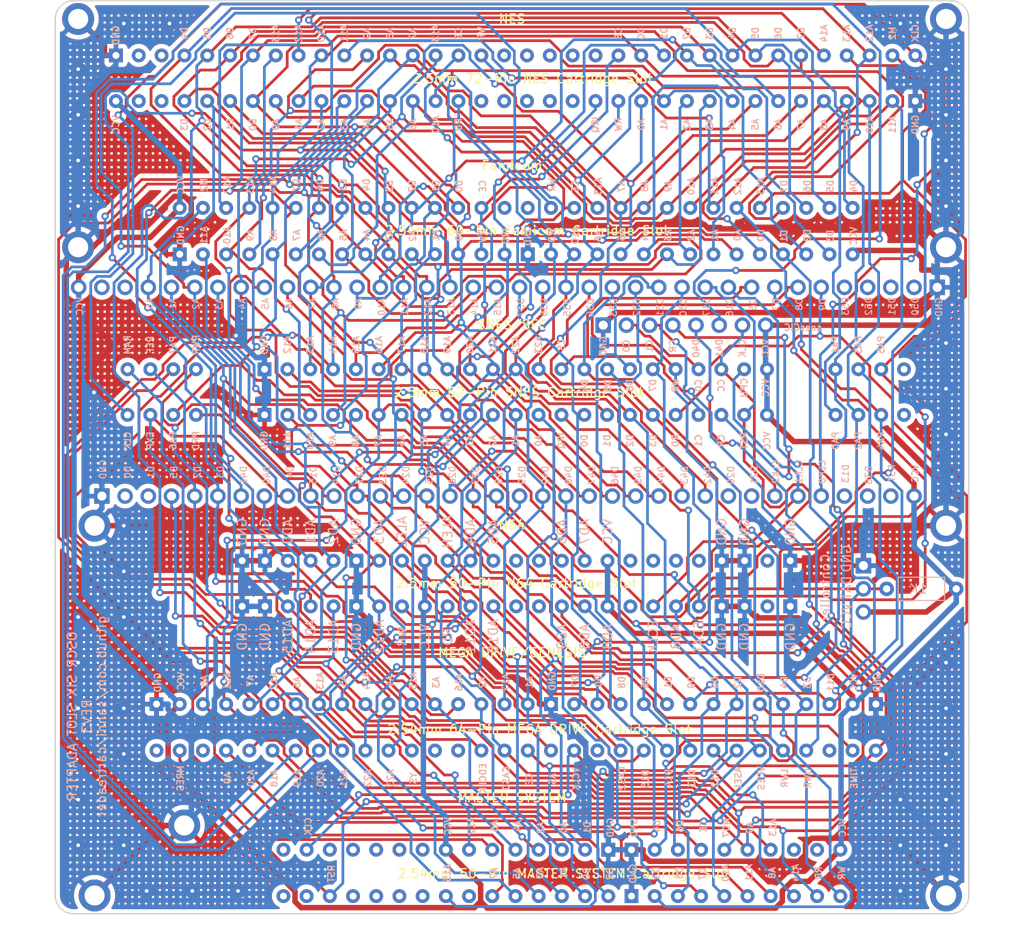
<source format=kicad_pcb>
(kicad_pcb (version 20211014) (generator pcbnew)
  (title_block (title "SIX SLOT ADAPTER") (date "2022-10-17") (rev "V3"))
  (layers (0 "F.Cu" signal) (31 "B.Cu" signal) (34 "B.Paste" user) (35 "F.Paste" user) (36 "B.SilkS" user "B.Silkscreen") (37 "F.SilkS" user "F.Silkscreen") (38 "B.Mask" user) (39 "F.Mask" user) (44 "Edge.Cuts" user))
  (net 0 "")
  (net 1 "D30")
  (net 2 "D31")
  (net 3 "D28")
  (net 4 "D29")
  (net 5 "D26")
  (net 6 "D27")
  (net 7 "D24")
  (net 8 "D25")
  (net 9 "D22")
  (net 10 "D23")
  (net 13 "D16")
  (net 14 "D17")
  (net 15 "D14")
  (net 16 "D15")
  (net 18 "D8")
  (net 19 "D9")
  (net 20 "D6")
  (net 21 "D7")
  (net 22 "D4")
  (net 23 "D5")
  (net 24 "D2")
  (net 25 "D3")
  (net 29 "VCC")
  (net 30 "GND")
  (net 31 "D46")
  (net 32 "D47")
  (net 33 "D44")
  (net 34 "D45")
  (net 35 "D42")
  (net 36 "D43")
  (net 37 "D40")
  (net 38 "D41")
  (net 40 "D36")
  (net 41 "D37")
  (net 42 "D34")
  (net 43 "D32")
  (net 44 "D33")
  (net 45 "A14")
  (net 46 "A15")
  (net 47 "A12")
  (net 48 "A13")
  (net 49 "A10")
  (net 50 "A11")
  (net 51 "A8")
  (net 52 "A9")
  (net 53 "A6")
  (net 54 "A7")
  (net 55 "A4")
  (net 56 "A5")
  (net 57 "A2")
  (net 58 "A3")
  (net 59 "A0")
  (net 60 "A1")
  (net 63 "D35")
  (net 68 "D49")
  (net 69 "D48")
  (net 70 "CLK2")
  (net 71 "CLK1")
  (net 72 "CLK0")
  (net 121 "CIC DATA 1")
  (net 122 "CIC DATA 0")
  (net 125 "CIC RESET")
  (footprint "Connector_PinSocket_2.54mm:PinSocket_1x36_P2.54mm_Vertical" (layer "F.Cu") (at 105.1 104.255 90)
    (fp_text reference "J4")
    (fp_text value "CART SLOT BOTTOM ROW")
  )
  (footprint "Connector_PinSocket_2.54mm:PinSocket_1x38_P2.54mm_Vertical" (layer "F.Cu") (at 102.56 81.395 90)
    (fp_text reference "J3")
    (fp_text value "CART SLOT TOP ROW")
  )
  (footprint "!OSCR:NES_Slot" (layer "F.Cu") (at 141.635 55.995 90)
    (fp_text reference "NES1" hide)
    (fp_text value "NES_Slot" hide)
  )
  (footprint "Connector_PinHeader_2.54mm:PinHeader_1x01_P2.54mm_Vertical" (layer "F.Cu") (at 188.46 111.875)
    (fp_text reference "JC3")
    (fp_text value "Conn_01x01" hide)
  )
  (footprint "!OSCR:SMS_Slot" (layer "F.Cu") (at 155.45 142.99 90)
    (fp_text reference "SMS1" hide)
    (fp_text value "SMS_Slot" hide)
  )
  (footprint "Connector_PinHeader_2.54mm:PinHeader_1x01_P2.54mm_Vertical" (layer "F.Cu") (at 188.46 116.955)
    (fp_text reference "JC1")
    (fp_text value "Controller")
  )
  (footprint "!OSCR:SNES Slot" (layer "F.Cu") (at 107.905 95.365 90)
    (fp_text reference "SNES1" hide)
    (fp_text value "SNES_Slot" hide)
  )
  (footprint "Connector_PinHeader_2.54mm:PinHeader_1x01_P2.54mm_Vertical" (layer "F.Cu") (at 188.46 114.415)
    (fp_text reference "JC2")
    (fp_text value "Conn_01x01" hide)
  )
  (footprint "!OSCR:N64 Slot" (layer "F.Cu") (at 120.45 116.335)
    (fp_text reference "N64" hide)
    (fp_text value "N64_Slot" hide)
  )
  (footprint "!OSCR:MD_Slot" (layer "F.Cu") (at 150.45 129.585 90)
    (fp_text reference "MD1" hide)
    (fp_text value "MD_Slot" hide)
  )
  (footprint "!OSCR:FC_Slot" (layer "F.Cu") (at 146.64 75.235 90)
    (fp_text reference "FC1" hide)
    (fp_text value "FC_Slot" hide)
  )
  (footprint "MountingHole:MountingHole_2.2mm_M2_ISO7380_Pad" (layer "B.Cu") (at 102.5 77 180)
    (fp_text reference "M2_3" hide)
    (fp_text value "Screw_Terminal_01x01")
  )
  (footprint "MountingHole:MountingHole_2.2mm_M2_ISO7380_Pad" (layer "B.Cu") (at 197.5 148 180)
    (fp_text reference "M2_6" hide)
    (fp_text value "Screw_Terminal_01x01")
  )
  (footprint "MountingHole:MountingHole_2.2mm_M2_ISO7380_Pad" (layer "B.Cu") (at 102.5 52 180)
    (fp_text reference "M2_2" hide)
    (fp_text value "Screw_Terminal_01x01")
  )
  (footprint "MountingHole:MountingHole_2.2mm_M2_ISO7380_Pad" (layer "B.Cu") (at 197.5 77 180)
    (fp_text reference "M2_9" hide)
    (fp_text value "Screw_Terminal_01x01")
  )
  (footprint "MountingHole:MountingHole_2.2mm_M2_ISO7380_Pad" (layer "B.Cu") (at 197.5 107.5 180)
    (fp_text reference "M2_8" hide)
    (fp_text value "Screw_Terminal_01x01")
  )
  (footprint "MountingHole:MountingHole_2.2mm_M2_ISO7380_Pad" (layer "B.Cu") (at 104.3 107.5 180)
    (fp_text reference "M2_4" hide)
    (fp_text value "Screw_Terminal_01x01")
  )
  (footprint "MountingHole:MountingHole_2.2mm_M2_ISO7380_Pad" (layer "B.Cu") (at 104.3 148 180)
    (fp_text reference "M2_5" hide)
    (fp_text value "Screw_Terminal_01x01")
  )
  (footprint "Connector_PinHeader_2.54mm:PinHeader_1x08_P2.54mm_Vertical" (layer "B.Cu") (at 177.755 85.539 90)
    (fp_text reference "JCIC1")
    (fp_text value "Conn_01x08" hide)
  )
  (footprint "MountingHole:MountingHole_2.2mm_M2_ISO7380_Pad" (layer "B.Cu") (at 197.5 52 180)
    (fp_text reference "M2_1" hide)
    (fp_text value "Screw_Terminal_01x01")
  )
  (footprint "Resistor_THT:R_Axial_DIN0207_L6.3mm_D2.5mm_P10.16mm_Horizontal" (layer "B.Cu") (at 201.16 114.415 180)
    (fp_text reference "R1" hide)
    (fp_text value "1K" hide)
  )
  (footprint "MountingHole:MountingHole_2.2mm_M2_ISO7380_Pad" (layer "B.Cu") (at 114.11 140.33 180)
    (fp_text reference "M2_7" hide)
    (fp_text value "Screw_Terminal_01x01")
  )
  (gr_arc (start 200 148) (mid 199.414214 149.414214) (end 198 150) (layer "Edge.Cuts") (width 0.15))
  (gr_line (start 100 52) (end 100 148) (layer "Edge.Cuts") (width 0.15))
  (gr_line (start 200 139.635) (end 200 148) (layer "Edge.Cuts") (width 0.15))
  (gr_line (start 102 50) (end 198 50) (layer "Edge.Cuts") (width 0.15))
  (gr_line (start 200 52) (end 200 130.375) (layer "Edge.Cuts") (width 0.15))
  (gr_arc (start 102 150) (mid 100.585786 149.414214) (end 100 148) (layer "Edge.Cuts") (width 0.15))
  (gr_arc (start 99.999999 52) (mid 100.585786 50.585787) (end 102 50) (layer "Edge.Cuts") (width 0.15))
  (gr_arc (start 198 50) (mid 199.414214 50.585786) (end 200 52) (layer "Edge.Cuts") (width 0.15))
  (gr_line (start 102 150) (end 198 150) (layer "Edge.Cuts") (width 0.15))
  (gr_line (start 200 139.635) (end 200 130.375) (layer "Edge.Cuts") (width 0.15))
  (gr_text "A0" (at 152.897013 98.194999 90) (layer "B.SilkS") (effects (font (size 0.7 0.7)) (justify mirror)))
  (gr_text "Controller\n" (at 184.3 114.3 90) (layer "B.SilkS") (effects (font (size 1 1)) (justify mirror)))
  (gr_text "D3\n" (at 184.85 75.775 90) (layer "B.SilkS") (effects (font (size 0.7 0.7)) (justify mirror)))
  (gr_text "D12" (at 172.21 135.165 90) (layer "B.SilkS") (effects (font (size 0.7 0.7)) (justify mirror)))
  (gr_text "D31" (at 166.2 82.49 90) (layer "B.SilkS") (effects (font (size 0.7 0.7) (thickness 0.125)) (justify left mirror)))
  (gr_text "D6" (at 168.39 140.41 90) (layer "B.SilkS") (effects (font (size 0.7 0.7)) (justify mirror)))
  (gr_text "A3" (at 153.07 145.53 90) (layer "B.SilkS") (effects (font (size 0.7 0.7)) (justify mirror)))
  (gr_text "A21" (at 147.905 87.695 90) (layer "B.SilkS") (effects (font (size 0.7 0.7)) (justify mirror)))
  (gr_text "PA1" (at 185.405 87.695 90) (layer "B.SilkS") (effects (font (size 0.7 0.7)) (justify mirror)))
  (gr_text "CS" (at 155.405 87.695 90) (layer "B.SilkS") (effects (font (size 0.7 0.7)) (justify mirror)))
  (gr_text "A10" (at 129.135 53.582556 90) (layer "B.SilkS") (effects (font (size 0.7 0.7)) (justify mirror)))
  (gr_text "A12" (at 174.69 70.322556 90) (layer "B.SilkS") (effects (font (size 0.7 0.7)) (justify mirror)))
  (gr_text "A7" (at 139.135 53.582556 90) (layer "B.SilkS") (effects (font (size 0.7 0.7)) (justify mirror)))
  (gr_text "A5" (at 176.635 63.575 90) (layer "B.SilkS") (effects (font (size 0.7 0.7)) (justify mirror)))
  (gr_text "A5" (at 123.02 82.49 90) (layer "B.SilkS") (effects (font (size 0.7 0.7) (thickness 0.125)) (justify left mirror)))
  (gr_text "A10" (at 141.635 63.574999 90) (layer "B.SilkS") (effects (font (size 0.7 0.7)) (justify mirror)))
  (gr_text "IRQ" (at 155.405 98.195 90) (layer "B.SilkS") (effects (font (size 0.7 0.7)) (justify mirror)))
  (gr_text "AD15" (at 125.45 119.665 90) (layer "B.SilkS") (effects (font (size 1 1)) (justify mirror)))
  (gr_text "D7" (at 126.43 70.162556 90) (layer "B.SilkS") (effects (font (size 0.7 0.7)) (justify mirror)))
  (gr_text "D4" (at 179.79 124.672556 90) (layer "B.SilkS") (effects (font (size 0.7 0.7)) (justify mirror)))
  (gr_text "A6" (at 159.45 75.775 90) (layer "B.SilkS") (effects (font (size 0.7 0.7)) (justify mirror)))
  (gr_text "IRQ" (at 159.135 63.575 90) (layer "B.SilkS") (effects (font (size 0.7 0.7)) (justify mirror)))
  (gr_text "D5" (at 160.483 92.143 90) (layer "B.SilkS") (effects (font (size 0.7 0.7)) (justify mirror)))
  (gr_text "A2" (at 153.15 140.57 90) (layer "B.SilkS") (effects (font (size 0.7 0.7)) (justify mirror)))
  (gr_text "MRES" (at 113.7 135.164999 90) (layer "B.SilkS") (effects (font (size 0.7 0.7)) (justify mirror)))
  (gr_text "AD4" (at 145.45 108.165 90) (layer "B.SilkS") (effects (font (size 1 1)) (justify mirror)))
  (gr_text "A14" (at 123.89 70.162556 90) (layer "B.SilkS") (effects (font (size 0.7 0.7)) (justify mirror)))
  (gr_text "RW" (at 161.635 63.575 90) (layer "B.SilkS") (effects (font (size 0.7 0.7)) (justify mirror)))
  (gr_text "RD" (at 142.95 119.665 90) (layer "B.SilkS") (effects (font (size 1 1)) (justify mirror)))
  (gr_text "GND" (at 159.975 87.825 90) (layer "B.SilkS") (effects (font (size 0.7 0.7)) (justify mirror)))
  (gr_text "RD" (at 144.135 63.574999 90) (layer "B.SilkS") (effects (font (size 0.7 0.7)) (justify mirror)))
  (gr_text "D6" (at 176.36 82.49 90) (layer "B.SilkS") (effects (font (size 0.7 0.7) (thickness 0.125)) (justify left mirror)))
  (gr_text "A18" (at 123.95 135.164999 90) (layer "B.SilkS") (effects (font (size 0.7 0.7)) (justify mirror)))
  (gr_text "PRD" (at 115.397659 98.194999 90) (layer "B.SilkS") (effects (font (size 0.7 0.7)) (justify mirror)))
  (gr_text "AD3" (at 135.45 108.165 90) (layer "B.SilkS") (effects (font (size 1 1)) (justify mirror)))
  (gr_text "D2" (at 162.905 98.195 90) (layer "B.SilkS") (effects (font (size 0.7 0.7)) (justify mirror)))
  (gr_text "PA3" (at 187.919895 87.687444 90) (layer "B.SilkS") (effects (font (size 0.7 0.7)) (justify mirror)))
  (gr_text "WR" (at 146.635 53.582556 90) (layer "B.SilkS") (effects (font (size 0.7 0.7)) (justify mirror)))
  (gr_text "A7" (at 121.37 124.512556 90) (layer "B.SilkS") (effects (font (size 0.7 0.7)) (justify mirror)))
  (gr_text "AD2" (at 130.45 108.165 90) (layer "B.SilkS") (effects (font (size 1 1)) (justify mirror)))
  (gr_text "VCLK\n" (at 156.97 135.245 90) (layer "B.SilkS") (effects (font (size 0.7 0.7)) (justify mirror)))
  (gr_text "A14" (at 130.405 87.695 90) (layer "B.SilkS") (effects (font (size 0.7 0.7)) (justify mirror)))
  (gr_text "A10" (at 135.72 82.49 90) (layer "B.SilkS") (effects (font (size 0.7 0.7) (thickness 0.125)) (justify left mirror)))
  (gr_text "ALEH" (at 142.95 108.165 90) (layer "B.SilkS") (effects (font (size 1 1)) (justify mirror)))
  (gr_text "A7" (at 128.1 82.49 90) (layer "B.SilkS") (effects (font (size 0.7 0.7) (thickness 0.125)) (justify left mirror)))
  (gr_text "D0" (at 121.635 63.574999 90) (layer "B.SilkS") (effects (font (size 0.7 0.7)) (justify mirror)))
  (gr_text "GND" (at 120.45 108.165 90) (layer "B.SilkS") (effects (font (size 1 1)) (justify mirror)))
  (gr_text "GND" (at 160.77 140.57 90) (layer "B.SilkS") (effects (font (size 0.7 0.7)) (justify mirror)))
  (gr_text "EXP" (at 110.405 98.195 90) (layer "B.SilkS") (effects (font (size 0.7 0.7)) (justify mirror)))
  (gr_text "D1" (at 119.135 63.574999 90) (layer "B.SilkS") (effects (font (size 0.7 0.7)) (justify mirror)))
  (gr_text "CC" (at 172.905 92.143 90) (layer "B.SilkS") (effects (font (size 0.7 0.7)) (justify mirror)))
  (gr_text "D22" (at 133.32 100.869 90) (layer "B.SilkS") (effects (font (size 0.7 0.7) (thickness 0.125)) (justify left mirror)))
  (gr_text "D41" (at 120.62 100.869 90) (layer "B.SilkS") (effects (font (size 0.7 0.7) (thickness 0.125)) (justify left mirror)))
  (gr_text "VCC" (at 177.755 92.397 90) (layer "B.SilkS") (effects (font (size 0.7 0.7)) (justify mirror)))
  (gr_text "D4" (at 165.85 140.41 90) (layer "B.SilkS") (effects (font (size 0.7 0.7)) (justify mirror)))
  (gr_text "A9" (at 134.135 53.582556 90) (layer "B.SilkS") (effects (font (size 0.7 0.7)) (justify mirror)))
  (gr_text "A11" (at 131.635 53.582556 90) (layer "B.SilkS") (effects (font (size 0.7 0.7)) (justify mirror)))
  (gr_text "PA7" (at 112.905 87.695 90) (layer "B.SilkS") (effects (font (size 0.7 0.7)) (justify mirror)))
  (gr_text "A16" (at 135.405 87.695 90) (layer "B.SilkS") (effects (font (size 0.7 0.7)) (justify mirror)))
  (gr_text "D1" (at 179.77 75.775 90) (layer "B.SilkS") (effects (font (size 0.7 0.7)) (justify mirror)))
  (gr_text "AD8\n" (at 167.95 119.665 90) (layer "B.SilkS") (effects (font (size 1 1)) (justify mirror)))
  (gr_text "A4" (at 136.61 124.512556 90) (layer "B.SilkS") (effects (font (size 0.7 0.7)) (justify mirror)))
  (gr_text "A0" (at 110.32 82.49 90) (layer "B.SilkS") (effects (font (size 0.7 0.7) (thickness 0.125)) (justify left mirror)))
  (gr_text "A17" (at 149.31 124.672556 90) (layer "B.SilkS") (effects (font (size 0.7 0.7)) (justify mirror)))
  (gr_text "D30" (at 168.74 82.49 90) (layer "B.SilkS") (effects (font (size 0.7 0.7) (thickness 0.125)) (justify left mirror)))
  (gr_text "D47" (at 158.72 100.869 90) (layer "B.SilkS") (effects (font (size 0.7 0.7) (thickness 0.125)) (justify left mirror)))
  (gr_text "D20" (at 173.96 100.869 90) (layer "B.SilkS") (effects (font (size 0.7 0.7) (thickness 0.125)) (justify left mirror)))
  (gr_text "D43" (at 168.88 100.869 90) (layer "B.SilkS") (effects (font (size 0.7 0.7) (thickness 0.125)) (justify left mirror)))
  (gr_text "A12" (at 145.53 140.41 90) (layer "B.SilkS") (effects (font (size 0.7 0.7)) (justify mirror)))
  (gr_text "A1" (at 155.61 145.53 90) (layer "B.SilkS") (effects (font (size 0.7 0.7)) (justify mirror)))
  (gr_text "A2" (at 115.4 82.49 90) (layer "B.SilkS") (effects (font (size 0.7 0.7) (thickness 0.125)) (justify left mirror)))
  (gr_text "D7" (at 170.85 145.61 90) (layer "B.SilkS") (effects (font (size 0.7 0.7)) (justify mirror)))
  (gr_text "D51" (at 191.58 82.37 90) (layer "B.SilkS") (effects (font (size 0.7 0.7) (thickness 0.125)) (justify left mirror)))
  (gr_text "A6" (at 137.889673 98.194999 90) (layer "B.SilkS") (effects (font (size 0.7 0.7)) (justify mirror)))
  (gr_text "D28" (at 148.56 100.869 90) (layer "B.SilkS") (effects (font (size 0.7 0.7) (thickness 0.125)) (justify left mirror)))
  (gr_text "D34" (at 158.58 82.49 90) (layer "B.SilkS") (effects (font (size 0.7 0.7) (thickness 0.125)) (justify left mirror)))
  (gr_text "A10" (at 156.91 75.695 90) (layer "B.SilkS") (effects (font (size 0.7 0.7)) (justify mirror)))
  (gr_text "D2" (at 115.54 100.869 90) (layer "B.SilkS") (effects (font (size 0.7 0.7) (thickness 0.125)) (justify left mirror)))
  (gr_text "PA6" (at 112.890104 98.194999 90) (layer "B.SilkS") (effects (font (size 0.7 0.7)) (justify mirror)))
  (gr_text "D1" (at 167.09 124.672556 90) (layer "B.SilkS") (effects (font (size 0.7 0.7)) (justify mirror)))
  (gr_text "D6" (at 164.55 124.672556 90) (layer "B.SilkS") (effects (font (size 0.7 0.7)) (justify mirror)))
  (gr_text "YS" (at 139.2 135.164999 90) (layer "B.SilkS") (effects (font (size 0.7 0.7)) (justify mirror)))
  (gr_text "A9" (at 186.635 63.575 90) (layer "B.SilkS") (effects (font (size 0.7 0.7)) (justify mirror)))
  (gr_text "D38" (at 189.04 100.869 90) (layer "B.SilkS") (effects (font (size 0.7 0.7) (thickness 0.125)) (justify left mirror)))
  (gr_text "A19" (at 142.905 87.695 90) (layer "B.SilkS") (effects (font (size 0.7 0.7)) (justify mirror)))
  (gr_text "D5" (at 113 100.869 90) (layer "B.SilkS") (effects (font (size 0.7 0.7) (thickness 0.125)) (justify left mirror)))
  (gr_text "D0" (at 177.23 75.695 90) (layer "B.SilkS") (effects (font (size 0.7 0.7)) (justify mirror)))
  (gr_text "CLK2" (at 178.88 100.191 90) (layer "B.SilkS") (effects (font (size 0.7 0.7) (thickness 0.125)) (justify left mirror)))
  (gr_text "D32" (at 163.66 82.49 90) (layer "B.SilkS") (effects (font (size 0.7 0.7) (thickness 0.125)) (justify left mirror)))
  (gr_text "D1" (at 141.67 70.322556 90) (layer "B.SilkS") (effects (font (size 0.7 0.7)) (justify mirror)))
  (gr_text "A12" (at 123.91 124.512556 90) (layer "B.SilkS") (effects (font (size 0.7 0.7)) (justify mirror)))
  (gr_text "D8" (at 162.01 124.672556 90) (layer "B.SilkS") (effects (font (size 0.7 0.7)) (justify mirror)))
  (gr_text "AD1" (at 127.95 108.165 90) (layer "B.SilkS") (effects (font (size 1 1)) (justify mirror)))
  (gr_text "VCC" (at 140.45 119.665 90) (layer "B.SilkS") (effects (font (size 1 1)) (justify mirror)))
  (gr_text "A1" (at 172.15 75.695 90) (layer "B.SilkS") (effects (font (size 0.7 0.7)) (justify mirror)))
  (gr_text "A9" (at 176.01 140.57 90) (layer "B.SilkS") (effects (font (size 0.7 0.7)) (justify mirror)))
  (gr_text "GND" (at 186.6 111.1 90) (layer "B.SilkS") (effects (font (size 1 1)) (justify mirror)))
  (gr_text "CE" (at 151.89 135.245 90) (layer "B.SilkS") (effects (font (size 0.7 0.7)) (justify mirror)))
  (gr_text "VCC" (at 140.45 108.165 90) (layer "B.SilkS") (effects (font (size 1 1)) (justify mirror)))
  (gr_text "A3" (at 145.374346 98.194999 90) (layer "B.SilkS") (effects (font (size 0.7 0.7)) (justify mirror)))
  (gr_text "UWR" (at 182.37 135.165 90) (layer "B.SilkS") (effects (font (size 0.7 0.7)) (justify mirror)))
  (gr_text "GND\n" (at 113.73 75.694999 90) (layer "B.SilkS") (effects (font (size 0.7 0.7)) (justify mirror)))
  (gr_text "D1\n" (at 166.635 53.582556 90) (layer "B.SilkS") (effects (font (size 0.7 0.7)) (justify mirror)))
  (gr_text "D7" (at 178.9 82.49 90) (layer "B.SilkS") (effects (font (size 0.7 0.7) (thickness 0.125)) (justify left mirror)))
  (gr_text "A9" (at 133.18 82.49 90) (layer "B.SilkS") (effects (font (size 0.7 0.7) (thickness 0.125)) (justify left mirror)))
  (gr_text "A16" (at 144.16 124.672556 90) (layer "B.SilkS") (effects (font (size 0.7 0.7)) (justify mirror)))
  (gr_text "D10" (at 177.25 124.672556 90) (layer "B.SilkS") (effects (font (size 0.7 0.7)) (justify mirror)))
  (gr_text "A6" (at 179.135 63.575 90) (layer "B.SilkS") (effects (font (size 0.7 0.7)) (justify mirror)))
  (gr_text "D15" (at 128.24 100.869 90) (layer "B.SilkS") (effects (font (size 0.7 0.7) (thickness 0.125)) (justify left mirror)))
  (gr_text "CLK" (at 194.135 53.575 90) (layer "B.SilkS") (effects (font (size 0.7 0.7)) (justify mirror)))
  (gr_text "D2" (at 174.71 124.672556 90) (layer "B.SilkS") (effects (font (size 0.7 0.7)) (justify mirror)))
  (gr_text "GND" (at 180.45 108.165 90) (layer "B.SilkS") (effects (font (size 1 1)) (justify mirror)))
  (gr_text "D42" (at 171.42 100.869 90) (layer "B.SilkS") (effects (font (size 0.7 0.7) (thickness 0.125)) (justify left mirror)))
  (gr_text "A1" (at 150.389457 98.194999 90) (layer "B.SilkS") (effects (font (size 0.7 0.7)) (justify mirror)))
  (gr_text "A2" (at 139.13 75.775 90) (layer "B.SilkS") (effects (font (size 0.7 0.7)) (justify mirror)))
  (gr_text "A1" (at 151.88 124.672556 90) (layer "B.SilkS") (effects (font (size 0.7 0.7)) (justify mirror)))
  (gr_text "A7" (at 161.99 70.322556 90) (layer "B.SilkS") (effects (font (size 0.7 0.7)) (justify mirror)))
  (gr_text "RD" (at 154.37 75.775 90) (layer "B.SilkS") (effects (font (size 0.7 0.7)) (justify mirror)))
  (gr_text "D40" (at 170.135 88.079 90) (layer "B.SilkS") (effects (font (size 0.7 0.7)) (justify mirror)))
  (gr_text "A10" (at 169.61 70.322556 90) (layer "B.SilkS") (effects (font (size 0.7 0.7)) (justify mirror)))
  (gr_text "D2" (at 160.69 145.61 90) (layer "B.SilkS") (effects (font (size 0.7 0.7)) (justify mirror)))
  (gr_text "D7" (at 181.635 53.582556 90) (layer "B.SilkS") (effects (font (size 0.7 0.7)) (justify mirror)))
  (gr_text "A13" (at 159.45 70.322556 90) (layer "B.SilkS") (effects (font (size 0.7 0.7)) (justify mirror)))
  (gr_text "RW" (at 146.75 75.775 90) (layer "B.SilkS") (effects (font (size 0.7 0.7)) (justify mirror)))
  (gr_text "GND" (at 132.95 119.665 90) (layer "B.SilkS") (effects (font (size 1 1)) (justify mirror)))
  (gr_text "AD10" (at 147.942872 119.615597 90) (layer "B.SilkS") (effects (font (size 1 1)) (justify mirror)))
  (gr_text "WR" (at 167.905 92.143 90) (layer "B.SilkS") (effects (font (size 0.7 0.7)) (justify mirror)))
  (gr_text "CLK0" (at 183.96 100.191 90) (layer "B.SilkS") (effects (font (size 0.7 0.7) (thickness 0.125)) (justify left mirror)))
  (gr_text "CLK" (at 127.67 140.45 90) (layer "B.SilkS") (effects (font (size 0.7 0.7)) (justify mirror)))
  (gr_text "A22" (at 134.2 135.164999 90) (layer "B.SilkS") (effects (font (size 0.7 0.7)) (justify mirror)))
  (gr_text "VCC" (at 186.6 117.4 90) (layer "B.SilkS") (effects (font (size 1 1)) (justify mirror)))
  (gr_text "REF" (at 110.405 87.695 90) (layer "B.SilkS") (effects (font (size 0.7 0.7)) (justify mirror)))
  (gr_text "D5" (at 172.17 124.672556 90) (layer "B.SilkS") (effects (font (size 0.7 0.7)) (justify mirror)))
  (gr_text "A22" (at 150.405 87.695 90) (layer "B.SilkS") (effects (font (size 0.7 0.7)) (justify mirror)))
  (gr_text "AS" (at 154.43 135.245 90) (layer "B.SilkS") (effects (font (size 0.7 0.7)) (justify mirror)))
  (gr_text "D7" (at 156.93 124.512556 90) (layer "B.SilkS") (effects (font (size 0.7 0.7)) (justify mirror)))
  (gr_text "RST" (at 175.405 98.195 90) (layer "B.SilkS") (effects (font (size 0.7 0.7)) (justify mirror)))
  (gr_text "D25" (at 140.94 100.869 90) (layer "B.SilkS") (effects (font (size 0.7 0.7) (thickness 0.125)) (justify left mirror)))
  (gr_text "PA4" (at 190.405 98.195 90) (layer "B.SilkS") (effects (font (size 0.7 0.7)) (justify mirror)))
  (gr_text "A5" (at 161.99 75.695 90) (layer "B.SilkS") (effects (font (size 0.7 0.7)) (justify mirror)))
  (gr_text "PA2" (at 187.905 98.195 90) (layer "B.SilkS") (effects (font (size 0.7 0.7)) (justify mirror)))
  (gr_text "A10" (at 121.41 135.164999 90) (layer "B.SilkS") (effects (font (size 0.7 0.7)) (justify mirror)))
  (gr_text "A4" (at 134.135 63.574999 90) (layer "B.SilkS") (effects (font (size 0.7 0.7)) (justify mirror)))
  (gr_text "D3" (at 182.33 124.672556 90) (layer "B.SilkS") (effects (font (size 0.7 0.7)) (justify mirror)))
  (gr_text "A4" (at 174.135 63.575 90) (layer "B.SilkS") (effects (font (size 0.7 0.7)) (justify mirror)))
  (gr_text "GND" (at 175.45 108.165 90) (layer "B.SilkS") (effects (font (size 1 1)) (justify mirror)))
  (gr_text "A5" (at 131.53 124.512556 90) (layer "B.SilkS") (effects (font (size 0.7 0.7)) (justify mirror)))
  (gr_text "CE" (at 146.78 70.322556 90) (layer "B.SilkS") (effects (font (size 0.7 0.7)) (justify mirror)))
  (gr_text "RAM" (at 107.905 87.695 90) (layer "B.SilkS") (effects (font (size 0.7 0.7)) (justify mirror)))
  (gr_text "A2" (at 169.61 75.695 90) (layer "B.SilkS") (effects (font (size 0.7 0.7)) (justify mirror)))
  (gr_text "D9" (at 169.63 124.672556 90) (layer "B.SilkS") (effects (font (size 0.7 0.7)) (justify mirror)))
  (gr_text "GND" (at 196.72 82.411 90) (layer "B.SilkS") (effects (font (size 0.7 0.7) (thickness 0.125)) (justify left mirror)))
  (gr_text "CE" (at 144.135 53.582556 90) (layer "B.SilkS") (effects (font (size 0.7 0.7)) (justify mirror)))
  (gr_text "GND" (at 122.95 108.165 90) (layer "B.SilkS") (effects (font (size 1 1)) (justify mirror)))
  (gr_text "D53" (at 186.5 82.37 90) (layer "B.SilkS") (effects (font (size 0.7 0.7) (thickness 0.125)) (justify left mirror)))
  (gr_text "ALEL" (at 137.95 108.165 90) (layer "B.SilkS") (effects (font (size 1 1)) (justify mirror)))
  (gr_text "A8" (at 178.47 145.53 90) (layer "B.SilkS") (effects (font (size 0.7 0.7)) (justify mirror)))
  (gr_text "A4" (at 142.904784 98.194999 90) (layer "B.SilkS") (effects (font (size 0.7 0.7)) (justify mirror)))
  (gr_text "A11" (at 125.389888 98.194999 90) (layer "B.SilkS") (effects (font (size 0.7 0.7)) (justify mirror)))
  (gr_text "GND" (at 172.95 108.165 90) (layer "B.SilkS") (effects (font (size 1 1)) (justify mirror)))
  (gr_text "D7\n" (at 179.77 70.322556 90) (layer "B.SilkS") (effects (font (size 0.7 0.7)) (justify mirror)))
  (gr_text "M07" (at 173.47 140.57 90) (layer "B.SilkS") (effects (font (size 0.7 0.7)) (justify mirror)))
  (gr_text "A8" (at 116.29 124.512556 90) (layer "B.SilkS") (effects (font (size 0.7 0.7)) (justify mirror)))
  (gr_text "D48" (at 156.18 100.869 90) (layer "B.SilkS") (effects (font (size 0.7 0.7) (thickness 0.125)) (justify left mirror)))
  (gr_text "A7" (at 135.382117 98.194999 90) (layer "B.SilkS") (effects (font (size 0.7 0.7)) (justify mirror)))
  (gr_text "A8" (at 123.89 75.694999 90) (layer "B.SilkS") (effects (font (size 0.7 0.7)) (justify mirror)))
  (gr_text "VCC" (at 186.17 140.57 90) (layer "B.SilkS") (effects (font (size 0.7 0.7)) (justify mirror)))
  (gr_text "VRES" (at 177.29 135.165 90) (layer "B.SilkS") (effects (font (size 0.7 0.7)) (justify mirror)))
  (gr_text "A2" (at 129.135 63.574999 90) (layer "B.SilkS") (effects (font (size 0.7 0.7)) (justify mirror)))
  (gr_text "A5" (at 131.56 75.694999 90) (layer "B.SilkS") (effects (font (size 0.7 0.7)) (justify mirror)))
  (gr_text "VCC" (at 102.68 82.37 90) (layer "B.SilkS") (effects (font (size 0.7 0.7) (thickness 0.125)) (justify left mirror)))
  (gr_text "A10" (at 173.39 145.53 90) (layer "B.SilkS") (effects (font (size 0.7 0.7)) (justify mirror)))
  (gr_text "A5" (at 150.53 145.61 90) (layer "B.SilkS") (effects (font (size 0.7 0.7)) (justify mirror)))
  (gr_text "PA0" (at 185.405 98.195 90) (layer "B.SilkS") (effects (font (size 0.7 0.7)) (justify mirror)))
  (gr_text "GND" (at 105.22 100.191 90) (layer "B.SilkS") (effects (font (size 0.7 0.7) (thickness 0.125)) (justify left mirror)))
  (gr_text "GND" (at 154.39 124.512556 90) (layer "B.SilkS") (effects (font (size 0.7 0.7)) (justify mirror)))
  (gr_text "A14" (at 145.88 82.49 90) (layer "B.SilkS") (effects (font (size 0.7 0.7) (thickness 0.125)) (justify left mirror)))
  (gr_text "A20" (at 129.03 135.164999 90) (layer "B.SilkS") (effects (font (size 0.7 0.7)) (justify mirror)))
  (gr_text "A21" (at 131.57 135.164999 90) (layer "B.SilkS") (effects (font (size 0.7 0.7)) (justify mirror)))
  (gr_text "A9" (at 121.35 75.694999 90) (layer "B.SilkS") (effects (font (size 0.7 0.7)) (justify mirror)))
  (gr_text "A3" (at 167.07 75.695 90) (layer "B.SilkS") (effects (font (size 0.7 0.7)) (justify mirror)))
  (gr_text "A6" (at 126.45 124.672556 90) (layer "B.SilkS") (effects (font (size 0.7 0.7)) (justify mirror)))
  (gr_text "D13" (at 186.5 100.699 90) (layer "B.SilkS") (effects (font (size 0.7 0.7) (thickness 0.125)) (justify left mirror)))
  (gr_text "D2" (at 139.06 70.322556 90) (layer "B.SilkS") (effects (font (size 0.7 0.7)) (justify mirror)))
  (gr_text "D3" (at 171.635 53.582556 90) (layer "B.SilkS") (effects (font (size 0.7 0.7)) (justify mirror)))
  (gr_text "GND" (at 194.135 63.575 90) (layer "B.SilkS") (effects (font (size 0.7 0.7)) (justify mirror)))
  (gr_text "D21" (at 176.5 100.869 90) (layer "B.SilkS") (effects (font (size 0.7 0.7) (thickness 0.125)) (justify left mirror)))
  (gr_text "GND" (at 111.21 124.672556 90) (layer "B.SilkS") (effects (font (size 0.7 0.7)) (justify mirror)))
  (gr_text "D44" (at 166.34 100.869 90) (layer "B.SilkS") (effects (font (size 0.7 0.7) (thickness 0.125)) (justify left mirror)))
  (gr_text "A14" (at 181.01 145.53 90) (layer "B.SilkS") (effects (font (size 0.7 0.7)) (justify mirror)))
  (gr_text "A14" (at 184.135 53.582556 90) (layer "B.SilkS") (effects (font (size 0.7 0.7)) (justify mirror)))
  (gr_text "VCC" (at 187.41 124.665 90) (layer "B.SilkS") (effects (font (size 0.7 0.7)) (justify mirror)))
  (gr_text "GND" (at 180.45 119.665 90) (layer "B.SilkS") (effects (font (size 1 1)) (justify mirror)))
  (gr_text "A1" (at 112.86 82.49 90) (layer "B.SilkS") (effects (font (size 0.7 0.7) (thickness 0.125)) (justify left mirror)))
  (gr_text "VCC" (at 160.45 108.165 90) (layer "B.SilkS") (effects (font (size 1 1)) (justify mirror)))
  (gr_text "GND" (at 163.23 145.61 90) (layer "B.SilkS") (effects (font (size 0.7 0.7)) (justify mirror)))
  (gr_text "A11" (at 172.15 70.322556 90) (layer "B.SilkS") (effects (font (size 0.7 0.7)) (justify mirror)))
  (gr_text "CR" (at 167.595 87.825 90) (layer "B.SilkS") (effects (font (size 0.7 0.7)) (justify mirror)))
  (gr_text "A3" (at 117.94 82.49 90) (layer "B.SilkS") (effects (font (size 0.7 0.7) (thickness 0.125)) (justify left mirror)))
  (gr_text "VCC" (at 187.39 75.775 90) (layer "B.SilkS") (effects (font (size 0.7 0.7)) (justify mirror)))
  (gr_text "CE" (at 170.93 140.41 90) (layer "B.SilkS") (effects (font (size 0.7 0.7)) (justify mirror)))
  (gr_text "D33" (at 161.12 82.49 90) (layer "B.SilkS") (effects (font (size 0.7 0.7) (thickness 0.125)) (justify left mirror)))
  (gr_text "A9" (at 130.367006 98.194999 90) (layer "B.SilkS") (effects (font (size 0.7 0.7)) (justify mirror)))
  (gr_text "D2" (at 116.635 63.574999 90) (layer "B.SilkS") (effects (font (size 0.7 0.7)) (justify mirror)))
  (gr_text "A5" (at 140.397228 98.194999 90) (layer "B.SilkS") (effects (font (size 0.7 0.7)) (justify mirror)))
  (gr_text "D52" (at 189.04 82.37 90) (layer "B.SilkS") (effects (font (size 0.7 0.7) (thickness 0.125)) (justify left mirror)))
  (gr_text "D3" (at 114.135 63.574999 90) (layer "B.SilkS") (effects (font (size 0.7 0.7)) (justify mirror)))
  (gr_text "CLK1" (at 181.42 100.191 90) (layer "B.SilkS") (effects (font (size 0.7 0.7) (thickness 0.125)) (justify left mirror)))
  (gr_text "TIME" (at 187.45 135.165 90) (layer "B.SilkS") (effects (font (size 0.7 0.7)) (justify mirror)))
  (gr_text "D5" (at 131.51 70.162556 90) (layer "B.SilkS") (effects (font (size 0.7 0.7)) (justify mirror)))
  (gr_text "A6" (at 129.06 75.694999 90) (layer "B.SilkS") (effects (font (size 0.7 0.7)) (justify mirror)))
  (gr_text "VCC" (at 142.99 140.41 90) (layer "B.SilkS") (effects (font (size 0.7 0.7)) (justify mirror)))
  (gr_text "M2" (at 116.27 70.162556 90) (layer "B.SilkS") (effects (font (size 0.7 0.7)) (justify mirror)))
  (gr_text "AD14" (at 127.95 119.665 90) (layer "B.SilkS") (effects (font (size 1 1)) (justify mirror)))
  (gr_text "A9" (at 167.07 70.322556 90) (layer "B.SilkS") (effects (font (size 0.7 0.7)) (justify mirror)))
  (gr_text "RD" (at 167.905 98.195 90) (layer "B.SilkS") (effects (font (size 0.7 0.7)) (justify mirror)))
  (gr_text "D4" (at 187.39 70.315 90) (layer "B.SilkS") (effects (font (size 0.7 0.7)) (justify mirror)))
  (gr_text "D41" (at 172.675 88.079 90) (layer "B.SilkS") (effects (font (size 0.7 0.7)) (justify mirror)))
  (gr_text "D4" (at 134.06 70.162556 90) (layer "B.SilkS") (effects (font (size 0.7 0.7)) (justify mirror)))
  (gr_text "A15" (at 139.16 124.512556 90) (layer "B.SilkS") (effects (font (size 0.7 0.7)) (justify mirror)))
  (gr_text "D4" (at 114.135 53.582556 90) (layer "B.SilkS") (effects (font (size 0.7 0.7)) (justify mirror)))
  (gr_text "AD9" (at 155.45 119.665 90) (layer "B.SilkS") (effects (font (size 1 1)) (justify mirror)))
  (gr_text "A14\n" (at 134.07 124.512556 90) (layer "B.SilkS") (effects (font (size 0.7 0.7)) (justify mirror)))
  (gr_text "GND" (at 120.45 119.665 90) (layer "B.SilkS") (effects (font (size 1 1)) (justify mirror)))
  (gr_text "A13" (at 128.99 124.512556 90) (layer "B.SilkS") (effects (font (size 0.7 0.7)) (justify mirror)))
  (gr_text "AD5" (at 147.95 108.165 90) (layer "B.SilkS") (effects (font (size 1 1)) (justify mirror)))
  (gr_text "D23" (at 135.86 100.869 90) (layer "B.SilkS") (effects (font (size 0.7 0.7) (thickness 0.125)) (justify left mirror)))
  (gr_text "A3" (at 131.635 63.574999 90) (layer "B.SilkS") (effects (font (size 0.7 0.7)) (justify mirror)))
  (gr_text "A8" (at 132.874562 98.194999 90) (layer "B.SilkS") (effects (font (size 0.7 0.7)) (justify mirror)))
  (gr_text "D36" (at 153.5 82.49 90) (layer "B.SilkS") (effects (font (size 0.7 0.7) (thickness 0.125)) (justify left mirror)))
  (gr_text "D26" (at 143.48 100.869 90) (layer "B.SilkS") (effects (font (size 0.7 0.7) (thickness 0.125)) (justify left mirror)))
  (gr_text "D7" (at 121.635 53.582556 90) (layer "B.SilkS") (effects (font (size 0.7 0.7)) (justify mirror)))
  (gr_text "CLK" (at 175.215 88.079 90) (layer "B.SilkS") (effects (font (size 0.7 0.7)) (justify mirror)))
  (gr_text "D6" (at 182.31 70.315 90) (layer "B.SilkS") (effects (font (size 0.7 0.7)) (justify mirror)))
  (gr_text "A7" (at 181.635 63.575 90) (layer "B.SilkS") (effects (font (size 0.7 0.7)) (justify mirror)))
  (gr_text "A6" (at 139.135 63.574999 90) (layer "B.SilkS") (effects (font (size 0.7 0.7)) (justify mirror)))
  (gr_text "D0" (at 157.905 98.195 90) (layer "B.SilkS") (effects (font (size 0.7 0.7)) (justify mirror)))
  (gr_text "A6" (at 125.56 82.49 90) (layer "B.SilkS") (effects (font (size 0.7 0.7) (thickness 0.125)) (justify left mirror)))
  (gr_text "AD7" (at 157.95 108.165 90) (layer "B.SilkS") (effects (font (size 1 1)) (justify mirror)))
  (gr_text "A18" (at 140.405 87.695 90) (layer "B.SilkS") (effects (font (size 0.7 0.7)) (justify mirror)))
  (gr_text "A23" (at 136.7 135.164999 90) (layer "B.SilkS") (effects (font (size 0.7 0.7)) (justify mirror)))
  (gr_text "A11" (at 175.93 145.53 90) (layer "B.SilkS") (effects (font (size 0.7 0.7)) (justify mirror)))
  (gr_text "DAT" (at 186.6 114.3 90) (layer "B.SilkS") (effects (font (size 1 1)) (justify mirror)))
  (gr_text "GND" (at 151.72 75.775 90) (layer "B.SilkS") (effects (font (size 0.7 0.7)) (justify mirror)))
  (gr_text "D29" (at 151.1 100.869 90) (layer "B.SilkS") (effects (font (size 0.7 0.7) (thickness 0.125)) (justify left mirror)))
  (gr_text "ASEL" (at 174.75 135.165 90) (layer "B.SilkS") (effects (font (size 0.7 0.7)) (justify mirror)))
  (gr_text "VCC" (at 106.635 63.575 90) (layer "B.SilkS") (effects (font (size 0.7 0.7)) (justify mirror)))
  (gr_text "A7" (at 126.43 75.694999 90) (layer "B.SilkS") (effects (font (size 0.7 0.7)) (justify mirror)))
  (gr_text "D6" (at 128.97 70.162556 90) (layer "B.SilkS") (effects (font (size 0.7 0.7)) (justify mirror)))
  (gr_text "A11" (at 191.635 63.575 90) (layer "B.SilkS") (effects (font (size 0.7 0.7)) (justify mirror)))
  (gr_text "A4" (at 164.53 75.695 90) (layer "B.SilkS") (effects (font (size 0.7 0.7)) (justify mirror)))
  (gr_text "D4" (at 174.135 53.582556 90) (layer "B.SilkS") (effects (font (size 0.7 0.7)) (justify mirror)))
  (gr_text "A1" (at 166.635 63.575 90) (layer "B.SilkS") (effects (font (size 0.7 0.7)) (justify mirror)))
  (gr_text "EDAT" (at 170.45 119.665 90) (layer "B.SilkS") (effects (font (size 1 1)) (justify mirror)))
  (gr_text "EDCLK\n" (at 146.81 135.165 90) (layer "B.SilkS") (effects (font (size 0.7 0.7)) (justify mirror)))
  (gr_text "D4" (at 157.943 92.143 90) (layer "B.SilkS") (effects (font (size 0.7 0.7)) (justify mirror)))
  (gr_text "D0" (at 107.92 100.869 90) (layer "B.SilkS") (effects (font (size 0.7 0.7) (thickness 0.125)) (justify left mirror)))
  (gr_text "D50" (at 194.12 82.37 90) (layer "B.SilkS") (effects (font (size 0.7 0.7) (thickness 0.125)) (justify left mirror)))
  (gr_text "A13" (at 178.55 140.57 90) (layer "B.SilkS") (effects (font (size 0.7 0.7)) (justify mirror)))
  (gr_text "A2" (at 147.905 98.195 90) (layer "B.SilkS") (effects (font (size 0.7 0.7)) (justify mirror)))
  (gr_text "A11" (at 118.83 124.512556 90) (layer "B.SilkS") (effects (font (size 0.7 0.7)) (justify mirror)))
  (gr_text "GND" (at 132.95 108.165 90) (layer "B.SilkS") (effects (font (size 1 1)) (justify mirror)))
  (gr_text "A0" (at 174.69 75.695 90) (layer "B.SilkS") (effects (font (size 0.7 0.7)) (justify mirror)))
  (gr_text "A6" (at 148.07 140.41 90) (layer "B.SilkS") (effects (font (size 0.7 0.7)) (justify mirror)))
  (gr_text "A1\n" (at 126.635 63.574999 90) (layer "B.SilkS") (effects (font (size 0.7 0.7)) (justify mirror)))
  (gr_text "A2" (at 169.135 63.575 90) (layer "B.SilkS") (effects (font (size 0.7 0.7)) (justify mirror)))
  (gr_text "1K" (at 194.46 114.43) (layer "B.SilkS") (effects (font (size 1 1)) (justify mirror)))
  (gr_text "D35" (at 156.04 82.49 90) (layer "B.SilkS") (effects (font (size 0.7 0.7) (thickness 0.125)) (justify left mirror)))
  (gr_text "A15" (at 148.42 82.49 90) (layer "B.SilkS") (effects (font (size 0.7 0.7) (thickness 0.125)) (justify left mirror)))
  (gr_text "ECLK" (at 165.45 119.665 90) (layer "B.SilkS") (effects (font (size 1 1)) (justify mirror)))
  (gr_text "D24" (at 138.4 100.869 90) (layer "B.SilkS") (effects (font (size 0.7 0.7) (thickness 0.125)) (justify left mirror)))
  (gr_text "VCC" (at 177.755 88.079 90) (layer "B.SilkS") (effects (font (size 0.7 0.7)) (justify mirror)))
  (gr_text "AD8\n" (at 157.95 119.665 90) (layer "B.SilkS") (effects (font (size 1 1)) (justify mirror)))
  (gr_text "GND" (at 175.45 119.665 90) (layer "B.SilkS") (effects (font (size 1 1)) (justify mirror)))
  (gr_text "A9\n" (at 118.87 135.164999 90) (layer "B.SilkS") (effects (font (size 0.7 0.7)) (justify mirror)))
  (gr_text "C0" (at 162.515 87.825 90) (layer "B.SilkS") (effects (font (size 0.7 0.7)) (justify mirror)))
  (gr_text "D2" (at 182.31 75.695 90) (layer "B.SilkS") (effects (font (size 0.7 0.7)) (justify mirror)))
  (gr_text "PA5" (at 190.389457 87.687444 90) (layer "B.SilkS") (effects (font (size 0.7 0.7)) (justify mirror)))
  (gr_text "D5" (at 116.635 53.582556 90) (layer "B.SilkS") (effects (font (size 0.7 0.7)) (justify mirror)))
  (gr_text "AD6" (at 155.45 108.165 90) (layer "B.SilkS") (effects (font (size 1 1)) (justify mirror)))
  (gr_text "D49" (at 153.64 100.869 90) (layer "B.SilkS") (effects (font (size 0.7 0.7) (thickness 0.125)) (justify left mirror)))
  (gr_text "VCC" (at 113.75 124.512556 90) (layer "B.SilkS") (effects (font (size 0.7 0.7)) (justify mirror)))
  (gr_text "AD0" (at 125.45 108.165 90) (layer "B.SilkS") (effects (font (size 1 1)) (justify mirror)))
  (gr_text "RST" (at 191.58 100.699 90) (layer "B.SilkS") (effects (font (size 0.7 0.7) (thickness 0.125)) (justify left mirror)))
  (gr_text "D46" (at 161.26 100.869 90) (layer "B.SilkS") (effects (font (size 0.7 0.7) (thickness 0.125)) (justify left mirror)))
  (gr_text "A13" (at 127.905 87.695 90) (layer "B.SilkS") (effects (font (size 0.7 0.7)) (justify mirror)))
  (gr_text "C0" (at 170.405 92.143 90) (layer "B.SilkS") (effects (font (size 0.7 0.7)) (justify mirror)))
  (gr_text "RST" (at 130.21 145.61 90) (layer "B.SilkS") (effects (font (size 0.7 0.7)) (justify mirror)))
  (gr_text "D0" (at 164.135 53.582556 90) (layer "B.SilkS") (effects (font (size 0.7 0.7)) (justify mirror)))
  (gr_text "A7" (at 147.99 145.61 90) (layer "B.SilkS") (effects (font (size 0.7 0.7)) (justify mirror)))
  (gr_text "AD13\n" (at 130.45 119.665 90) (layer "B.SilkS") (effects (font (size 1 1)) (justify mirror)))
  (gr_text "A23" (at 152.905 87.695 90) (layer "B.SilkS") (effects (font (size 0.7 0.7)) (justify mirror)))
  (gr_text "D4" (at 125.7 100.869 90) (layer "B.SilkS") (effects (font (size 0.7 0.7) (thickness 0.125)) (justify left mirror)))
  (gr_text "A8" (at 130.64 82.49 90) (layer "B.SilkS") (effects (font (size 0.7 0.7) (thickness 0.125)) (justify left mirror)))
  (gr_text "A11" (at 138.26 82.49 90) (layer "B.SilkS") (effects (font (size 0.7 0.7) (thickness 0.125)) (justify left mirror)))
  (gr_text "A0" (at 164.135 63.575 90) (layer "B.SilkS") (effects (font (size 0.7 0.7)) (justify mirror)))
  (gr_text "D11" (at 184.87 124.672556 90) (layer "B.SilkS") (effects (font (size 0.7 0.7)) (justify mirror)))
  (gr_text "C1" (at 165.055 87.825 90) (layer "B.SilkS") (effects (font (size 0.7 0.7)) (justify mirror)))
  (gr_text "A12" (at 125.405 87.695 90) (layer "B.SilkS") (effects (font (size 0.7 0.7)) (justify mirror)))
  (gr_text "A13" (at 143.34 82.49 90) (layer "B.SilkS") (effects (font (size 0.7 0.7) (thickness 0.125)) (justify left mirror)))
  (gr_text "A12" (at 126.635 53.582556 90) (layer "B.SilkS") (effects (font (size 0.7 0.7)) (justify mirror)))
  (gr_text "M2" (at 191.635 53.575 90) (layer "B.SilkS") (effects (font (size 0.7 0.7)) (justify mirror)))
  (gr_text "A11" (at 116.27 75.694999 90) (layer "B.SilkS") (effects (font (size 0.7 0.7)) (justify mirror)))
  (gr_text "A3" (at 171.635 63.575 90) (layer "B.SilkS") (effects (font (size 0.7 0.7)) (justify mirror)))
  (gr_text "D8" (at 181.44 82.49 90) (layer "B.SilkS") (effects (font (size 0.7 0.7) (thickness 0.125)) (justify left mirror)))
  (gr_text "D27" (at 146.02 100.869 90) (layer "B.SilkS") (effects (font (size 0.7 0.7) (thickness 0.125)) (justify left mirror)))
  (gr_text "A8" (at 184.135 63.575 90) (layer "B.SilkS") (effects (font (size 0.7 0.7)) (justify mirror)))
  (gr_text "A5" (at 136.635 63.574999 90) (layer "B.SilkS") (effects (font (size 0.7 0.7)) (justify mirror)))
  (gr_text "A10" (at 127.897444 98.194999 90) (layer "B.SilkS") (effects (font (size 0.7 0.7)) (justify mirror)))
  (gr_text "PWR" (at 115.405 87.695 90) (layer "B.SilkS") (effects (font (size 0.7 0.7)) (justify mirror)))
  (gr_text "CE" (at 161.635 53.582556 90) (layer "B.SilkS") (effects (font (size 0.7 0.7)) (justify mirror)))
  (gr_text "VCC" (at 194.12 100.699 90) (layer "B.SilkS") (effects (font (size 0.7 0.7) (thickness 0.125)) (justify left mirror)))
  (gr_text "GND" (at 172.95 119.665 90) (layer "B.SilkS") (effects (font (size 1 1)) (justify mirror)))
  (gr_text "D14" (at 130.78 100.869 90) (layer "B.SilkS") (effects (font (size 0.7 0.7) (thickness 0.125)) (justify left mirror)))
  (gr_text "D5" (at 168.31 145.53 90) (layer "B.SilkS") (effects (font (size 0.7 0.7)) (justify mirror)))
  (gr_text "AD11\n" (at 145.45 119.665 90) (layer "B.SilkS") (effects (font (size 1 1)) (justify mirror)))
  (gr_text "A8" (at 164.53 70.322556 90) (layer "B.SilkS") (effects (font (size 0.7 0.7)) (justify mirror)))
  (gr_text "A3" (at 136.59 75.694999 90) (layer "B.SilkS") (effects (font (size 0.7 0.7)) (justify mirror)))
  (gr_text "A4" (at 150.62 140.41 90) (layer "B.SilkS") (effects (font (size 0.7 0.7)) (justify mirror)))
  (gr_text "A15" (at 142.91 145.529999 90) (layer "B.SilkS") (effects (font (size 0.7 0.7)) (justify mirror)))
  (gr_text "IRQ" (at 149.29 75.775 90) (layer "B.SilkS") (effects (font (size 0.7 0.7)) (justify mirror)))
  (gr_text "WR" (at 154.37 70.162556 90) (layer "B.SilkS") (effects (font (size 0.7 0.7)) (justify mirror)))
  (gr_text "LWR" (at 179.83 135.165 90) (layer "B.SilkS") (effects (font (size 0.7 0.7)) (justify mirror)))
  (gr_text "GND" (at 106.635 53.797556 90) (layer "B.SilkS") (effects (font (size 0.7 0.7)) (justify mirror)))
  (gr_text "D7" (at 165.405 92.143 90) (layer "B.SilkS") (effects (font (size 0.7 0.7)) (justify mirror)))
  (gr_text "D0" (at 159.47 124.512556 90) (layer "B.SilkS") (effects (font (size 0.7 0.7)) (justify mirror)))
  (gr_text "GND" (at 189.95 124.665 90) (layer "B.SilkS") (effects (font (size 0.7 0.7)) (justify mirror)))
  (gr_text "D17" (at 171.28 82.49 90) (layer "B.SilkS") (effects (font (size 0.7 0.7) (thickness 0.125)) (justify left mirror)))
  (gr_text "RD" (at 183.55 145.53 90) (layer "B.SilkS") (effects (font (size 0.7 0.7)) (justify mirror)))
  (gr_text "GND" (at 122.905 87.695 90) (layer "B.SilkS") (effects (font (size 0.7 0.7)) (justify mirror)))
  (gr_text "D3" (at 165.77 145.53 90) (layer "B.SilkS") (effects (font (size 0.7 0.7)) (justify mirror)))
  (gr_text "D16" (at 173.82 82.49 90) (layer "B.SilkS") (effects (font (size 0.7 0.7) (thickness 0.125)) (justify left mirror)))
  (gr_text "A20" (at 145.405 87.695 90) (layer "B.SilkS") (effects (font (size 0.7 0.7)) (justify mirror)))
  (gr_text "D6" (at 179.135 53.582556 90) (layer "B.SilkS") (effects (font (size 0.7 0.7)) (justify mirror)))
  (gr_text "A19\n" (at 126.49 135.164999 90) (layer "B.SilkS") (effects (font (size 0.7 0.7)) (justify mirror)))
  (gr_text "WR" (at 186.09 145.53 90) (layer "B.SilkS") (effects (font (size 0.7 0.7)) (justify mirror)))
  (gr_text "D5" (at 176.635 53.582556 90) (layer "B.SilkS") (effects (font (size 0.7 0.7)) (justify mirror)))
  (gr_text "A0" (at 124.135 63.574999 90) (layer "B.SilkS") (effects (font (size 0.7 0.7)) (justify mirror)))
  (gr_text "A13" (at 121.35 70.162556 90) (layer "B.SilkS") (effects (font (size 0.7 0.7)) (justify mirror)))
  (gr_text "D3" (at 136.59 70.322556 90) (layer "B.SilkS") (effects (font (size 0.7 0.7)) (justify mirror)))
  (gr_text "D0" (at 158.15 145.61 90) (layer "B.SilkS") (effects (font (size 0.7 0.7)) (justify mirror)))
  (gr_text "WR" (at 137.95 119.665 90) (layer "B.SilkS") (effects (font (size 1 1)) (justify mirror)))
  (gr_text "A17" (at 137.905 87.695 90) (layer "B.SilkS") (effects (font (size 0.7 0.7)) (justify mirror)))
  (gr_text "CLK" (at 107.905 98.195 90) (layer "B.SilkS") (effects (font (size 0.7 0.7)) (justify mirror)))
  (gr_text "D45" (at 163.8 100.869 90) (layer "B.SilkS") (effects (font (size 0.7 0.7) (thickness 0.125)) (justify left mirror)))
  (gr_text "D0" (at 144.21 70.322556 90) (layer "B.SilkS") (effects (font (size 0.7 0.7)) (justify mirror)))
  (gr_text "OSCR SIX SLOT ADAPTER\nREV3\ngithub.com/sanni/cartreader" (at 103.46 128.385 90) (layer "B.SilkS") (effects (font (size 1 1)) (justify mirror)))
  (gr_text "D15" (at 164.59 135.245 90) (layer "B.SilkS") (effects (font (size 0.7 0.7)) (justify mirror)))
  (gr_text "D3" (at 118.08 100.869 90) (layer "B.SilkS") (effects (font (size 0.7 0.7) (thickness 0.125)) (justify left mirror)))
  (gr_text "A12\n" (at 189.135 53.575 90) (layer "B.SilkS") (effects (font (size 0.7 0.7)) (justify mirror)))
  (gr_text "GND" (at 122.95 119.665 90) (layer "B.SilkS") (effects (font (size 1 1)) (justify mirror)))
  (gr_text "snesCIC" (at 181.819 85.793) (layer "B.SilkS") (effects (font (size 0.7 0.7)) (justify mirror)))
  (gr_text "D1" (at 110.46 100.869 90) (layer "B.SilkS") (effects (font (size 0.7 0.7) (thickness 0.125)) (justify left mirror)))
  (gr_text "CR" (at 172.905 98.195 90) (layer "B.SilkS") (effects (font (size 0.7 0.7)) (justify mirror)))
  (gr_text "CE" (at 156.91 70.322556 90) (layer "B.SilkS") (effects (font (size 0.7 0.7)) (justify mirror)))
  (gr_text "D1" (at 158.23 140.57 90) (layer "B.SilkS") (effects (font (size 0.7 0.7)) (justify mirror)))
  (gr_text "D14\n" (at 167.13 135.165 90) (layer "B.SilkS") (effects (font (size 0.7 0.7)) (justify mirror)))
  (gr_text "A13" (at 186.635 53.575 90) (layer "B.SilkS") (effects (font (size 0.7 0.7)) (justify mirror)))
  (gr_text "CAS2" (at 162.05 135.165 90) (layer "B.SilkS") (effects (font (size 0.7 0.7)) (justify mirror)))
  (gr_text "D9" (at 183.98 82.49 90) (layer "B.SilkS") (effects (font (size 0.7 0.7) (thickness 0.125)) (justify left mirror)))
  (gr_text "A4" (at 134.06 75.694999 90) (layer "B.SilkS") (effects (font (size 0.7 0.7)) (justify mirror)))
  (gr_text "D6" (at 162.905 92.143 90) (layer "B.SilkS") (effects (font (size 0.7 0.7)) (justify mirror)))
  (gr_text "A10" (at 189.135 63.575 90) (layer "B.SilkS") (effects (font (size 0.7 0.7)) (justify mirror)))
  (gr_text "A1" (at 141.67 75.695 90) (layer "B.SilkS") (effects (font (size 0.7 0.7)) (justify mirror)))
  (gr_text "GND" (at 163.34 140.57 90) (layer "B.SilkS") (effects (font (size 0.7 0.7)) (justify mirror)))
  (gr_text "D40" (at 123.16 100.869 90) (layer "B.SilkS") (effects (font (size 0.7 0.7) (thickness 0.125)) (justify left mirror)))
  (gr_text "CPU" (at 175.405 92.397 90) (layer "B.SilkS") (effects (font (size 0.7 0.7)) (justify mirror)))
  (gr_text "A13" (at 141.635 53.582556 90) (layer "B.SilkS") (effects (font (size 0.7 0.7)) (justify mirror)))
  (gr_text "A13" (at 177.23 70.322556 90) (layer "B.SilkS") (effects (font (size 0.7 0.7)) (justify mirror)))
  (gr_text "AD8\n" (at 160.45 119.665 90) (layer "B.SilkS") (effects (font (size 1 1)) (justify mirror)))
  (gr_text "A3" (at 141.69 124.672556 90) (layer "B.SilkS") (effects (font (size 0.7 0.7)) (justify mirror)))
  (gr_text "A2" (at 146.77 124.672556 90) (layer "B.SilkS") (effects (font (size 0.7 0.7)) (justify mirror)))
  (gr_text "A12" (at 140.8 82.49 90) (layer "B.SilkS") (effects (font (size 0.7 0.7) (thickness 0.125)) (justify left mirror)))
  (gr_text "A15" (at 132.905 87.695 90) (layer "B.SilkS") (effects (font (size 0.7 0.7)) (justify mirror)))
  (gr_text "D3" (at 165.405 98.195 90) (layer "B.SilkS") (effects (font (size 0.7 0.7)) (justify mirror)))
  (gr_text "A0" (at 144.21 75.695 90) (layer "B.SilkS") (effects (font (size 0.7 0.7)) (justify mirror)))
  (gr_text "GND" (at 122.882333 98.194999 90) (layer "B.SilkS") (effects (font (size 0.7 0.7)) (justify mirror)))
  (gr_text "VCC" (at 113.73 70.162556 90) (layer "B.SilkS") (effects (font (size 0.7 0.7)) (justify mirror)))
  (gr_text "A0" (at 155.62 140.57 90) (layer "B.SilkS") (effects (font (size 0.7 0.7)) (justify mirror)))
  (gr_text "VCC" (at 177.905 98.195 90) (layer "B.SilkS") (effects (font (size 0.7 0.7)) (justify mirror)))
  (gr_text "AD12" (at 135.45 119.665 90) (layer "B.SilkS") (effects (font (size 1 1)) (justify mirror)))
  (gr_text "D6" (at 119.135 53.582556 90) (layer "B.SilkS") (effects (font (size 0.7 0.7)) (justify mirror)))
  (gr_text "D2" (at 169.135 53.582556 90) (layer "B.SilkS") (effects (font (size 0.7 0.7)) (justify mirror)))
  (gr_text "C1" (at 170.405 98.195 90) (layer "B.SilkS") (effects (font (size 0.7 0.7)) (justify mirror)))
  (gr_text "D13" (at 169.67 135.165 90) (layer "B.SilkS") (effects (font (size 0.7 0.7)) (justify mirror)))
  (gr_text "CAS0\n" (at 149.35 135.165 90) (layer "B.SilkS") (effects (font (size 0.7 0.7)) (justify mirror)))
  (gr_text "A13" (at 124.135 53.582556 90) (layer "B.SilkS") (effects (font (size 0.7 0.7)) (justify mirror)))
  (gr_text "D5" (at 184.85 70.315 90) (layer "B.SilkS") (effects (font (size 0.7 0.7)) (justify mirror)))
  (gr_text "A8" (at 136.635 53.582556 90) (layer "B.SilkS") (effects (font (size 0.7 0.7)) (justify mirror)))
  (gr_text "A10\n" (at 118.81 75.694999 90) (layer "B.SilkS") (effects (font (size 0.7 0.7)) (justify mirror)))
  (gr_text "D1" (at 160.405 98.195 90) (layer "B.SilkS") (effects (font (size 0.7 0.7)) (justify mirror)))
  (gr_text "D37" (at 150.96 82.49 90) (layer "B.SilkS") (effects (font (size 0.7 0.7) (thickness 0.125)) (justify left mirror)))
  (gr_text "A4" (at 120.48 82.49 90) (layer "B.SilkS") (effects (font (size 0.7 0.7) (thickness 0.125)) (justify left mirror)))
  (gr_text "A12" (at 118.81 70.162556 90) (layer "B.SilkS") (effects (font (size 0.7 0.7)) (justify mirror)))
  (gr_text "NES" (at 150 52) (layer "F.SilkS") (effects (font (size 1 1))))
  (gr_text "2.54mm 60-Pin Famicom Cartridge Slot" (at 151.61 75.18) (layer "F.SilkS") (effects (font (size 1 1))))
  (gr_text "2.5mm 50-Pin N64 Cartridge Slot" (at 150.475 113.815) (layer "F.SilkS") (effects (font (size 1 1))))
  (gr_text "2.54mm 64-Pin MEGA DRIVE Cartridge Slot" (at 152.99 129.815) (layer "F.SilkS") (effects (font (size 1 1))))
  (gr_text "Famicom" (at 150 68.06) (layer "F.SilkS") (effects (font (size 1 1))))
  (gr_text "SNES/SFC" (at 150 85.5) (layer "F.SilkS") (effects (font (size 1 1))))
  (gr_text "2.5mm 62-Pin SNES Cartridge Slot" (at 150.75 92.89) (layer "F.SilkS") (effects (font (size 1 1))))
  (gr_text "MEGA DRIVE/GENESIS" (at 150 121.4) (layer "F.SilkS") (effects (font (size 1 1))))
  (gr_text "N64" (at 150 107.43) (layer "F.SilkS") (effects (font (size 1 1))))
  (gr_text "2.5mm 72-Pin NES Cartridge Slot" (at 152.235 58.535) (layer "F.SilkS") (effects (font (size 1 1))))
  (gr_text "2.54mm 50-Pin MASTER SYSTEM Cartridge Slot" (at 155.63 145.61) (layer "F.SilkS") (effects (font (size 1 1))))
  (gr_text "MASTER SYSTEM" (at 150 137.275) (layer "F.SilkS") (effects (font (size 1 1))))
  (segment (start 169.5432 146.9232) (end 166.5999 146.9232) (width 0.3) (layer "F.Cu") (net 1))
  (segment (start 159.4029 120.2638) (end 159.3274 120.1883) (width 0.3) (layer "F.Cu") (net 1))
  (segment (start 170.69 148.07) (end 169.5432 146.9232) (width 0.3) (layer "F.Cu") (net 1))
  (segment (start 171.6174 120.2638) (end 159.4029 120.2638) (width 0.3) (layer "F.Cu") (net 1))
  (via (at 159.3274 120.1883) (size 0.8) (drill 0.4) (layers "F.Cu" "B.Cu") (net 1))
  (via (at 171.6174 120.2638) (size 0.8) (drill 0.4) (layers "F.Cu" "B.Cu") (net 1))
  (via (at 166.5999 146.9232) (size 0.8) (drill 0.4) (layers "F.Cu" "B.Cu") (net 1))
  (segment (start 162.2419 130.8883) (end 163.126 131.7724) (width 0.3) (layer "B.Cu") (net 1))
  (segment (start 157.4604 126.7384) (end 161.6103 130.8883) (width 0.3) (layer "B.Cu") (net 1))
  (segment (start 166.655 98.836) (end 169.87 102.051) (width 0.3) (layer "B.Cu") (net 1))
  (segment (start 163.126 131.7724) (end 163.126 141.0022) (width 0.3) (layer "B.Cu") (net 1))
  (segment (start 163.126 141.0022) (end 164.1824 142.0586) (width 0.3) (layer "B.Cu") (net 1))
  (segment (start 159.3274 120.1883) (end 157.4604 122.0553) (width 0.3) (layer "B.Cu") (net 1))
  (segment (start 157.1066 126.7384) (end 157.4604 126.7384) (width 0.3) (layer "B.Cu") (net 1))
  (segment (start 164.1824 144.5057) (end 166.5999 146.9232) (width 0.3) (layer "B.Cu") (net 1))
  (segment (start 171.6174 106.8498) (end 171.6174 120.2638) (width 0.3) (layer "B.Cu") (net 1))
  (segment (start 164.1824 142.0586) (end 164.1824 144.5057) (width 0.3) (layer "B.Cu") (net 1))
  (segment (start 166.3676 89.4024) (end 165.405 90.365) (width 0.3) (layer "B.Cu") (net 1))
  (segment (start 169.87 105.1024) (end 171.6174 106.8498) (width 0.3) (layer "B.Cu") (net 1))
  (segment (start 168.6 82.5953) (end 166.3676 84.8277) (width 0.3) (layer "B.Cu") (net 1))
  (segment (start 157.4604 122.0553) (end 157.4604 126.7384) (width 0.3) (layer "B.Cu") (net 1))
  (segment (start 161.6103 130.8883) (end 162.2419 130.8883) (width 0.3) (layer "B.Cu") (net 1))
  (segment (start 166.3676 84.8277) (end 166.3676 89.4024) (width 0.3) (layer "B.Cu") (net 1))
  (segment (start 156.8 127.045) (end 157.1066 126.7384) (width 0.3) (layer "B.Cu") (net 1))
  (segment (start 165.405 90.365) (end 166.655 91.615) (width 0.3) (layer "B.Cu") (net 1))
  (segment (start 169.87 102.051) (end 169.87 105.1024) (width 0.3) (layer "B.Cu") (net 1))
  (segment (start 168.6 81.395) (end 168.6 82.5953) (width 0.3) (layer "B.Cu") (net 1))
  (segment (start 166.655 91.615) (end 166.655 98.836) (width 0.3) (layer "B.Cu") (net 1))
  (segment (start 161.304 88.764) (end 160.4314 88.764) (width 0.3) (layer "B.Cu") (net 2))
  (segment (start 162.25 80.9657) (end 162.25 82.039) (width 0.3) (layer "B.Cu") (net 2))
  (segment (start 168.0852 132.6597) (end 167.7725 132.9724) (width 0.3) (layer "B.Cu") (net 2))
  (segment (start 159.2926 99.3675) (end 159.71 99.7849) (width 0.3) (layer "B.Cu") (net 2))
  (segment (start 161.304 82.985) (end 161.304 88.764) (width 0.3) (layer "B.Cu") (net 2))
  (segment (start 168.0852 130.7102) (end 168.0852 132.6597) (width 0.3) (layer "B.Cu") (net 2))
  (segment (start 159.2926 89.9028) (end 159.2926 99.3675) (width 0.3) (layer "B.Cu") (net 2))
  (segment (start 164.42 127.045) (end 168.0852 130.7102) (width 0.3) (layer "B.Cu") (net 2))
  (segment (start 159.71 107.1177) (end 161.7439 109.1516) (width 0.3) (layer "B.Cu") (net 2))
  (segment (start 162.25 82.039) (end 161.304 82.985) (width 0.3) (layer "B.Cu") (net 2))
  (segment (start 160.4314 88.764) (end 159.2926 89.9028) (width 0.3) (layer "B.Cu") (net 2))
  (segment (start 167.7725 142.6125) (end 168.15 142.99) (width 0.3) (layer "B.Cu") (net 2))
  (segment (start 161.304 88.764) (end 162.905 90.365) (width 0.3) (layer "B.Cu") (net 2))
  (segment (start 163.0413 80.1744) (end 162.25 80.9657) (width 0.3) (layer "B.Cu") (net 2))
  (segment (start 159.71 99.7849) (end 159.71 107.1177) (width 0.3) (layer "B.Cu") (net 2))
  (segment (start 161.7439 117.9942) (end 164.42 120.6703) (width 0.3) (layer "B.Cu") (net 2))
  (segment (start 164.8597 81.0199) (end 164.0142 80.1744) (width 0.3) (layer "B.Cu") (net 2))
  (segment (start 164.0142 80.1744) (end 163.0413 80.1744) (width 0.3) (layer "B.Cu") (net 2))
  (segment (start 164.42 120.6703) (end 164.42 127.045) (width 0.3) (layer "B.Cu") (net 2))
  (segment (start 167.7725 132.9724) (end 167.7725 142.6125) (width 0.3) (layer "B.Cu") (net 2))
  (segment (start 166.06 81.395) (end 164.8597 81.395) (width 0.3) (layer "B.Cu") (net 2))
  (segment (start 164.8597 81.395) (end 164.8597 81.0199) (width 0.3) (layer "B.Cu") (net 2))
  (segment (start 161.7439 109.1516) (end 161.7439 117.9942) (width 0.3) (layer "B.Cu") (net 2))
  (segment (start 123.4702 91.5822) (end 122.0536 91.5822) (width 0.3) (layer "F.Cu") (net 3))
  (segment (start 128.4816 51.3781) (end 127.7413 52.1184) (width 0.3) (layer "F.Cu") (net 3))
  (segment (start 120.4314 89.96) (end 118.31 89.96) (width 0.3) (layer "F.Cu") (net 3))
  (segment (start 142.068 98.4482) (end 139.6451 98.4482) (width 0.3) (layer "F.Cu") (net 3))
  (segment (start 125.0592 93.1712) (end 123.4702 91.5822) (width 0.3) (layer "F.Cu") (net 3))
  (segment (start 148.28 105.4553) (end 148.7531 105.4553) (width 0.3) (layer "F.Cu") (net 3))
  (segment (start 132.9094 93.7523) (end 128.4782 93.7523) (width 0.3) (layer "F.Cu") (net 3))
  (segment (start 127.8971 93.1712) (end 125.0592 93.1712) (width 0.3) (layer "F.Cu") (net 3))
  (segment (start 118.31 89.96) (end 112.905 95.365) (width 0.3) (layer "F.Cu") (net 3))
  (segment (start 135.4813 97.0342) (end 134.155 95.7079) (width 0.3) (layer "F.Cu") (net 3))
  (segment (start 120.4314 89.5276) (end 122.0605 87.8985) (width 0.3) (layer "F.Cu") (net 3))
  (segment (start 148.28 104.255) (end 148.28 105.4553) (width 0.3) (layer "F.Cu") (net 3))
  (segment (start 128.4782 93.7523) (end 127.8971 93.1712) (width 0.3) (layer "F.Cu") (net 3))
  (segment (start 122.0536 91.5822) (end 120.4314 89.96) (width 0.3) (layer "F.Cu") (net 3))
  (segment (start 179.5181 51.3781) (end 128.4816 51.3781) (width 0.3) (layer "F.Cu") (net 3))
  (segment (start 148.28 104.255) (end 147.0797 104.255) (width 0.3) (layer "F.Cu") (net 3))
  (segment (start 184.135 55.995) (end 179.5181 51.3781) (width 0.3) (layer "F.Cu") (net 3))
  (segment (start 147.0797 103.4599) (end 142.068 98.4482) (width 0.3) (layer "F.Cu") (net 3))
  (segment (start 147.0797 104.255) (end 147.0797 103.4599) (width 0.3) (layer "F.Cu") (net 3))
  (segment (start 148.7531 105.4553) (end 154.247 110.9492) (width 0.3) (layer "F.Cu") (net 3))
  (segment (start 138.2311 97.0342) (end 135.4813 97.0342) (width 0.3) (layer "F.Cu") (net 3))
  (segment (start 154.247 111.708) (end 156.3136 113.7746) (width 0.3) (layer "F.Cu") (net 3))
  (segment (start 134.155 94.9979) (end 132.9094 93.7523) (width 0.3) (layer "F.Cu") (net 3))
  (segment (start 139.6451 98.4482) (end 138.2311 97.0342) (width 0.3) (layer "F.Cu") (net 3))
  (segment (start 120.4314 89.96) (end 120.4314 89.5276) (width 0.3) (layer "F.Cu") (net 3))
  (segment (start 156.3136 113.7746) (end 157.3299 113.7746) (width 0.3) (layer "F.Cu") (net 3))
  (segment (start 154.247 110.9492) (end 154.247 111.708) (width 0.3) (layer "F.Cu") (net 3))
  (segment (start 134.155 95.7079) (end 134.155 94.9979) (width 0.3) (layer "F.Cu") (net 3))
  (via (at 127.7413 52.1184) (size 0.8) (drill 0.4) (layers "F.Cu" "B.Cu") (net 3))
  (via (at 157.3299 113.7746) (size 0.8) (drill 0.4) (layers "F.Cu" "B.Cu") (net 3))
  (via (at 122.0605 87.8985) (size 0.8) (drill 0.4) (layers "F.Cu" "B.Cu") (net 3))
  (segment (start 127.7413 52.1184) (end 130.2516 54.6287) (width 0.3) (layer "B.Cu") (net 3))
  (segment (start 157.3299 113.7746) (end 159.2 115.6447) (width 0.3) (layer "B.Cu") (net 3))
  (segment (start 163.0895 128.2546) (end 163.0896 128.2546) (width 0.3) (layer "B.Cu") (net 3))
  (segment (start 159.2 115.6447) (end 159.2 116.8773) (width 0.3) (layer "B.Cu") (net 3))
  (segment (start 163.0896 128.2546) (end 166.96 132.125) (width 0.3) (layer "B.Cu") (net 3))
  (segment (start 130.2516 54.6287) (end 130.2516 64.0399) (width 0.3) (layer "B.Cu") (net 3))
  (segment (start 130.2516 64.0399) (end 123.78 70.5115) (width 0.3) (layer "B.Cu") (net 3))
  (segment (start 121.6664 79.7908) (end 121.6664 87.5044) (width 0.3) (layer "B.Cu") (net 3))
  (segment (start 159.2 116.8773) (end 163.0895 120.7668) (width 0.3) (layer "B.Cu") (net 3))
  (segment (start 123.78 75.9427) (end 122.6676 77.0551) (width 0.3) (layer "B.Cu") (net 3))
  (segment (start 123.78 72.695) (end 123.78 75.9427) (width 0.3) (layer "B.Cu") (net 3))
  (segment (start 163.0895 120.7668) (end 163.0895 128.2546) (width 0.3) (layer "B.Cu") (net 3))
  (segment (start 122.6676 77.0551) (end 122.6676 78.7896) (width 0.3) (layer "B.Cu") (net 3))
  (segment (start 122.6676 78.7896) (end 121.6664 79.7908) (width 0.3) (layer "B.Cu") (net 3))
  (segment (start 121.6664 87.5044) (end 122.0605 87.8985) (width 0.3) (layer "B.Cu") (net 3))
  (segment (start 123.78 70.5115) (end 123.78 72.695) (width 0.3) (layer "B.Cu") (net 3))
  (segment (start 114.6702 113.9425) (end 107.0196 113.9425) (width 0.3) (layer "F.Cu") (net 4))
  (segment (start 133.8909 124.65) (end 133.1411 124.65) (width 0.3) (layer "F.Cu") (net 4))
  (segment (start 118.8472 118.1195) (end 114.6702 113.9425) (width 0.3) (layer "F.Cu") (net 4))
  (segment (start 133.1411 124.65) (end 130.3491 121.858) (width 0.3) (layer "F.Cu") (net 4))
  (segment (start 101.6752 108.5981) (end 101.6752 100.005) (width 0.3) (layer "F.Cu") (net 4))
  (segment (start 126.8519 121.858) (end 123.1134 118.1195) (width 0.3) (layer "F.Cu") (net 4))
  (segment (start 107.0196 113.9425) (end 101.6752 108.5981) (width 0.3) (layer "F.Cu") (net 4))
  (segment (start 157.6282 128.8152) (end 149.3642 128.8152) (width 0.3) (layer "F.Cu") (net 4))
  (segment (start 130.3491 121.858) (end 126.8519 121.858) (width 0.3) (layer "F.Cu") (net 4))
  (segment (start 148.0676 126.4083) (end 145.65 123.9907) (width 0.3) (layer "F.Cu") (net 4))
  (segment (start 164.42 132.125) (end 163.2579 133.2871) (width 0.3) (layer "F.Cu") (net 4))
  (segment (start 110.565 92.705) (end 112.905 90.365) (width 0.3) (layer "F.Cu") (net 4))
  (segment (start 101.6752 100.005) (end 108.9752 92.705) (width 0.3) (layer "F.Cu") (net 4))
  (segment (start 161.4013 133.2871) (end 160.61 132.4958) (width 0.3) (layer "F.Cu") (net 4))
  (segment (start 144.6155 122.9562) (end 137.3766 122.9562) (width 0.3) (layer "F.Cu") (net 4))
  (segment (start 148.0676 127.5186) (end 148.0676 126.4083) (width 0.3) (layer "F.Cu") (net 4))
  (segment (start 145.65 123.9907) (end 144.6155 122.9562) (width 0.3) (layer "F.Cu") (net 4))
  (segment (start 160.61 132.4958) (end 160.61 131.797) (width 0.3) (layer "F.Cu") (net 4))
  (segment (start 149.3642 128.8152) (end 148.0676 127.5186) (width 0.3) (layer "F.Cu") (net 4))
  (segment (start 163.2579 133.2871) (end 161.4013 133.2871) (width 0.3) (layer "F.Cu") (net 4))
  (segment (start 160.61 131.797) (end 157.6282 128.8152) (width 0.3) (layer "F.Cu") (net 4))
  (segment (start 123.1134 118.1195) (end 118.8472 118.1195) (width 0.3) (layer "F.Cu") (net 4))
  (segment (start 108.9752 92.705) (end 110.565 92.705) (width 0.3) (layer "F.Cu") (net 4))
  (via (at 145.65 123.9907) (size 0.8) (drill 0.4) (layers "F.Cu" "B.Cu") (net 4))
  (via (at 133.8909 124.65) (size 0.8) (drill 0.4) (layers "F.Cu" "B.Cu") (net 4))
  (via (at 137.3766 122.9562) (size 0.8) (drill 0.4) (layers "F.Cu" "B.Cu") (net 4))
  (segment (start 150.82 105.4553) (end 146.5624 109.7129) (width 0.3) (layer "B.Cu") (net 4))
  (segment (start 137.3766 122.9562) (end 135.6828 124.65) (width 0.3) (layer "B.Cu") (net 4))
  (segment (start 146.5624 123.0783) (end 145.65 123.9907) (width 0.3) (layer "B.Cu") (net 4))
  (segment (start 150.82 104.255) (end 150.82 105.4553) (width 0.3) (layer "B.Cu") (net 4))
  (segment (start 135.6828 124.65) (end 133.8909 124.65) (width 0.3) (layer "B.Cu") (net 4))
  (segment (start 146.5624 109.7129) (end 146.5624 123.0783) (width 0.3) (layer "B.Cu") (net 4))
  (segment (start 188.4161 125.733) (end 188.4161 132.5733) (width 0.3) (layer "F.Cu") (net 5))
  (segment (start 178.5047 68.7703) (end 183.4394 68.7703) (width 0.3) (layer "F.Cu") (net 5))
  (segment (start 181.6562 87.6328) (end 181.6562 88.1898) (width 0.3) (layer "F.Cu") (net 5))
  (segment (start 161.7 111.7174) (end 161.7 110.9577) (width 0.3) (layer "F.Cu") (net 5))
  (segment (start 127.8756 50.8778) (end 126.635 52.1184) (width 0.3) (layer "F.Cu") (net 5))
  (segment (start 154.63 104.7853) (end 154.63 103.76) (width 0.3) (layer "F.Cu") (net 5))
  (segment (start 150.2081 99.3381) (end 147.7789 99.3381) (width 0.3) (layer "F.Cu") (net 5))
  (segment (start 174.58 72.695) (end 178.5047 68.7703) (width 0.3) (layer "F.Cu") (net 5))
  (segment (start 187.5419 92.5019) (end 190.405 95.365) (width 0.3) (layer "F.Cu") (net 5))
  (segment (start 173.7154 133.8004) (end 172.04 132.125) (width 0.3) (layer "F.Cu") (net 5))
  (segment (start 162.8351 112.8525) (end 161.7 111.7174) (width 0.3) (layer "F.Cu") (net 5))
  (segment (start 189.135 55.995) (end 184.0178 50.8778) (width 0.3) (layer "F.Cu") (net 5))
  (segment (start 155.7148 105.8701) (end 154.63 104.7853) (width 0.3) (layer "F.Cu") (net 5))
  (segment (start 156.6124 105.8701) (end 155.7148 105.8701) (width 0.3) (layer "F.Cu") (net 5))
  (segment (start 187.9728 125.2897) (end 181.039 118.3559) (width 0.3) (layer "F.Cu") (net 5))
  (segment (start 183.4394 68.7703) (end 187.7875 64.4222) (width 0.3) (layer "F.Cu") (net 5))
  (segment (start 185.9683 92.5019) (end 187.5419 92.5019) (width 0.3) (layer "F.Cu") (net 5))
  (segment (start 184.0178 50.8778) (end 127.8756 50.8778) (width 0.3) (layer "F.Cu") (net 5))
  (segment (start 187.9728 125.2897) (end 188.4161 125.733) (width 0.3) (layer "F.Cu") (net 5))
  (segment (start 187.189 133.8004) (end 173.7154 133.8004) (width 0.3) (layer "F.Cu") (net 5))
  (segment (start 188.4161 132.5733) (end 187.189 133.8004) (width 0.3) (layer "F.Cu") (net 5))
  (segment (start 154.63 103.76) (end 150.2081 99.3381) (width 0.3) (layer "F.Cu") (net 5))
  (segment (start 167.761 112.8525) (end 162.8351 112.8525) (width 0.3) (layer "F.Cu") (net 5))
  (segment (start 181.039 118.3559) (end 170.6305 118.3559) (width 0.3) (layer "F.Cu") (net 5))
  (segment (start 161.7 110.9577) (end 156.6124 105.8701) (width 0.3) (layer "F.Cu") (net 5))
  (segment (start 181.6562 88.1898) (end 185.9683 92.5019) (width 0.3) (layer "F.Cu") (net 5))
  (via (at 187.7875 64.4222) (size 0.8) (drill 0.4) (layers "F.Cu" "B.Cu") (net 5))
  (via (at 181.6562 87.6328) (size 0.8) (drill 0.4) (layers "F.Cu" "B.Cu") (net 5))
  (via (at 170.6305 118.3559) (size 0.8) (drill 0.4) (layers "F.Cu" "B.Cu") (net 5))
  (via (at 187.9728 125.2897) (size 0.8) (drill 0.4) (layers "F.Cu" "B.Cu") (net 5))
  (via (at 126.635 52.1184) (size 0.8) (drill 0.4) (layers "F.Cu" "B.Cu") (net 5))
  (via (at 167.761 112.8525) (size 0.8) (drill 0.4) (layers "F.Cu" "B.Cu") (net 5))
  (via (at 147.7789 99.3381) (size 0.8) (drill 0.4) (layers "F.Cu" "B.Cu") (net 5))
  (segment (start 179.9604 82.4205) (end 181.6562 84.1163) (width 0.3) (layer "B.Cu") (net 5))
  (segment (start 178.39 78.1448) (end 179.9604 79.7152) (width 0.3) (layer "B.Cu") (net 5))
  (segment (start 147.7789 99.3381) (end 144.0623 103.0547) (width 0.3) (layer "B.Cu") (net 5))
  (segment (start 169.3376 117.063) (end 169.3376 114.8307) (width 0.3) (layer "B.Cu") (net 5))
  (segment (start 126.635 54.8345) (end 126.635 52.1184) (width 0.3) (layer "B.Cu") (net 5))
  (segment (start 187.7875 57.3425) (end 189.135 55.995) (width 0.3) (layer "B.Cu") (net 5))
  (segment (start 126.635 55.995) (end 126.635 54.8345) (width 0.3) (layer "B.Cu") (net 5))
  (segment (start 118.0017 55.4975) (end 118.0017 71.9967) (width 0.3) (layer "B.Cu") (net 5))
  (segment (start 190.8759 102.4683) (end 190.405 101.9974) (width 0.3) (layer "B.Cu") (net 5))
  (segment (start 143.2 104.255) (end 143.2 103.0547) (width 0.3) (layer "B.Cu") (net 5))
  (segment (start 118.6647 54.8345) (end 118.0017 55.4975) (width 0.3) (layer "B.Cu") (net 5))
  (segment (start 167.761 113.2541) (end 167.761 112.8525) (width 0.3) (layer "B.Cu") (net 5))
  (segment (start 126.635 54.8345) (end 118.6647 54.8345) (width 0.3) (layer "B.Cu") (net 5))
  (segment (start 190.405 101.9974) (end 190.405 95.365) (width 0.3) (layer "B.Cu") (net 5))
  (segment (start 192.6734 103.7027) (end 191.439 102.4683) (width 0.3) (layer "B.Cu") (net 5))
  (segment (start 191.439 102.4683) (end 190.8759 102.4683) (width 0.3) (layer "B.Cu") (net 5))
  (segment (start 170.6305 118.3559) (end 169.3376 117.063) (width 0.3) (layer "B.Cu") (net 5))
  (segment (start 174.58 72.695) (end 178.39 76.505) (width 0.3) (layer "B.Cu") (net 5))
  (segment (start 181.6562 84.1163) (end 181.6562 87.6328) (width 0.3) (layer "B.Cu") (net 5))
  (segment (start 169.3376 114.8307) (end 167.761 113.2541) (width 0.3) (layer "B.Cu") (net 5))
  (segment (start 178.39 76.505) (end 178.39 78.1448) (width 0.3) (layer "B.Cu") (net 5))
  (segment (start 187.9728 125.2897) (end 192.6734 120.5891) (width 0.3) (layer "B.Cu") (net 5))
  (segment (start 144.0623 103.0547) (end 143.2 103.0547) (width 0.3) (layer "B.Cu") (net 5))
  (segment (start 179.9604 79.7152) (end 179.9604 82.4205) (width 0.3) (layer "B.Cu") (net 5))
  (segment (start 118.0017 71.9967) (end 118.7 72.695) (width 0.3) (layer "B.Cu") (net 5))
  (segment (start 187.7875 64.4222) (end 187.7875 57.3425) (width 0.3) (layer "B.Cu") (net 5))
  (segment (start 192.6734 120.5891) (end 192.6734 103.7027) (width 0.3) (layer "B.Cu") (net 5))
  (segment (start 187.7474 57.1074) (end 192.2668 57.1074) (width 0.3) (layer "F.Cu") (net 6))
  (segment (start 177.12 72.695) (end 178.7112 71.1038) (width 0.3) (layer "F.Cu") (net 6))
  (segment (start 123.2038 93.7338) (end 121.953 92.483) (width 0.3) (layer "F.Cu") (net 6))
  (segment (start 194.019511 86.750489) (end 190.405 90.365) (width 0.3) (layer "F.Cu") (net 6))
  (segment (start 195.2473 60.0879) (end 195.2473 61.9021) (width 0.3) (layer "F.Cu") (net 6))
  (segment (start 146.2374 105.4553) (end 145.74 105.4553) (width 0.3) (layer "F.Cu") (net 6))
  (segment (start 194.3866 70.9043) (end 199.6396 76.1573) (width 0.3) (layer "F.Cu") (net 6))
  (segment (start 151.7 111.7092) (end 151.7 110.9179) (width 0.3) (layer "F.Cu") (net 6))
  (segment (start 138.5579 98.1489) (end 134.0842 98.1489) (width 0.3) (layer "F.Cu") (net 6))
  (segment (start 145.74 102.8277) (end 141.8608 98.9485) (width 0.3) (layer "F.Cu") (net 6))
  (segment (start 192.2668 57.1074) (end 195.2473 60.0879) (width 0.3) (layer "F.Cu") (net 6))
  (segment (start 195.249511 86.750489) (end 194.019511 86.750489) (width 0.3) (layer "F.Cu") (net 6))
  (segment (start 152.9642 112.9734) (end 151.7 111.7092) (width 0.3) (layer "F.Cu") (net 6))
  (segment (start 185.0507 115.615) (end 193.81 115.615) (width 0.3) (layer "F.Cu") (net 6))
  (segment (start 139.3575 98.9485) (end 138.5579 98.1489) (width 0.3) (layer "F.Cu") (net 6))
  (segment (start 190.405 90.365) (end 190.405 90.7866) (width 0.3) (layer "F.Cu") (net 6))
  (segment (start 134.0842 98.1489) (end 131.6551 95.7198) (width 0.3) (layer "F.Cu") (net 6))
  (segment (start 118.8698 79.541) (end 119.0003 79.541) (width 0.3) (layer "F.Cu") (net 6))
  (segment (start 130.87 94.2527) (end 127.667 94.2527) (width 0.3) (layer "F.Cu") (net 6))
  (segment (start 194.0242 70.9043) (end 194.3866 70.9043) (width 0.3) (layer "F.Cu") (net 6))
  (segment (start 199.6396 76.1573) (end 199.6396 82.3604) (width 0.3) (layer "F.Cu") (net 6))
  (segment (start 145.74 104.255) (end 145.74 103.0547) (width 0.3) (layer "F.Cu") (net 6))
  (segment (start 171.5624 116.8051) (end 171.5624 115.6444) (width 0.3) (layer "F.Cu") (net 6))
  (segment (start 161.7 115.9439) (end 160.9787 115.2226) (width 0.3) (layer "F.Cu") (net 6))
  (segment (start 190.405 90.7866) (end 195.2157 95.5973) (width 0.3) (layer "F.Cu") (net 6))
  (segment (start 127.1481 93.7338) (end 123.2038 93.7338) (width 0.3) (layer "F.Cu") (net 6))
  (segment (start 171.5624 115.6444) (end 171.9887 115.2181) (width 0.3) (layer "F.Cu") (net 6))
  (segment (start 191.2823 71.1038) (end 192.753 69.6331) (width 0.3) (layer "F.Cu") (net 6))
  (segment (start 193.81 115.615) (end 195.2157 114.2093) (width 0.3) (layer "F.Cu") (net 6))
  (segment (start 161.7 116.6652) (end 161.7 115.9439) (width 0.3) (layer "F.Cu") (net 6))
  (segment (start 192.753 64.3964) (end 192.753 69.6331) (width 0.3) (layer "F.Cu") (net 6))
  (segment (start 163.5704 118.2166) (end 163.2514 118.2166) (width 0.3) (layer "F.Cu") (net 6))
  (segment (start 121.24 72.695) (end 117.5617 76.3733) (width 0.3) (layer "F.Cu") (net 6))
  (segment (start 199.6396 82.3604) (end 195.249511 86.750489) (width 0.3) (layer "F.Cu") (net 6))
  (segment (start 192.753 69.6331) (end 194.0242 70.9043) (width 0.3) (layer "F.Cu") (net 6))
  (segment (start 117.5617 78.2329) (end 118.8698 79.541) (width 0.3) (layer "F.Cu") (net 6))
  (segment (start 186.635 55.995) (end 187.7474 57.1074) (width 0.3) (layer "F.Cu") (net 6))
  (segment (start 157.0539 115.2226) (end 154.8047 112.9734) (width 0.3) (layer "F.Cu") (net 6))
  (segment (start 178.7112 71.1038) (end 191.2823 71.1038) (width 0.3) (layer "F.Cu") (net 6))
  (segment (start 131.6551 95.7198) (end 131.6551 95.0378) (width 0.3) (layer "F.Cu") (net 6))
  (segment (start 171.9887 115.2181) (end 184.6538 115.2181) (width 0.3) (layer "F.Cu") (net 6))
  (segment (start 117.5617 76.3733) (end 117.5617 78.2329) (width 0.3) (layer "F.Cu") (net 6))
  (segment (start 163.2514 118.2166) (end 161.7 116.6652) (width 0.3) (layer "F.Cu") (net 6))
  (segment (start 145.74 103.0547) (end 145.74 102.8277) (width 0.3) (layer "F.Cu") (net 6))
  (segment (start 184.6538 115.2181) (end 185.0507 115.615) (width 0.3) (layer "F.Cu") (net 6))
  (segment (start 154.8047 112.9734) (end 152.9642 112.9734) (width 0.3) (layer "F.Cu") (net 6))
  (segment (start 170.7619 117.6056) (end 171.5624 116.8051) (width 0.3) (layer "F.Cu") (net 6))
  (segment (start 151.7 110.9179) (end 146.2374 105.4553) (width 0.3) (layer "F.Cu") (net 6))
  (segment (start 141.8608 98.9485) (end 139.3575 98.9485) (width 0.3) (layer "F.Cu") (net 6))
  (segment (start 160.9787 115.2226) (end 157.0539 115.2226) (width 0.3) (layer "F.Cu") (net 6))
  (segment (start 195.2157 114.2093) (end 195.2157 109.4282) (width 0.3) (layer "F.Cu") (net 6))
  (segment (start 169.6545 118.2166) (end 170.2655 117.6056) (width 0.3) (layer "F.Cu") (net 6))
  (segment (start 131.6551 95.0378) (end 130.87 94.2527) (width 0.3) (layer "F.Cu") (net 6))
  (segment (start 195.2473 61.9021) (end 192.753 64.3964) (width 0.3) (layer "F.Cu") (net 6))
  (segment (start 163.5704 118.2166) (end 169.6545 118.2166) (width 0.3) (layer "F.Cu") (net 6))
  (segment (start 145.74 104.255) (end 145.74 105.4553) (width 0.3) (layer "F.Cu") (net 6))
  (segment (start 127.667 94.2527) (end 127.1481 93.7338) (width 0.3) (layer "F.Cu") (net 6))
  (segment (start 170.2655 117.6056) (end 170.7619 117.6056) (width 0.3) (layer "F.Cu") (net 6))
  (via (at 121.953 92.483) (size 0.8) (drill 0.4) (layers "F.Cu" "B.Cu") (net 6))
  (via (at 195.2157 109.4282) (size 0.8) (drill 0.4) (layers "F.Cu" "B.Cu") (net 6))
  (via (at 119.0003 79.541) (size 0.8) (drill 0.4) (layers "F.Cu" "B.Cu") (net 6))
  (via (at 163.5704 118.2166) (size 0.8) (drill 0.4) (layers "F.Cu" "B.Cu") (net 6))
  (via (at 195.2157 95.5973) (size 0.8) (drill 0.4) (layers "F.Cu" "B.Cu") (net 6))
  (segment (start 121.24 72.695) (end 121.24 70.4613) (width 0.3) (layer "B.Cu") (net 6))
  (segment (start 163.5704 118.2166) (end 165.69 120.3362) (width 0.3) (layer "B.Cu") (net 6))
  (segment (start 122.885 57.245) (end 124.135 55.995) (width 0.3) (layer "B.Cu") (net 6))
  (segment (start 121.7637 92.2937) (end 121.953 92.483) (width 0.3) (layer "B.Cu") (net 6))
  (segment (start 169.5 131.4173) (end 169.5 132.125) (width 0.3) (layer "B.Cu") (net 6))
  (segment (start 165.69 127.6073) (end 169.5 131.4173) (width 0.3) (layer "B.Cu") (net 6))
  (segment (start 121.24 70.4613) (end 122.885 68.8163) (width 0.3) (layer "B.Cu") (net 6))
  (segment (start 195.2157 109.4282) (end 195.2157 95.5973) (width 0.3) (layer "B.Cu") (net 6))
  (segment (start 122.885 68.8163) (end 122.885 57.245) (width 0.3) (layer "B.Cu") (net 6))
  (segment (start 121.7637 89.9047) (end 121.7637 92.2937) (width 0.3) (layer "B.Cu") (net 6))
  (segment (start 119.0003 79.541) (end 119.0003 87.1413) (width 0.3) (layer "B.Cu") (net 6))
  (segment (start 165.69 120.3362) (end 165.69 127.6073) (width 0.3) (layer "B.Cu") (net 6))
  (segment (start 119.0003 87.1413) (end 121.7637 89.9047) (width 0.3) (layer "B.Cu") (net 6))
  (segment (start 135.719 102.6813) (end 136.9197 103.882) (width 0.3) (layer "F.Cu") (net 7))
  (segment (start 185.8547 126.0138) (end 185.8547 127.5671) (width 0.3) (layer "F.Cu") (net 7))
  (segment (start 155.385 56.3828) (end 155.385 55.6326) (width 0.3) (layer "F.Cu") (net 7))
  (segment (start 188.2189 60.996) (end 186.7518 59.5289) (width 0.3) (layer "F.Cu") (net 7))
  (segment (start 124.0804 80.8545) (end 122.5899 79.364) (width 0.3) (layer "F.Cu") (net 7))
  (segment (start 187.0853 62.1296) (end 186.6693 62.1296) (width 0.3) (layer "F.Cu") (net 7))
  (segment (start 175.4262 66.7688) (end 169.5 72.695) (width 0.3) (layer "F.Cu") (net 7))
  (segment (start 119.1776 77.2974) (end 122.5888 73.8862) (width 0.3) (layer "F.Cu") (net 7))
  (segment (start 166.6692 59.5289) (end 164.3085 57.1682) (width 0.3) (layer "F.Cu") (net 7))
  (segment (start 133.6322 102.6813) (end 135.719 102.6813) (width 0.3) (layer "F.Cu") (net 7))
  (segment (start 185.4107 125.5698) (end 185.8547 126.0138) (width 0.3) (layer "F.Cu") (net 7))
  (segment (start 186.7518 59.5289) (end 166.6692 59.5289) (width 0.3) (layer "F.Cu") (net 7))
  (segment (start 122.5888 73.8862) (end 122.5888 71.7854) (width 0.3) (layer "F.Cu") (net 7))
  (segment (start 154.1323 54.3799) (end 131.4514 54.3799) (width 0.3) (layer "F.Cu") (net 7))
  (segment (start 155.385 55.6326) (end 154.1323 54.3799) (width 0.3) (layer "F.Cu") (net 7))
  (segment (start 156.1704 57.1682) (end 155.385 56.3828) (width 0.3) (layer "F.Cu") (net 7))
  (segment (start 188.2199 60.995) (end 188.2189 60.996) (width 0.3) (layer "F.Cu") (net 7))
  (segment (start 131.4514 54.3799) (end 129.8363 55.995) (width 0.3) (layer "F.Cu") (net 7))
  (segment (start 185.2315 128.1903) (end 178.2653 128.1903) (width 0.3) (layer "F.Cu") (net 7))
  (segment (start 136.9197 103.882) (end 136.9197 104.255) (width 0.3) (layer "F.Cu") (net 7))
  (segment (start 122.5899 79.364) (end 121.2442 79.364) (width 0.3) (layer "F.Cu") (net 7))
  (segment (start 188.2189 60.996) (end 187.0853 62.1296) (width 0.3) (layer "F.Cu") (net 7))
  (segment (start 189.135 60.995) (end 188.2199 60.995) (width 0.3) (layer "F.Cu") (net 7))
  (segment (start 119.1776 77.2974) (end 118.7 77.775) (width 0.3) (layer "F.Cu") (net 7))
  (segment (start 131.3451 100.3942) (end 133.6322 102.6813) (width 0.3) (layer "F.Cu") (net 7))
  (segment (start 178.2653 128.1903) (end 177.12 127.045) (width 0.3) (layer "F.Cu") (net 7))
  (segment (start 129.8363 55.995) (end 129.135 55.995) (width 0.3) (layer "F.Cu") (net 7))
  (segment (start 125.2863 83.7833) (end 124.0804 82.5774) (width 0.3) (layer "F.Cu") (net 7))
  (segment (start 121.2442 79.364) (end 119.1776 77.2974) (width 0.3) (layer "F.Cu") (net 7))
  (segment (start 122.5888 71.7854) (end 122.7857 71.5885) (width 0.3) (layer "F.Cu") (net 7))
  (segment (start 124.0804 82.5774) (end 124.0804 80.8545) (width 0.3) (layer "F.Cu") (net 7))
  (segment (start 186.6693 62.1296) (end 182.0301 66.7688) (width 0.3) (layer "F.Cu") (net 7))
  (segment (start 182.0301 66.7688) (end 175.4262 66.7688) (width 0.3) (layer "F.Cu") (net 7))
  (segment (start 185.8547 127.5671) (end 185.2315 128.1903) (width 0.3) (layer "F.Cu") (net 7))
  (segment (start 138.12 104.255) (end 136.9197 104.255) (width 0.3) (layer "F.Cu") (net 7))
  (segment (start 164.3085 57.1682) (end 156.1704 57.1682) (width 0.3) (layer "F.Cu") (net 7))
  (via (at 185.4107 125.5698) (size 0.8) (drill 0.4) (layers "F.Cu" "B.Cu") (net 7))
  (via (at 122.7857 71.5885) (size 0.8) (drill 0.4) (layers "F.Cu" "B.Cu") (net 7))
  (via (at 131.3451 100.3942) (size 0.8) (drill 0.4) (layers "F.Cu" "B.Cu") (net 7))
  (via (at 125.2863 83.7833) (size 0.8) (drill 0.4) (layers "F.Cu" "B.Cu") (net 7))
  (segment (start 126.7081 85.2051) (end 125.2863 83.7833) (width 0.3) (layer "B.Cu") (net 7))
  (segment (start 189.66 121.3205) (end 185.4107 125.5698) (width 0.3) (layer "B.Cu") (net 7))
  (segment (start 190.1241 85.4788) (end 186.7926 88.8103) (width 0.3) (layer "B.Cu") (net 7))
  (segment (start 189.135 60.995) (end 189.135 78.7678) (width 0.3) (layer "B.Cu") (net 7))
  (segment (start 189.135 78.7678) (end 190.1241 79.7569) (width 0.3) (layer "B.Cu") (net 7))
  (segment (start 190.1241 79.7569) (end 190.1241 85.4788) (width 0.3) (layer "B.Cu") (net 7))
  (segment (start 189.66 113.917943) (end 189.66 121.3205) (width 0.3) (layer "B.Cu") (net 7))
  (segment (start 187.7137 107.0137) (end 187.7137 95.5563) (width 0.3) (layer "B.Cu") (net 7))
  (segment (start 187.26 107.4674) (end 187.26 112.884501) (width 0.3) (layer "B.Cu") (net 7))
  (segment (start 187.590499 113.215) (end 188.957057 113.215) (width 0.3) (layer "B.Cu") (net 7))
  (segment (start 131.3451 100.3942) (end 126.7081 95.7572) (width 0.3) (layer "B.Cu") (net 7))
  (segment (start 124.3758 68.7409) (end 124.3758 66.6485) (width 0.3) (layer "B.Cu") (net 7))
  (segment (start 187.7137 107.0137) (end 187.26 107.4674) (width 0.3) (layer "B.Cu") (net 7))
  (segment (start 186.7926 88.8103) (end 186.7926 94.2526) (width 0.3) (layer "B.Cu") (net 7))
  (segment (start 126.7081 95.7572) (end 126.7081 85.2051) (width 0.3) (layer "B.Cu") (net 7))
  (segment (start 187.26 112.884501) (end 187.590499 113.215) (width 0.3) (layer "B.Cu") (net 7))
  (segment (start 122.7857 70.331) (end 124.3758 68.7409) (width 0.3) (layer "B.Cu") (net 7))
  (segment (start 127.885 57.245) (end 129.135 55.995) (width 0.3) (layer "B.Cu") (net 7))
  (segment (start 187.7137 95.5563) (end 187.905 95.365) (width 0.3) (layer "B.Cu") (net 7))
  (segment (start 188.957057 113.215) (end 189.66 113.917943) (width 0.3) (layer "B.Cu") (net 7))
  (segment (start 186.7926 94.2526) (end 187.905 95.365) (width 0.3) (layer "B.Cu") (net 7))
  (segment (start 122.7857 71.5885) (end 122.7857 70.331) (width 0.3) (layer "B.Cu") (net 7))
  (segment (start 124.3758 66.6485) (end 127.885 63.1393) (width 0.3) (layer "B.Cu") (net 7))
  (segment (start 127.885 63.1393) (end 127.885 57.245) (width 0.3) (layer "B.Cu") (net 7))
  (segment (start 149.9753 58.4718) (end 163.1945 58.4718) (width 0.3) (layer "F.Cu") (net 8))
  (segment (start 154.2 115.9788) (end 153.2607 115.0395) (width 0.3) (layer "F.Cu") (net 8))
  (segment (start 146.7 111.0117) (end 141.1436 105.4553) (width 0.3) (layer "F.Cu") (net 8))
  (segment (start 153.2607 115.0395) (end 151.8376 115.0395) (width 0.3) (layer "F.Cu") (net 8))
  (segment (start 141.1436 105.4553) (end 140.66 105.4553) (width 0.3) (layer "F.Cu") (net 8))
  (segment (start 161.8569 122.1895) (end 161.1064 121.439) (width 0.3) (layer "F.Cu") (net 8))
  (segment (start 158.7039 121.439) (end 154.2 116.9351) (width 0.3) (layer "F.Cu") (net 8))
  (segment (start 183.5523 125.8573) (end 170.9733 125.8573) (width 0.3) (layer "F.Cu") (net 8))
  (segment (start 139.4597 103.8799) (end 139.4597 104.255) (width 0.3) (layer "F.Cu") (net 8))
  (segment (start 166.8926 62.8543) (end 171.5728 62.8543) (width 0.3) (layer "F.Cu") (net 8))
  (segment (start 147.6521 112.6177) (end 146.7 111.6656) (width 0.3) (layer "F.Cu") (net 8))
  (segment (start 176.4651 68.2699) (end 182.1735 68.2699) (width 0.3) (layer "F.Cu") (net 8))
  (segment (start 126.6689 99.44) (end 131.945 99.44) (width 0.3) (layer "F.Cu") (net 8))
  (segment (start 137.6296 102.0498) (end 139.4597 103.8799) (width 0.3) (layer "F.Cu") (net 8))
  (segment (start 163.1945 58.4718) (end 165.385 60.6623) (width 0.3) (layer "F.Cu") (net 8))
  (segment (start 126.6222 99.3933) (end 126.6689 99.44) (width 0.3) (layer "F.Cu") (net 8))
  (segment (start 161.1064 121.439) (end 158.7039 121.439) (width 0.3) (layer "F.Cu") (net 8))
  (segment (start 154.2 116.9351) (end 154.2 115.9788) (width 0.3) (layer "F.Cu") (net 8))
  (segment (start 165.385 60.6623) (end 165.385 61.3467) (width 0.3) (layer "F.Cu") (net 8))
  (segment (start 140.66 104.255) (end 139.4597 104.255) (width 0.3) (layer "F.Cu") (net 8))
  (segment (start 167.3055 122.1895) (end 161.8569 122.1895) (width 0.3) (layer "F.Cu") (net 8))
  (segment (start 140.66 104.255) (end 140.66 105.4553) (width 0.3) (layer "F.Cu") (net 8))
  (segment (start 189.1283 63.5017) (end 191.635 60.995) (width 0.3) (layer "F.Cu") (net 8))
  (segment (start 186.9417 63.5017) (end 189.1283 63.5017) (width 0.3) (layer "F.Cu") (net 8))
  (segment (start 131.945 99.44) (end 134.5548 102.0498) (width 0.3) (layer "F.Cu") (net 8))
  (segment (start 170.9733 125.8573) (end 167.3055 122.1895) (width 0.3) (layer "F.Cu") (net 8))
  (segment (start 146.7 111.6656) (end 146.7 111.0117) (width 0.3) (layer "F.Cu") (net 8))
  (segment (start 165.385 61.3467) (end 166.8926 62.8543) (width 0.3) (layer "F.Cu") (net 8))
  (segment (start 134.5548 102.0498) (end 137.6296 102.0498) (width 0.3) (layer "F.Cu") (net 8))
  (segment (start 182.1735 68.2699) (end 186.9417 63.5017) (width 0.3) (layer "F.Cu") (net 8))
  (segment (start 184.74 127.045) (end 183.5523 125.8573) (width 0.3) (layer "F.Cu") (net 8))
  (segment (start 151.8376 115.0395) (end 149.4158 112.6177) (width 0.3) (layer "F.Cu") (net 8))
  (segment (start 172.04 72.695) (end 176.4651 68.2699) (width 0.3) (layer "F.Cu") (net 8))
  (segment (start 149.4158 112.6177) (end 147.6521 112.6177) (width 0.3) (layer "F.Cu") (net 8))
  (via (at 171.5728 62.8543) (size 0.8) (drill 0.4) (layers "F.Cu" "B.Cu") (net 8))
  (via (at 149.9753 58.4718) (size 0.8) (drill 0.4) (layers "F.Cu" "B.Cu") (net 8))
  (via (at 126.6222 99.3933) (size 0.8) (drill 0.4) (layers "F.Cu" "B.Cu") (net 8))
  (segment (start 192.15 113.025) (end 190.26 111.135) (width 0.3) (layer "B.Cu") (net 8))
  (segment (start 190.26 102.9784) (end 189.155 101.8734) (width 0.3) (layer "B.Cu") (net 8))
  (segment (start 116.53 86.0861) (end 120.2627 89.8188) (width 0.3) (layer "B.Cu") (net 8))
  (segment (start 192.6616 85.6084) (end 187.905 90.365) (width 0.3) (layer "B.Cu") (net 8))
  (segment (start 172.04 72.695) (end 171.5728 72.2278) (width 0.3) (layer "B.Cu") (net 8))
  (segment (start 190.26 111.135) (end 190.26 102.9784) (width 0.3) (layer "B.Cu") (net 8))
  (segment (start 133.2507 54.3793) (end 131.635 55.995) (width 0.3) (layer "B.Cu") (net 8))
  (segment (start 116.16 77.775) (end 116.53 78.145) (width 0.3) (layer "B.Cu") (net 8))
  (segment (start 120.2627 95.4556) (end 124.2004 99.3933) (width 0.3) (layer "B.Cu") (net 8))
  (segment (start 147.885 56.3815) (end 147.885 55.6431) (width 0.3) (layer "B.Cu") (net 8))
  (segment (start 124.2004 99.3933) (end 126.6222 99.3933) (width 0.3) (layer "B.Cu") (net 8))
  (segment (start 185.0066 127.045) (end 192.15 119.9016) (width 0.3) (layer "B.Cu") (net 8))
  (segment (start 116.53 78.145) (end 116.53 86.0861) (width 0.3) (layer "B.Cu") (net 8))
  (segment (start 171.5728 72.2278) (end 171.5728 62.8543) (width 0.3) (layer "B.Cu") (net 8))
  (segment (start 192.15 119.9016) (end 192.15 113.025) (width 0.3) (layer "B.Cu") (net 8))
  (segment (start 189.155 101.8734) (end 189.155 91.615) (width 0.3) (layer "B.Cu") (net 8))
  (segment (start 147.885 55.6431) (end 146.6212 54.3793) (width 0.3) (layer "B.Cu") (net 8))
  (segment (start 192.6616 62.0216) (end 192.6616 85.6084) (width 0.3) (layer "B.Cu") (net 8))
  (segment (start 184.74 127.045) (end 185.0066 127.045) (width 0.3) (layer "B.Cu") (net 8))
  (segment (start 191.635 60.995) (end 192.6616 62.0216) (width 0.3) (layer "B.Cu") (net 8))
  (segment (start 189.155 91.615) (end 187.905 90.365) (width 0.3) (layer "B.Cu") (net 8))
  (segment (start 120.2627 89.8188) (end 120.2627 95.4556) (width 0.3) (layer "B.Cu") (net 8))
  (segment (start 146.6212 54.3793) (end 133.2507 54.3793) (width 0.3) (layer "B.Cu") (net 8))
  (segment (start 149.9753 58.4718) (end 147.885 56.3815) (width 0.3) (layer "B.Cu") (net 8))
  (segment (start 144.7474 114.7108) (end 145.4708 114.7108) (width 0.3) (layer "F.Cu") (net 9))
  (segment (start 146.7 116.688) (end 149.2035 119.1915) (width 0.3) (layer "F.Cu") (net 9))
  (segment (start 142.885 60.6585) (end 142.885 61.3182) (width 0.3) (layer "F.Cu") (net 9))
  (segment (start 134.2403 104.255) (end 134.2403 104.7247) (width 0.3) (layer "F.Cu") (net 9))
  (segment (start 160.61 71.9481) (end 160.61 73.0126) (width 0.3) (layer "F.Cu") (net 9))
  (segment (start 171.785 65.33) (end 164.42 72.695) (width 0.3) (layer "F.Cu") (net 9))
  (segment (start 158.7755 123.9405) (end 161.88 127.045) (width 0.3) (layer "F.Cu") (net 9))
  (segment (start 132.3025 103.0547) (end 133.04 103.0547) (width 0.3) (layer "F.Cu") (net 9))
  (segment (start 161.4542 73.8568) (end 162.7422 73.8568) (width 0.3) (layer "F.Cu") (net 9))
  (segment (start 130.5215 101.2737) (end 132.3025 103.0547) (width 0.3) (layer "F.Cu") (net 9))
  (segment (start 146.0993 63.9016) (end 152.5635 63.9016) (width 0.3) (layer "F.Cu") (net 9))
  (segment (start 133.04 104.255) (end 133.04 103.0547) (width 0.3) (layer "F.Cu") (net 9))
  (segment (start 133.04 104.255) (end 134.2403 104.255) (width 0.3) (layer "F.Cu") (net 9))
  (segment (start 152.5635 63.9016) (end 160.61 71.9481) (width 0.3) (layer "F.Cu") (net 9))
  (segment (start 139.2379 109.7223) (end 140.4876 109.7223) (width 0.3) (layer "F.Cu") (net 9))
  (segment (start 154.4155 123.9405) (end 158.7755 123.9405) (width 0.3) (layer "F.Cu") (net 9))
  (segment (start 149.2035 119.1915) (end 149.6665 119.1915) (width 0.3) (layer "F.Cu") (net 9))
  (segment (start 136.635 55.995) (end 137.7474 57.1074) (width 0.3) (layer "F.Cu") (net 9))
  (segment (start 140.4876 109.7223) (end 141.637 110.8717) (width 0.3) (layer "F.Cu") (net 9))
  (segment (start 145.4708 114.7108) (end 146.7 115.94) (width 0.3) (layer "F.Cu") (net 9))
  (segment (start 163.904 72.695) (end 164.42 72.695) (width 0.3) (layer "F.Cu") (net 9))
  (segment (start 179.8 65.33) (end 171.785 65.33) (width 0.3) (layer "F.Cu") (net 9))
  (segment (start 146.7 115.94) (end 146.7 116.688) (width 0.3) (layer "F.Cu") (net 9))
  (segment (start 160.61 73.0126) (end 161.4542 73.8568) (width 0.3) (layer "F.Cu") (net 9))
  (segment (start 142.885 61.3182) (end 143.7286 62.1618) (width 0.3) (layer "F.Cu") (net 9))
  (segment (start 141.637 110.8717) (end 141.637 111.6004) (width 0.3) (layer "F.Cu") (net 9))
  (segment (start 134.2403 104.7247) (end 139.2379 109.7223) (width 0.3) (layer "F.Cu") (net 9))
  (segment (start 162.7422 73.8568) (end 163.904 72.695) (width 0.3) (layer "F.Cu") (net 9))
  (segment (start 137.7474 57.1074) (end 139.3339 57.1074) (width 0.3) (layer "F.Cu") (net 9))
  (segment (start 144.3595 62.1618) (end 146.0993 63.9016) (width 0.3) (layer "F.Cu") (net 9))
  (segment (start 139.3339 57.1074) (end 142.885 60.6585) (width 0.3) (layer "F.Cu") (net 9))
  (segment (start 184.135 60.995) (end 179.8 65.33) (width 0.3) (layer "F.Cu") (net 9))
  (segment (start 149.6665 119.1915) (end 154.4155 123.9405) (width 0.3) (layer "F.Cu") (net 9))
  (segment (start 143.7286 62.1618) (end 144.3595 62.1618) (width 0.3) (layer "F.Cu") (net 9))
  (segment (start 141.637 111.6004) (end 144.7474 114.7108) (width 0.3) (layer "F.Cu") (net 9))
  (via (at 130.5215 101.2737) (size 0.8) (drill 0.4) (layers "F.Cu" "B.Cu") (net 9))
  (segment (start 185.1644 79.7928) (end 185.1644 81.9691) (width 0.3) (layer "B.Cu") (net 9))
  (segment (start 130.5215 101.2737) (end 130.5215 100.7349) (width 0.3) (layer "B.Cu") (net 9))
  (segment (start 124.1148 78.1098) (end 123.78 77.775) (width 0.3) (layer "B.Cu") (net 9))
  (segment (start 136.635 55.995) (end 133.0226 59.6074) (width 0.3) (layer "B.Cu") (net 9))
  (segment (start 184.135 60.995) (end 185.8712 62.7312) (width 0.3) (layer "B.Cu") (net 9))
  (segment (start 185.8623 88.0036) (end 184.2926 89.5733) (width 0.3) (layer "B.Cu") (net 9))
  (segment (start 124.1148 84.8132) (end 124.1148 78.1098) (width 0.3) (layer "B.Cu") (net 9))
  (segment (start 185.8712 62.7312) (end 185.8712 79.086) (width 0.3) (layer "B.Cu") (net 9))
  (segment (start 185.1644 81.9691) (end 185.8623 82.667) (width 0.3) (layer "B.Cu") (net 9))
  (segment (start 125.2076 76.3474) (end 123.78 77.775) (width 0.3) (layer "B.Cu") (net 9))
  (segment (start 131.5273 64.1792) (end 126.6866 69.0199) (width 0.3) (layer "B.Cu") (net 9))
  (segment (start 184.2926 94.2526) (end 185.405 95.365) (width 0.3) (layer "B.Cu") (net 9))
  (segment (start 124.2811 89.0208) (end 122.5099 87.2496) (width 0.3) (layer "B.Cu") (net 9))
  (segment (start 133.0226 61.8066) (end 131.5273 63.3019) (width 0.3) (layer "B.Cu") (net 9))
  (segment (start 130.5215 100.7349) (end 126.7586 96.972) (width 0.3) (layer "B.Cu") (net 9))
  (segment (start 185.8712 79.086) (end 185.1644 79.7928) (width 0.3) (layer "B.Cu") (net 9))
  (segment (start 131.5273 63.3019) (end 131.5273 64.1792) (width 0.3) (layer "B.Cu") (net 9))
  (segment (start 122.5099 86.4181) (end 124.1148 84.8132) (width 0.3) (layer "B.Cu") (net 9))
  (segment (start 185.8623 82.667) (end 185.8623 88.0036) (width 0.3) (layer "B.Cu") (net 9))
  (segment (start 125.2076 71.9751) (end 125.2076 76.3474) (width 0.3) (layer "B.Cu") (net 9))
  (segment (start 126.7586 96.972) (end 125.429 96.972) (width 0.3) (layer "B.Cu") (net 9))
  (segment (start 133.0226 59.6074) (end 133.0226 61.8066) (width 0.3) (layer "B.Cu") (net 9))
  (segment (start 184.2926 89.5733) (end 184.2926 94.2526) (width 0.3) (layer "B.Cu") (net 9))
  (segment (start 126.6866 70.4961) (end 125.2076 71.9751) (width 0.3) (layer "B.Cu") (net 9))
  (segment (start 126.6866 69.0199) (end 126.6866 70.4961) (width 0.3) (layer "B.Cu") (net 9))
  (segment (start 122.5099 87.2496) (end 122.5099 86.4181) (width 0.3) (layer "B.Cu") (net 9))
  (segment (start 124.2811 95.8241) (end 124.2811 89.0208) (width 0.3) (layer "B.Cu") (net 9))
  (segment (start 125.429 96.972) (end 124.2811 95.8241) (width 0.3) (layer "B.Cu") (net 9))
  (segment (start 173.3866 66.2684) (end 181.3616 66.2684) (width 0.3) (layer "F.Cu") (net 10))
  (segment (start 145.779 113.2557) (end 148.963 113.2557) (width 0.3) (layer "F.Cu") (net 10))
  (segment (start 129.5958 62.1073) (end 125.8152 62.1073) (width 0.3) (layer "F.Cu") (net 10))
  (segment (start 135.385 60.6033) (end 134.6585 59.8768) (width 0.3) (layer "F.Cu") (net 10))
  (segment (start 130.2473 61.4558) (end 129.5958 62.1073) (width 0.3) (layer "F.Cu") (net 10))
  (segment (start 151.191 65.4026) (end 144.5308 65.4026) (width 0.3) (layer "F.Cu") (net 10))
  (segment (start 157.4155 122.4396) (end 161.3994 122.4396) (width 0.3) (layer "F.Cu") (net 10))
  (segment (start 125.5227 61.8148) (end 125.7385 62.0306) (width 0.3) (layer "F.Cu") (net 10))
  (segment (start 143.3928 64.2646) (end 138.308 64.2646) (width 0.3) (layer "F.Cu") (net 10))
  (segment (start 158.8734 73.873) (end 158.07 73.0696) (width 0.3) (layer "F.Cu") (net 10))
  (segment (start 138.308 64.2646) (end 135.385 61.3416) (width 0.3) (layer "F.Cu") (net 10))
  (segment (start 134.6585 59.8768) (end 131.1192 59.8768) (width 0.3) (layer "F.Cu") (net 10))
  (segment (start 135.385 61.3416) (end 135.385 60.6033) (width 0.3) (layer "F.Cu") (net 10))
  (segment (start 125.8152 62.1073) (end 125.7385 62.0306) (width 0.3) (layer "F.Cu") (net 10))
  (segment (start 131.1192 59.8768) (end 130.2473 60.7487) (width 0.3) (layer "F.Cu") (net 10))
  (segment (start 163.4498 73.8569) (end 162.9495 74.3572) (width 0.3) (layer "F.Cu") (net 10))
  (segment (start 151.6301 115.9228) (end 151.6301 116.6542) (width 0.3) (layer "F.Cu") (net 10))
  (segment (start 136.9044 105.5794) (end 138.8297 105.5794) (width 0.3) (layer "F.Cu") (net 10))
  (segment (start 144.2 110.9497) (end 144.2 111.6767) (width 0.3) (layer "F.Cu") (net 10))
  (segment (start 144.5308 65.4026) (end 143.3928 64.2646) (width 0.3) (layer "F.Cu") (net 10))
  (segment (start 130.2473 60.7487) (end 130.2473 61.4558) (width 0.3) (layer "F.Cu") (net 10))
  (segment (start 166.96 72.695) (end 173.3866 66.2684) (width 0.3) (layer "F.Cu") (net 10))
  (segment (start 135.58 104.255) (end 136.9044 105.5794) (width 0.3) (layer "F.Cu") (net 10))
  (segment (start 134.135 55.995) (end 132.5732 57.5568) (width 0.3) (layer "F.Cu") (net 10))
  (segment (start 125.5227 60.4713) (end 125.5227 61.8148) (width 0.3) (layer "F.Cu") (net 10))
  (segment (start 165.1448 122.6898) (end 169.5 127.045) (width 0.3) (layer "F.Cu") (net 10))
  (segment (start 160.5848 73.873) (end 158.8734 73.873) (width 0.3) (layer "F.Cu") (net 10))
  (segment (start 161.069 74.3572) (end 160.5848 73.873) (width 0.3) (layer "F.Cu") (net 10))
  (segment (start 161.6496 122.6898) (end 165.1448 122.6898) (width 0.3) (layer "F.Cu") (net 10))
  (segment (start 181.3616 66.2684) (end 186.635 60.995) (width 0.3) (layer "F.Cu") (net 10))
  (segment (start 172.4182 124.1268) (end 171.6387 124.9063) (width 0.3) (layer "F.Cu") (net 10))
  (segment (start 151.6301 116.6542) (end 157.4155 122.4396) (width 0.3) (layer "F.Cu") (net 10))
  (segment (start 181.9972 124.1268) (end 172.4182 124.1268) (width 0.3) (layer "F.Cu") (net 10))
  (segment (start 132.5732 57.5568) (end 128.4372 57.5568) (width 0.3) (layer "F.Cu") (net 10))
  (segment (start 161.3994 122.4396) (end 161.6496 122.6898) (width 0.3) (layer "F.Cu") (net 10))
  (segment (start 148.963 113.2557) (end 151.6301 115.9228) (width 0.3) (layer "F.Cu") (net 10))
  (segment (start 128.4372 57.5568) (end 125.5227 60.4713) (width 0.3) (layer "F.Cu") (net 10))
  (segment (start 138.8297 105.5794) (end 144.2 110.9497) (width 0.3) (layer "F.Cu") (net 10))
  (segment (start 144.2 111.6767) (end 145.779 113.2557) (width 0.3) (layer "F.Cu") (net 10))
  (segment (start 162.9495 74.3572) (end 161.069 74.3572) (width 0.3) (layer "F.Cu") (net 10))
  (segment (start 158.07 73.0696) (end 158.07 72.2816) (width 0.3) (layer "F.Cu") (net 10))
  (segment (start 165.7981 73.8569) (end 163.4498 73.8569) (width 0.3) (layer "F.Cu") (net 10))
  (segment (start 158.07 72.2816) (end 151.191 65.4026) (width 0.3) (layer "F.Cu") (net 10))
  (segment (start 166.96 72.695) (end 165.7981 73.8569) (width 0.3) (layer "F.Cu") (net 10))
  (via (at 171.6387 124.9063) (size 0.8) (drill 0.4) (layers "F.Cu" "B.Cu") (net 10))
  (via (at 125.7385 62.0306) (size 0.8) (drill 0.4) (layers "F.Cu" "B.Cu") (net 10))
  (via (at 181.9972 124.1268) (size 0.8) (drill 0.4) (layers "F.Cu" "B.Cu") (net 10))
  (segment (start 121.24 77.775) (end 122.4015 76.6135) (width 0.3) (layer "B.Cu") (net 10))
  (segment (start 123.6254 64.1437) (end 125.7385 62.0306) (width 0.3) (layer "B.Cu") (net 10))
  (segment (start 184.8581 106.066) (end 184.8581 105.4305) (width 0.3) (layer "B.Cu") (net 10))
  (segment (start 185.4633 118.0082) (end 185.7378 117.7337) (width 0.3) (layer "B.Cu") (net 10))
  (segment (start 188.4372 70.3667) (end 188.4372 79.06) (width 0.3) (layer "B.Cu") (net 10))
  (segment (start 186.5339 94.8111) (end 185.405 93.6822) (width 0.3) (layer "B.Cu") (net 10))
  (segment (start 185.7378 117.7337) (end 185.7378 106.9457) (width 0.3) (layer "B.Cu") (net 10))
  (segment (start 186.635 60.995) (end 186.8853 61.2453) (width 0.3) (layer "B.Cu") (net 10))
  (segment (start 186.8853 61.2453) (end 186.8853 68.8148) (width 0.3) (layer "B.Cu") (net 10))
  (segment (start 185.405 93.6822) (end 185.405 90.365) (width 0.3) (layer "B.Cu") (net 10))
  (segment (start 186.5339 97.7265) (end 186.5339 94.8111) (width 0.3) (layer "B.Cu") (net 10))
  (segment (start 122.032 71.9076) (end 122.032 70.377) (width 0.3) (layer "B.Cu") (net 10))
  (segment (start 122.032 70.377) (end 123.6254 68.7836) (width 0.3) (layer "B.Cu") (net 10))
  (segment (start 181.9972 124.1268) (end 185.4633 120.6607) (width 0.3) (layer "B.Cu") (net 10))
  (segment (start 186.8853 68.8148) (end 188.4372 70.3667) (width 0.3) (layer "B.Cu") (net 10))
  (segment (start 185.1792 99.0812) (end 186.5339 97.7265) (width 0.3) (layer "B.Cu") (net 10))
  (segment (start 123.6254 68.7836) (end 123.6254 64.1437) (width 0.3) (layer "B.Cu") (net 10))
  (segment (start 169.5 127.045) (end 171.6387 124.9063) (width 0.3) (layer "B.Cu") (net 10))
  (segment (start 187.65 87.009) (end 185.405 89.254) (width 0.3) (layer "B.Cu") (net 10))
  (segment (start 187.65 79.8472) (end 187.65 87.009) (width 0.3) (layer "B.Cu") (net 10))
  (segment (start 184.8581 105.4305) (end 185.1792 105.1094) (width 0.3) (layer "B.Cu") (net 10))
  (segment (start 122.4015 72.2771) (end 122.032 71.9076) (width 0.3) (layer "B.Cu") (net 10))
  (segment (start 122.4015 76.6135) (end 122.4015 72.2771) (width 0.3) (layer "B.Cu") (net 10))
  (segment (start 185.7378 106.9457) (end 184.8581 106.066) (width 0.3) (layer "B.Cu") (net 10))
  (segment (start 185.405 89.254) (end 185.405 90.365) (width 0.3) (layer "B.Cu") (net 10))
  (segment (start 188.4372 79.06) (end 187.65 79.8472) (width 0.3) (layer "B.Cu") (net 10))
  (segment (start 185.1792 105.1094) (end 185.1792 99.0812) (width 0.3) (layer "B.Cu") (net 10))
  (segment (start 185.4633 120.6607) (end 185.4633 118.0082) (width 0.3) (layer "B.Cu") (net 10))
  (segment (start 191.4332 132.0862) (end 185.7636 137.7558) (width 0.3) (layer "F.Cu") (net 13))
  (segment (start 172.0303 135.4338) (end 170.493 135.4338) (width 0.3) (layer "F.Cu") (net 13))
  (segment (start 185.7636 137.7558) (end 174.3523 137.7558) (width 0.3) (layer "F.Cu") (net 13))
  (segment (start 170.493 135.4338) (end 170.2271 135.1679) (width 0.3) (layer "F.Cu") (net 13))
  (segment (start 186.2767 120.4528) (end 191.4332 125.6093) (width 0.3) (layer "F.Cu") (net 13))
  (segment (start 156.135 136.9579) (end 133.2057 136.9579) (width 0.3) (layer "F.Cu") (net 13))
  (segment (start 167.6455 135.3554) (end 159.8578 135.3554) (width 0.3) (layer "F.Cu") (net 13))
  (segment (start 174.3523 137.7558) (end 172.0303 135.4338) (width 0.3) (layer "F.Cu") (net 13))
  (segment (start 159.8578 135.3554) (end 156.8 132.2976) (width 0.3) (layer "F.Cu") (net 13))
  (segment (start 185.6084 105.7412) (end 185.1796 105.3124) (width 0.3) (layer "F.Cu") (net 13))
  (segment (start 185.1796 102.8111) (end 183.122222 100.753722) (width 0.3) (layer "F.Cu") (net 13))
  (segment (start 191.4332 125.6093) (end 191.4332 132.0862) (width 0.3) (layer "F.Cu") (net 13))
  (segment (start 167.833 135.1679) (end 167.6455 135.3554) (width 0.3) (layer "F.Cu") (net 13))
  (segment (start 183.122222 100.753722) (end 181.220078 100.753722) (width 0.3) (layer "F.Cu") (net 13))
  (segment (start 170.2271 135.1679) (end 167.833 135.1679) (width 0.3) (layer "F.Cu") (net 13))
  (segment (start 156.8 132.2976) (end 156.8 132.125) (width 0.3) (layer "F.Cu") (net 13))
  (segment (start 185.1796 105.3124) (end 185.1796 102.8111) (width 0.3) (layer "F.Cu") (net 13))
  (via (at 156.135 136.9579) (size 0.8) (drill 0.4) (layers "F.Cu" "B.Cu") (net 13))
  (via (at 185.6084 105.7412) (size 0.8) (drill 0.4) (layers "F.Cu" "B.Cu") (net 13))
  (via (at 133.2057 136.9579) (size 0.8) (drill 0.4) (layers "F.Cu" "B.Cu") (net 13))
  (via (at 181.220078 100.753722) (size 0.8) (drill 0.4) (layers "F.Cu" "B.Cu") (net 13))
  (via (at 186.2767 120.4528) (size 0.8) (drill 0.4) (layers "F.Cu" "B.Cu") (net 13))
  (segment (start 156.135 132.79) (end 156.135 136.9579) (width 0.3) (layer "B.Cu") (net 13))
  (segment (start 176.5612 82.5953) (end 179.080499 85.114599) (width 0.3) (layer "B.Cu") (net 13))
  (segment (start 179.080499 98.967696) (end 180.866525 100.753722) (width 0.3) (layer "B.Cu") (net 13))
  (segment (start 186.2767 106.4095) (end 186.2767 120.4528) (width 0.3) (layer "B.Cu") (net 13))
  (segment (start 174.8803 82.5953) (end 176.5612 82.5953) (width 0.3) (layer "B.Cu") (net 13))
  (segment (start 127.51 142.99) (end 133.2057 137.2943) (width 0.3) (layer "B.Cu") (net 13))
  (segment (start 180.866525 100.753722) (end 181.220078 100.753722) (width 0.3) (layer "B.Cu") (net 13))
  (segment (start 173.68 81.395) (end 174.8803 82.5953) (width 0.3) (layer "B.Cu") (net 13))
  (segment (start 179.080499 85.114599) (end 179.080499 98.967696) (width 0.3) (layer "B.Cu") (net 13))
  (segment (start 185.6084 105.7412) (end 186.2767 106.4095) (width 0.3) (layer "B.Cu") (net 13))
  (segment (start 133.2057 137.2943) (end 133.2057 136.9579) (width 0.3) (layer "B.Cu") (net 13))
  (segment (start 156.8 132.125) (end 156.135 132.79) (width 0.3) (layer "B.Cu") (net 13))
  (segment (start 113.62 133.22) (end 113.62 132.125) (width 0.3) (layer "F.Cu") (net 14))
  (segment (start 171.8376 110.3838) (end 172.4755 109.7459) (width 0.3) (layer "F.Cu") (net 14))
  (segment (start 181.7831 103.0088) (end 180.7761 103.0088) (width 0.3) (layer "F.Cu") (net 14))
  (segment (start 180.7761 103.0088) (end 180.0299 103.755) (width 0.3) (layer "F.Cu") (net 14))
  (segment (start 179.3048 105.4561) (end 178.2602 105.4561) (width 0.3) (layer "F.Cu") (net 14))
  (segment (start 180.0299 103.755) (end 180.0299 104.731) (width 0.3) (layer "F.Cu") (net 14))
  (segment (start 178.0537 109.2456) (end 182.57 104.7293) (width 0.3) (layer "F.Cu") (net 14))
  (segment (start 176.9917 109.7459) (end 177.492 109.2456) (width 0.3) (layer "F.Cu") (net 14))
  (segment (start 182.57 103.7957) (end 181.7831 103.0088) (width 0.3) (layer "F.Cu") (net 14))
  (segment (start 175.405 100.4074) (end 175.405 95.365) (width 0.3) (layer "F.Cu") (net 14))
  (segment (start 128.4517 146.4717) (end 126.8717 146.4717) (width 0.3) (layer "F.Cu") (net 14))
  (segment (start 168.2688 138.5019) (end 168.8433 139.0764) (width 0.3) (layer "F.Cu") (net 14))
  (segment (start 177.492 109.2456) (end 178.0537 109.2456) (width 0.3) (layer "F.Cu") (net 14))
  (segment (start 167.95 116.335) (end 171.8376 112.4474) (width 0.3) (layer "F.Cu") (net 14))
  (segment (start 134.0469 137.7147) (end 157.2751 137.7147) (width 0.3) (layer "F.Cu") (net 14))
  (segment (start 158.0623 138.5019) (end 168.2688 138.5019) (width 0.3) (layer "F.Cu") (net 14))
  (segment (start 182.57 104.7293) (end 182.57 103.7957) (width 0.3) (layer "F.Cu") (net 14))
  (segment (start 172.4755 109.7459) (end 176.9917 109.7459) (width 0.3) (layer "F.Cu") (net 14))
  (segment (start 178.2602 105.4561) (end 177.49 104.6859) (width 0.3) (layer "F.Cu") (net 14))
  (segment (start 168.8433 139.0764) (end 169.2018 139.0764) (width 0.3) (layer "F.Cu") (net 14))
  (segment (start 177.49 104.6859) (end 177.49 102.4924) (width 0.3) (layer "F.Cu") (net 14))
  (segment (start 126.8717 146.4717) (end 113.62 133.22) (width 0.3) (layer "F.Cu") (net 14))
  (segment (start 157.2751 137.7147) (end 158.0623 138.5019) (width 0.3) (layer "F.Cu") (net 14))
  (segment (start 130.05 148.07) (end 128.4517 146.4717) (width 0.3) (layer "F.Cu") (net 14))
  (segment (start 171.8376 112.4474) (end 171.8376 110.3838) (width 0.3) (layer "F.Cu") (net 14))
  (segment (start 180.0299 104.731) (end 179.3048 105.4561) (width 0.3) (layer "F.Cu") (net 14))
  (segment (start 177.49 102.4924) (end 175.405 100.4074) (width 0.3) (layer "F.Cu") (net 14))
  (via (at 169.2018 139.0764) (size 0.8) (drill 0.4) (layers "F.Cu" "B.Cu") (net 14))
  (via (at 134.0469 137.7147) (size 0.8) (drill 0.4) (layers "F.Cu" "B.Cu") (net 14))
  (segment (start 175.7378 125.4786) (end 175.7378 130.7428) (width 0.3) (layer "B.Cu") (net 14))
  (segment (start 167.95 116.335) (end 167.95 117.6908) (width 0.3) (layer "B.Cu") (net 14))
  (segment (start 176.5174 85.1427) (end 176.5174 94.2526) (width 0.3) (layer "B.Cu") (net 14))
  (segment (start 176.6366 131.6416) (end 177.12 132.125) (width 0.3) (layer "B.Cu") (net 14))
  (segment (start 131.4776 146.6424) (end 130.05 148.07) (width 0.3) (layer "B.Cu") (net 14))
  (segment (start 131.4776 140.284) (end 131.4776 146.6424) (width 0.3) (layer "B.Cu") (net 14))
  (segment (start 175.7378 130.7428) (end 176.6366 131.6416) (width 0.3) (layer "B.Cu") (net 14))
  (segment (start 173.1654 82.5953) (end 173.97 82.5953) (width 0.3) (layer "B.Cu") (net 14))
  (segment (start 134.0469 137.7147) (end 131.4776 140.284) (width 0.3) (layer "B.Cu") (net 14))
  (segment (start 176.5174 94.2526) (end 175.405 95.365) (width 0.3) (layer "B.Cu") (net 14))
  (segment (start 173.97 82.5953) (end 176.5174 85.1427) (width 0.3) (layer "B.Cu") (net 14))
  (segment (start 172.3403 81.7702) (end 173.1654 82.5953) (width 0.3) (layer "B.Cu") (net 14))
  (segment (start 176.6366 131.6416) (end 169.2018 139.0764) (width 0.3) (layer "B.Cu") (net 14))
  (segment (start 171.14 81.395) (end 172.3403 81.395) (width 0.3) (layer "B.Cu") (net 14))
  (segment (start 172.3403 81.395) (end 172.3403 81.7702) (width 0.3) (layer "B.Cu") (net 14))
  (segment (start 167.95 117.6908) (end 175.7378 125.4786) (width 0.3) (layer "B.Cu") (net 14))
  (segment (start 132.1532 121.0349) (end 137.75 126.6317) (width 0.3) (layer "F.Cu") (net 15))
  (segment (start 114.155 95.7315) (end 114.155 95.0357) (width 0.3) (layer "F.Cu") (net 15))
  (segment (start 152.2007 130.0657) (end 154.26 132.125) (width 0.3) (layer "F.Cu") (net 15))
  (segment (start 123.6674 117.6192) (end 127.0831 121.0349) (width 0.3) (layer "F.Cu") (net 15))
  (segment (start 127.5742 101.81) (end 129.2997 103.5355) (width 0.3) (layer "F.Cu") (net 15))
  (segment (start 137.75 127.3575) (end 138.7862 128.3937) (width 0.3) (layer "F.Cu") (net 15))
  (segment (start 140.2919 129.3444) (end 146.3475 129.3444) (width 0.3) (layer "F.Cu") (net 15))
  (segment (start 127.0831 121.0349) (end 132.1532 121.0349) (width 0.3) (layer "F.Cu") (net 15))
  (segment (start 117.657 94.2427) (end 125.2243 101.81) (width 0.3) (layer "F.Cu") (net 15))
  (segment (start 111.7489 95.8083) (end 112.418 96.4774) (width 0.3) (layer "F.Cu") (net 15))
  (segment (start 114.948 94.2427) (end 117.657 94.2427) (width 0.3) (layer "F.Cu") (net 15))
  (segment (start 118.0642 115.9793) (end 119.7041 117.6192) (width 0.3) (layer "F.Cu") (net 15))
  (segment (start 125.2243 101.81) (end 127.5742 101.81) (width 0.3) (layer "F.Cu") (net 15))
  (segment (start 147.0688 130.0657) (end 152.2007 130.0657) (width 0.3) (layer "F.Cu") (net 15))
  (segment (start 113.1127 96.7904) (end 113.1127 96.4774) (width 0.3) (layer "F.Cu") (net 15))
  (segment (start 137.75 126.6317) (end 137.75 127.3575) (width 0.3) (layer "F.Cu") (net 15))
  (segment (start 138.7862 128.3937) (end 139.3412 128.3937) (width 0.3) (layer "F.Cu") (net 15))
  (segment (start 112.418 96.4774) (end 113.1127 96.4774) (width 0.3) (layer "F.Cu") (net 15))
  (segment (start 139.3412 128.3937) (end 140.2919 129.3444) (width 0.3) (layer "F.Cu") (net 15))
  (segment (start 113.1127 96.4774) (end 113.4091 96.4774) (width 0.3) (layer "F.Cu") (net 15))
  (segment (start 113.4091 96.4774) (end 114.155 95.7315) (width 0.3) (layer "F.Cu") (net 15))
  (segment (start 146.3475 129.3444) (end 147.0688 130.0657) (width 0.3) (layer "F.Cu") (net 15))
  (segment (start 129.2997 103.5355) (end 129.2997 104.255) (width 0.3) (layer "F.Cu") (net 15))
  (segment (start 119.7041 117.6192) (end 123.6674 117.6192) (width 0.3) (layer "F.Cu") (net 15))
  (segment (start 111.7489 94.0211) (end 111.7489 95.8083) (width 0.3) (layer "F.Cu") (net 15))
  (segment (start 114.155 95.0357) (end 114.948 94.2427) (width 0.3) (layer "F.Cu") (net 15))
  (segment (start 130.5 104.255) (end 129.2997 104.255) (width 0.3) (layer "F.Cu") (net 15))
  (segment (start 115.405 90.365) (end 111.7489 94.0211) (width 0.3) (layer "F.Cu") (net 15))
  (via (at 118.0642 115.9793) (size 0.8) (drill 0.4) (layers "F.Cu" "B.Cu") (net 15))
  (via (at 113.1127 96.7904) (size 0.8) (drill 0.4) (layers "F.Cu" "B.Cu") (net 15))
  (segment (start 116.5906 102.9703) (end 113.1127 99.4924) (width 0.3) (layer "B.Cu") (net 15))
  (segment (start 118.0642 115.9793) (end 116.5906 114.5057) (width 0.3) (layer "B.Cu") (net 15))
  (segment (start 116.5906 114.5057) (end 116.5906 102.9703) (width 0.3) (layer "B.Cu") (net 15))
  (segment (start 113.1127 99.4924) (end 113.1127 96.7904) (width 0.3) (layer "B.Cu") (net 15))
  (segment (start 136.7 110.973) (end 136.7 111.7306) (width 0.3) (layer "F.Cu") (net 16))
  (segment (start 141.7 116.7246) (end 142.4308 117.4554) (width 0.3) (layer "F.Cu") (net 16))
  (segment (start 131.5525 105.8255) (end 136.7 110.973) (width 0.3) (layer "F.Cu") (net 16))
  (segment (start 127.96 104.1299) (end 127.96 103.0547) (width 0.3) (layer "F.Cu") (net 16))
  (segment (start 184.6058 129.4508) (end 187.28 132.125) (width 0.3) (layer "F.Cu") (net 16))
  (segment (start 127.96 104.255) (end 129.5305 105.8255) (width 0.3) (layer "F.Cu") (net 16))
  (segment (start 142.4308 117.4554) (end 144.2231 117.4554) (width 0.3) (layer "F.Cu") (net 16))
  (segment (start 139.3883 113.6974) (end 141.7 116.0091) (width 0.3) (layer "F.Cu") (net 16))
  (segment (start 159.3502 125.4412) (end 160.61 126.701) (width 0.3) (layer "F.Cu") (net 16))
  (segment (start 144.2231 117.4554) (end 149.6878 122.9201) (width 0.3) (layer "F.Cu") (net 16))
  (segment (start 138.6668 113.6974) (end 139.3883 113.6974) (width 0.3) (layer "F.Cu") (net 16))
  (segment (start 127.96 102.9033) (end 127.96 103.0547) (width 0.3) (layer "F.Cu") (net 16))
  (segment (start 157.9936 125.4412) (end 159.3502 125.4412) (width 0.3) (layer "F.Cu") (net 16))
  (segment (start 136.7 111.7306) (end 138.6668 113.6974) (width 0.3) (layer "F.Cu") (net 16))
  (segment (start 149.6878 122.9201) (end 151.8773 122.9201) (width 0.3) (layer "F.Cu") (net 16))
  (segment (start 151.8773 122.9201) (end 154.2764 125.3192) (width 0.3) (layer "F.Cu") (net 16))
  (segment (start 160.61 127.3558) (end 162.705 129.4508) (width 0.3) (layer "F.Cu") (net 16))
  (segment (start 160.61 126.701) (end 160.61 127.3558) (width 0.3) (layer "F.Cu") (net 16))
  (segment (start 118.0716 95.365) (end 125.055 102.3484) (width 0.3) (layer "F.Cu") (net 16))
  (segment (start 125.055 102.3484) (end 127.4051 102.3484) (width 0.3) (layer "F.Cu") (net 16))
  (segment (start 157.8716 125.3192) (end 157.9936 125.4412) (width 0.3) (layer "F.Cu") (net 16))
  (segment (start 154.2764 125.3192) (end 157.8716 125.3192) (width 0.3) (layer "F.Cu") (net 16))
  (segment (start 115.405 95.365) (end 118.0716 95.365) (width 0.3) (layer "F.Cu") (net 16))
  (segment (start 141.7 116.0091) (end 141.7 116.7246) (width 0.3) (layer "F.Cu") (net 16))
  (segment (start 127.4051 102.3484) (end 127.96 102.9033) (width 0.3) (layer "F.Cu") (net 16))
  (segment (start 127.96 104.1299) (end 127.96 104.255) (width 0.3) (layer "F.Cu") (net 16))
  (segment (start 162.705 129.4508) (end 184.6058 129.4508) (width 0.3) (layer "F.Cu") (net 16))
  (segment (start 129.5305 105.8255) (end 131.5525 105.8255) (width 0.3) (layer "F.Cu") (net 16))
  (segment (start 180.0997 81.7589) (end 178.5557 83.3029) (width 0.3) (layer "F.Cu") (net 18))
  (segment (start 158.7746 84.544) (end 158.7746 86.5382) (width 0.3) (layer "F.Cu") (net 18))
  (segment (start 154.0659 125.9327) (end 151.5537 123.4205) (width 0.3) (layer "F.Cu") (net 18))
  (segment (start 178.0128 130.4778) (end 161.1996 130.4778) (width 0.3) (layer "F.Cu") (net 18))
  (segment (start 179.66 132.125) (end 178.0128 130.4778) (width 0.3) (layer "F.Cu") (net 18))
  (segment (start 158.7746 86.5382) (end 159.9763 87.7399) (width 0.3) (layer "F.Cu") (net 18))
  (segment (start 160.0157 83.3029) (end 158.7746 84.544) (width 0.3) (layer "F.Cu") (net 18))
  (segment (start 139.0704 117.4554) (end 137.95 116.335) (width 0.3) (layer "F.Cu") (net 18))
  (segment (start 144.0036 117.9557) (end 141.9761 117.9557) (width 0.3) (layer "F.Cu") (net 18))
  (segment (start 158.0701 126.7183) (end 157.2845 125.9327) (width 0.3) (layer "F.Cu") (net 18))
  (segment (start 141.4758 117.4554) (end 139.0704 117.4554) (width 0.3) (layer "F.Cu") (net 18))
  (segment (start 141.9761 117.9557) (end 141.4758 117.4554) (width 0.3) (layer "F.Cu") (net 18))
  (segment (start 161.1996 130.4778) (end 158.0701 127.3483) (width 0.3) (layer "F.Cu") (net 18))
  (segment (start 151.5537 123.4205) (end 149.4684 123.4205) (width 0.3) (layer "F.Cu") (net 18))
  (segment (start 178.5557 83.3029) (end 160.0157 83.3029) (width 0.3) (layer "F.Cu") (net 18))
  (segment (start 180.0997 81.395) (end 180.0997 81.7589) (width 0.3) (layer "F.Cu") (net 18))
  (segment (start 181.3 81.395) (end 180.0997 81.395) (width 0.3) (layer "F.Cu") (net 18))
  (segment (start 158.0701 127.3483) (end 158.0701 126.7183) (width 0.3) (layer "F.Cu") (net 18))
  (segment (start 165.2799 87.7399) (end 167.905 90.365) (width 0.3) (layer "F.Cu") (net 18))
  (segment (start 159.9763 87.7399) (end 165.2799 87.7399) (width 0.3) (layer "F.Cu") (net 18))
  (segment (start 157.2845 125.9327) (end 154.0659 125.9327) (width 0.3) (layer "F.Cu") (net 18))
  (segment (start 149.4684 123.4205) (end 144.0036 117.9557) (width 0.3) (layer "F.Cu") (net 18))
  (segment (start 172.41 106.9811) (end 174.0624 108.6335) (width 0.3) (layer "B.Cu") (net 18))
  (segment (start 174.0624 108.6335) (end 174.0624 122.1551) (width 0.3) (layer "B.Cu") (net 18))
  (segment (start 167.905 92.8104) (end 169.155 94.0604) (width 0.3) (layer "B.Cu") (net 18))
  (segment (start 182.2233 134.6883) (end 182.2233 144.3633) (width 0.3) (layer "B.Cu") (net 18))
  (segment (start 174.0624 122.1551) (end 178.2625 126.3552) (width 0.3) (layer "B.Cu") (net 18))
  (segment (start 169.155 99.3527) (end 172.41 102.6077) (width 0.3) (layer "B.Cu") (net 18))
  (segment (start 178.2625 130.7275) (end 179.66 132.125) (width 0.3) (layer "B.Cu") (net 18))
  (segment (start 172.41 102.6077) (end 172.41 106.9811) (width 0.3) (layer "B.Cu") (net 18))
  (segment (start 179.66 132.125) (end 182.2233 134.6883) (width 0.3) (layer "B.Cu") (net 18))
  (segment (start 182.2233 144.3633) (end 185.93 148.07) (width 0.3) (layer "B.Cu") (net 18))
  (segment (start 178.2625 126.3552) (end 178.2625 130.7275) (width 0.3) (layer "B.Cu") (net 18))
  (segment (start 167.905 90.365) (end 167.905 92.8104) (width 0.3) (layer "B.Cu") (net 18))
  (segment (start 169.155 94.0604) (end 169.155 99.3527) (width 0.3) (layer "B.Cu") (net 18))
  (segment (start 193 124.8) (end 199.769511 118.030489) (width 0.3) (layer "F.Cu") (net 19))
  (segment (start 191.655 96.092) (end 191.655 93.6427) (width 0.3) (layer "F.Cu") (net 19))
  (segment (start 189.155 91.1427) (end 189.155 90.0267) (width 0.3) (layer "F.Cu") (net 19))
  (segment (start 171.655 91.8301) (end 171.655 90.0354) (width 0.3) (layer "F.Cu") (net 19))
  (segment (start 199.769511 104.206511) (end 191.655 96.092) (width 0.3) (layer "F.Cu") (net 19))
  (segment (start 167.905 95.365) (end 168.1201 95.365) (width 0.3) (layer "F.Cu") (net 19))
  (segment (start 180.2769 87.819501) (end 181.357901 86.7385) (width 0.3) (layer "F.Cu") (net 19))
  (segment (start 170.0786 136.4344) (end 169.8127 136.1685) (width 0.3) (layer "F.Cu") (net 19))
  (segment (start 184.7517 140.9073) (end 193 132.659) (width 0.3) (layer "F.Cu") (net 19))
  (segment (start 175.2358 140.4815) (end 171.1887 136.4344) (width 0.3) (layer "F.Cu") (net 19))
  (segment (start 179.6636 140.9073) (end 184.7517 140.9073) (width 0.3) (layer "F.Cu") (net 19))
  (segment (start 189.155 90.0267) (end 185.8668 86.7385) (width 0.3) (layer "F.Cu") (net 19))
  (segment (start 173.870899 87.819501) (end 180.2769 87.819501) (width 0.3) (layer "F.Cu") (net 19))
  (segment (start 168.2474 136.1685) (end 168.0599 136.356) (width 0.3) (layer "F.Cu") (net 19))
  (segment (start 169.8127 136.1685) (end 168.2474 136.1685) (width 0.3) (layer "F.Cu") (net 19))
  (segment (start 151.6839 134.6289) (end 149.18 132.125) (width 0.3) (layer "F.Cu") (net 19))
  (segment (start 157.7163 134.6289) (end 151.6839 134.6289) (width 0.3) (layer "F.Cu") (net 19))
  (segment (start 193 132.659) (end 193 124.8) (width 0.3) (layer "F.Cu") (net 19))
  (segment (start 181.357901 86.7385) (end 183.7029 86.7385) (width 0.3) (layer "F.Cu") (net 19))
  (segment (start 159.4434 136.356) (end 157.7163 134.6289) (width 0.3) (layer "F.Cu") (net 19))
  (segment (start 191.655 93.6427) (end 189.155 91.1427) (width 0.3) (layer "F.Cu") (net 19))
  (segment (start 168.0599 136.356) (end 159.4434 136.356) (width 0.3) (layer "F.Cu") (net 19))
  (segment (start 199.769511 118.030489) (end 199.769511 104.206511) (width 0.3) (layer "F.Cu") (net 19))
  (segment (start 168.1201 95.365) (end 171.655 91.8301) (width 0.3) (layer "F.Cu") (net 19))
  (segment (start 185.8668 86.7385) (end 183.7029 86.7385) (width 0.3) (layer "F.Cu") (net 19))
  (segment (start 171.655 90.0354) (end 173.870899 87.819501) (width 0.3) (layer "F.Cu") (net 19))
  (segment (start 179.6636 140.9073) (end 179.2378 140.4815) (width 0.3) (layer "F.Cu") (net 19))
  (segment (start 179.2378 140.4815) (end 175.2358 140.4815) (width 0.3) (layer "F.Cu") (net 19))
  (segment (start 171.1887 136.4344) (end 170.0786 136.4344) (width 0.3) (layer "F.Cu") (net 19))
  (via (at 183.7029 86.7385) (size 0.8) (drill 0.4) (layers "F.Cu" "B.Cu") (net 19))
  (via (at 179.6636 140.9073) (size 0.8) (drill 0.4) (layers "F.Cu" "B.Cu") (net 19))
  (segment (start 183.39 148.07) (end 179.6636 144.3436) (width 0.3) (layer "B.Cu") (net 19))
  (segment (start 183.84 82.5953) (end 183.7029 82.7324) (width 0.3) (layer "B.Cu") (net 19))
  (segment (start 146.2387 125.0214) (end 145.567 125.0214) (width 0.3) (layer "B.Cu") (net 19))
  (segment (start 183.84 81.395) (end 183.84 82.5953) (width 0.3) (layer "B.Cu") (net 19))
  (segment (start 149.18 132.125) (end 147.91 130.855) (width 0.3) (layer "B.Cu") (net 19))
  (segment (start 145.567 125.0214) (end 142.231 121.6854) (width 0.3) (layer "B.Cu") (net 19))
  (segment (start 183.7029 82.7324) (end 183.7029 86.7385) (width 0.3) (layer "B.Cu") (net 19))
  (segment (start 142.231 121.6854) (end 142.231 117.054) (width 0.3) (layer "B.Cu") (net 19))
  (segment (start 142.231 117.054) (end 142.95 116.335) (width 0.3) (layer "B.Cu") (net 19))
  (segment (start 179.6636 144.3436) (end 179.6636 140.9073) (width 0.3) (layer "B.Cu") (net 19))
  (segment (start 147.91 126.6927) (end 146.2387 125.0214) (width 0.3) (layer "B.Cu") (net 19))
  (segment (start 147.91 130.855) (end 147.91 126.6927) (width 0.3) (layer "B.Cu") (net 19))
  (segment (start 171.7525 135.9341) (end 170.2858 135.9341) (width 0.3) (layer "F.Cu") (net 20))
  (segment (start 191.9657 125.0807) (end 184.9667 118.0817) (width 0.3) (layer "F.Cu") (net 20))
  (segment (start 168.0402 135.6682) (end 167.8527 135.8557) (width 0.3) (layer "F.Cu") (net 20))
  (segment (start 158.2682 84.3412) (end 158.2682 88.9774) (width 0.3) (layer "F.Cu") (net 20))
  (segment (start 175.0197 81.7702) (end 174.1946 82.5953) (width 0.3) (layer "F.Cu") (net 20))
  (segment (start 170.0199 135.6682) (end 168.0402 135.6682) (width 0.3) (layer "F.Cu") (net 20))
  (segment (start 154.098 133.8195) (end 153.4145 133.8195) (width 0.3) (layer "F.Cu") (net 20))
  (segment (start 167.8527 135.8557) (end 159.6506 135.8557) (width 0.3) (layer "F.Cu") (net 20))
  (segment (start 174.1946 82.5953) (end 160.0141 82.5953) (width 0.3) (layer "F.Cu") (net 20))
  (segment (start 176.22 81.395) (end 175.0197 81.395) (width 0.3) (layer "F.Cu") (net 20))
  (segment (start 175.4448 138.3408) (end 185.8875 138.3408) (width 0.3) (layer "F.Cu") (net 20))
  (segment (start 185.8875 138.3408) (end 191.9657 132.2626) (width 0.3) (layer "F.Cu") (net 20))
  (segment (start 165.5924 88.9774) (end 166.655 90.04) (width 0.3) (layer "F.Cu") (net 20))
  (segment (start 159.6506 135.8557) (end 157.6144 133.8195) (width 0.3) (layer "F.Cu") (net 20))
  (segment (start 168.67 92.7648) (end 169.628 92.7648) (width 0.3) (layer "F.Cu") (net 20))
  (segment (start 158.2682 88.9774) (end 165.5924 88.9774) (width 0.3) (layer "F.Cu") (net 20))
  (segment (start 191.9657 132.2626) (end 191.9657 125.0807) (width 0.3) (layer "F.Cu") (net 20))
  (segment (start 174.802 138.9836) (end 171.7525 135.9341) (width 0.3) (layer "F.Cu") (net 20))
  (segment (start 166.655 90.7498) (end 168.67 92.7648) (width 0.3) (layer "F.Cu") (net 20))
  (segment (start 184.9667 118.0817) (end 184.53 118.0817) (width 0.3) (layer "F.Cu") (net 20))
  (segment (start 160.0141 82.5953) (end 158.2682 84.3412) (width 0.3) (layer "F.Cu") (net 20))
  (segment (start 166.655 90.04) (end 166.655 90.7498) (width 0.3) (layer "F.Cu") (net 20))
  (segment (start 170.2858 135.9341) (end 170.0199 135.6682) (width 0.3) (layer "F.Cu") (net 20))
  (segment (start 175.0197 81.395) (end 175.0197 81.7702) (width 0.3) (layer "F.Cu") (net 20))
  (segment (start 158.2682 88.9774) (end 156.7926 88.9774) (width 0.3) (layer "F.Cu") (net 20))
  (segment (start 157.6144 133.8195) (end 154.098 133.8195) (width 0.3) (layer "F.Cu") (net 20))
  (segment (start 174.802 138.9836) (end 175.4448 138.3408) (width 0.3) (layer "F.Cu") (net 20))
  (segment (start 184.53 118.0817) (end 182.5474 116.0991) (width 0.3) (layer "F.Cu") (net 20))
  (segment (start 156.7926 88.9774) (end 155.405 90.365) (width 0.3) (layer "F.Cu") (net 20))
  (segment (start 153.4145 133.8195) (end 151.72 132.125) (width 0.3) (layer "F.Cu") (net 20))
  (via (at 154.098 133.8195) (size 0.8) (drill 0.4) (layers "F.Cu" "B.Cu") (net 20))
  (via (at 174.802 138.9836) (size 0.8) (drill 0.4) (layers "F.Cu" "B.Cu") (net 20))
  (via (at 182.5474 116.0991) (size 0.8) (drill 0.4) (layers "F.Cu" "B.Cu") (net 20))
  (via (at 169.628 92.7648) (size 0.8) (drill 0.4) (layers "F.Cu" "B.Cu") (net 20))
  (segment (start 158.4939 149.2159) (end 159.114 148.5958) (width 0.3) (layer "B.Cu") (net 20))
  (segment (start 173.23 142.99) (end 174.802 141.418) (width 0.3) (layer "B.Cu") (net 20))
  (segment (start 156.5624 142.4822) (end 154.098 140.0178) (width 0.3) (layer "B.Cu") (net 20))
  (segment (start 156.5624 144.8101) (end 156.5624 142.4822) (width 0.3) (layer "B.Cu") (net 20))
  (segment (start 174.802 141.418) (end 174.802 138.9836) (width 0.3) (layer "B.Cu") (net 20))
  (segment (start 154.098 140.0178) (end 154.098 133.8195) (width 0.3) (layer "B.Cu") (net 20))
  (segment (start 171.7926 95.1407) (end 171.7926 97.7615) (width 0.3) (layer "B.Cu") (net 20))
  (segment (start 171.7926 97.7615) (end 177.4235 103.3924) (width 0.3) (layer "B.Cu") (net 20))
  (segment (start 177.4235 105.4615) (end 182.5474 110.5854) (width 0.3) (layer "B.Cu") (net 20))
  (segment (start 143.8959 149.2159) (end 158.4939 149.2159) (width 0.3) (layer "B.Cu") (net 20))
  (segment (start 159.114 148.5958) (end 159.114 147.3617) (width 0.3) (layer "B.Cu") (net 20))
  (segment (start 169.628 92.7648) (end 169.628 92.9761) (width 0.3) (layer "B.Cu") (net 20))
  (segment (start 182.5474 110.5854) (end 182.5474 116.0991) (width 0.3) (layer "B.Cu") (net 20))
  (segment (start 142.75 148.07) (end 143.8959 149.2159) (width 0.3) (layer "B.Cu") (net 20))
  (segment (start 177.4235 103.3924) (end 177.4235 105.4615) (width 0.3) (layer "B.Cu") (net 20))
  (segment (start 159.114 147.3617) (end 156.5624 144.8101) (width 0.3) (layer "B.Cu") (net 20))
  (segment (start 169.628 92.9761) (end 171.7926 95.1407) (width 0.3) (layer "B.Cu") (net 20))
  (segment (start 188.46 114.415) (end 187.3097 114.415) (width 0.3) (layer "F.Cu") (net 21))
  (segment (start 179.3376 114.415) (end 179.3376 110.3999) (width 0.3) (layer "F.Cu") (net 21))
  (segment (start 189.155 95.0233) (end 187.8843 93.7526) (width 0.3) (layer "F.Cu") (net 21))
  (segment (start 187.3097 114.415) (end 179.3376 114.415) (width 0.3) (layer "F.Cu") (net 21))
  (segment (start 189.155 96.4081) (end 189.155 95.0233) (width 0.3) (layer "F.Cu") (net 21))
  (segment (start 172.0593 114.415) (end 170.45 116.0243) (width 0.3) (layer "F.Cu") (net 21))
  (segment (start 191 114.415) (end 188.46 114.415) (width 0.3) (layer "F.Cu") (net 21))
  (segment (start 168.4225 105.8134) (end 169.2998 105.8134) (width 0.3) (layer "F.Cu") (net 21))
  (segment (start 187.8843 93.7526) (end 186.1771 93.7526) (width 0.3) (layer "F.Cu") (net 21))
  (segment (start 179.3376 114.415) (end 172.0593 114.415) (width 0.3) (layer "F.Cu") (net 21))
  (segment (start 179.66848 110.06902) (end 183.073708 110.06902) (width 0.3) (layer "F.Cu") (net 21))
  (segment (start 155.405 95.365) (end 157.018 96.978) (width 0.3) (layer "F.Cu") (net 21))
  (segment (start 157.018 96.978) (end 160.4898 96.978) (width 0.3) (layer "F.Cu") (net 21))
  (segment (start 180.842343 88.417843) (end 180.842343 88.314013) (width 0.3) (layer "F.Cu") (net 21))
  (segment (start 167.33 104.7209) (end 168.4225 105.8134) (width 0.3) (layer "F.Cu") (net 21))
  (segment (start 195.2422 104.7216) (end 195.2422 102.4953) (width 0.3) (layer "F.Cu") (net 21))
  (segment (start 160.4898 96.978) (end 167.33 103.8182) (width 0.3) (layer "F.Cu") (net 21))
  (segment (start 186.1771 93.7526) (end 180.842343 88.417843) (width 0.3) (layer "F.Cu") (net 21))
  (segment (start 179.3376 110.3999) (end 179.66848 110.06902) (width 0.3) (layer "F.Cu") (net 21))
  (segment (start 167.33 103.8182) (end 167.33 104.7209) (width 0.3) (layer "F.Cu") (net 21))
  (segment (start 170.45 116.0243) (end 170.45 116.335) (width 0.3) (layer "F.Cu") (net 21))
  (segment (start 195.2422 102.4953) (end 189.155 96.4081) (width 0.3) (layer "F.Cu") (net 21))
  (segment (start 193.4638 106.5) (end 195.2422 104.7216) (width 0.3) (layer "F.Cu") (net 21))
  (segment (start 186.642728 106.5) (end 193.4638 106.5) (width 0.3) (layer "F.Cu") (net 21))
  (segment (start 183.073708 110.06902) (end 186.642728 106.5) (width 0.3) (layer "F.Cu") (net 21))
  (via (at 169.2998 105.8134) (size 0.8) (drill 0.4) (layers "F.Cu" "B.Cu") (net 21))
  (via (at 180.842343 88.314013) (size 0.8) (drill 0.4) (layers "F.Cu" "B.Cu") (net 21))
  (segment (start 180.842343 84.679424) (end 180.842343 88.314013) (width 0.3) (layer "B.Cu") (net 21))
  (segment (start 183.47 124.538) (end 183.47 130.855) (width 0.3) (layer "B.Cu") (net 21))
  (segment (start 169.2998 113.6876) (end 169.2998 105.8134) (width 0.3) (layer "B.Cu") (net 21))
  (segment (start 178.76 81.395) (end 178.76 82.597081) (width 0.3) (layer "B.Cu") (net 21))
  (segment (start 178.76 82.597081) (end 180.842343 84.679424) (width 0.3) (layer "B.Cu") (net 21))
  (segment (start 183.47 130.855) (end 182.2 132.125) (width 0.3) (layer "B.Cu") (net 21))
  (segment (start 188.46 114.415) (end 187.1 115.775) (width 0.3) (layer "B.Cu") (net 21))
  (segment (start 187.1 115.775) (end 187.1 120.908) (width 0.3) (layer "B.Cu") (net 21))
  (segment (start 170.45 114.8378) (end 169.2998 113.6876) (width 0.3) (layer "B.Cu") (net 21))
  (segment (start 170.45 116.335) (end 170.45 114.8378) (width 0.3) (layer "B.Cu") (net 21))
  (segment (start 187.1 120.908) (end 183.47 124.538) (width 0.3) (layer "B.Cu") (net 21))
  (segment (start 118.1718 122.3466) (end 122.51 126.6848) (width 0.3) (layer "F.Cu") (net 22))
  (segment (start 112.7379 97.6979) (end 118.0356 97.6979) (width 0.3) (layer "F.Cu") (net 22))
  (segment (start 158.2373 137.9692) (end 169.0604 137.9692) (width 0.3) (layer "F.Cu") (net 22))
  (segment (start 130.13 132.44) (end 133.8976 136.2076) (width 0.3) (layer "F.Cu") (net 22))
  (segment (start 122.51 126.6848) (end 122.51 127.3731) (width 0.3) (layer "F.Cu") (net 22))
  (segment (start 130.13 131.782) (end 130.13 132.44) (width 0.3) (layer "F.Cu") (net 22))
  (segment (start 124.38 129.2431) (end 127.5911 129.2431) (width 0.3) (layer "F.Cu") (net 22))
  (segment (start 122.51 127.3731) (end 124.38 129.2431) (width 0.3) (layer "F.Cu") (net 22))
  (segment (start 115.8843 122.3466) (end 118.1718 122.3466) (width 0.3) (layer "F.Cu") (net 22))
  (segment (start 156.4757 136.2076) (end 158.2373 137.9692) (width 0.3) (layer "F.Cu") (net 22))
  (segment (start 124.2197 103.882) (end 124.2197 104.255) (width 0.3) (layer "F.Cu") (net 22))
  (segment (start 125.42 104.255) (end 124.2197 104.255) (width 0.3) (layer "F.Cu") (net 22))
  (segment (start 110.405 95.365) (end 112.7379 97.6979) (width 0.3) (layer "F.Cu") (net 22))
  (segment (start 133.8976 136.2076) (end 156.4757 136.2076) (width 0.3) (layer "F.Cu") (net 22))
  (segment (start 127.5911 129.2431) (end 130.13 131.782) (width 0.3) (layer "F.Cu") (net 22))
  (segment (start 118.0356 97.6979) (end 124.2197 103.882) (width 0.3) (layer "F.Cu") (net 22))
  (via (at 115.8843 122.3466) (size 0.8) (drill 0.4) (layers "F.Cu" "B.Cu") (net 22))
  (via (at 169.0604 137.9692) (size 0.8) (drill 0.4) (layers "F.Cu" "B.Cu") (net 22))
  (segment (start 113.99 120.4523) (end 113.99 103.0546) (width 0.3) (layer "B.Cu") (net 22))
  (segment (start 174.58 132.125) (end 169.0604 137.6446) (width 0.3) (layer "B.Cu") (net 22))
  (segment (start 113.99 103.0546) (end 110.405 99.4696) (width 0.3) (layer "B.Cu") (net 22))
  (segment (start 115.8843 122.3466) (end 113.99 120.4523) (width 0.3) (layer "B.Cu") (net 22))
  (segment (start 110.405 99.4696) (end 110.405 95.365) (width 0.3) (layer "B.Cu") (net 22))
  (segment (start 169.0604 137.6446) (end 169.0604 137.9692) (width 0.3) (layer "B.Cu") (net 22))
  (segment (start 113.1503 117.3938) (end 113.1503 117.3937) (width 0.3) (layer "F.Cu") (net 23))
  (segment (start 122.9249 119.346) (end 118.0631 119.346) (width 0.3) (layer "F.Cu") (net 23))
  (segment (start 132.67 127.4029) (end 132.67 126.7128) (width 0.3) (layer "F.Cu") (net 23))
  (segment (start 140.4476 130.9153) (end 139.0981 129.5658) (width 0.3) (layer "F.Cu") (net 23))
  (segment (start 118.0631 119.346) (end 116.1109 117.3938) (width 0.3) (layer "F.Cu") (net 23))
  (segment (start 138.2705 129.5658) (end 137.5987 128.894) (width 0.3) (layer "F.Cu") (net 23))
  (segment (start 139.0981 129.5658) (end 138.2705 129.5658) (width 0.3) (layer "F.Cu") (net 23))
  (segment (start 128.9549 122.9977) (end 126.5766 122.9977) (width 0.3) (layer "F.Cu") (net 23))
  (segment (start 132.67 126.7128) (end 128.9549 122.9977) (width 0.3) (layer "F.Cu") (net 23))
  (segment (start 134.1611 128.894) (end 132.67 127.4029) (width 0.3) (layer "F.Cu") (net 23))
  (segment (start 146.64 132.125) (end 145.4303 130.9153) (width 0.3) (layer "F.Cu") (net 23))
  (segment (start 137.5987 128.894) (end 134.1611 128.894) (width 0.3) (layer "F.Cu") (net 23))
  (segment (start 116.1109 117.3938) (end 113.1503 117.3938) (width 0.3) (layer "F.Cu") (net 23))
  (segment (start 145.4303 130.9153) (end 140.4476 130.9153) (width 0.3) (layer "F.Cu") (net 23))
  (segment (start 126.5766 122.9977) (end 122.9249 119.346) (width 0.3) (layer "F.Cu") (net 23))
  (via (at 113.1503 117.3937) (size 0.8) (drill 0.4) (layers "F.Cu" "B.Cu") (net 23))
  (segment (start 112.72 104.255) (end 112.72 105.4553) (width 0.3) (layer "B.Cu") (net 23))
  (segment (start 113.1503 105.8856) (end 113.1503 117.3937) (width 0.3) (layer "B.Cu") (net 23))
  (segment (start 112.72 105.4553) (end 113.1503 105.8856) (width 0.3) (layer "B.Cu") (net 23))
  (segment (start 117.9661 120.3101) (end 115.8766 118.2206) (width 0.3) (layer "F.Cu") (net 24))
  (segment (start 128.6015 125.7303) (end 123.1813 120.3101) (width 0.3) (layer "F.Cu") (net 24))
  (segment (start 130.13 127.4029) (end 130.13 126.6786) (width 0.3) (layer "F.Cu") (net 24))
  (segment (start 129.1817 125.7303) (end 128.6015 125.7303) (width 0.3) (layer "F.Cu") (net 24))
  (segment (start 130.13 126.6786) (end 129.1817 125.7303) (width 0.3) (layer "F.Cu") (net 24))
  (segment (start 139.02 132.125) (end 136.9873 130.0923) (width 0.3) (layer "F.Cu") (net 24))
  (segment (start 132.8194 130.0923) (end 130.13 127.4029) (width 0.3) (layer "F.Cu") (net 24))
  (segment (start 123.1813 120.3101) (end 117.9661 120.3101) (width 0.3) (layer "F.Cu") (net 24))
  (segment (start 136.9873 130.0923) (end 132.8194 130.0923) (width 0.3) (layer "F.Cu") (net 24))
  (via (at 115.8766 118.2206) (size 0.8) (drill 0.4) (layers "F.Cu" "B.Cu") (net 24))
  (segment (start 115.26 117.604) (end 115.26 104.255) (width 0.3) (layer "B.Cu") (net 24))
  (segment (start 115.8766 118.2206) (end 115.26 117.604) (width 0.3) (layer "B.Cu") (net 24))
  (segment (start 111.655 99.4497) (end 111.655 94.115) (width 0.3) (layer "B.Cu") (net 24))
  (segment (start 115.26 104.255) (end 115.26 103.0547) (width 0.3) (layer "B.Cu") (net 24))
  (segment (start 115.26 103.0547) (end 111.655 99.4497) (width 0.3) (layer "B.Cu") (net 24))
  (segment (start 111.655 94.115) (end 107.905 90.365) (width 0.3) (layer "B.Cu") (net 24))
  (segment (start 129.2 115.6144) (end 129.2 116.6846) (width 0.3) (layer "F.Cu") (net 25))
  (segment (start 132.6991 117.9984) (end 136.5239 121.8232) (width 0.3) (layer "F.Cu") (net 25))
  (segment (start 147.9419 125.2214) (end 148.9564 125.2214) (width 0.3) (layer "F.Cu") (net 25))
  (segment (start 150.3054 127.23) (end 151.3903 128.3149) (width 0.3) (layer "F.Cu") (net 25))
  (segment (start 158.0699 128.3149) (end 161.88 132.125) (width 0.3) (layer "F.Cu") (net 25))
  (segment (start 130.5138 117.9984) (end 132.6991 117.9984) (width 0.3) (layer "F.Cu") (net 25))
  (segment (start 136.5239 121.8232) (end 144.5437 121.8232) (width 0.3) (layer "F.Cu") (net 25))
  (segment (start 148.9564 125.2214) (end 150.3054 126.5704) (width 0.3) (layer "F.Cu") (net 25))
  (segment (start 144.5437 121.8232) (end 147.9419 125.2214) (width 0.3) (layer "F.Cu") (net 25))
  (segment (start 150.3054 126.5704) (end 150.3054 127.23) (width 0.3) (layer "F.Cu") (net 25))
  (segment (start 117.5655 113.5933) (end 127.1789 113.5933) (width 0.3) (layer "F.Cu") (net 25))
  (segment (start 129.2 116.6846) (end 130.5138 117.9984) (width 0.3) (layer "F.Cu") (net 25))
  (segment (start 127.1789 113.5933) (end 129.2 115.6144) (width 0.3) (layer "F.Cu") (net 25))
  (segment (start 151.3903 128.3149) (end 158.0699 128.3149) (width 0.3) (layer "F.Cu") (net 25))
  (via (at 117.5655 113.5933) (size 0.8) (drill 0.4) (layers "F.Cu" "B.Cu") (net 25))
  (segment (start 114.155 94.115) (end 110.405 90.365) (width 0.3) (layer "B.Cu") (net 25))
  (segment (start 117.8 103.0547) (end 114.155 99.4097) (width 0.3) (layer "B.Cu") (net 25))
  (segment (start 117.5655 105.6898) (end 117.5655 113.5933) (width 0.3) (layer "B.Cu") (net 25))
  (segment (start 117.8 104.255) (end 117.8 103.0547) (width 0.3) (layer "B.Cu") (net 25))
  (segment (start 117.8 105.4553) (end 117.5655 105.6898) (width 0.3) (layer "B.Cu") (net 25))
  (segment (start 117.8 104.8551) (end 117.8 104.255) (width 0.3) (layer "B.Cu") (net 25))
  (segment (start 117.8 104.8551) (end 117.8 105.4553) (width 0.3) (layer "B.Cu") (net 25))
  (segment (start 114.155 99.4097) (end 114.155 94.115) (width 0.3) (layer "B.Cu") (net 25))
  (segment (start 179.58 147.5049) (end 179.58 148.6471) (width 0.6) (layer "F.Cu") (net 29))
  (segment (start 102.56 80.0447) (end 102.692 80.0447) (width 0.6) (layer "F.Cu") (net 29))
  (segment (start 194.8537 79.5) (end 194.8537 78.164298) (width 0.6) (layer "F.Cu") (net 29))
  (segment (start 147.2893 149.3778) (end 146.56 148.6485) (width 0.6) (layer "F.Cu") (net 29))
  (segment (start 160.45 116.4085) (end 160.45 116.335) (width 0.6) (layer "F.Cu") (net 29))
  (segment (start 185.93 142.99) (end 182.4695 146.4505) (width 0.6) (layer "F.Cu") (net 29))
  (segment (start 110.3933 75.9217) (end 113.62 72.695) (width 0.6) (layer "F.Cu") (net 29))
  (segment (start 182.4695 146.4505) (end 180.6344 146.4505) (width 0.6) (layer "F.Cu") (net 29))
  (segment (start 180.4021 119.2879) (end 163.3294 119.2879) (width 0.6) (layer "F.Cu") (net 29))
  (segment (start 188.46 116.955) (end 195.335 116.955) (width 0.6) (layer "F.Cu") (net 29))
  (segment (start 145.8761 149.3324) (end 146.56 148.6485) (width 0.6) (layer "F.Cu") (net 29))
  (segment (start 113.62 127.045) (end 112.35 128.315) (width 0.6) (layer "F.Cu") (net 29))
  (segment (start 195.335 116.955) (end 198.62 114.415) (width 0.6) (layer "F.Cu") (net 29))
  (segment (start 194 102.9047) (end 189.3807 98.2854) (width 0.6) (layer "F.Cu") (net 29))
  (segment (start 112.35 128.315) (end 112.35 133.6645) (width 0.6) (layer "F.Cu") (net 29))
  (segment (start 194.8537 78.164298) (end 194.043102 77.3537) (width 0.6) (layer "F.Cu") (net 29))
  (segment (start 187.28 127.045) (end 187.28 126.1658) (width 0.6) (layer "F.Cu") (net 29))
  (segment (start 106.815 75.9217) (end 110.3933 75.9217) (width 0.6) (layer "F.Cu") (net 29))
  (segment (start 102.692 80.0447) (end 106.815 75.9217) (width 0.6) (layer "F.Cu") (net 29))
  (segment (start 179.58 148.6471) (end 178.8493 149.3778) (width 0.6) (layer "F.Cu") (net 29))
  (segment (start 198.5 79.5) (end 194.8537 79.5) (width 0.6) (layer "F.Cu") (net 29))
  (segment (start 195.095022 85.539) (end 198.5 82.134022) (width 0.6) (layer "F.Cu") (net 29))
  (segment (start 177.755 85.539) (end 195.095022 85.539) (width 0.6) (layer "F.Cu") (net 29))
  (segment (start 126.9067 149.3324) (end 145.8761 149.3324) (width 0.6) (layer "F.Cu") (net 29))
  (segment (start 163.3294 119.2879) (end 160.45 116.4085) (width 0.6) (layer "F.Cu") (net 29))
  (segment (start 102.56 81.395) (end 102.56 80.0447) (width 0.6) (layer "F.Cu") (net 29))
  (segment (start 198.5 82.134022) (end 198.5 79.5) (width 0.6) (layer "F.Cu") (net 29))
  (segment (start 180.8254 98.2854) (end 177.905 95.365) (width 0.6) (layer "F.Cu") (net 29))
  (segment (start 126.24 147.5545) (end 126.24 148.6657) (width 0.6) (layer "F.Cu") (net 29))
  (segment (start 112.35 133.6645) (end 126.24 147.5545) (width 0.6) (layer "F.Cu") (net 29))
  (segment (start 187.28 126.1658) (end 180.4021 119.2879) (width 0.6) (layer "F.Cu") (net 29))
  (segment (start 180.6344 146.4505) (end 179.58 147.5049) (width 0.6) (layer "F.Cu") (net 29))
  (segment (start 146.56 148.6485) (end 146.56 146.8) (width 0.6) (layer "F.Cu") (net 29))
  (segment (start 187.7013 77.3537) (end 187.28 77.775) (width 0.6) (layer "F.Cu") (net 29))
  (segment (start 126.24 148.6657) (end 126.9067 149.3324) (width 0.6) (layer "F.Cu") (net 29))
  (segment (start 146.56 146.8) (end 142.75 142.99) (width 0.6) (layer "F.Cu") (net 29))
  (segment (start 178.8493 149.3778) (end 147.2893 149.3778) (width 0.6) (layer "F.Cu") (net 29))
  (segment (start 189.3807 98.2854) (end 180.8254 98.2854) (width 0.6) (layer "F.Cu") (net 29))
  (segment (start 194 104.255) (end 194 102.9047) (width 0.6) (layer "F.Cu") (net 29))
  (segment (start 194.043102 77.3537) (end 187.7013 77.3537) (width 0.6) (layer "F.Cu") (net 29))
  (segment (start 186.01 128.315) (end 186.01 142.91) (width 0.6) (layer "B.Cu") (net 29))
  (segment (start 113.62 127.045) (end 102.0496 115.4746) (width 0.6) (layer "B.Cu") (net 29))
  (segment (start 198.62 114.415) (end 198.62 115.9159) (width 0.6) (layer "B.Cu") (net 29))
  (segment (start 113.62 67.98) (end 106.635 60.995) (width 0.6) (layer "B.Cu") (net 29))
  (segment (start 142.75 139.3748) (end 140.29 136.9148) (width 0.6) (layer "B.Cu") (net 29))
  (segment (start 177.755 90.215) (end 177.755 85.539) (width 0.6) (layer "B.Cu") (net 29))
  (segment (start 140.45 116.335) (end 140.45 111.335) (width 0.6) (layer "B.Cu") (net 29))
  (segment (start 140.29 116.495) (end 140.45 116.335) (width 0.6) (layer "B.Cu") (net 29))
  (segment (start 198.62 114.415) (end 194 109.795) (width 0.6) (layer "B.Cu") (net 29))
  (segment (start 187.4909 127.045) (end 187.28 127.045) (width 0.6) (layer "B.Cu") (net 29))
  (segment (start 142.75 142.99) (end 142.75 139.3748) (width 0.6) (layer "B.Cu") (net 29))
  (segment (start 113.62 72.695) (end 113.62 67.98) (width 0.6) (layer "B.Cu") (net 29))
  (segment (start 187.28 127.045) (end 186.01 128.315) (width 0.6) (layer "B.Cu") (net 29))
  (segment (start 140.29 136.9148) (end 140.29 116.495) (width 0.6) (layer "B.Cu") (net 29))
  (segment (start 102.0496 115.4746) (end 102.0496 83.2557) (width 0.6) (layer "B.Cu") (net 29))
  (segment (start 198.62 115.9159) (end 187.4909 127.045) (width 0.6) (layer "B.Cu") (net 29))
  (segment (start 177.905 95.365) (end 177.905 90.365) (width 0.6) (layer "B.Cu") (net 29))
  (segment (start 194 109.795) (end 194 105.6053) (width 0.6) (layer "B.Cu") (net 29))
  (segment (start 177.905 90.365) (end 177.755 90.215) (width 0.6) (layer "B.Cu") (net 29))
  (segment (start 160.45 116.335) (end 160.45 111.335) (width 0.6) (layer "B.Cu") (net 29))
  (segment (start 102.56 81.395) (end 102.56 82.7453) (width 0.6) (layer "B.Cu") (net 29))
  (segment (start 186.01 142.91) (end 185.93 142.99) (width 0.6) (layer "B.Cu") (net 29))
  (segment (start 102.0496 83.2557) (end 102.56 82.7453) (width 0.6) (layer "B.Cu") (net 29))
  (segment (start 194 104.255) (end 194 105.6053) (width 0.6) (layer "B.Cu") (net 29))
  (segment (start 114.8823 72.1642) (end 114.8823 75.2504) (width 0.6) (layer "F.Cu") (net 30))
  (segment (start 182.726288 111.335) (end 186.561288 107.5) (width 0.6) (layer "F.Cu") (net 30))
  (segment (start 185.6143 121.9067) (end 185.944 121.9067) (width 0.6) (layer "F.Cu") (net 30))
  (segment (start 163.07 142.99) (end 164.3323 142.99) (width 0.6) (layer "F.Cu") (net 30))
  (segment (start 106.635 55.995) (end 105.3727 55.995) (width 0.6) (layer "F.Cu") (net 30))
  (segment (start 115.3527 107.5) (end 119.1877 111.335) (width 0.6) (layer "F.Cu") (net 30))
  (segment (start 197.5 148) (end 192.5 142.5) (width 0.6) (layer "F.Cu") (net 30))
  (segment (start 180.45 111.335) (end 182.726288 111.335) (width 0.6) (layer "F.Cu") (net 30))
  (segment (start 188.46 111.875) (end 188.46 107.6) (width 0.6) (layer "F.Cu") (net 30))
  (segment (start 107.5494 86.6841) (end 119.7799 86.6841) (width 0.6) (layer "F.Cu") (net 30))
  (segment (start 175.45 111.335) (end 172.95 111.335) (width 0.6) (layer "F.Cu") (net 30))
  (segment (start 113.0412 71.428) (end 114.1461 71.428) (width 0.6) (layer "F.Cu") (net 30))
  (segment (start 132.95 116.335) (end 132.95 116.5863) (width 0.6) (layer "F.Cu") (net 30))
  (segment (start 164.3323 143.5423) (end 164.3323 142.99) (width 0.6) (layer "F.Cu") (net 30))
  (segment (start 102.5 77) (end 104.1147 77) (width 0.6) (layer "F.Cu") (net 30))
  (segment (start 188.5 107.5) (end 197.5 107.5) (width 0.6) (layer "F.Cu") (net 30))
  (segment (start 172.95 116.335) (end 174.2123 116.335) (width 0.6) (layer "F.Cu") (net 30))
  (segment (start 124.2124 110.0726) (end 122.95 111.335) (width 0.6) (layer "F.Cu") (net 30))
  (segment (start 191.2276 141.7276) (end 182.8281 141.7276) (width 0.6) (layer "F.Cu") (net 30))
  (segment (start 181.3823 144.2523) (end 165.0423 144.2523) (width 0.6) (layer "F.Cu") (net 30))
  (segment (start 186.561288 107.5) (end 188.5 107.5) (width 0.6) (layer "F.Cu") (net 30))
  (segment (start 182.8281 141.7276) (end 182.12 142.4357) (width 0.6) (layer "F.Cu") (net 30))
  (segment (start 132.95 111.335) (end 131.6876 110.0726) (width 0.6) (layer "F.Cu") (net 30))
  (segment (start 165.0423 144.2523) (end 164.3323 143.5423) (width 0.6) (layer "F.Cu") (net 30))
  (segment (start 104.3 107.5) (end 107.5 107.5) (width 0.6) (layer "F.Cu") (net 30))
  (segment (start 105.3727 54.8727) (end 105.3727 55.995) (width 0.6) (layer "F.Cu") (net 30))
  (segment (start 102.5 52) (end 105.3727 54.8727) (width 0.6) (layer "F.Cu") (net 30))
  (segment (start 148.4185 124.0708) (end 150.5758 124.0708) (width 0.6) (layer "F.Cu") (net 30))
  (segment (start 159.975 85.539) (end 161.3621 84.1519) (width 0.6) (layer "F.Cu") (net 30))
  (segment (start 182.12 142.4357) (end 182.12 143.5146) (width 0.6) (layer "F.Cu") (net 30))
  (segment (start 154.26 127.045) (end 152.9977 127.045) (width 0.6) (layer "F.Cu") (net 30))
  (segment (start 193.7831 84.1519) (end 196.54 81.395) (width 0.6) (layer "F.Cu") (net 30))
  (segment (start 175.45 116.335) (end 174.2123 116.335) (width 0.6) (layer "F.Cu") (net 30))
  (segment (start 181.3049 117.5973) (end 185.6143 121.9067) (width 0.6) (layer "F.Cu") (net 30))
  (segment (start 163.7191 74.5073) (end 163.2189 75.0075) (width 0.6) (layer "F.Cu") (net 30))
  (segment (start 197.5 77) (end 195.4897 74.9897) (width 0.6) (layer "F.Cu") (net 30))
  (segment (start 152.0355 74.6514) (end 151.72 74.9669) (width 0.6) (layer "F.Cu") (net 30))
  (segment (start 185.944 121.9067) (end 189.82 125.7827) (width 0.6) (layer "F.Cu") (net 30))
  (segment (start 106.4615 87.772) (end 107.5494 86.6841) (width 0.6) (layer "F.Cu") (net 30))
  (segment (start 171.0461 74.5073) (end 163.7191 74.5073) (width 0.6) (layer "F.Cu") (net 30))
  (segment (start 152.9977 126.4927) (end 152.9977 127.045) (width 0.6) (layer "F.Cu") (net 30))
  (segment (start 171.5285 74.9897) (end 171.0461 74.5073) (width 0.6) (layer "F.Cu") (net 30))
  (segment (start 160.4435 74.6514) (end 152.0355 74.6514) (width 0.6) (layer "F.Cu") (net 30))
  (segment (start 161.3621 84.1519) (end 193.7831 84.1519) (width 0.6) (layer "F.Cu") (net 30))
  (segment (start 150.5758 124.0708) (end 152.9977 126.4927) (width 0.6) (layer "F.Cu") (net 30))
  (segment (start 180.45 116.335) (end 180.45 117.5973) (width 0.6) (layer "F.Cu") (net 30))
  (segment (start 132.95 116.5863) (end 137.0363 120.6726) (width 0.6) (layer "F.Cu") (net 30))
  (segment (start 106.996 74.1187) (end 110.6169 74.1187) (width 0.6) (layer "F.Cu") (net 30))
  (segment (start 131.6876 110.0726) (end 124.2124 110.0726) (width 0.6) (layer "F.Cu") (net 30))
  (segment (start 104.2337 89.9998) (end 106.4615 87.772) (width 0.6) (layer "F.Cu") (net 30))
  (segment (start 180.45 117.5973) (end 181.3049 117.5973) (width 0.6) (layer "F.Cu") (net 30))
  (segment (start 189.82 127.045) (end 189.82 125.7827) (width 0.6) (layer "F.Cu") (net 30))
  (segment (start 120.45 111.335) (end 121.7123 111.335) (width 0.6) (layer "F.Cu") (net 30))
  (segment (start 182.12 143.5146) (end 181.3823 144.2523) (width 0.6) (layer "F.Cu") (net 30))
  (segment (start 106.4615 87.772) (end 101.1969 82.5075) (width 0.6) (layer "F.Cu") (net 30))
  (segment (start 107.5 107.5) (end 115.3527 107.5) (width 0.6) (layer "F.Cu") (net 30))
  (segment (start 111.1442 73.325) (end 113.0412 71.428) (width 0.6) (layer "F.Cu") (net 30))
  (segment (start 114.1461 71.428) (end 114.8823 72.1642) (width 0.6) (layer "F.Cu") (net 30))
  (segment (start 176.7123 117.5973) (end 175.45 116.335) (width 0.6) (layer "F.Cu") (net 30))
  (segment (start 163.2189 75.0075) (end 160.7996 75.0075) (width 0.6) (layer "F.Cu") (net 30))
  (segment (start 114.11 140.33) (end 111.97 140.33) (width 0.6) (layer "F.Cu") (net 30))
  (segment (start 137.0363 120.6726) (end 145.0203 120.6726) (width 0.6) (layer "F.Cu") (net 30))
  (segment (start 104.2337 92.9063) (end 104.2337 89.9998) (width 0.6) (layer "F.Cu") (net 30))
  (segment (start 122.95 111.335) (end 121.7123 111.335) (width 0.6) (layer "F.Cu") (net 30))
  (segment (start 104.1147 77) (end 106.996 74.1187) (width 0.6) (layer "F.Cu") (net 30))
  (segment (start 111.97 140.33) (end 104.3 148) (width 0.6) (layer "F.Cu") (net 30))
  (segment (start 195.4897 74.9897) (end 171.5285 74.9897) (width 0.6) (layer "F.Cu") (net 30))
  (segment (start 145.0203 120.6726) (end 148.4185 124.0708) (width 0.6) (layer "F.Cu") (net 30))
  (segment (start 111.1442 73.5914) (end 111.1442 73.325) (width 0.6) (layer "F.Cu") (net 30))
  (segment (start 180.45 117.5973) (end 176.7123 117.5973) (width 0.6) (layer "F.Cu") (net 30))
  (segment (start 114.8823 75.2504) (end 113.62 76.5127) (width 0.6) (layer "F.Cu") (net 30))
  (segment (start 110.6169 74.1187) (end 111.1442 73.5914) (width 0.6) (layer "F.Cu") (net 30))
  (segment (start 113.62 77.775) (end 113.62 76.5127) (width 0.6) (layer "F.Cu") (net 30))
  (segment (start 120.45 111.335) (end 119.1877 111.335) (width 0.6) (layer "F.Cu") (net 30))
  (segment (start 101.1969 82.5075) (end 101.1969 78.3031) (width 0.6) (layer "F.Cu") (net 30))
  (segment (start 160.7996 75.0075) (end 160.4435 74.6514) (width 0.6) (layer "F.Cu") (net 30))
  (segment (start 101.1969 78.3031) (end 102.5 77) (width 0.6) (layer "F.Cu") (net 30))
  (segment (start 188.4 107.6) (end 188.5 107.5) (width 0.6) (layer "F.Cu") (net 30))
  (segment (start 192.5 142.5) (end 191.2276 141.7276) (width 0.6) (layer "F.Cu") (net 30))
  (via (at 107.5 117.5) (size 0.8) (drill 0.4) (layers "F.Cu" "B.Cu") (net 30))
  (via (at 107.5 127.5) (size 0.8) (drill 0.4) (layers "F.Cu" "B.Cu") (net 30))
  (via (at 197.5 57.5) (size 0.8) (drill 0.4) (layers "F.Cu" "B.Cu") (net 30))
  (via (at 197.5 62.5) (size 0.8) (drill 0.4) (layers "F.Cu" "B.Cu") (net 30))
  (via (at 115 147.5) (size 0.8) (drill 0.4) (layers "F.Cu" "B.Cu") (net 30))
  (via (at 107.5 52.5) (size 0.8) (drill 0.4) (layers "F.Cu" "B.Cu") (net 30))
  (via (at 102.5 142.5) (size 0.8) (drill 0.4) (layers "F.Cu" "B.Cu") (net 30))
  (via (at 151.72 74.9669) (size 0.8) (drill 0.4) (layers "F.Cu" "B.Cu") (net 30))
  (via (at 197.5 72.5) (size 0.8) (drill 0.4) (layers "F.Cu" "B.Cu") (net 30))
  (via (at 197.5 92.5) (size 0.8) (drill 0.4) (layers "F.Cu" "B.Cu") (net 30))
  (via (at 107.5 132.5) (size 0.8) (drill 0.4) (layers "F.Cu" "B.Cu") (net 30))
  (via (at 104.2337 92.9063) (size 0.8) (drill 0.4) (layers "F.Cu" "B.Cu") (net 30))
  (via (at 197.5 87.5) (size 0.8) (drill 0.4) (layers "F.Cu" "B.Cu") (net 30))
  (via (at 197.5 67.5) (size 0.8) (drill 0.4) (layers "F.Cu" "B.Cu") (net 30))
  (via (at 102.5 117.5) (size 0.8) (drill 0.4) (layers "F.Cu" "B.Cu") (net 30))
  (via (at 112.5 52.5) (size 0.8) (drill 0.4) (layers "F.Cu" "B.Cu") (net 30))
  (via (at 197.5 127.5) (size 0.8) (drill 0.4) (layers "F.Cu" "B.Cu") (net 30))
  (via (at 102.5 127.5) (size 0.8) (drill 0.4) (layers "F.Cu" "B.Cu") (net 30))
  (via (at 107.5 142.5) (size 0.8) (drill 0.4) (layers "F.Cu" "B.Cu") (net 30))
  (via (at 197.5 122.5) (size 0.8) (drill 0.4) (layers "F.Cu" "B.Cu") (net 30))
  (via (at 119.7799 86.6841) (size 0.8) (drill 0.4) (layers "F.Cu" "B.Cu") (net 30))
  (via (at 102.5 72.5) (size 0.8) (drill 0.4) (layers "F.Cu" "B.Cu") (net 30))
  (via (at 197.5 142.5) (size 0.8) (drill 0.4) (layers "F.Cu" "B.Cu") (net 30))
  (via (at 197.5 137.5) (size 0.8) (drill 0.4) (layers "F.Cu" "B.Cu") (net 30))
  (via (at 192.5 137.5) (size 0.8) (drill 0.4) (layers "F.Cu" "B.Cu") (net 30))
  (via (at 107.5 112.5) (size 0.8) (drill 0.4) (layers "F.Cu" "B.Cu") (net 30))
  (via (at 102.5 137.5) (size 0.8) (drill 0.4) (layers "F.Cu" "B.Cu") (net 30))
  (via (at 192.5 52.5) (size 0.8) (drill 0.4) (layers "F.Cu" "B.Cu") (net 30))
  (via (at 120 147.5) (size 0.8) (drill 0.4) (layers "F.Cu" "B.Cu") (net 30))
  (via (at 102.5 62.5) (size 0.8) (drill 0.4) (layers "F.Cu" "B.Cu") (net 30))
  (via (at 192.5 142.5) (size 0.8) (drill 0.4) (layers "F.Cu" "B.Cu") (net 30))
  (via (at 102.5 122.5) (size 0.8) (drill 0.4) (layers "F.Cu" "B.Cu") (net 30))
  (via (at 102.5 67.5) (size 0.8) (drill 0.4) (layers "F.Cu" "B.Cu") (net 30))
  (via (at 110 147.5) (size 0.8) (drill 0.4) (layers "F.Cu" "B.Cu") (net 30))
  (via (at 107.5 107.5) (size 0.8) (drill 0.4) (layers "F.Cu" "B.Cu") (net 30))
  (via (at 197.5 97.5) (size 0.8) (drill 0.4) (layers "F.Cu" "B.Cu") (net 30))
  (via (at 192.5 147.5) (size 0.8) (drill 0.4) (layers "F.Cu" "B.Cu") (net 30))
  (via (at 102.5 57.5) (size 0.8) (drill 0.4) (layers "F.Cu" "B.Cu") (net 30))
  (via (at 197.5 132.5) (size 0.8) (drill 0.4) (layers "F.Cu" "B.Cu") (net 30))
  (segment (start 114.8872 130.1554) (end 114.8874 130.1552) (width 0.6) (layer "B.Cu") (net 30))
  (segment (start 132.95 116.335) (end 132.95 115.0727) (width 0.6) (layer "B.Cu") (net 30))
  (segment (start 106.3983 57.2573) (end 106.635 57.2573) (width 0.6) (layer "B.Cu") (net 30))
  (segment (start 197.5 67.5) (end 197.5 65) (width 0.6) (layer "B.Cu") (net 30))
  (segment (start 120.45 116.335) (end 120.45 117.5973) (width 0.6) (layer "B.Cu") (net 30))
  (segment (start 118.8322 125.4854) (end 119.3595 124.9581) (width 0.6) (layer "B.Cu") (net 30))
  (segment (start 122.95 116.335) (end 121.6877 116.335) (width 0.6) (layer "B.Cu") (net 30))
  (segment (start 102.5 77) (end 102.5 72.5) (width 0.6) (layer "B.Cu") (net 30))
  (segment (start 197.5 83.7053) (end 196.54 82.7453) (width 0.6) (layer "B.Cu") (net 30))
  (segment (start 197.5 70) (end 197.5 67.5) (width 0.6) (layer "B.Cu") (net 30))
  (segment (start 119.7799 86.6841) (end 119.7799 86.8911) (width 0.6) (layer "B.Cu") (net 30))
  (segment (start 160.53 142.99) (end 160.53 141.7277) (width 0.6) (layer "B.Cu") (net 30))
  (segment (start 189.82 127.045) (end 189.82 128.3073) (width 0.6) (layer "B.Cu") (net 30))
  (segment (start 119.88 121.2159) (end 120.0274 121.0685) (width 0.6) (layer "B.Cu") (net 30))
  (segment (start 120.0274 118.5927) (end 120.377 118.2431) (width 0.6) (layer "B.Cu") (net 30))
  (segment (start 118.5394 125.4854) (end 118.8322 125.4854) (width 0.6) (layer "B.Cu") (net 30))
  (segment (start 197.5 92.5) (end 197.5 87.5) (width 0.6) (layer "B.Cu") (net 30))
  (segment (start 111.08 127.045) (end 112.3423 127.045) (width 0.6) (layer "B.Cu") (net 30))
  (segment (start 114.11 140.33) (end 114.8872 139.5528) (width 0.6) (layer "B.Cu") (net 30))
  (segment (start 122.905 90.365) (end 122.905 89.1027) (width 0.6) (layer "B.Cu") (net 30))
  (segment (start 158.8703 133.4893) (end 160.3262 133.4893) (width 0.6) (layer "B.Cu") (net 30))
  (segment (start 117.4224 126.5028) (end 118.3298 125.5954) (width 0.6) (layer "B.Cu") (net 30))
  (segment (start 180.45 111.335) (end 180.45 116.335) (width 0.6) (layer "B.Cu") (net 30))
  (segment (start 197.02 77) (end 197.5 77) (width 0.6) (layer "B.Cu") (net 30))
  (segment (start 121.9915 89.1027) (end 122.905 89.1027) (width 0.6) (layer "B.Cu") (net 30))
  (segment (start 104.3 107.5) (end 104.3 106.4053) (width 0.6) (layer "B.Cu") (net 30))
  (segment (start 118.3298 125.5954) (end 118.4294 125.5954) (width 0.6) (layer "B.Cu") (net 30))
  (segment (start 196.54 81.395) (end 196.54 77.48) (width 0.6) (layer "B.Cu") (net 30))
  (segment (start 120.0274 121.0685) (end 120.0274 118.5927) (width 0.6) (layer "B.Cu") (net 30))
  (segment (start 163.07 142.99) (end 161.7923 142.99) (width 0.6) (layer "B.Cu") (net 30))
  (segment (start 119.8692 121.3619) (end 119.88 121.3511) (width 0.6) (layer "B.Cu") (net 30))
  (segment (start 120.45 111.335) (end 120.45 116.335) (width 0.6) (layer "B.Cu") (net 30))
  (segment (start 163.07 148.07) (end 163.07 146.8077) (width 0.6) (layer "B.Cu") (net 30))
  (segment (start 197.5 142.5) (end 197.5 148) (width 0.6) (layer "B.Cu") (net 30))
  (segment (start 194.135 60.995) (end 194.135 62.2573) (width 0.6) (layer "B.Cu") (net 30))
  (segment (start 197.5 52) (end 197.5 55) (width 0.6) (layer "B.Cu") (net 30))
  (segment (start 102.5 67.5) (end 102.5 62.5) (width 0.6) (layer "B.Cu") (net 30))
  (segment (start 104.3 106.4053) (end 105.1 105.6053) (width 0.6) (layer "B.Cu") (net 30))
  (segment (start 151.72 77.775) (end 151.72 74.9669) (width 0.6) (layer "B.Cu") (net 30))
  (segment (start 105.1 104.9301) (end 105.1 105.6053) (width 0.6) (layer "B.Cu") (net 30))
  (segment (start 104.2337 102.0384) (end 104.2337 92.9063) (width 0.6) (layer "B.Cu") (net 30))
  (segment (start 117.4224 127.6202) (end 117.4224 126.5028) (width 0.6) (layer "B.Cu") (net 30))
  (segment (start 120.377 117.6703) (end 120.45 117.5973) (width 0.6) (layer "B.Cu") (net 30))
  (segment (start 197.5 56.3677) (end 194.135 59.7327) (width 0.6) (layer "B.Cu") (net 30))
  (segment (start 163.07 142.99) (end 163.07 146.8077) (width 0.6) (layer "B.Cu") (net 30))
  (segment (start 102.5 72.5) (end 102.5 67.5) (width 0.6) (layer "B.Cu") (net 30))
  (segment (start 105.1 104.255) (end 105.1 102.9047) (width 0.6) (layer "B.Cu") (net 30))
  (segment (start 197.5 55) (end 197.5 56.3677) (width 0.6) (layer "B.Cu") (net 30))
  (segment (start 196.54 77.48) (end 197.02 77) (width 0.6) (layer "B.Cu") (net 30))
  (segment (start 192.5 137.5) (end 197.5 142.5) (width 0.6) (layer "B.Cu") (net 30))
  (segment (start 122.905 90.365) (end 122.905 91.6273) (width 0.6) (layer "B.Cu") (net 30))
  (segment (start 106.635 55.995) (end 106.635 57.2573) (width 0.6) (layer "B.Cu") (net 30))
  (segment (start 154.26 127.045) (end 154.26 128.3073) (width 0.6) (layer "B.Cu") (net 30))
  (segment (start 119.3595 124.9581) (end 119.3595 124.5657) (width 0.6) (layer "B.Cu") (net 30))
  (segment (start 160.53 139.8077) (end 160.53 141.7277) (width 0.6) (layer "B.Cu") (net 30))
  (segment (start 114.8874 130.1552) (end 117.4224 127.6202) (width 0.6) (layer "B.Cu") (net 30))
  (segment (start 120.45 116.335) (end 121.6877 116.335) (width 0.6) (layer "B.Cu") (net 30))
  (segment (start 122.905 94.1027) (end 122.905 91.6273) (width 0.6) (layer "B.Cu") (net 30))
  (segment (start 114.8874 130.1552) (end 112.3423 127.6102) (width 0.6) (layer "B.Cu") (net 30))
  (segment (start 119.88 121.3511) (end 119.88 121.2159) (width 0.6) (layer "B.Cu") (net 30))
  (segment (start 175.45 111.335) (end 175.45 116.335) (width 0.6) (layer "B.Cu") (net 30))
  (segment (start 102.5 62.5) (end 102.5 61.1556) (width 0.6) (layer "B.Cu") (net 30))
  (segment (start 192.5 130.4873) (end 192.5 137.5) (width 0.6) (layer "B.Cu") (net 30))
  (segment (start 194.135 60.995) (end 194.135 59.7327) (width 0.6) (layer "B.Cu") (net 30))
  (segment (start 197.5 107.5) (end 197.5 97.5) (width 0.6) (layer "B.Cu") (net 30))
  (segment (start 119.3595 124.5657) (end 119.8692 124.056) (width 0.6) (layer "B.Cu") (net 30))
  (segment (start 105.1 104.9301) (end 105.1 104.255) (width 0.6) (layer "B.Cu") (net 30))
  (segment (start 160.53 142.99) (end 161.7923 142.99) (width 0.6) (layer "B.Cu") (net 30))
  (segment (start 132.95 115.0727) (end 132.95 111.335) (width 0.6) (layer "B.Cu") (net 30))
  (segment (start 119.7799 86.8911) (end 121.9915 89.1027) (width 0.6) (layer "B.Cu") (net 30))
  (segment (start 158.07 131.565) (end 158.07 132.689) (width 0.6) (layer "B.Cu") (net 30))
  (segment (start 197.5 72.5) (end 197.5 70) (width 0.6) (layer "B.Cu") (net 30))
  (segment (start 197.5 97.5) (end 197.5 92.5) (width 0.6) (layer "B.Cu") (net 30))
  (segment (start 197.5 87.5) (end 197.5 83.7053) (width 0.6) (layer "B.Cu") (net 30))
  (segment (start 196.54 81.395) (end 196.54 82.7453) (width 0.6) (layer "B.Cu") (net 30))
  (segment (start 189.82 128.3073) (end 192 130.4873) (width 0.6) (layer "B.Cu") (net 30))
  (segment (start 105.1 102.9047) (end 104.2337 102.0384) (width 0.6) (layer "B.Cu") (net 30))
  (segment (start 160.3262 133.4893) (end 160.8535 134.0166) (width 0.6) (layer "B.Cu") (net 30))
  (segment (start 102.5 61.1556) (end 106.3983 57.2573) (width 0.6) (layer "B.Cu") (net 30))
  (segment (start 160.8535 134.0166) (end 160.8535 139.4842) (width 0.6) (layer "B.Cu") (net 30))
  (segment (start 158.07 132.689) (end 158.8703 133.4893) (width 0.6) (layer "B.Cu") (net 30))
  (segment (start 154.8123 128.3073) (end 158.07 131.565) (width 0.6) (layer "B.Cu") (net 30))
  (segment (start 154.26 128.3073) (end 154.8123 128.3073) (width 0.6) (layer "B.Cu") (net 30))
  (segment (start 160.8535 139.4842) (end 160.53 139.8077) (width 0.6) (layer "B.Cu") (net 30))
  (segment (start 122.905 95.365) (end 122.905 94.1027) (width 0.6) (layer "B.Cu") (net 30))
  (segment (start 119.8692 124.056) (end 119.8692 121.3619) (width 0.6) (layer "B.Cu") (net 30))
  (segment (start 192 130.4873) (end 192.5 130.4873) (width 0.6) (layer "B.Cu") (net 30))
  (segment (start 114.8872 139.5528) (end 114.8872 130.1554) (width 0.6) (layer "B.Cu") (net 30))
  (segment (start 120.377 118.2431) (end 120.377 117.6703) (width 0.6) (layer "B.Cu") (net 30))
  (segment (start 118.4294 125.5954) (end 118.5394 125.4854) (width 0.6) (layer "B.Cu") (net 30))
  (segment (start 197.5 77) (end 197.5 72.5) (width 0.6) (layer "B.Cu") (net 30))
  (segment (start 197.5 65) (end 194.135 62.2573) (width 0.6) (layer "B.Cu") (net 30))
  (segment (start 112.3423 127.6102) (end 112.3423 127.045) (width 0.6) (layer "B.Cu") (net 30))
  (segment (start 130.138 70.7315) (end 130.8322 71.4257) (width 0.3) (layer "F.Cu") (net 31))
  (segment (start 143.3785 79.438) (end 141.9946 80.8219) (width 0.3) (layer "F.Cu") (net 31))
  (segment (start 139.39 80.685) (end 136.48 77.775) (width 0.3) (layer "F.Cu") (net 31))
  (segment (start 125.6454 70.1232) (end 125.1095 69.5873) (width 0.3) (layer "F.Cu") (net 31))
  (segment (start 136.48 76.8272) (end 136.48 77.775) (width 0.3) (layer "F.Cu") (net 31))
  (segment (start 142.905 90.365) (end 146.2869 93.7469) (width 0.3) (layer "F.Cu") (net 31))
  (segment (start 109.4638 69.5873) (end 105.4463 73.6048) (width 0.3) (layer "F.Cu") (net 31))
  (segment (start 152.1679 96.9777) (end 153.8 98.6098) (width 0.3) (layer "F.Cu") (net 31))
  (segment (start 141.9946 80.8219) (end 141.9946 82.6239) (width 0.3) (layer "F.Cu") (net 31))
  (segment (start 147.8707 93.7469) (end 149.155 95.0312) (width 0.3) (layer "F.Cu") (net 31))
  (segment (start 128.4029 70.7315) (end 130.138 70.7315) (width 0.3) (layer "F.Cu") (net 31))
  (segment (start 141.9946 82.6239) (end 140.1805 82.6239) (width 0.3) (layer "F.Cu") (net 31))
  (segment (start 125.6454 70.1232) (end 127.7946 70.1232) (width 0.3) (layer "F.Cu") (net 31))
  (segment (start 146.2869 93.7469) (end 147.8707 93.7469) (width 0.3) (layer "F.Cu") (net 31))
  (segment (start 149.155 95.0312) (end 149.155 95.6968) (width 0.3) (layer "F.Cu") (net 31))
  (segment (start 153.8 98.6098) (end 154.5075 98.6098) (width 0.3) (layer "F.Cu") (net 31))
  (segment (start 149.155 95.6968) (end 150.4359 96.9777) (width 0.3) (layer "F.Cu") (net 31))
  (segment (start 166.96 77.775) (end 165.297 79.438) (width 0.3) (layer "F.Cu") (net 31))
  (segment (start 141.9946 82.6239) (end 142.0799 82.7092) (width 0.3) (layer "F.Cu") (net 31))
  (segment (start 150.4359 96.9777) (end 152.1679 96.9777) (width 0.3) (layer "F.Cu") (net 31))
  (segment (start 130.8322 71.4257) (end 131.7586 71.4257) (width 0.3) (layer "F.Cu") (net 31))
  (segment (start 142.0799 82.7092) (end 142.1995 82.7092) (width 0.3) (layer "F.Cu") (net 31))
  (segment (start 159.7797 103.882) (end 159.7797 104.255) (width 0.3) (layer "F.Cu") (net 31))
  (segment (start 132.67 73.0172) (end 136.48 76.8272) (width 0.3) (layer "F.Cu") (net 31))
  (segment (start 160.98 104.255) (end 159.7797 104.255) (width 0.3) (layer "F.Cu") (net 31))
  (segment (start 131.7586 71.4257) (end 132.67 72.3371) (width 0.3) (layer "F.Cu") (net 31))
  (segment (start 139.39 81.8334) (end 139.39 80.685) (width 0.3) (layer "F.Cu") (net 31))
  (segment (start 154.5075 98.6098) (end 159.7797 103.882) (width 0.3) (layer "F.Cu") (net 31))
  (segment (start 165.297 79.438) (end 143.3785 79.438) (width 0.3) (layer "F.Cu") (net 31))
  (segment (start 140.1805 82.6239) (end 139.39 81.8334) (width 0.3) (layer "F.Cu") (net 31))
  (segment (start 127.7946 70.1232) (end 128.4029 70.7315) (width 0.3) (layer "F.Cu") (net 31))
  (segment (start 132.67 72.3371) (end 132.67 73.0172) (width 0.3) (layer "F.Cu") (net 31))
  (segment (start 125.1095 69.5873) (end 109.4638 69.5873) (width 0.3) (layer "F.Cu") (net 31))
  (via (at 105.4463 73.6048) (size 0.8) (drill 0.4) (layers "F.Cu" "B.Cu") (net 31))
  (via (at 125.6454 70.1232) (size 0.8) (drill 0.4) (layers "F.Cu" "B.Cu") (net 31))
  (via (at 142.1995 82.7092) (size 0.8) (drill 0.4) (layers "F.Cu" "B.Cu") (net 31))
  (segment (start 166.96 77.775) (end 168.0796 78.8946) (width 0.3) (layer "B.Cu") (net 31))
  (segment (start 113.026 142.9875) (end 100.8582 130.8197) (width 0.3) (layer "B.Cu") (net 31))
  (segment (start 141.4098 88.8698) (end 141.4098 83.4989) (width 0.3) (layer "B.Cu") (net 31))
  (segment (start 130.8406 61.7894) (end 130.8406 64.1584) (width 0.3) (layer "B.Cu") (net 31))
  (segment (start 131.635 60.995) (end 130.8406 61.7894) (width 0.3) (layer "B.Cu") (net 31))
  (segment (start 100.8582 130.8197) (end 100.8582 80.1006) (width 0.3) (layer "B.Cu") (net 31))
  (segment (start 128.86 132.125) (end 117.9975 142.9875) (width 0.3) (layer "B.Cu") (net 31))
  (segment (start 142.905 90.365) (end 141.4098 88.8698) (width 0.3) (layer "B.Cu") (net 31))
  (segment (start 117.9975 142.9875) (end 113.026 142.9875) (width 0.3) (layer "B.Cu") (net 31))
  (segment (start 130.8406 64.1584) (end 125.6454 69.3536) (width 0.3) (layer "B.Cu") (net 31))
  (segment (start 100.8582 80.1006) (end 101.7988 79.16) (width 0.3) (layer "B.Cu") (net 31))
  (segment (start 103.3667 79.16) (end 105.4463 77.0804) (width 0.3) (layer "B.Cu") (net 31))
  (segment (start 168.0796 78.8946) (end 169.9554 78.8946) (width 0.3) (layer "B.Cu") (net 31))
  (segment (start 170.6172 62.0128) (end 171.635 60.995) (width 0.3) (layer "B.Cu") (net 31))
  (segment (start 125.6454 69.3536) (end 125.6454 70.1232) (width 0.3) (layer "B.Cu") (net 31))
  (segment (start 169.9554 78.8946) (end 170.6172 78.2328) (width 0.3) (layer "B.Cu") (net 31))
  (segment (start 170.6172 78.2328) (end 170.6172 62.0128) (width 0.3) (layer "B.Cu") (net 31))
  (segment (start 105.4463 77.0804) (end 105.4463 73.6048) (width 0.3) (layer "B.Cu") (net 31))
  (segment (start 101.7988 79.16) (end 103.3667 79.16) (width 0.3) (layer "B.Cu") (net 31))
  (segment (start 141.4098 83.4989) (end 142.1995 82.7092) (width 0.3) (layer "B.Cu") (net 31))
  (segment (start 157.2397 103.882) (end 157.2397 104.255) (width 0.3) (layer "F.Cu") (net 32))
  (segment (start 142.7194 78.8874) (end 141.8921 78.8874) (width 0.3) (layer "F.Cu") (net 32))
  (segment (start 141.8921 78.8874) (end 140.1324 78.8874) (width 0.3) (layer "F.Cu") (net 32))
  (segment (start 148.8871 97.9371) (end 151.2948 97.9371) (width 0.3) (layer "F.Cu") (net 32))
  (segment (start 140.1324 78.8874) (end 139.02 77.775) (width 0.3) (layer "F.Cu") (net 32))
  (segment (start 145.8973 94.2473) (end 146.655 95.005) (width 0.3) (layer "F.Cu") (net 32))
  (segment (start 126.8349 66.3607) (end 131.8949 66.3607) (width 0.3) (layer "F.Cu") (net 32))
  (segment (start 137.75 72.2158) (end 137.75 73.0573) (width 0.3) (layer "F.Cu") (net 32))
  (segment (start 137.75 73.0573) (end 139.1079 74.4152) (width 0.3) (layer "F.Cu") (net 32))
  (segment (start 168.3837 76.6587) (end 166.4484 76.6587) (width 0.3) (layer "F.Cu") (net 32))
  (segment (start 140.405 90.365) (end 144.2873 94.2473) (width 0.3) (layer "F.Cu") (net 32))
  (segment (start 126.8349 66.3607) (end 120.3803 66.3607) (width 0.3) (layer "F.Cu") (net 32))
  (segment (start 146.655 95.705) (end 148.8871 97.9371) (width 0.3) (layer "F.Cu") (net 32))
  (segment (start 142.7194 75.1894) (end 142.7194 78.8874) (width 0.3) (layer "F.Cu") (net 32))
  (segment (start 165.69 78.1072) (end 164.9098 78.8874) (width 0.3) (layer "F.Cu") (net 32))
  (segment (start 158.44 104.255) (end 157.2397 104.255) (width 0.3) (layer "F.Cu") (net 32))
  (segment (start 141.9452 74.4152) (end 142.7194 75.1894) (width 0.3) (layer "F.Cu") (net 32))
  (segment (start 164.9098 78.8874) (end 142.7194 78.8874) (width 0.3) (layer "F.Cu") (net 32))
  (segment (start 151.2948 97.9371) (end 157.2397 103.882) (width 0.3) (layer "F.Cu") (net 32))
  (segment (start 139.1079 74.4152) (end 141.9452 74.4152) (width 0.3) (layer "F.Cu") (net 32))
  (segment (start 146.655 95.005) (end 146.655 95.705) (width 0.3) (layer "F.Cu") (net 32))
  (segment (start 169.5 77.775) (end 168.3837 76.6587) (width 0.3) (layer "F.Cu") (net 32))
  (segment (start 165.69 77.4171) (end 165.69 78.1072) (width 0.3) (layer "F.Cu") (net 32))
  (segment (start 120.3803 66.3607) (end 116.3513 62.3317) (width 0.3) (layer "F.Cu") (net 32))
  (segment (start 144.2873 94.2473) (end 145.8973 94.2473) (width 0.3) (layer "F.Cu") (net 32))
  (segment (start 131.8949 66.3607) (end 137.75 72.2158) (width 0.3) (layer "F.Cu") (net 32))
  (segment (start 116.3513 62.3317) (end 114.9576 62.3317) (width 0.3) (layer "F.Cu") (net 32))
  (segment (start 141.8921 78.8874) (end 141.8921 79.1558) (width 0.3) (layer "F.Cu") (net 32))
  (segment (start 166.4484 76.6587) (end 165.69 77.4171) (width 0.3) (layer "F.Cu") (net 32))
  (via (at 141.8921 79.1558) (size 0.8) (drill 0.4) (layers "F.Cu" "B.Cu") (net 32))
  (via (at 126.8349 66.3607) (size 0.8) (drill 0.4) (layers "F.Cu" "B.Cu") (net 32))
  (via (at 114.9576 62.3317) (size 0.8) (drill 0.4) (layers "F.Cu" "B.Cu") (net 32))
  (segment (start 140.7104 83.1311) (end 141.8921 81.9494) (width 0.3) (layer "B.Cu") (net 32))
  (segment (start 108.8915 62.3317) (end 114.9576 62.3317) (width 0.3) (layer "B.Cu") (net 32))
  (segment (start 101.9723 79.6942) (end 105.8048 79.6942) (width 0.3) (layer "B.Cu") (net 32))
  (segment (start 105.5062 60.4867) (end 106.1103 59.8826) (width 0.3) (layer "B.Cu") (net 32))
  (segment (start 116.0089 142.4361) (end 113.1823 142.4361) (width 0.3) (layer "B.Cu") (net 32))
  (segment (start 140.405 90.365) (end 140.7104 90.0596) (width 0.3) (layer "B.Cu") (net 32))
  (segment (start 105.8048 79.6942) (end 107.9925 77.5065) (width 0.3) (layer "B.Cu") (net 32))
  (segment (start 107.153 59.8826) (end 107.8851 60.6147) (width 0.3) (layer "B.Cu") (net 32))
  (segment (start 101.3596 80.3069) (end 101.9723 79.6942) (width 0.3) (layer "B.Cu") (net 32))
  (segment (start 107.9925 77.5065) (end 107.9925 65.8991) (width 0.3) (layer "B.Cu") (net 32))
  (segment (start 107.8851 61.3253) (end 108.8915 62.3317) (width 0.3) (layer "B.Cu") (net 32))
  (segment (start 107.8851 60.6147) (end 107.8851 61.3253) (width 0.3) (layer "B.Cu") (net 32))
  (segment (start 106.1103 59.8826) (end 107.153 59.8826) (width 0.3) (layer "B.Cu") (net 32))
  (segment (start 129.135 60.995) (end 129.135 64.0606) (width 0.3) (layer "B.Cu") (net 32))
  (segment (start 101.3596 130.6134) (end 101.3596 80.3069) (width 0.3) (layer "B.Cu") (net 32))
  (segment (start 107.9925 65.8991) (end 105.5062 63.4128) (width 0.3) (layer "B.Cu") (net 32))
  (segment (start 105.5062 63.4128) (end 105.5062 60.4867) (width 0.3) (layer "B.Cu") (net 32))
  (segment (start 113.1823 142.4361) (end 101.3596 130.6134) (width 0.3) (layer "B.Cu") (net 32))
  (segment (start 129.135 64.0606) (end 126.8349 66.3607) (width 0.3) (layer "B.Cu") (net 32))
  (segment (start 140.7104 90.0596) (end 140.7104 83.1311) (width 0.3) (layer "B.Cu") (net 32))
  (segment (start 169.135 60.995) (end 168.3838 61.7462) (width 0.3) (layer "B.Cu") (net 32))
  (segment (start 126.32 132.125) (end 116.0089 142.4361) (width 0.3) (layer "B.Cu") (net 32))
  (segment (start 141.8921 81.9494) (end 141.8921 79.1558) (width 0.3) (layer "B.Cu") (net 32))
  (segment (start 168.3838 76.6588) (end 169.5 77.775) (width 0.3) (layer "B.Cu") (net 32))
  (segment (start 168.3838 61.7462) (end 168.3838 76.6588) (width 0.3) (layer "B.Cu") (net 32))
  (segment (start 154.155 95.7157) (end 154.155 95.0111) (width 0.3) (layer "F.Cu") (net 33))
  (segment (start 166.06 104.255) (end 164.8597 104.255) (width 0.3) (layer "F.Cu") (net 33))
  (segment (start 151.3919 93.8519) (end 147.905 90.365) (width 0.3) (layer "F.Cu") (net 33))
  (segment (start 134.31 80.685) (end 134.31 81.8604) (width 0.3) (layer "F.Cu") (net 33))
  (segment (start 176.635 60.995) (end 173.5704 64.0596) (width 0.3) (layer "F.Cu") (net 33))
  (segment (start 162.5639 101.5862) (end 160.0255 101.5862) (width 0.3) (layer "F.Cu") (net 33))
  (segment (start 155.0612 62.1075) (end 162.9923 70.0386) (width 0.3) (layer "F.Cu") (net 33))
  (segment (start 152.9958 93.8519) (end 151.3919 93.8519) (width 0.3) (layer "F.Cu") (net 33))
  (segment (start 136.7076 84.258) (end 142.169 84.258) (width 0.3) (layer "F.Cu") (net 33))
  (segment (start 173.5704 64.0596) (end 168.9713 64.0596) (width 0.3) (layer "F.Cu") (net 33))
  (segment (start 131.4 77.775) (end 134.31 80.685) (width 0.3) (layer "F.Cu") (net 33))
  (segment (start 148.1216 59.1165) (end 148.8889 59.1165) (width 0.3) (layer "F.Cu") (net 33))
  (segment (start 168.9713 64.0596) (end 162.9923 70.0386) (width 0.3) (layer "F.Cu") (net 33))
  (segment (start 151.1483 62.1075) (end 155.0612 62.1075) (width 0.3) (layer "F.Cu") (net 33))
  (segment (start 160.0255 101.5862) (end 154.155 95.7157) (width 0.3) (layer "F.Cu") (net 33))
  (segment (start 164.8597 103.882) (end 162.5639 101.5862) (width 0.3) (layer "F.Cu") (net 33))
  (segment (start 134.31 81.8604) (end 136.7076 84.258) (width 0.3) (layer "F.Cu") (net 33))
  (segment (start 148.8889 59.1165) (end 150.385 60.6126) (width 0.3) (layer "F.Cu") (net 33))
  (segment (start 164.8597 104.255) (end 164.8597 103.882) (width 0.3) (layer "F.Cu") (net 33))
  (segment (start 154.155 95.0111) (end 152.9958 93.8519) (width 0.3) (layer "F.Cu") (net 33))
  (segment (start 150.385 61.3442) (end 151.1483 62.1075) (width 0.3) (layer "F.Cu") (net 33))
  (segment (start 150.385 60.6126) (end 150.385 61.3442) (width 0.3) (layer "F.Cu") (net 33))
  (via (at 142.169 84.258) (size 0.8) (drill 0.4) (layers "F.Cu" "B.Cu") (net 33))
  (via (at 148.1216 59.1165) (size 0.8) (drill 0.4) (layers "F.Cu" "B.Cu") (net 33))
  (via (at 162.9923 70.0386) (size 0.8) (drill 0.4) (layers "F.Cu" "B.Cu") (net 33))
  (segment (start 131.6304 67.0709) (end 131.6304 68.2686) (width 0.3) (layer "B.Cu") (net 33))
  (segment (start 140.8701 101.8545) (end 140.8701 100.0799) (width 0.3) (layer "B.Cu") (net 33))
  (segment (start 147.905 89.6147) (end 147.905 90.365) (width 0.3) (layer "B.Cu") (net 33))
  (segment (start 139.4596 103.265) (end 140.8701 101.8545) (width 0.3) (layer "B.Cu") (net 33))
  (segment (start 144.2832 85.9929) (end 147.905 89.6147) (width 0.3) (layer "B.Cu") (net 33))
  (segment (start 161.88 77.775) (end 162.9923 76.6627) (width 0.3) (layer "B.Cu") (net 33))
  (segment (start 133.94 132.125) (end 133.94 129.0808) (width 0.3) (layer "B.Cu") (net 33))
  (segment (start 138.1719 118.674) (end 136.8328 117.3349) (width 0.3) (layer "B.Cu") (net 33))
  (segment (start 148.1216 59.1165) (end 145.385 56.3799) (width 0.3) (layer "B.Cu") (net 33))
  (segment (start 132.5148 76.6602) (end 131.4 77.775) (width 0.3) (layer "B.Cu") (net 33))
  (segment (start 135.21 126.2001) (end 138.1719 123.2382) (width 0.3) (layer "B.Cu") (net 33))
  (segment (start 141.1261 54.8797) (end 140.385 55.6208) (width 0.3) (layer "B.Cu") (net 33))
  (segment (start 140.8701 100.0799) (end 140.7997 100.0095) (width 0.3) (layer "B.Cu") (net 33))
  (segment (start 162.9923 76.6627) (end 162.9923 70.0386) (width 0.3) (layer "B.Cu") (net 33))
  (segment (start 136.8328 117.3349) (end 136.8328 110.6599) (width 0.3) (layer "B.Cu") (net 33))
  (segment (start 136.8328 110.6599) (end 139.4596 108.0331) (width 0.3) (layer "B.Cu") (net 33))
  (segment (start 136.635 62.0663) (end 131.6304 67.0709) (width 0.3) (layer "B.Cu") (net 33))
  (segment (start 144.2926 95.8952) (end 144.2926 93.9774) (width 0.3) (layer "B.Cu") (net 33))
  (segment (start 144.2926 93.9774) (end 147.905 90.365) (width 0.3) (layer "B.Cu") (net 33))
  (segment (start 144.6285 54.8797) (end 141.1261 54.8797) (width 0.3) (layer "B.Cu") (net 33))
  (segment (start 138.1719 123.2382) (end 138.1719 118.674) (width 0.3) (layer "B.Cu") (net 33))
  (segment (start 131.6304 68.2686) (end 132.5148 69.153) (width 0.3) (layer "B.Cu") (net 33))
  (segment (start 133.94 129.0808) (end 135.21 127.8108) (width 0.3) (layer "B.Cu") (net 33))
  (segment (start 145.385 55.6362) (end 144.6285 54.8797) (width 0.3) (layer "B.Cu") (net 33))
  (segment (start 140.385 55.6208) (end 140.385 57.245) (width 0.3) (layer "B.Cu") (net 33))
  (segment (start 132.5148 69.153) (end 132.5148 76.6602) (width 0.3) (layer "B.Cu") (net 33))
  (segment (start 145.385 56.3799) (end 145.385 55.6362) (width 0.3) (layer "B.Cu") (net 33))
  (segment (start 143.9039 85.9929) (end 144.2832 85.9929) (width 0.3) (layer "B.Cu") (net 33))
  (segment (start 140.7997 99.3881) (end 144.2926 95.8952) (width 0.3) (layer "B.Cu") (net 33))
  (segment (start 136.635 60.995) (end 136.635 62.0663) (width 0.3) (layer "B.Cu") (net 33))
  (segment (start 140.385 57.245) (end 136.635 60.995) (width 0.3) (layer "B.Cu") (net 33))
  (segment (start 140.7997 100.0095) (end 140.7997 99.3881) (width 0.3) (layer "B.Cu") (net 33))
  (segment (start 142.169 84.258) (end 143.9039 85.9929) (width 0.3) (layer "B.Cu") (net 33))
  (segment (start 135.21 127.8108) (end 135.21 126.2001) (width 0.3) (layer "B.Cu") (net 33))
  (segment (start 139.4596 108.0331) (end 139.4596 103.265) (width 0.3) (layer "B.Cu") (net 33))
  (segment (start 100.3604 76.1387) (end 100.3604 108.7704) (width 0.3) (layer "F.Cu") (net 34))
  (segment (start 144.47 81.8773) (end 144.47 80.9307) (width 0.3) (layer "F.Cu") (net 34))
  (segment (start 160.3994 103.0547) (end 154.3174 96.9727) (width 0.3) (layer "F.Cu") (net 34))
  (segment (start 126.1001 128.4702) (end 127.7452 128.4702) (width 0.3) (layer "F.Cu") (net 34))
  (segment (start 130.2876 72.5127) (end 130.2876 74.1226) (width 0.3) (layer "F.Cu") (net 34))
  (segment (start 136.874 80.709) (end 136.874 81.8525) (width 0.3) (layer "F.Cu") (net 34))
  (segment (start 127.262 71.0057) (end 127.5986 71.3423) (width 0.3) (layer "F.Cu") (net 34))
  (segment (start 110.0712 70.0877) (end 105.8038 74.3551) (width 0.3) (layer "F.Cu") (net 34))
  (segment (start 166.0367 76.1583) (end 169.5051 76.1583) (width 0.3) (layer "F.Cu") (net 34))
  (segment (start 144.47 80.9307) (end 145.2197 80.181) (width 0.3) (layer "F.Cu") (net 34))
  (segment (start 127.7452 128.4702) (end 131.4 132.125) (width 0.3) (layer "F.Cu") (net 34))
  (segment (start 162.3197 103.8798) (end 161.4946 103.0547) (width 0.3) (layer "F.Cu") (net 34))
  (segment (start 133.94 77.775) (end 136.874 80.709) (width 0.3) (layer "F.Cu") (net 34))
  (segment (start 130.2876 74.1226) (end 133.94 77.775) (width 0.3) (layer "F.Cu") (net 34))
  (segment (start 151.655 95.0188) (end 148.2512 91.615) (width 0.3) (layer "F.Cu") (net 34))
  (segment (start 148.2512 91.615) (end 146.655 91.615) (width 0.3) (layer "F.Cu") (net 34))
  (segment (start 149.485 80.8995) (end 149.485 84.4832) (width 0.3) (layer "F.Cu") (net 34))
  (segment (start 136.874 81.8525) (end 138.5203 83.4988) (width 0.3) (layer "F.Cu") (net 34))
  (segment (start 148.7665 80.181) (end 149.485 80.8995) (width 0.3) (layer "F.Cu") (net 34))
  (segment (start 161.4946 103.0547) (end 160.3994 103.0547) (width 0.3) (layer "F.Cu") (net 34))
  (segment (start 152.8706 96.9727) (end 151.655 95.7571) (width 0.3) (layer "F.Cu") (net 34))
  (segment (start 142.8485 83.4988) (end 144.47 81.8773) (width 0.3) (layer "F.Cu") (net 34))
  (segment (start 125.05 127.4201) (end 126.1001 128.4702) (width 0.3) (layer "F.Cu") (net 34))
  (segment (start 145.405 88.5632) (end 145.405 90.365) (width 0.3) (layer "F.Cu") (net 34))
  (segment (start 162.3197 104.255) (end 162.3197 103.8798) (width 0.3) (layer "F.Cu") (net 34))
  (segment (start 151.655 95.7571) (end 151.655 95.0188) (width 0.3) (layer "F.Cu") (net 34))
  (segment (start 113.0105 121.4205) (end 119.7658 121.4205) (width 0.3) (layer "F.Cu") (net 34))
  (segment (start 146.655 91.615) (end 145.405 90.365) (width 0.3) (layer "F.Cu") (net 34))
  (segment (start 129.1172 71.3423) (end 130.2876 72.5127) (width 0.3) (layer "F.Cu") (net 34))
  (segment (start 170.6785 77.3317) (end 170.6785 78.2469) (width 0.3) (layer "F.Cu") (net 34))
  (segment (start 168.987 79.9384) (end 150.4461 79.9384) (width 0.3) (layer "F.Cu") (net 34))
  (segment (start 150.4461 79.9384) (end 149.485 80.8995) (width 0.3) (layer "F.Cu") (net 34))
  (segment (start 124.5657 71.0057) (end 123.6477 70.0877) (width 0.3) (layer "F.Cu") (net 34))
  (segment (start 138.5203 83.4988) (end 142.8485 83.4988) (width 0.3) (layer "F.Cu") (net 34))
  (segment (start 169.5051 76.1583) (end 170.6785 77.3317) (width 0.3) (layer "F.Cu") (net 34))
  (segment (start 149.485 84.4832) (end 145.405 88.5632) (width 0.3) (layer "F.Cu") (net 34))
  (segment (start 163.52 104.255) (end 162.3197 104.255) (width 0.3) (layer "F.Cu") (net 34))
  (segment (start 170.6785 78.2469) (end 168.987 79.9384) (width 0.3) (layer "F.Cu") (net 34))
  (segment (start 100.3604 108.7704) (end 113.0105 121.4205) (width 0.3) (layer "F.Cu") (net 34))
  (segment (start 127.262 71.0057) (end 124.5657 71.0057) (width 0.3) (layer "F.Cu") (net 34))
  (segment (start 125.05 126.7047) (end 125.05 127.4201) (width 0.3) (layer "F.Cu") (net 34))
  (segment (start 154.3174 96.9727) (end 152.8706 96.9727) (width 0.3) (layer "F.Cu") (net 34))
  (segment (start 164.42 77.775) (end 166.0367 76.1583) (width 0.3) (layer "F.Cu") (net 34))
  (segment (start 127.5986 71.3423) (end 129.1172 71.3423) (width 0.3) (layer "F.Cu") (net 34))
  (segment (start 102.144 74.3551) (end 100.3604 76.1387) (width 0.3) (layer "F.Cu") (net 34))
  (segment (start 123.6477 70.0877) (end 110.0712 70.0877) (width 0.3) (layer "F.Cu") (net 34))
  (segment (start 105.8038 74.3551) (end 102.144 74.3551) (width 0.3) (layer "F.Cu") (net 34))
  (segment (start 119.7658 121.4205) (end 125.05 126.7047) (width 0.3) (layer "F.Cu") (net 34))
  (segment (start 145.2197 80.181) (end 148.7665 80.181) (width 0.3) (layer "F.Cu") (net 34))
  (via (at 127.262 71.0057) (size 0.8) (drill 0.4) (layers "F.Cu" "B.Cu") (net 34))
  (segment (start 134.135 61.4017) (end 132.0276 63.5091) (width 0.3) (layer "B.Cu") (net 34))
  (segment (start 132.0276 64.3864) (end 127.262 69.152) (width 0.3) (layer "B.Cu") (net 34))
  (segment (start 165.4605 67.0283) (end 165.4605 60.5683) (width 0.3) (layer "B.Cu") (net 34))
  (segment (start 165.536 67.1038) (end 165.4605 67.0283) (width 0.3) (layer "B.Cu") (net 34))
  (segment (start 134.135 60.995) (end 134.135 61.4017) (width 0.3) (layer "B.Cu") (net 34))
  (segment (start 164.42 77.775) (end 165.536 76.659) (width 0.3) (layer "B.Cu") (net 34))
  (segment (start 172.4665 59.3265) (end 174.135 60.995) (width 0.3) (layer "B.Cu") (net 34))
  (segment (start 127.262 69.152) (end 127.262 71.0057) (width 0.3) (layer "B.Cu") (net 34))
  (segment (start 166.7023 59.3265) (end 172.4665 59.3265) (width 0.3) (layer "B.Cu") (net 34))
  (segment (start 165.4605 60.5683) (end 166.7023 59.3265) (width 0.3) (layer "B.Cu") (net 34))
  (segment (start 165.536 76.659) (end 165.536 67.1038) (width 0.3) (layer "B.Cu") (net 34))
  (segment (start 132.0276 63.5091) (end 132.0276 64.3864) (width 0.3) (layer "B.Cu") (net 34))
  (segment (start 161.7543 92.6401) (end 155.3867 92.6401) (width 0.3) (layer "F.Cu") (net 35))
  (segment (start 169.8059 64.7691) (end 161.9757 72.5993) (width 0.3) (layer "F.Cu") (net 35))
  (segment (start 181.635 60.995) (end 177.8609 64.7691) (width 0.3) (layer "F.Cu") (net 35))
  (segment (start 153.1116 90.365) (end 153.1116 89.1613) (width 0.3) (layer "F.Cu") (net 35))
  (segment (start 152.905 90.365) (end 153.1116 90.365) (width 0.3) (layer "F.Cu") (net 35))
  (segment (start 155.3867 92.6401) (end 153.1116 90.365) (width 0.3) (layer "F.Cu") (net 35))
  (segment (start 143.0227 59.8827) (end 139.135 55.995) (width 0.3) (layer "F.Cu") (net 35))
  (segment (start 164.155 95.0408) (end 161.7543 92.6401) (width 0.3) (layer "F.Cu") (net 35))
  (segment (start 146.613 62.6172) (end 145.385 61.3892) (width 0.3) (layer "F.Cu") (net 35))
  (segment (start 161.9757 72.5993) (end 151.9935 62.6172) (width 0.3) (layer "F.Cu") (net 35))
  (segment (start 177.8609 64.7691) (end 169.8059 64.7691) (width 0.3) (layer "F.Cu") (net 35))
  (segment (start 161.9757 72.5993) (end 161.88 72.695) (width 0.3) (layer "F.Cu") (net 35))
  (segment (start 145.385 61.3892) (end 145.385 60.6358) (width 0.3) (layer "F.Cu") (net 35))
  (segment (start 144.6319 59.8827) (end 143.0227 59.8827) (width 0.3) (layer "F.Cu") (net 35))
  (segment (start 171.14 103.0547) (end 164.155 96.0697) (width 0.3) (layer "F.Cu") (net 35))
  (segment (start 164.155 96.0697) (end 164.155 95.0408) (width 0.3) (layer "F.Cu") (net 35))
  (segment (start 171.14 104.255) (end 171.14 103.0547) (width 0.3) (layer "F.Cu") (net 35))
  (segment (start 153.1116 89.1613) (end 155.2896 86.9833) (width 0.3) (layer "F.Cu") (net 35))
  (segment (start 151.9935 62.6172) (end 146.613 62.6172) (width 0.3) (layer "F.Cu") (net 35))
  (segment (start 145.385 60.6358) (end 144.6319 59.8827) (width 0.3) (layer "F.Cu") (net 35))
  (via (at 155.2896 86.9833) (size 0.8) (drill 0.4) (layers "F.Cu" "B.Cu") (net 35))
  (segment (start 135.385 62.4442) (end 130.084 67.7452) (width 0.3) (layer "B.Cu") (net 35))
  (segment (start 161.88 75.8342) (end 160.5176 77.1966) (width 0.3) (layer "B.Cu") (net 35))
  (segment (start 130.084 74.2131) (end 126.5221 77.775) (width 0.3) (layer "B.Cu") (net 35))
  (segment (start 160.5176 79.0396) (end 159.71 79.8472) (width 0.3) (layer "B.Cu") (net 35))
  (segment (start 130.084 67.7452) (end 130.084 74.2131) (width 0.3) (layer "B.Cu") (net 35))
  (segment (start 160.5176 77.1966) (end 160.5176 79.0396) (width 0.3) (layer "B.Cu") (net 35))
  (segment (start 159.71 79.8472) (end 159.71 82.5629) (width 0.3) (layer "B.Cu") (net 35))
  (segment (start 135.385 59.745) (end 135.385 62.4442) (width 0.3) (layer "B.Cu") (net 35))
  (segment (start 126.5221 77.775) (end 126.32 77.775) (width 0.3) (layer "B.Cu") (net 35))
  (segment (start 161.88 72.695) (end 161.88 75.8342) (width 0.3) (layer "B.Cu") (net 35))
  (segment (start 159.71 82.5629) (end 155.2896 86.9833) (width 0.3) (layer "B.Cu") (net 35))
  (segment (start 139.135 55.995) (end 135.385 59.745) (width 0.3) (layer "B.Cu") (net 35))
  (segment (start 154.7911 93.6408) (end 153.9275 92.7772) (width 0.3) (layer "F.Cu") (net 36))
  (segment (start 152.8172 92.7772) (end 150.405 90.365) (width 0.3) (layer "F.Cu") (net 36))
  (segment (start 160.2725 93.6408) (end 154.7911 93.6408) (width 0.3) (layer "F.Cu") (net 36))
  (segment (start 168.6 104.255) (end 168.6 103.0547) (width 0.3) (layer "F.Cu") (net 36))
  (segment (start 141.1539 63.0139) (end 144.5041 63.0139) (width 0.3) (layer "F.Cu") (net 36))
  (segment (start 144.5041 63.0139) (end 145.8922 64.402) (width 0.3) (layer "F.Cu") (net 36))
  (segment (start 153.9275 92.7772) (end 152.8172 92.7772) (width 0.3) (layer "F.Cu") (net 36))
  (segment (start 168.6 103.0547) (end 161.6554 96.1101) (width 0.3) (layer "F.Cu") (net 36))
  (segment (start 161.6554 96.1101) (end 161.6554 95.0237) (width 0.3) (layer "F.Cu") (net 36))
  (segment (start 145.8922 64.402) (end 151.9708 64.402) (width 0.3) (layer "F.Cu") (net 36))
  (segment (start 153.2792 85.8728) (end 150.405 88.747) (width 0.3) (layer "F.Cu") (net 36))
  (segment (start 139.135 60.995) (end 141.1539 63.0139) (width 0.3) (layer "F.Cu") (net 36))
  (segment (start 151.9708 64.402) (end 157.2227 69.6539) (width 0.3) (layer "F.Cu") (net 36))
  (segment (start 161.6554 95.0237) (end 160.2725 93.6408) (width 0.3) (layer "F.Cu") (net 36))
  (segment (start 150.405 88.747) (end 150.405 90.365) (width 0.3) (layer "F.Cu") (net 36))
  (via (at 157.2227 69.6539) (size 0.8) (drill 0.4) (layers "F.Cu" "B.Cu") (net 36))
  (via (at 153.2792 85.8728) (size 0.8) (drill 0.4) (layers "F.Cu" "B.Cu") (net 36))
  (segment (start 139.1277 109.5822) (end 139.1277 124.1764) (width 0.3) (layer "B.Cu") (net 36))
  (segment (start 139.135 63.1056) (end 135.21 67.0306) (width 0.3) (layer "B.Cu") (net 36))
  (segment (start 135.21 67.0306) (end 135.21 74.6727) (width 0.3) (layer "B.Cu") (net 36))
  (segment (start 139.135 60.995) (end 139.135 63.1056) (width 0.3) (layer "B.Cu") (net 36))
  (segment (start 135.21 74.6727) (end 132.67 77.2127) (width 0.3) (layer "B.Cu") (net 36))
  (segment (start 179.135 60.995) (end 176.4539 58.3139) (width 0.3) (layer "B.Cu") (net 36))
  (segment (start 167.885 55.6464) (end 167.885 56.3896) (width 0.3) (layer "B.Cu") (net 36))
  (segment (start 174.8622 58.3139) (end 172.885 56.3367) (width 0.3) (layer "B.Cu") (net 36))
  (segment (start 146.655 94.115) (end 146.655 95.7209) (width 0.3) (layer "B.Cu") (net 36))
  (segment (start 167.885 56.3896) (end 165.642 58.6326) (width 0.3) (layer "B.Cu") (net 36))
  (segment (start 172.0629 54.8378) (end 168.6936 54.8378) (width 0.3) (layer "B.Cu") (net 36))
  (segment (start 141.8837 101.5723) (end 141.8837 106.8262) (width 0.3) (layer "B.Cu") (net 36))
  (segment (start 132.67 77.2127) (end 132.67 78.0849) (width 0.3) (layer "B.Cu") (net 36))
  (segment (start 157.17 81.982) (end 153.2792 85.8728) (width 0.3) (layer "B.Cu") (net 36))
  (segment (start 146.655 95.7209) (end 141.6717 100.7042) (width 0.3) (layer "B.Cu") (net 36))
  (segment (start 164.8518 58.6326) (end 162.885 60.5994) (width 0.3) (layer "B.Cu") (net 36))
  (segment (start 141.6717 100.7042) (end 141.6717 101.3603) (width 0.3) (layer "B.Cu") (net 36))
  (segment (start 157.9124 70.3436) (end 157.9124 76.3474) (width 0.3) (layer "B.Cu") (net 36))
  (segment (start 157.9124 76.3474) (end 159.34 77.775) (width 0.3) (layer "B.Cu") (net 36))
  (segment (start 141.6717 101.3603) (end 141.8837 101.5723) (width 0.3) (layer "B.Cu") (net 36))
  (segment (start 130.0017 78.9167) (end 128.86 77.775) (width 0.3) (layer "B.Cu") (net 36))
  (segment (start 172.885 55.6599) (end 172.0629 54.8378) (width 0.3) (layer "B.Cu") (net 36))
  (segment (start 137.75 130.855) (end 136.48 132.125) (width 0.3) (layer "B.Cu") (net 36))
  (segment (start 139.1277 124.1764) (end 137.75 125.5541) (width 0.3) (layer "B.Cu") (net 36))
  (segment (start 150.405 90.365) (end 146.655 94.115) (width 0.3) (layer "B.Cu") (net 36))
  (segment (start 131.8382 78.9167) (end 130.0017 78.9167) (width 0.3) (layer "B.Cu") (net 36))
  (segment (start 141.8837 106.8262) (end 139.1277 109.5822) (width 0.3) (layer "B.Cu") (net 36))
  (segment (start 159.34 77.775) (end 157.17 79.945) (width 0.3) (layer "B.Cu") (net 36))
  (segment (start 137.75 125.5541) (end 137.75 130.855) (width 0.3) (layer "B.Cu") (net 36))
  (segment (start 162.885 63.9916) (end 157.2227 69.6539) (width 0.3) (layer "B.Cu") (net 36))
  (segment (start 168.6936 54.8378) (end 167.885 55.6464) (width 0.3) (layer "B.Cu") (net 36))
  (segment (start 132.67 78.0849) (end 131.8382 78.9167) (width 0.3) (layer "B.Cu") (net 36))
  (segment (start 165.642 58.6326) (end 164.8518 58.6326) (width 0.3) (layer "B.Cu") (net 36))
  (segment (start 172.885 56.3367) (end 172.885 55.6599) (width 0.3) (layer "B.Cu") (net 36))
  (segment (start 162.885 60.5994) (end 162.885 63.9916) (width 0.3) (layer "B.Cu") (net 36))
  (segment (start 157.17 79.945) (end 157.17 81.982) (width 0.3) (layer "B.Cu") (net 36))
  (segment (start 157.2227 69.6539) (end 157.9124 70.3436) (width 0.3) (layer "B.Cu") (net 36))
  (segment (start 176.4539 58.3139) (end 174.8622 58.3139) (width 0.3) (layer "B.Cu") (net 36))
  (segment (start 185.9126 121.2032) (end 183.3123 118.6029) (width 0.3) (layer "F.Cu") (net 37))
  (segment (start 183.3123 118.2434) (end 183.3122 118.2434) (width 0.3) (layer "F.Cu") (net 37))
  (segment (start 127.59 127.3918) (end 127.59 126.4872) (width 0.3) (layer "F.Cu") (net 37))
  (segment (start 187.0332 134.9118) (end 177.3638 134.9118) (width 0.3) (layer "F.Cu") (net 37))
  (segment (start 131.7459 130.855) (end 131.0532 130.855) (width 0.3) (layer "F.Cu") (net 37))
  (segment (start 171.64 93.515) (end 171.64 97.14) (width 0.3) (layer "F.Cu") (net 37))
  (segment (start 190.9324 125.9045) (end 186.2311 121.2032) (width 0.3) (layer "F.Cu") (net 37))
  (segment (start 172.0361 139.8069) (end 169.3983 137.1691) (width 0.3) (layer "F.Cu") (net 37))
  (segment (start 132.67 132.4461) (end 132.67 131.7791) (width 0.3) (layer "F.Cu") (net 37))
  (segment (start 169.3983 137.1691) (end 168.6618 137.1691) (width 0.3) (layer "F.Cu") (net 37))
  (segment (start 127.59 126.4872) (end 124.4946 123.3918) (width 0.3) (layer "F.Cu") (net 37))
  (segment (start 172.7852 139.8069) (end 172.0361 139.8069) (width 0.3) (layer "F.Cu") (net 37))
  (segment (start 186.2311 121.2032) (end 185.9126 121.2032) (width 0.3) (layer "F.Cu") (net 37))
  (segment (start 189.82 132.125) (end 187.0332 134.9118) (width 0.3) (layer "F.Cu") (net 37))
  (segment (start 168.4743 137.3566) (end 159.029 137.3566) (width 0.3) (layer "F.Cu") (net 37))
  (segment (start 168.6618 137.1691) (end 168.4743 137.3566) (width 0.3) (layer "F.Cu") (net 37))
  (segment (start 157.3797 135.7073) (end 135.9312 135.7073) (width 0.3) (layer "F.Cu") (net 37))
  (segment (start 189.82 132.125) (end 190.9324 131.0126) (width 0.3) (layer "F.Cu") (net 37))
  (segment (start 159.029 137.3566) (end 157.3797 135.7073) (width 0.3) (layer "F.Cu") (net 37))
  (segment (start 183.3123 118.6029) (end 183.3123 118.2434) (width 0.3) (layer "F.Cu") (net 37))
  (segment (start 171.655 93.5) (end 171.64 93.515) (width 0.3) (layer "F.Cu") (net 37))
  (segment (start 131.0532 130.855) (end 127.59 127.3918) (width 0.3) (layer "F.Cu") (net 37))
  (segment (start 132.67 131.7791) (end 131.7459 130.855) (width 0.3) (layer "F.Cu") (net 37))
  (segment (start 171.64 97.14) (end 172.945556 98.445556) (width 0.3) (layer "F.Cu") (net 37))
  (segment (start 190.9324 131.0126) (end 190.9324 125.9045) (width 0.3) (layer "F.Cu") (net 37))
  (segment (start 172.945556 98.445556) (end 174.123203 98.445556) (width 0.3) (layer "F.Cu") (net 37))
  (segment (start 135.9312 135.7073) (end 132.67 132.4461) (width 0.3) (layer "F.Cu") (net 37))
  (via (at 183.3122 118.2434) (size 0.8) (drill 0.4) (layers "F.Cu" "B.Cu") (net 37))
  (via (at 172.7852 139.8069) (size 0.8) (drill 0.4) (layers "F.Cu" "B.Cu") (net 37))
  (via (at 174.123203 98.445556) (size 0.8) (drill 0.4) (layers "F.Cu" "B.Cu") (net 37))
  (via (at 124.4946 123.3918) (size 0.8) (drill 0.4) (layers "F.Cu" "B.Cu") (net 37))
  (via (at 177.3638 134.9118) (size 0.8) (drill 0.4) (layers "F.Cu" "B.Cu") (net 37))
  (via (at 171.655 93.5) (size 0.8) (drill 0.4) (layers "F.Cu" "B.Cu") (net 37))
  (segment (start 183.3122 109.554) (end 180.03 106.2718) (width 0.3) (layer "B.Cu") (net 37))
  (segment (start 126.2418 115.5535) (end 126.2418 114.7891) (width 0.3) (layer "B.Cu") (net 37))
  (segment (start 170.135 85.539) (end 170.135 86.7393) (width 0.3) (layer "B.Cu") (net 37))
  (segment (start 126.5854 114.4455) (end 126.5854 110.8971) (width 0.3) (layer "B.Cu") (net 37))
  (segment (start 172.7852 139.4904) (end 177.3638 134.9118) (width 0.3) (layer "B.Cu") (net 37))
  (segment (start 183.3122 118.2434) (end 183.3122 109.554) (width 0.3) (layer "B.Cu") (net 37))
  (segment (start 122.88 107.1917) (end 122.88 104.255) (width 0.3) (layer "B.Cu") (net 37))
  (segment (start 174.653329 98.445556) (end 174.123203 98.445556) (width 0.3) (layer "B.Cu") (net 37))
  (segment (start 126.5826 115.8943) (end 126.2418 115.5535) (width 0.3) (layer "B.Cu") (net 37))
  (segment (start 170.135 86.7393) (end 171.655 88.2593) (width 0.3) (layer "B.Cu") (net 37))
  (segment (start 126.2418 114.7891) (end 126.5854 114.4455) (width 0.3) (layer "B.Cu") (net 37))
  (segment (start 126.5826 121.3038) (end 126.5826 115.8943) (width 0.3) (layer "B.Cu") (net 37))
  (segment (start 172.7852 139.8069) (end 172.7852 139.4904) (width 0.3) (layer "B.Cu") (net 37))
  (segment (start 180.03 103.822227) (end 174.653329 98.445556) (width 0.3) (layer "B.Cu") (net 37))
  (segment (start 124.4946 123.3918) (end 126.5826 121.3038) (width 0.3) (layer "B.Cu") (net 37))
  (segment (start 180.03 106.2718) (end 180.03 103.822227) (width 0.3) (layer "B.Cu") (net 37))
  (segment (start 171.655 88.2593) (end 171.655 93.5) (width 0.3) (layer "B.Cu") (net 37))
  (segment (start 126.5854 110.8971) (end 122.88 107.1917) (width 0.3) (layer "B.Cu") (net 37))
  (segment (start 180.93 77.4023) (end 182.2495 76.0828) (width 0.3) (layer "F.Cu") (net 38))
  (segment (start 179.5311 79.541) (end 180.93 78.1421) (width 0.3) (layer "F.Cu") (net 38))
  (segment (start 108.91 82.4167) (end 108.91 80.8201) (width 0.3) (layer "F.Cu") (net 38))
  (segment (start 174.496 79.541) (end 179.5311 79.541) (width 0.3) (layer "F.Cu") (net 38))
  (segment (start 182.2495 76.0828) (end 190.1968 76.0828) (width 0.3) (layer "F.Cu") (net 38))
  (segment (start 180.93 78.1421) (end 180.93 77.4023) (width 0.3) (layer "F.Cu") (net 38))
  (segment (start 110.1248 83.6315) (end 108.91 82.4167) (width 0.3) (layer "F.Cu") (net 38))
  (segment (start 108.91 80.8201) (end 106.2433 78.1534) (width 0.3) (layer "F.Cu") (net 38))
  (via (at 110.1248 83.6315) (size 0.8) (drill 0.4) (layers "F.Cu" "B.Cu") (net 38))
  (via (at 190.1968 76.0828) (size 0.8) (drill 0.4) (layers "F.Cu" "B.Cu") (net 38))
  (via (at 174.496 79.541) (size 0.8) (drill 0.4) (layers "F.Cu" "B.Cu") (net 38))
  (via (at 106.2433 78.1534) (size 0.8) (drill 0.4) (layers "F.Cu" "B.Cu") (net 38))
  (segment (start 169.9396 81.9034) (end 169.9396 80.8387) (width 0.3) (layer "B.Cu") (net 38))
  (segment (start 169.9396 80.8387) (end 171.2373 79.541) (width 0.3) (layer "B.Cu") (net 38))
  (segment (start 171.2373 79.541) (end 174.496 79.541) (width 0.3) (layer "B.Cu") (net 38))
  (segment (start 117.0554 90.3767) (end 117.0554 99.7701) (width 0.3) (layer "B.Cu") (net 38))
  (segment (start 110.3102 83.6315) (end 117.0554 90.3767) (width 0.3) (layer "B.Cu") (net 38))
  (segment (start 190.1968 76.0828) (end 190.2909 75.9887) (width 0.3) (layer "B.Cu") (net 38))
  (segment (start 110.6694 58.6001) (end 105.9776 58.6001) (width 0.3) (layer "B.Cu") (net 38))
  (segment (start 110.1248 83.6315) (end 110.3102 83.6315) (width 0.3) (layer "B.Cu") (net 38))
  (segment (start 112.885 56.3845) (end 110.6694 58.6001) (width 0.3) (layer "B.Cu") (net 38))
  (segment (start 104.4983 70.1556) (end 106.2433 71.9006) (width 0.3) (layer "B.Cu") (net 38))
  (segment (start 190.2909 75.9887) (end 190.2909 55.5693) (width 0.3) (layer "B.Cu") (net 38))
  (segment (start 105.9776 58.6001) (end 104.4983 60.0794) (width 0.3) (layer "B.Cu") (net 38))
  (segment (start 172.3749 84.3387) (end 169.9396 81.9034) (width 0.3) (layer "B.Cu") (net 38))
  (segment (start 172.675 84.3387) (end 172.3749 84.3387) (width 0.3) (layer "B.Cu") (net 38))
  (segment (start 106.2433 71.9006) (end 106.2433 78.1534) (width 0.3) (layer "B.Cu") (net 38))
  (segment (start 104.4983 60.0794) (end 104.4983 70.1556) (width 0.3) (layer "B.Cu") (net 38))
  (segment (start 185.082 50.3604) (end 118.0963 50.3604) (width 0.3) (layer "B.Cu") (net 38))
  (segment (start 172.675 85.539) (end 172.675 84.3387) (width 0.3) (layer "B.Cu") (net 38))
  (segment (start 120.34 104.255) (end 120.34 103.0547) (width 0.3) (layer "B.Cu") (net 38))
  (segment (start 112.885 55.5717) (end 112.885 56.3845) (width 0.3) (layer "B.Cu") (net 38))
  (segment (start 117.0554 99.7701) (end 120.34 103.0547) (width 0.3) (layer "B.Cu") (net 38))
  (segment (start 190.2909 55.5693) (end 185.082 50.3604) (width 0.3) (layer "B.Cu") (net 38))
  (segment (start 118.0963 50.3604) (end 112.885 55.5717) (width 0.3) (layer "B.Cu") (net 38))
  (segment (start 153.1744 93.2776) (end 154.038 94.1412) (width 0.3) (layer "F.Cu") (net 40))
  (segment (start 159.1812 94.1412) (end 160.405 95.365) (width 0.3) (layer "F.Cu") (net 40))
  (segment (start 145.8347 114.2197) (end 142.95 111.335) (width 0.3) (layer "F.Cu") (net 40))
  (segment (start 153.36 81.395) (end 153.36 82.5953) (width 0.3) (layer "F.Cu") (net 40))
  (segment (start 155.6451 122.9399) (end 161.1922 122.9399) (width 0.3) (layer "F.Cu") (net 40))
  (segment (start 151.3136 92.6093) (end 151.9819 93.2776) (width 0.3) (layer "F.Cu") (net 40))
  (segment (start 154.7485 122.0433) (end 155.6451 122.9399) (width 0.3) (layer "F.Cu") (net 40))
  (segment (start 154.5851 122.0433) (end 149.2 116.6582) (width 0.3) (layer "F.Cu") (net 40))
  (segment (start 154.038 94.1412) (end 159.1812 94.1412) (width 0.3) (layer "F.Cu") (net 40))
  (segment (start 153.36 84.2876) (end 153.36 82.5953) (width 0.3) (layer "F.Cu") (net 40))
  (segment (start 151.0762 92.6093) (end 149.2623 90.7954) (width 0.3) (layer "F.Cu") (net 40))
  (segment (start 149.2623 90.7954) (end 149.2623 88.3853) (width 0.3) (layer "F.Cu") (net 40))
  (segment (start 147.4186 114.2197) (end 145.8347 114.2197) (width 0.3) (layer "F.Cu") (net 40))
  (segment (start 149.2 116.6582) (end 149.2 116.0011) (width 0.3) (layer "F.Cu") (net 40))
  (segment (start 149.2623 88.3853) (end 153.36 84.2876) (width 0.3) (layer "F.Cu") (net 40))
  (segment (start 161.1922 122.9399) (end 161.4424 123.1901) (width 0.3) (layer "F.Cu") (net 40))
  (segment (start 154.7485 122.0433) (end 154.5851 122.0433) (width 0.3) (layer "F.Cu") (net 40))
  (segment (start 149.2 116.0011) (end 147.4186 114.2197) (width 0.3) (layer "F.Cu") (net 40))
  (segment (start 161.4424 123.1901) (end 163.1051 123.1901) (width 0.3) (layer "F.Cu") (net 40))
  (segment (start 151.9819 93.2776) (end 153.1744 93.2776) (width 0.3) (layer "F.Cu") (net 40))
  (segment (start 151.3136 92.6093) (end 151.0762 92.6093) (width 0.3) (layer "F.Cu") (net 40))
  (segment (start 163.1051 123.1901) (end 166.96 127.045) (width 0.3) (layer "F.Cu") (net 40))
  (via (at 154.7485 122.0433) (size 0.8) (drill 0.4) (layers "F.Cu" "B.Cu") (net 40))
  (via (at 151.3136 92.6093) (size 0.8) (drill 0.4) (layers "F.Cu" "B.Cu") (net 40))
  (segment (start 155.3761 130.479) (end 153.1332 128.2361) (width 0.3) (layer "B.Cu") (net 40))
  (segment (start 153.1332 123.6586) (end 154.7485 122.0433) (width 0.3) (layer "B.Cu") (net 40))
  (segment (start 149.1193 99.1743) (end 144.4878 103.8058) (width 0.3) (layer "B.Cu") (net 40))
  (segment (start 153.1332 128.2361) (end 153.1332 123.6586) (width 0.3) (layer "B.Cu") (net 40))
  (segment (start 144.4878 103.8058) (end 144.4878 109.7972) (width 0.3) (layer "B.Cu") (net 40))
  (segment (start 157.99 142.99) (end 155.3761 140.3761) (width 0.3) (layer "B.Cu") (net 40))
  (segment (start 149.1193 94.8036) (end 149.1193 99.1743) (width 0.3) (layer "B.Cu") (net 40))
  (segment (start 144.4878 109.7972) (end 142.95 111.335) (width 0.3) (layer "B.Cu") (net 40))
  (segment (start 151.3136 92.6093) (end 149.1193 94.8036) (width 0.3) (layer "B.Cu") (net 40))
  (segment (start 155.3761 140.3761) (end 155.3761 130.479) (width 0.3) (layer "B.Cu") (net 40))
  (segment (start 144.2 116.0111) (end 144.2 116.7246) (width 0.3) (layer "F.Cu") (net 41))
  (segment (start 154.3728 124.6909) (end 158.3043 124.6909) (width 0.3) (layer "F.Cu") (net 41))
  (segment (start 142.9287 114.7398) (end 144.2 116.0111) (width 0.3) (layer "F.Cu") (net 41))
  (segment (start 137.95 111.335) (end 141.3548 114.7398) (width 0.3) (layer "F.Cu") (net 41))
  (segment (start 144.2 116.7246) (end 149.3301 121.8547) (width 0.3) (layer "F.Cu") (net 41))
  (segment (start 141.3548 114.7398) (end 142.9287 114.7398) (width 0.3) (layer "F.Cu") (net 41))
  (segment (start 149.3301 121.8547) (end 150.5892 121.8547) (width 0.3) (layer "F.Cu") (net 41))
  (segment (start 150.5892 121.8547) (end 151.5366 121.8547) (width 0.3) (layer "F.Cu") (net 41))
  (segment (start 151.5366 121.8547) (end 154.3728 124.6909) (width 0.3) (layer "F.Cu") (net 41))
  (via (at 158.3043 124.6909) (size 0.8) (drill 0.4) (layers "F.Cu" "B.Cu") (net 41))
  (via (at 150.5892 121.8547) (size 0.8) (drill 0.4) (layers "F.Cu" "B.Cu") (net 41))
  (segment (start 150.82 82.5953) (end 150.82 84.7143) (width 0.3) (layer "B.Cu") (net 41))
  (segment (start 153.2048 87.0991) (end 153.7535 87.0991) (width 0.3) (layer "B.Cu") (net 41))
  (segment (start 159.34 124.7605) (end 159.2204 124.6409) (width 0.3) (layer "B.Cu") (net 41))
  (segment (start 154.18 142.4277) (end 150.5892 138.8369) (width 0.3) (layer "B.Cu") (net 41))
  (segment (start 159.2204 124.6409) (end 160.0777 123.7836) (width 0.3) (layer "B.Cu") (net 41))
  (segment (start 159.6382 119.438) (end 159.4613 119.438) (width 0.3) (layer "B.Cu") (net 41))
  (segment (start 150.82 81.395) (end 150.82 82.5953) (width 0.3) (layer "B.Cu") (net 41))
  (segment (start 159.34 127.045) (end 159.34 124.7605) (width 0.3) (layer "B.Cu") (net 41))
  (segment (start 150.82 84.7143) (end 153.2048 87.0991) (width 0.3) (layer "B.Cu") (net 41))
  (segment (start 157.17 95.365) (end 157.905 95.365) (width 0.3) (layer "B.Cu") (net 41))
  (segment (start 159.4613 119.438) (end 156.5796 116.5563) (width 0.3) (layer "B.Cu") (net 41))
  (segment (start 153.7535 87.0991) (end 156.655 90.0006) (width 0.3) (layer "B.Cu") (net 41))
  (segment (start 156.655 94.85) (end 157.17 95.365) (width 0.3) (layer "B.Cu") (net 41))
  (segment (start 154.18 144.26) (end 154.18 142.4277) (width 0.3) (layer "B.Cu") (net 41))
  (segment (start 156.5796 116.5563) (end 156.5796 110.981) (width 0.3) (layer "B.Cu") (net 41))
  (segment (start 157.99 148.07) (end 154.18 144.26) (width 0.3) (layer "B.Cu") (net 41))
  (segment (start 160.0777 119.8775) (end 159.6382 119.438) (width 0.3) (layer "B.Cu") (net 41))
  (segment (start 157.17 110.3906) (end 157.17 95.365) (width 0.3) (layer "B.Cu") (net 41))
  (segment (start 156.5796 110.981) (end 157.17 110.3906) (width 0.3) (layer "B.Cu") (net 41))
  (segment (start 159.2204 124.6409) (end 158.3543 124.6409) (width 0.3) (layer "B.Cu") (net 41))
  (segment (start 150.5892 138.8369) (end 150.5892 121.8547) (width 0.3) (layer "B.Cu") (net 41))
  (segment (start 158.3543 124.6409) (end 158.3043 124.6909) (width 0.3) (layer "B.Cu") (net 41))
  (segment (start 160.0777 123.7836) (end 160.0777 119.8775) (width 0.3) (layer "B.Cu") (net 41))
  (segment (start 156.655 90.0006) (end 156.655 94.85) (width 0.3) (layer "B.Cu") (net 41))
  (segment (start 155.432 91.9778) (end 162.0178 91.9778) (width 0.3) (layer "F.Cu") (net 42))
  (segment (start 162.0178 91.9778) (end 165.405 95.365) (width 0.3) (layer "F.Cu") (net 42))
  (segment (start 176.232 107.995) (end 175.716 107.995) (width 0.3) (layer "F.Cu") (net 42))
  (segment (start 172.41 102.37) (end 165.405 95.365) (width 0.3) (layer "F.Cu") (net 42))
  (segment (start 158.44 81.395) (end 158.44 82.5953) (width 0.3) (layer "F.Cu") (net 42))
  (segment (start 154.2874 90.8332) (end 155.432 91.9778) (width 0.3) (layer "F.Cu") (net 42))
  (segment (start 158.44 82.5953) (end 156.04 84.9953) (width 0.3) (layer "F.Cu") (net 42))
  (segment (start 175.716 107.995) (end 172.41 104.689) (width 0.3) (layer "F.Cu") (net 42))
  (segment (start 156.04 84.9953) (end 156.04 87.6156) (width 0.3) (layer "F.Cu") (net 42))
  (segment (start 172.41 104.689) (end 172.41 102.37) (width 0.3) (layer "F.Cu") (net 42))
  (segment (start 156.04 87.6156) (end 154.2874 89.3682) (width 0.3) (layer "F.Cu") (net 42))
  (segment (start 154.2874 89.3682) (end 154.2874 90.8332) (width 0.3) (layer "F.Cu") (net 42))
  (via (at 176.232 107.995) (size 0.8) (drill 0.4) (layers "F.Cu" "B.Cu") (net 42))
  (segment (start 181.0774 128.1676) (end 181.0774 132.585) (width 0.3) (layer "B.Cu") (net 42))
  (segment (start 186.3973 149.2325) (end 166.7725 149.2325) (width 0.3) (layer "B.Cu") (net 42))
  (segment (start 166.7725 149.2325) (end 165.61 148.07) (width 0.3) (layer "B.Cu") (net 42))
  (segment (start 187.1042 148.5256) (end 186.3973 149.2325) (width 0.3) (layer "B.Cu") (net 42))
  (segment (start 179.0844 110.8474) (end 179.0844 123.9294) (width 0.3) (layer "B.Cu") (net 42))
  (segment (start 184.8176 145.2068) (end 187.1042 147.4934) (width 0.3) (layer "B.Cu") (net 42))
  (segment (start 187.1042 147.4934) (end 187.1042 148.5256) (width 0.3) (layer "B.Cu") (net 42))
  (segment (start 179.0844 123.9294) (end 182.2 127.045) (width 0.3) (layer "B.Cu") (net 42))
  (segment (start 182.2 127.045) (end 181.0774 128.1676) (width 0.3) (layer "B.Cu") (net 42))
  (segment (start 184.8176 136.3252) (end 184.8176 145.2068) (width 0.3) (layer "B.Cu") (net 42))
  (segment (start 181.0774 132.585) (end 184.8176 136.3252) (width 0.3) (layer "B.Cu") (net 42))
  (segment (start 176.232 107.995) (end 179.0844 110.8474) (width 0.3) (layer "B.Cu") (net 42))
  (segment (start 161.766 99.0991) (end 162.25 99.5831) (width 0.3) (layer "B.Cu") (net 43))
  (segment (start 161.766 91.726) (end 163.121 91.726) (width 0.3) (layer "B.Cu") (net 43))
  (segment (start 163.7671 82.8424) (end 163.52 82.5953) (width 0.3) (layer "B.Cu") (net 43))
  (segment (start 164.3208 116.7862) (end 170.5744 123.0398) (width 0.3) (layer "B.Cu") (net 43))
  (segment (start 163.52 81.395) (end 163.52 82.5953) (width 0.3) (layer "B.Cu") (net 43))
  (segment (start 161.766 91.726) (end 161.766 99.0991) (width 0.3) (layer "B.Cu") (net 43))
  (segment (start 172.04 127.045) (end 170.77 128.315) (width 0.3) (layer "B.Cu") (net 43))
  (segment (start 172.4329 124.5878) (end 172.4329 126.6521) (width 0.3) (layer "B.Cu") (net 43))
  (segment (start 160.405 90.365) (end 161.766 91.726) (width 0.3) (layer "B.Cu") (net 43))
  (segment (start 170.77 132.505) (end 168.31 134.965) (width 0.3) (layer "B.Cu") (net 43))
  (segment (start 170.8849 123.0398) (end 172.4329 124.5878) (width 0.3) (layer "B.Cu") (net 43))
  (segment (start 164.058 89.7257) (end 163.7671 89.4348) (width 0.3) (layer "B.Cu") (net 43))
  (segment (start 162.25 99.5831) (end 162.25 105.3654) (width 0.3) (layer "B.Cu") (net 43))
  (segment (start 169.2812 146.9388) (end 168.15 148.07) (width 0.3) (layer "B.Cu") (net 43))
  (segment (start 170.77 128.315) (end 170.77 132.505) (width 0.3) (layer "B.Cu") (net 43))
  (segment (start 163.7671 89.4348) (end 163.7671 82.8424) (width 0.3) (layer "B.Cu") (net 43))
  (segment (start 172.4329 126.6521) (end 172.04 127.045) (width 0.3) (layer "B.Cu") (net 43))
  (segment (start 168.31 140.1522) (end 169.2812 141.1234) (width 0.3) (layer "B.Cu") (net 43))
  (segment (start 163.121 91.726) (end 164.058 90.789) (width 0.3) (layer "B.Cu") (net 43))
  (segment (start 162.25 105.3654) (end 164.3208 107.4362) (width 0.3) (layer "B.Cu") (net 43))
  (segment (start 164.058 90.789) (end 164.058 89.7257) (width 0.3) (layer "B.Cu") (net 43))
  (segment (start 164.3208 107.4362) (end 164.3208 116.7862) (width 0.3) (layer "B.Cu") (net 43))
  (segment (start 170.5744 123.0398) (end 170.8849 123.0398) (width 0.3) (layer "B.Cu") (net 43))
  (segment (start 169.2812 141.1234) (end 169.2812 146.9388) (width 0.3) (layer "B.Cu") (net 43))
  (segment (start 168.31 134.965) (end 168.31 140.1522) (width 0.3) (layer "B.Cu") (net 43))
  (segment (start 163.1629 91.4774) (end 166.655 94.9695) (width 0.3) (layer "F.Cu") (net 44))
  (segment (start 180.8317 131.3425) (end 180.8317 132.5497) (width 0.3) (layer "F.Cu") (net 44))
  (segment (start 180.8317 132.5497) (end 180.144 133.2374) (width 0.3) (layer "F.Cu") (net 44))
  (segment (start 180.144 133.2374) (end 179.1369 133.2374) (width 0.3) (layer "F.Cu") (net 44))
  (segment (start 179.7048 130.2156) (end 180.8317 131.3425) (width 0.3) (layer "F.Cu") (net 44))
  (segment (start 159.0174 91.4774) (end 163.1629 91.4774) (width 0.3) (layer "F.Cu") (net 44))
  (segment (start 166.655 95.7145) (end 171.7726 100.8321) (width 0.3) (layer "F.Cu") (net 44))
  (segment (start 179.1369 133.2374) (end 178.39 132.4905) (width 0.3) (layer "F.Cu") (net 44))
  (segment (start 157.905 90.365) (end 159.0174 91.4774) (width 0.3) (layer "F.Cu") (net 44))
  (segment (start 178.39 132.4905) (end 178.39 131.7947) (width 0.3) (layer "F.Cu") (net 44))
  (segment (start 171.7726 100.8321) (end 171.9653 100.8321) (width 0.3) (layer "F.Cu") (net 44))
  (segment (start 169.033 131.0126) (end 168.3876 131.658) (width 0.3) (layer "F.Cu") (net 44))
  (segment (start 178.39 131.7947) (end 177.6079 131.0126) (width 0.3) (layer "F.Cu") (net 44))
  (segment (start 177.6079 131.0126) (end 169.033 131.0126) (width 0.3) (layer "F.Cu") (net 44))
  (segment (start 167.1781 133.5266) (end 166.8345 133.5266) (width 0.3) (layer "F.Cu") (net 44))
  (segment (start 168.3876 132.3171) (end 167.1781 133.5266) (width 0.3) (layer "F.Cu") (net 44))
  (segment (start 166.655 94.9695) (end 166.655 95.7145) (width 0.3) (layer "F.Cu") (net 44))
  (segment (start 168.3876 131.658) (end 168.3876 132.3171) (width 0.3) (layer "F.Cu") (net 44))
  (via (at 166.8345 133.5266) (size 0.8) (drill 0.4) (layers "F.Cu" "B.Cu") (net 44))
  (via (at 179.7048 130.2156) (size 0.8) (drill 0.4) (layers "F.Cu" "B.Cu") (net 44))
  (via (at 171.9653 100.8321) (size 0.8) (drill 0.4) (layers "F.Cu" "B.Cu") (net 44))
  (segment (start 176.5624 109.484) (end 176.5624 123.9474) (width 0.3) (layer "B.Cu") (net 44))
  (segment (start 174.9829 107.9045) (end 176.5624 109.484) (width 0.3) (layer "B.Cu") (net 44))
  (segment (start 165.61 142.99) (end 166.8345 141.7655) (width 0.3) (layer "B.Cu") (net 44))
  (segment (start 171.9653 100.8321) (end 174.9829 103.8497) (width 0.3) (layer "B.Cu") (net 44))
  (segment (start 157.905 85.3944) (end 157.905 90.365) (width 0.3) (layer "B.Cu") (net 44))
  (segment (start 179.66 127.045) (end 179.7048 127.0898) (width 0.3) (layer "B.Cu") (net 44))
  (segment (start 176.5624 123.9474) (end 179.66 127.045) (width 0.3) (layer "B.Cu") (net 44))
  (segment (start 179.7048 127.0898) (end 179.7048 130.2156) (width 0.3) (layer "B.Cu") (net 44))
  (segment (start 160.98 81.395) (end 160.98 82.5953) (width 0.3) (layer "B.Cu") (net 44))
  (segment (start 160.98 82.5953) (end 160.7041 82.5953) (width 0.3) (layer "B.Cu") (net 44))
  (segment (start 160.7041 82.5953) (end 157.905 85.3944) (width 0.3) (layer "B.Cu") (net 44))
  (segment (start 174.9829 103.8497) (end 174.9829 107.9045) (width 0.3) (layer "B.Cu") (net 44))
  (segment (start 166.8345 141.7655) (end 166.8345 133.5266) (width 0.3) (layer "B.Cu") (net 44))
  (segment (start 145.74 81.8241) (end 145.74 81.395) (width 0.3) (layer "F.Cu") (net 45))
  (segment (start 177.9623 57.1677) (end 176.1422 57.1677) (width 0.3) (layer "F.Cu") (net 45))
  (segment (start 115.8854 57.6) (end 117.53 57.6) (width 0.3) (layer "F.Cu") (net 45))
  (segment (start 121.761 53.369) (end 119.135 55.995) (width 0.3) (layer "F.Cu") (net 45))
  (segment (start 158.07 131.8101) (end 155.5755 129.3156) (width 0.3) (layer "F.Cu") (net 45))
  (segment (start 128.2593 53.369) (end 121.761 53.369) (width 0.3) (layer "F.Cu") (net 45))
  (segment (start 158.07 132.4767) (end 158.07 131.8101) (width 0.3) (layer "F.Cu") (net 45))
  (segment (start 175.3851 55.6534) (end 172.1104 52.3787) (width 0.3) (layer "F.Cu") (net 45))
  (segment (start 114.155 90.6909) (end 114.155 89.9764) (width 0.3) (layer "F.Cu") (net 45))
  (segment (start 160.6037 133.6393) (end 159.2326 133.6393) (width 0.3) (layer "F.Cu") (net 45))
  (segment (start 107.1283 113.3435) (end 102.1756 108.3908) (width 0.3) (layer "F.Cu") (net 45))
  (segment (start 167.7148 133.8711) (end 167.2697 134.3162) (width 0.3) (layer "F.Cu") (net 45))
  (segment (start 131.6513 119.7069) (end 138.9894 127.045) (width 0.3) (layer "F.Cu") (net 45))
  (segment (start 124.2489 115.0332) (end 116.4686 115.0332) (width 0.3) (layer "F.Cu") (net 45))
  (segment (start 116.4686 115.0332) (end 114.7789 113.3435) (width 0.3) (layer "F.Cu") (net 45))
  (segment (start 161.2806 134.3162) (end 160.6037 133.6393) (width 0.3) (layer "F.Cu") (net 45))
  (segment (start 167.2697 134.3162) (end 161.2806 134.3162) (width 0.3) (layer "F.Cu") (net 45))
  (segment (start 116.1762 87.9552) (end 120.4531 87.9552) (width 0.3) (layer "F.Cu") (net 45))
  (segment (start 129.2496 52.3787) (end 128.2593 53.369) (width 0.3) (layer "F.Cu") (net 45))
  (segment (start 147.0264 129.3156) (end 146.5548 128.844) (width 0.3) (layer "F.Cu") (net 45))
  (segment (start 174.6853 136.9822) (end 171.5742 133.8711) (width 0.3) (layer "F.Cu") (net 45))
  (segment (start 121.552 86.8563) (end 123.2603 86.8563) (width 0.3) (layer "F.Cu") (net 45))
  (segment (start 129.2996 82.2143) (end 131.2575 84.1722) (width 0.3) (layer "F.Cu") (net 45))
  (segment (start 124.8187 114.4634) (end 124.2489 115.0332) (width 0.3) (layer "F.Cu") (net 45))
  (segment (start 109.155 97.3116) (end 109.155 94.9832) (width 0.3) (layer "F.Cu") (net 45))
  (segment (start 127.7162 79.042) (end 129.2996 80.6254) (width 0.3) (layer "F.Cu") (net 45))
  (segment (start 128.86 72.695) (end 127.7162 73.8388) (width 0.3) (layer "F.Cu") (net 45))
  (segment (start 179.135 55.995) (end 177.9623 57.1677) (width 0.3) (layer "F.Cu") (net 45))
  (segment (start 117.53 57.6) (end 119.135 55.995) (width 0.3) (layer "F.Cu") (net 45))
  (segment (start 172.1104 52.3787) (end 129.2496 52.3787) (width 0.3) (layer "F.Cu") (net 45))
  (segment (start 131.2575 84.1722) (end 132.0974 85.0121) (width 0.3) (layer "F.Cu") (net 45))
  (segment (start 129.2996 80.6254) (end 129.2996 82.2143) (width 0.3) (layer "F.Cu") (net 45))
  (segment (start 138.9894 127.045) (end 139.02 127.045) (width 0.3) (layer "F.Cu") (net 45))
  (segment (start 111.5029 93.343) (end 114.155 90.6909) (width 0.3) (layer "F.Cu") (net 45))
  (segment (start 140.819 128.844) (end 139.02 127.045) (width 0.3) (layer "F.Cu") (net 45))
  (segment (start 120.4531 87.9552) (end 121.552 86.8563) (width 0.3) (layer "F.Cu") (net 45))
  (segment (start 114.155 89.9764) (end 116.1762 87.9552) (width 0.3) (layer "F.Cu") (net 45))
  (segment (start 176.1422 57.1677) (end 175.3851 56.4106) (width 0.3) (layer "F.Cu") (net 45))
  (segment (start 124.2489 116.7655) (end 127.1903 119.7069) (width 0.3) (layer "F.Cu") (net 45))
  (segment (start 114.7789 113.3435) (end 107.1283 113.3435) (width 0.3) (layer "F.Cu") (net 45))
  (segment (start 159.2326 133.6393) (end 158.07 132.4767) (width 0.3) (layer "F.Cu") (net 45))
  (segment (start 110.7952 93.343) (end 111.5029 93.343) (width 0.3) (layer "F.Cu") (net 45))
  (segment (start 102.1756 104.291) (end 109.155 97.3116) (width 0.3) (layer "F.Cu") (net 45))
  (segment (start 128.0266 68.5867) (end 120.1236 68.5867) (width 0.3) (layer "F.Cu") (net 45))
  (segment (start 102.1756 108.3908) (end 102.1756 104.291) (width 0.3) (layer "F.Cu") (net 45))
  (segment (start 142.552 85.0121) (end 145.74 81.8241) (width 0.3) (layer "F.Cu") (net 45))
  (segment (start 176.3544 136.9822) (end 174.6853 136.9822) (width 0.3) (layer "F.Cu") (net 45))
  (segment (start 155.5755 129.3156) (end 147.0264 129.3156) (width 0.3) (layer "F.Cu") (net 45))
  (segment (start 175.3851 56.4106) (end 175.3851 55.6534) (width 0.3) (layer "F.Cu") (net 45))
  (segment (start 112.9747 61.4378) (end 112.9747 60.5107) (width 0.3) (layer "F.Cu") (net 45))
  (segment (start 127.3292 114.4634) (end 124.8187 114.4634) (width 0.3) (layer "F.Cu") (net 45))
  (segment (start 120.1236 68.5867) (end 112.9747 61.4378) (width 0.3) (layer "F.Cu") (net 45))
  (segment (start 109.155 94.9832) (end 110.7952 93.343) (width 0.3) (layer "F.Cu") (net 45))
  (segment (start 146.5548 128.844) (end 140.819 128.844) (width 0.3) (layer "F.Cu") (net 45))
  (segment (start 124.2489 115.0332) (end 124.2489 116.7655) (width 0.3) (layer "F.Cu") (net 45))
  (segment (start 128.9208 69.4809) (end 128.0266 68.5867) (width 0.3) (layer "F.Cu") (net 45))
  (segment (start 126.6803 86.6403) (end 125.9578 86.6403) (width 0.3) (layer "F.Cu") (net 45))
  (segment (start 127.95 116.335) (end 127.95 115.0842) (width 0.3) (layer "F.Cu") (net 45))
  (segment (start 130.405 90.365) (end 126.6803 86.6403) (width 0.3) (layer "F.Cu") (net 45))
  (segment (start 127.7162 73.8388) (end 127.7162 79.042) (width 0.3) (layer "F.Cu") (net 45))
  (segment (start 127.95 115.0842) (end 127.3292 114.4634) (width 0.3) (layer "F.Cu") (net 45))
  (segment (start 132.0974 85.0121) (end 142.552 85.0121) (width 0.3) (layer "F.Cu") (net 45))
  (segment (start 112.9747 60.5107) (end 115.8854 57.6) (width 0.3) (layer "F.Cu") (net 45))
  (segment (start 127.1903 119.7069) (end 131.6513 119.7069) (width 0.3) (layer "F.Cu") (net 45))
  (segment (start 171.5742 133.8711) (end 167.7148 133.8711) (width 0.3) (layer "F.Cu") (net 45))
  (via (at 123.2603 86.8563) (size 0.8) (drill 0.4) (layers "F.Cu" "B.Cu") (net 45))
  (via (at 131.2575 84.1722) (size 0.8) (drill 0.4) (layers "F.Cu" "B.Cu") (net 45))
  (via (at 176.3544 136.9822) (size 0.8) (drill 0.4) (layers "F.Cu" "B.Cu") (net 45))
  (via (at 125.9578 86.6403) (size 0.8) (drill 0.4) (layers "F.Cu" "B.Cu") (net 45))
  (via (at 128.9208 69.4809) (size 0.8) (drill 0.4) (layers "F.Cu" "B.Cu") (net 45))
  (segment (start 177.1388 144.3588) (end 180.85 148.07) (width 0.3) (layer "B.Cu") (net 45))
  (segment (start 128.86 69.5417) (end 128.9208 69.4809) (width 0.3) (layer "B.Cu") (net 45))
  (segment (start 123.4763 86.6403) (end 123.2603 86.8563) (width 0.3) (layer "B.Cu") (net 45))
  (segment (start 128.86 72.695) (end 128.86 69.5417) (width 0.3) (layer "B.Cu") (net 45))
  (segment (start 125.9578 86.6403) (end 123.4763 86.6403) (width 0.3) (layer "B.Cu") (net 45))
  (segment (start 176.3544 136.9822) (end 177.4351 138.0629) (width 0.3) (layer "B.Cu") (net 45))
  (segment (start 177.4351 138.0629) (end 177.4351 140.2441) (width 0.3) (layer "B.Cu") (net 45))
  (segment (start 177.1388 140.5404) (end 177.1388 144.3588) (width 0.3) (layer "B.Cu") (net 45))
  (segment (start 177.4351 140.2441) (end 177.1388 140.5404) (width 0.3) (layer "B.Cu") (net 45))
  (segment (start 130.405 85.0247) (end 131.2575 84.1722) (width 0.3) (layer "B.Cu") (net 45))
  (segment (start 179.135 55.995) (end 180.385 57.245) (width 0.3) (layer "B.Cu") (net 45))
  (segment (start 180.385 70.88) (end 182.2 72.695) (width 0.3) (layer "B.Cu") (net 45))
  (segment (start 180.385 57.245) (end 180.385 70.88) (width 0.3) (layer "B.Cu") (net 45))
  (segment (start 130.405 90.365) (end 130.405 85.0247) (width 0.3) (layer "B.Cu") (net 45))
  (segment (start 126.69 82.3278) (end 126.69 80.4513) (width 0.3) (layer "F.Cu") (net 46))
  (segment (start 135.7931 88.5428) (end 138.4939 85.842) (width 0.3) (layer "F.Cu") (net 46))
  (segment (start 176.6449 73.863) (end 175.9994 73.2175) (width 0.3) (layer "F.Cu") (net 46))
  (segment (start 167.7473 55.5342) (end 165.5924 53.3793) (width 0.3) (layer "F.Cu") (net 46))
  (segment (start 123.6188 70.7663) (end 125.5475 72.695) (width 0.3) (layer "F.Cu") (net 46))
  (segment (start 181.8569 57.7648) (end 181.635 57.5429) (width 0.3) (layer "F.Cu") (net 46))
  (segment (start 169.2153 57.668) (end 167.7473 56.2) (width 0.3) (layer "F.Cu") (net 46))
  (segment (start 144.3643 84.4922) (end 147.0797 81.7768) (width 0.3) (layer "F.Cu") (net 46))
  (segment (start 148.28 81.395) (end 147.0797 81.395) (width 0.3) (layer "F.Cu") (net 46))
  (segment (start 140.4476 126.8987) (end 140.4476 127.5212) (width 0.3) (layer "F.Cu") (net 46))
  (segment (start 131.7872 119.1353) (end 137.1383 124.4864) (width 0.3) (layer "F.Cu") (net 46))
  (segment (start 178.9164 69.2707) (end 184.9905 69.2707) (width 0.3) (layer "F.Cu") (net 46))
  (segment (start 192.7579 60.5259) (end 189.9968 57.7648) (width 0.3) (layer "F.Cu") (net 46))
  (segment (start 132.905 90.365) (end 132.905 88.5428) (width 0.3) (layer "F.Cu") (net 46))
  (segment (start 141.1207 128.1943) (end 142.9507 128.1943) (width 0.3) (layer "F.Cu") (net 46))
  (segment (start 119.0928 70.7663) (end 123.6188 70.7663) (width 0.3) (layer "F.Cu") (net 46))
  (segment (start 142.6869 85.842) (end 144.0367 84.4922) (width 0.3) (layer "F.Cu") (net 46))
  (segment (start 189.9968 57.7648) (end 181.8569 57.7648) (width 0.3) (layer "F.Cu") (net 46))
  (segment (start 119.0928 70.7663) (end 112.696 70.7663) (width 0.3) (layer "F.Cu") (net 46))
  (segment (start 125.45 116.335) (end 128.2503 119.1353) (width 0.3) (layer "F.Cu") (net 46))
  (segment (start 138.0353 124.4864) (end 140.4476 126.8987) (width 0.3) (layer "F.Cu") (net 46))
  (segment (start 137.1383 124.4864) (end 138.0353 124.4864) (width 0.3) (layer "F.Cu") (net 46))
  (segment (start 144.0367 84.4922) (end 144.3643 84.4922) (width 0.3) (layer "F.Cu") (net 46))
  (segment (start 142.9507 128.1943) (end 144.1 127.045) (width 0.3) (layer "F.Cu") (net 46))
  (segment (start 192.7579 61.5033) (end 192.7579 60.5259) (width 0.3) (layer "F.Cu") (net 46))
  (segment (start 138.4939 85.842) (end 142.6869 85.842) (width 0.3) (layer "F.Cu") (net 46))
  (segment (start 175.9994 73.2175) (end 175.9994 72.1877) (width 0.3) (layer "F.Cu") (net 46))
  (segment (start 140.4476 127.5212) (end 141.1207 128.1943) (width 0.3) (layer "F.Cu") (net 46))
  (segment (start 132.905 88.5428) (end 126.69 82.3278) (width 0.3) (layer "F.Cu") (net 46))
  (segment (start 125.2037 78.965) (end 125.2037 73.8113) (width 0.3) (layer "F.Cu") (net 46))
  (segment (start 147.0797 81.7768) (end 147.0797 81.395) (width 0.3) (layer "F.Cu") (net 46))
  (segment (start 128.2503 119.1353) (end 131.7872 119.1353) (width 0.3) (layer "F.Cu") (net 46))
  (segment (start 181.5099 57.668) (end 169.2153 57.668) (width 0.3) (layer "F.Cu") (net 46))
  (segment (start 126.69 80.4513) (end 125.2037 78.965) (width 0.3) (layer "F.Cu") (net 46))
  (segment (start 119.0928 70.7663) (end 119.0928 70.8462) (width 0.3) (layer "F.Cu") (net 46))
  (segment (start 175.9994 72.1877) (end 178.9164 69.2707) (width 0.3) (layer "F.Cu") (net 46))
  (segment (start 167.7473 56.2) (end 167.7473 55.5342) (width 0.3) (layer "F.Cu") (net 46))
  (segment (start 128.6737 54.3696) (end 123.2604 54.3696) (width 0.3) (layer "F.Cu") (net 46))
  (segment (start 125.2037 73.8113) (end 126.32 72.695) (width 0.3) (layer "F.Cu") (net 46))
  (segment (start 181.635 57.5429) (end 181.635 55.995) (width 0.3) (layer "F.Cu") (net 46))
  (segment (start 165.5924 53.3793) (end 129.664 53.3793) (width 0.3) (layer "F.Cu") (net 46))
  (segment (start 112.696 70.7663) (end 110.2439 73.2184) (width 0.3) (layer "F.Cu") (net 46))
  (segment (start 184.9905 69.2707) (end 192.7579 61.5033) (width 0.3) (layer "F.Cu") (net 46))
  (segment (start 123.2604 54.3696) (end 121.635 55.995) (width 0.3) (layer "F.Cu") (net 46))
  (segment (start 129.664 53.3793) (end 128.6737 54.3696) (width 0.3) (layer "F.Cu") (net 46))
  (segment (start 132.905 88.5428) (end 135.7931 88.5428) (width 0.3) (layer "F.Cu") (net 46))
  (segment (start 178.492 73.863) (end 176.6449 73.863) (width 0.3) (layer "F.Cu") (net 46))
  (segment (start 181.635 57.5429) (end 181.5099 57.668) (width 0.3) (layer "F.Cu") (net 46))
  (segment (start 179.66 72.695) (end 178.492 73.863) (width 0.3) (layer "F.Cu") (net 46))
  (segment (start 125.5475 72.695) (end 126.32 72.695) (width 0.3) (layer "F.Cu") (net 46))
  (via (at 119.0928 70.8462) (size 0.8) (drill 0.4) (layers "F.Cu" "B.Cu") (net 46))
  (via (at 110.2439 73.2184) (size 0.8) (drill 0.4) (layers "F.Cu" "B.Cu") (net 46))
  (segment (start 114.2926 89.2828) (end 108.9693 83.9595) (width 0.3) (layer "B.Cu") (net 46))
  (segment (start 109.9938 73.4685) (end 110.2439 73.2184) (width 0.3) (layer "B.Cu") (net 46))
  (segment (start 108.9693 79.3599) (end 109.9938 78.3354) (width 0.3) (layer "B.Cu") (net 46))
  (segment (start 120.385 57.245) (end 120.385 69.554) (width 0.3) (layer "B.Cu") (net 46))
  (segment (start 121.5624 108.155) (end 119.07 105.6626) (width 0.3) (layer "B.Cu") (net 46))
  (segment (start 121.635 55.995) (end 120.385 57.245) (width 0.3) (layer "B.Cu") (net 46))
  (segment (start 121.5624 112.4474) (end 121.5624 108.155) (width 0.3) (layer "B.Cu") (net 46))
  (segment (start 109.9938 78.3354) (end 109.9938 73.4685) (width 0.3) (layer "B.Cu") (net 46))
  (segment (start 116.5174 94.7434) (end 114.2926 92.5186) (width 0.3) (layer "B.Cu") (net 46))
  (segment (start 119.07 105.6626) (end 119.07 102.9095) (width 0.3) (layer "B.Cu") (net 46))
  (segment (start 116.5174 100.3569) (end 116.5174 94.7434) (width 0.3) (layer "B.Cu") (net 46))
  (segment (start 120.385 69.554) (end 119.0928 70.8462) (width 0.3) (layer "B.Cu") (net 46))
  (segment (start 108.9693 83.9595) (end 108.9693 79.3599) (width 0.3) (layer "B.Cu") (net 46))
  (segment (start 119.07 102.9095) (end 116.5174 100.3569) (width 0.3) (layer "B.Cu") (net 46))
  (segment (start 114.2926 92.5186) (end 114.2926 89.2828) (width 0.3) (layer "B.Cu") (net 46))
  (segment (start 125.45 116.335) (end 121.5624 112.4474) (width 0.3) (layer "B.Cu") (net 46))
  (segment (start 128.6101 70.2312) (end 130.3452 70.2312) (width 0.3) (layer "F.Cu") (net 47))
  (segment (start 141.4224 134.8317) (end 140.0794 134.8317) (width 0.3) (layer "F.Cu") (net 47))
  (segment (start 137.6965 76.4515) (end 133.94 72.695) (width 0.3) (layer "F.Cu") (net 47))
  (segment (start 136.6085 130.6256) (end 132.4406 130.6256) (width 0.3) (layer "F.Cu") (net 47))
  (segment (start 126.7942 91.7542) (end 125.405 90.365) (width 0.3) (layer "F.Cu") (net 47))
  (segment (start 128.957 92.7515) (end 127.9597 91.7542) (width 0.3) (layer "F.Cu") (net 47))
  (segment (start 137.75 131.7671) (end 136.6085 130.6256) (width 0.3) (layer "F.Cu") (net 47))
  (segment (start 132.1704 70.9254) (end 133.94 72.695) (width 0.3) (layer "F.Cu") (net 47))
  (segment (start 137.6965 78.0371) (end 137.6965 76.4515) (width 0.3) (layer "F.Cu") (net 47))
  (segment (start 140.66 81.395) (end 140.66 80.1947) (width 0.3) (layer "F.Cu") (net 47))
  (segment (start 140.66 80.1947) (end 139.8541 80.1947) (width 0.3) (layer "F.Cu") (net 47))
  (segment (start 127.4659 69.087) (end 128.6101 70.2312) (width 0.3) (layer "F.Cu") (net 47))
  (segment (start 110.4823 59.6477) (end 110.4823 61.4166) (width 0.3) (layer "F.Cu") (net 47))
  (segment (start 140.0794 134.8317) (end 137.75 132.5023) (width 0.3) (layer "F.Cu") (net 47))
  (segment (start 131.0394 70.9254) (end 132.1704 70.9254) (width 0.3) (layer "F.Cu") (net 47))
  (segment (start 127.9597 91.7542) (end 126.7942 91.7542) (width 0.3) (layer "F.Cu") (net 47))
  (segment (start 137.9481 92.7515) (end 128.957 92.7515) (width 0.3) (layer "F.Cu") (net 47))
  (segment (start 114.135 55.995) (end 110.4823 59.6477) (width 0.3) (layer "F.Cu") (net 47))
  (segment (start 118.1527 69.087) (end 127.4659 69.087) (width 0.3) (layer "F.Cu") (net 47))
  (segment (start 130.3452 70.2312) (end 131.0394 70.9254) (width 0.3) (layer "F.Cu") (net 47))
  (segment (start 132.4406 130.6256) (end 128.86 127.045) (width 0.3) (layer "F.Cu") (net 47))
  (segment (start 137.75 132.5023) (end 137.75 131.7671) (width 0.3) (layer "F.Cu") (net 47))
  (segment (start 110.4823 61.4166) (end 118.1527 69.087) (width 0.3) (layer "F.Cu") (net 47))
  (segment (start 138.097 92.9004) (end 137.9481 92.7515) (width 0.3) (layer "F.Cu") (net 47))
  (segment (start 139.8541 80.1947) (end 137.6965 78.0371) (width 0.3) (layer "F.Cu") (net 47))
  (via (at 141.4224 134.8317) (size 0.8) (drill 0.4) (layers "F.Cu" "B.Cu") (net 47))
  (via (at 138.097 92.9004) (size 0.8) (drill 0.4) (layers "F.Cu" "B.Cu") (net 47))
  (segment (start 185.385 61.5373) (end 185.385 60.0175) (width 0.3) (layer "B.Cu") (net 47))
  (segment (start 135.45 116.335) (end 135.45 119.7474) (width 0.3) (layer "B.Cu") (net 47))
  (segment (start 175.8177 54.3123) (end 174.135 55.995) (width 0.3) (layer "B.Cu") (net 47))
  (segment (start 169.0008 50.8608) (end 174.135 55.995) (width 0.3) (layer "B.Cu") (net 47))
  (segment (start 136.8347 101.9902) (end 136.8347 106.1726) (width 0.3) (layer "B.Cu") (net 47))
  (segment (start 185.385 60.0175) (end 182.885 57.5175) (width 0.3) (layer "B.Cu") (net 47))
  (segment (start 134.3226 115.2076) (end 135.45 116.335) (width 0.3) (layer "B.Cu") (net 47))
  (segment (start 182.885 55.6371) (end 181.5602 54.3123) (width 0.3) (layer "B.Cu") (net 47))
  (segment (start 128.86 126.3374) (end 128.86 127.045) (width 0.3) (layer "B.Cu") (net 47))
  (segment (start 187.28 72.695) (end 186.3849 71.7999) (width 0.3) (layer "B.Cu") (net 47))
  (segment (start 134.3226 108.6847) (end 134.3226 115.2076) (width 0.3) (layer "B.Cu") (net 47))
  (segment (start 140.21 81.845) (end 140.21 86.6658) (width 0.3) (layer "B.Cu") (net 47))
  (segment (start 135.45 119.7474) (end 128.86 126.3374) (width 0.3) (layer "B.Cu") (net 47))
  (segment (start 139.0227 99.8022) (end 136.8347 101.9902) (width 0.3) (layer "B.Cu") (net 47))
  (segment (start 181.5602 54.3123) (end 175.8177 54.3123) (width 0.3) (layer "B.Cu") (net 47))
  (segment (start 145.29 142.99) (end 145.29 138.6993) (width 0.3) (layer "B.Cu") (net 47))
  (segment (start 119.2692 50.8608) (end 169.0008 50.8608) (width 0.3) (layer "B.Cu") (net 47))
  (segment (start 139.0227 92.9004) (end 139.0227 99.8022) (width 0.3) (layer "B.Cu") (net 47))
  (segment (start 139.0227 92.9004) (end 138.097 92.9004) (width 0.3) (layer "B.Cu") (net 47))
  (segment (start 140.21 86.6658) (end 139.0227 87.8531) (width 0.3) (layer "B.Cu") (net 47))
  (segment (start 145.29 138.6993) (end 141.4224 134.8317) (width 0.3) (layer "B.Cu") (net 47))
  (segment (start 139.0227 87.8531) (end 139.0227 92.9004) (width 0.3) (layer "B.Cu") (net 47))
  (segment (start 186.3849 71.7999) (end 186.3849 62.5372) (width 0.3) (layer "B.Cu") (net 47))
  (segment (start 114.135 55.995) (end 119.2692 50.8608) (width 0.3) (layer "B.Cu") (net 47))
  (segment (start 186.3849 62.5372) (end 185.385 61.5373) (width 0.3) (layer "B.Cu") (net 47))
  (segment (start 140.66 81.395) (end 140.21 81.845) (width 0.3) (layer "B.Cu") (net 47))
  (segment (start 182.885 57.5175) (end 182.885 55.6371) (width 0.3) (layer "B.Cu") (net 47))
  (segment (start 136.8347 106.1726) (end 134.3226 108.6847) (width 0.3) (layer "B.Cu") (net 47))
  (segment (start 147.91 131.8128) (end 145.9631 129.8659) (width 0.3) (layer "F.Cu") (net 48))
  (segment (start 135.3677 73.1557) (end 135.3677 72.536) (width 0.3) (layer "F.Cu") (net 48))
  (segment (start 169.6055 136.6688) (end 168.4546 136.6688) (width 0.3) (layer "F.Cu") (net 48))
  (segment (start 129.0424 51.8784) (end 128.0521 52.8687) (width 0.3) (layer "F.Cu") (net 48))
  (segment (start 172.5184 51.8784) (end 129.0424 51.8784) (width 0.3) (layer "F.Cu") (net 48))
  (segment (start 126.7838 122.4974) (end 122.9063 118.6199) (width 0.3) (layer "F.Cu") (net 48))
  (segment (start 129.6391 122.7441) (end 133.94 127.045) (width 0.3) (layer "F.Cu") (net 48))
  (segment (start 159.2362 136.8563) (end 157.5091 135.1292) (width 0.3) (layer "F.Cu") (net 48))
  (segment (start 170.9814 136.9347) (end 169.8714 136.9347) (width 0.3) (layer "F.Cu") (net 48))
  (segment (start 137.8059 128.3937) (end 135.2887 128.3937) (width 0.3) (layer "F.Cu") (net 48))
  (segment (start 138.3062 128.894) (end 137.8059 128.3937) (width 0.3) (layer "F.Cu") (net 48))
  (segment (start 168.2671 136.8563) (end 159.2362 136.8563) (width 0.3) (layer "F.Cu") (net 48))
  (segment (start 145.9631 129.8659) (end 140.1059 129.8659) (width 0.3) (layer "F.Cu") (net 48))
  (segment (start 129.6391 122.6085) (end 129.528 122.4974) (width 0.3) (layer "F.Cu") (net 48))
  (segment (start 157.5091 135.1292) (end 150.5788 135.1292) (width 0.3) (layer "F.Cu") (net 48))
  (segment (start 175.0285 140.9818) (end 170.9814 136.9347) (width 0.3) (layer "F.Cu") (net 48))
  (segment (start 178.31 142.99) (end 176.3018 140.9818) (width 0.3) (layer "F.Cu") (net 48))
  (segment (start 122.9063 118.6199) (end 118.0445 118.6199) (width 0.3) (layer "F.Cu") (net 48))
  (segment (start 168.4546 136.6688) (end 168.2671 136.8563) (width 0.3) (layer "F.Cu") (net 48))
  (segment (start 139.134 128.894) (end 138.3062 128.894) (width 0.3) (layer "F.Cu") (net 48))
  (segment (start 141.9527 75.4847) (end 137.6967 75.4847) (width 0.3) (layer "F.Cu") (net 48))
  (segment (start 147.91 132.4604) (end 147.91 131.8128) (width 0.3) (layer "F.Cu") (net 48))
  (segment (start 129.6391 122.6085) (end 129.6391 122.7441) (width 0.3) (layer "F.Cu") (net 48))
  (segment (start 114.246 114.8214) (end 111.45 114.8214) (width 0.3) (layer "F.Cu") (net 48))
  (segment (start 120.9862 68.0864) (end 116.0465 63.1467) (width 0.3) (layer "F.Cu") (net 48))
  (segment (start 135.3677 72.536) (end 133.0068 70.1751) (width 0.3) (layer "F.Cu") (net 48))
  (segment (start 133.0068 70.1751) (end 131.3501 70.1751) (width 0.3) (layer "F.Cu") (net 48))
  (segment (start 176.3018 140.9818) (end 175.0285 140.9818) (width 0.3) (layer "F.Cu") (net 48))
  (segment (start 169.8714 136.9347) (end 169.6055 136.6688) (width 0.3) (layer "F.Cu") (net 48))
  (segment (start 128.0521 52.8687) (end 119.7613 52.8687) (width 0.3) (layer "F.Cu") (net 48))
  (segment (start 131.3501 70.1751) (end 129.2614 68.0864) (width 0.3) (layer "F.Cu") (net 48))
  (segment (start 137.6967 75.4847) (end 135.3677 73.1557) (width 0.3) (layer "F.Cu") (net 48))
  (segment (start 118.0445 118.6199) (end 114.246 114.8214) (width 0.3) (layer "F.Cu") (net 48))
  (segment (start 135.2887 128.3937) (end 133.94 127.045) (width 0.3) (layer "F.Cu") (net 48))
  (segment (start 176.635 55.995) (end 172.5184 51.8784) (width 0.3) (layer "F.Cu") (net 48))
  (segment (start 140.1059 129.8659) (end 139.134 128.894) (width 0.3) (layer "F.Cu") (net 48))
  (segment (start 129.528 122.4974) (end 126.7838 122.4974) (width 0.3) (layer "F.Cu") (net 48))
  (segment (start 150.5788 135.1292) (end 147.91 132.4604) (width 0.3) (layer "F.Cu") (net 48))
  (segment (start 119.7613 52.8687) (end 116.635 55.995) (width 0.3) (layer "F.Cu") (net 48))
  (segment (start 129.2614 68.0864) (end 120.9862 68.0864) (width 0.3) (layer "F.Cu") (net 48))
  (via (at 131.3501 70.1751) (size 0.8) (drill 0.4) (layers "F.Cu" "B.Cu") (net 48))
  (via (at 116.0465 63.1467) (size 0.8) (drill 0.4) (layers "F.Cu" "B.Cu") (net 48))
  (via (at 141.9527 75.4847) (size 0.8) (drill 0.4) (layers "F.Cu" "B.Cu") (net 48))
  (via (at 129.6391 122.6085) (size 0.8) (drill 0.4) (layers "F.Cu" "B.Cu") (net 48))
  (via (at 111.45 114.8214) (size 0.8) (drill 0.4) (layers "F.Cu" "B.Cu") (net 48))
  (segment (start 179.6628 54.867) (end 180.5227 55.7269) (width 0.3) (layer "B.Cu") (net 48))
  (segment (start 111.45 114.8214) (end 111.45 102.2745) (width 0.3) (layer "B.Cu") (net 48))
  (segment (start 111.8975 73.8109) (end 114.1301 73.8109) (width 0.3) (layer "B.Cu") (net 48))
  (segment (start 116.0465 63.1467) (end 116.0465 62.1832) (width 0.3) (layer "B.Cu") (net 48))
  (segment (start 131.4 72.695) (end 131.4 73.6048) (width 0.3) (layer "B.Cu") (net 48))
  (segment (start 109.944 72.4299) (end 110.5165 72.4299) (width 0.3) (layer "B.Cu") (net 48))
  (segment (start 180.5227 55.7269) (end 180.5227 56.5615) (width 0.3) (layer "B.Cu") (net 48))
  (segment (start 142.9492 76.4812) (end 142.9492 79.9439) (width 0.3) (layer "B.Cu") (net 48))
  (segment (start 126.7582 82.1451) (end 127.905 83.2919) (width 0.3) (layer "B.Cu") (net 48))
  (segment (start 177.763 54.867) (end 179.6628 54.867) (width 0.3) (layer "B.Cu") (net 48))
  (segment (start 131.4 70.225) (end 131.4 72.695) (width 0.3) (layer "B.Cu") (net 48))
  (segment (start 142.9492 79.9439) (end 143.2 80.1947) (width 0.3) (layer "B.Cu") (net 48))
  (segment (start 143.2 81.395) (end 143.2 80.1947) (width 0.3) (layer "B.Cu") (net 48))
  (segment (start 109.4935 77.8217) (end 109.4935 72.8804) (width 0.3) (layer "B.Cu") (net 48))
  (segment (start 106.4316 80.8836) (end 109.4935 77.8217) (width 0.3) (layer "B.Cu") (net 48))
  (segment (start 182.885 70.84) (end 184.74 72.695) (width 0.3) (layer "B.Cu") (net 48))
  (segment (start 130.45 121.7976) (end 129.6391 122.6085) (width 0.3) (layer "B.Cu") (net 48))
  (segment (start 115.4866 57.1434) (end 116.635 55.995) (width 0.3) (layer "B.Cu") (net 48))
  (segment (start 115.4866 61.6233) (end 115.4866 57.1434) (width 0.3) (layer "B.Cu") (net 48))
  (segment (start 111.45 102.2745) (end 109.155 99.9795) (width 0.3) (layer "B.Cu") (net 48))
  (segment (start 127.905 83.2919) (end 127.905 90.365) (width 0.3) (layer "B.Cu") (net 48))
  (segment (start 116.0465 62.1832) (end 115.4866 61.6233) (width 0.3) (layer "B.Cu") (net 48))
  (segment (start 141.9527 75.4847) (end 142.9492 76.4812) (width 0.3) (layer "B.Cu") (net 48))
  (segment (start 130.45 116.335) (end 130.45 121.7976) (width 0.3) (layer "B.Cu") (net 48))
  (segment (start 182.885 58.9238) (end 182.885 70.84) (width 0.3) (layer "B.Cu") (net 48))
  (segment (start 109.155 93.4319) (end 106.4316 90.7085) (width 0.3) (layer "B.Cu") (net 48))
  (segment (start 180.5227 56.5615) (end 182.885 58.9238) (width 0.3) (layer "B.Cu") (net 48))
  (segment (start 114.1301 73.8109) (end 114.89 73.051) (width 0.3) (layer "B.Cu") (net 48))
  (segment (start 127.7476 78.7896) (end 126.7582 79.779) (width 0.3) (layer "B.Cu") (net 48))
  (segment (start 114.89 64.3032) (end 116.0465 63.1467) (width 0.3) (layer "B.Cu") (net 48))
  (segment (start 176.635 55.995) (end 177.763 54.867) (width 0.3) (layer "B.Cu") (net 48))
  (segment (start 127.7476 77.2572) (end 127.7476 78.7896) (width 0.3) (layer "B.Cu") (net 48))
  (segment (start 110.5165 72.4299) (end 111.8975 73.8109) (width 0.3) (layer "B.Cu") (net 48))
  (segment (start 114.89 73.051) (end 114.89 64.3032) (width 0.3) (layer "B.Cu") (net 48))
  (segment (start 106.4316 90.7085) (end 106.4316 80.8836) (width 0.3) (layer "B.Cu") (net 48))
  (segment (start 131.3501 70.1751) (end 131.4 70.225) (width 0.3) (layer "B.Cu") (net 48))
  (segment (start 126.7582 79.779) (end 126.7582 82.1451) (width 0.3) (layer "B.Cu") (net 48))
  (segment (start 131.4 73.6048) (end 127.7476 77.2572) (width 0.3) (layer "B.Cu") (net 48))
  (segment (start 109.4935 72.8804) (end 109.944 72.4299) (width 0.3) (layer "B.Cu") (net 48))
  (segment (start 109.155 99.9795) (end 109.155 93.4319) (width 0.3) (layer "B.Cu") (net 48))
  (segment (start 153.9729 139.0022) (end 166.7726 139.0022) (width 0.3) (layer "F.Cu") (net 49))
  (segment (start 166.7726 139.0022) (end 167.6185 139.8481) (width 0.3) (layer "F.Cu") (net 49))
  (segment (start 135.4654 138.3258) (end 153.2965 138.3258) (width 0.3) (layer "F.Cu") (net 49))
  (segment (start 119.0136 106.69) (end 119.0136 100.3187) (width 0.3) (layer "F.Cu") (net 49))
  (segment (start 125.8857 130.1076) (end 127.59 131.8119) (width 0.3) (layer "F.Cu") (net 49))
  (segment (start 160.985 123.4402) (end 161.2352 123.6904) (width 0.3) (layer "F.Cu") (net 49))
  (segment (start 161.2352 123.6904) (end 162.6385 123.6904) (width 0.3) (layer "F.Cu") (net 49))
  (segment (start 166.7974 128.5407) (end 176.5669 128.5407) (width 0.3) (layer "F.Cu") (net 49))
  (segment (start 155.0552 123.4402) (end 160.985 123.4402) (width 0.3) (layer "F.Cu") (net 49))
  (segment (start 169.135 55.8346) (end 167.5729 54.2725) (width 0.3) (layer "F.Cu") (net 49))
  (segment (start 139.02 72.695) (end 131.9101 65.5851) (width 0.3) (layer "F.Cu") (net 49))
  (segment (start 144.9799 67.555) (end 151.0765 67.555) (width 0.3) (layer "F.Cu") (net 49))
  (segment (start 131.9101 65.5851) (end 121.2251 65.5851) (width 0.3) (layer "F.Cu") (net 49))
  (segment (start 133.5896 138.4651) (end 135.3261 138.4651) (width 0.3) (layer "F.Cu") (net 49))
  (segment (start 153.2965 138.3258) (end 153.9729 139.0022) (width 0.3) (layer "F.Cu") (net 49))
  (segment (start 118.7 127.045) (end 121.7626 130.1076) (width 0.3) (layer "F.Cu") (net 49))
  (segment (start 165.5323 127.2756) (end 166.7974 128.5407) (width 0.3) (layer "F.Cu") (net 49))
  (segment (start 147.95 116.335) (end 155.0552 123.4402) (width 0.3) (layer "F.Cu") (net 49))
  (segment (start 118.4592 126.8042) (end 118.7 127.045) (width 0.3) (layer "F.Cu") (net 49))
  (segment (start 169.135 55.995) (end 169.135 55.8346) (width 0.3) (layer "F.Cu") (net 49))
  (segment (start 126.7742 94.2342) (end 127.905 95.365) (width 0.3) (layer "F.Cu") (net 49))
  (segment (start 162.6385 123.6904) (end 165.5323 126.5842) (width 0.3) (layer "F.Cu") (net 49))
  (segment (start 118.4592 124.5851) (end 118.4592 126.8042) (width 0.3) (layer "F.Cu") (net 49))
  (segment (start 121.2251 65.5851) (end 116.635 60.995) (width 0.3) (layer "F.Cu") (net 49))
  (segment (start 121.7626 130.1076) (end 125.8857 130.1076) (width 0.3) (layer "F.Cu") (net 49))
  (segment (start 167.6185 139.8481) (end 170.9922 139.8481) (width 0.3) (layer "F.Cu") (net 49))
  (segment (start 127.59 131.8119) (end 127.59 132.4655) (width 0.3) (layer "F.Cu") (net 49))
  (segment (start 118.4026 91.3896) (end 121.2472 94.2342) (width 0.3) (layer "F.Cu") (net 49))
  (segment (start 119.0136 100.3187) (end 119.1948 100.1375) (width 0.3) (layer "F.Cu") (net 49))
  (segment (start 143.0937 69.4412) (end 144.9799 67.555) (width 0.3) (layer "F.Cu") (net 49))
  (segment (start 121.2472 94.2342) (end 126.7742 94.2342) (width 0.3) (layer "F.Cu") (net 49))
  (segment (start 165.5323 126.5842) (end 165.5323 127.2756) (width 0.3) (layer "F.Cu") (net 49))
  (segment (start 127.59 132.4655) (end 133.5896 138.4651) (width 0.3) (layer "F.Cu") (net 49))
  (segment (start 135.3261 138.4651) (end 135.4654 138.3258) (width 0.3) (layer "F.Cu") (net 49))
  (via (at 143.0937 69.4412) (size 0.8) (drill 0.4) (layers "F.Cu" "B.Cu") (net 49))
  (via (at 167.5729 54.2725) (size 0.8) (drill 0.4) (layers "F.Cu" "B.Cu") (net 49))
  (via (at 151.0765 67.555) (size 0.8) (drill 0.4) (layers "F.Cu" "B.Cu") (net 49))
  (via (at 119.0136 106.69) (size 0.8) (drill 0.4) (layers "F.Cu" "B.Cu") (net 49))
  (via (at 119.1948 100.1375) (size 0.8) (drill 0.4) (layers "F.Cu" "B.Cu") (net 49))
  (via (at 176.5669 128.5407) (size 0.8) (drill 0.4) (layers "F.Cu" "B.Cu") (net 49))
  (via (at 170.9922 139.8481) (size 0.8) (drill 0.4) (layers "F.Cu" "B.Cu") (net 49))
  (via (at 118.4592 124.5851) (size 0.8) (drill 0.4) (layers "F.Cu" "B.Cu") (net 49))
  (via (at 118.4026 91.3896) (size 0.8) (drill 0.4) (layers "F.Cu" "B.Cu") (net 49))
  (segment (start 119.1948 100.1375) (end 118.4026 99.3453) (width 0.3) (layer "B.Cu") (net 49))
  (segment (start 175.2784 67.9841) (end 178.39 71.0957) (width 0.3) (layer "B.Cu") (net 49))
  (segment (start 116.635 60.995) (end 117.3306 61.6906) (width 0.3) (layer "B.Cu") (net 49))
  (segment (start 118.4592 124.5851) (end 118.4592 118.9085) (width 0.3) (layer "B.Cu") (net 49))
  (segment (start 135.58 80.1947) (end 135.655 80.1947) (width 0.3) (layer "B.Cu") (net 49))
  (segment (start 117.3306 61.6906) (end 117.3306 73.1233) (width 0.3) (layer "B.Cu") (net 49))
  (segment (start 111.5137 77.8134) (end 111.5137 83.1925) (width 0.3) (layer "B.Cu") (net 49))
  (segment (start 173.23 148.07) (end 172.0349 146.8749) (width 0.3) (layer "B.Cu") (net 49))
  (segment (start 151.0765 67.555) (end 155.385 63.2465) (width 0.3) (layer "B.Cu") (net 49))
  (segment (start 111.5137 83.1925) (end 118.4026 90.0814) (width 0.3) (layer "B.Cu") (net 49))
  (segment (start 135.58 81.395) (end 135.58 80.1947) (width 0.3) (layer "B.Cu") (net 49))
  (segment (start 178.2686 131.5708) (end 176.5669 129.8691) (width 0.3) (layer "B.Cu") (net 49))
  (segment (start 139.02 72.695) (end 139.8399 72.695) (width 0.3) (layer "B.Cu") (net 49))
  (segment (start 178.39 71.0957) (end 178.39 73.965) (width 0.3) (layer "B.Cu") (net 49))
  (segment (start 117.3306 73.1233) (end 113.9274 76.5265) (width 0.3) (layer "B.Cu") (net 49))
  (segment (start 171.8207 57.1074) (end 175.2784 60.5651) (width 0.3) (layer "B.Cu") (net 49))
  (segment (start 137.75 75.7973) (end 139.02 74.5273) (width 0.3) (layer "B.Cu") (net 49))
  (segment (start 178.39 73.965) (end 182.2 77.775) (width 0.3) (layer "B.Cu") (net 49))
  (segment (start 169.135 55.995) (end 170.2474 57.1074) (width 0.3) (layer "B.Cu") (net 49))
  (segment (start 119.3377 110.4279) (end 119.5879 110.1777) (width 0.3) (layer "B.Cu") (net 49))
  (segment (start 118.4026 90.0814) (end 118.4026 91.3896) (width 0.3) (layer "B.Cu") (net 49))
  (segment (start 155.385 55.6334) (end 156.7459 54.2725) (width 0.3) (layer "B.Cu") (net 49))
  (segment (start 175.2784 60.5651) (end 175.2784 67.9841) (width 0.3) (layer "B.Cu") (net 49))
  (segment (start 155.385 63.2465) (end 155.385 55.6334) (width 0.3) (layer "B.Cu") (net 49))
  (segment (start 119.5879 107.2643) (end 119.0136 106.69) (width 0.3) (layer "B.Cu") (net 49))
  (segment (start 139.02 74.5273) (end 139.02 72.695) (width 0.3) (layer "B.Cu") (net 49))
  (segment (start 139.8399 72.695) (end 143.0937 69.4412) (width 0.3) (layer "B.Cu") (net 49))
  (segment (start 118.4026 99.3453) (end 118.4026 91.3896) (width 0.3) (layer "B.Cu") (net 49))
  (segment (start 170.2474 57.1074) (end 171.8207 57.1074) (width 0.3) (layer "B.Cu") (net 49))
  (segment (start 172.0349 146.8749) (end 172.0349 139.8481) (width 0.3) (layer "B.Cu") (net 49))
  (segment (start 172.0349 139.8481) (end 172.0349 139.1654) (width 0.3) (layer "B.Cu") (net 49))
  (segment (start 112.8006 76.5265) (end 111.5137 77.8134) (width 0.3) (layer "B.Cu") (net 49))
  (segment (start 172.0349 139.1654) (end 178.2686 132.9317) (width 0.3) (layer "B.Cu") (net 49))
  (segment (start 176.5669 129.8691) (end 176.5669 128.5407) (width 0.3) (layer "B.Cu") (net 49))
  (segment (start 170.9922 139.8481) (end 172.0349 139.8481) (width 0.3) (layer "B.Cu") (net 49))
  (segment (start 113.9274 76.5265) (end 112.8006 76.5265) (width 0.3) (layer "B.Cu") (net 49))
  (segment (start 119.5879 110.1777) (end 119.5879 107.2643) (width 0.3) (layer "B.Cu") (net 49))
  (segment (start 178.2686 132.9317) (end 178.2686 131.5708) (width 0.3) (layer "B.Cu") (net 49))
  (segment (start 156.7459 54.2725) (end 167.5729 54.2725) (width 0.3) (layer "B.Cu") (net 49))
  (segment (start 135.655 80.1947) (end 137.75 78.0997) (width 0.3) (layer "B.Cu") (net 49))
  (segment (start 137.75 78.0997) (end 137.75 75.7973) (width 0.3) (layer "B.Cu") (net 49))
  (segment (start 119.3377 118.03) (end 119.3377 110.4279) (width 0.3) (layer "B.Cu") (net 49))
  (segment (start 118.4592 118.9085) (end 119.3377 118.03) (width 0.3) (layer "B.Cu") (net 49))
  (segment (start 131.77 104.718) (end 131.77 103.8231) (width 0.3) (layer "F.Cu") (net 50))
  (segment (start 115.4475 59.6825) (end 114.135 60.995) (width 0.3) (layer "F.Cu") (net 50))
  (segment (start 128.9404 100.9935) (end 127.1614 100.9935) (width 0.3) (layer "F.Cu") (net 50))
  (segment (start 133.1981 106.1461) (end 131.77 104.718) (width 0.3) (layer "F.Cu") (net 50))
  (segment (start 128.4665 53.8693) (end 122.1858 53.8693) (width 0.3) (layer "F.Cu") (net 50))
  (segment (start 129.4568 52.879) (end 128.4665 53.8693) (width 0.3) (layer "F.Cu") (net 50))
  (segment (start 120.385 55.6701) (end 120.385 56.4206) (width 0.3) (layer "F.Cu") (net 50))
  (segment (start 140.2542 140.6019) (end 152.3888 140.6019) (width 0.3) (layer "F.Cu") (net 50))
  (segment (start 137.7359 118.8188) (end 136.6783 118.8188) (width 0.3) (layer "F.Cu") (net 50))
  (segment (start 145.45 116.335) (end 142.6354 113.5204) (width 0.3) (layer "F.Cu") (net 50))
  (segment (start 152.3888 140.6019) (end 153.6645 141.8776) (width 0.3) (layer "F.Cu") (net 50))
  (segment (start 137.2948 80.1947) (end 135.0637 77.9636) (width 0.3) (layer "F.Cu") (net 50))
  (segment (start 159.4176 142.8395) (end 159.4176 143.9128) (width 0.3) (layer "F.Cu") (net 50))
  (segment (start 117.1231 59.6825) (end 115.4475 59.6825) (width 0.3) (layer "F.Cu") (net 50))
  (segment (start 122.1858 53.8693) (end 120.385 55.6701) (width 0.3) (layer "F.Cu") (net 50))
  (segment (start 158.4557 141.8776) (end 159.4176 142.8395) (width 0.3) (layer "F.Cu") (net 50))
  (segment (start 121.633 65.0847) (end 117.885 61.3367) (width 0.3) (layer "F.Cu") (net 50))
  (segment (start 153.6645 141.8776) (end 158.4557 141.8776) (width 0.3) (layer "F.Cu") (net 50))
  (segment (start 125.8719 99.704) (end 125.8719 97.1875) (width 0.3) (layer "F.Cu") (net 50))
  (segment (start 143.7536 118.796) (end 142.6139 118.796) (width 0.3) (layer "F.Cu") (net 50))
  (segment (start 139.1343 111.611) (end 139.1343 110.8884) (width 0.3) (layer "F.Cu") (net 50))
  (segment (start 120.385 56.4206) (end 117.1231 59.6825) (width 0.3) (layer "F.Cu") (net 50))
  (segment (start 161.0856 145.5808) (end 173.2808 145.5808) (width 0.3) (layer "F.Cu") (net 50))
  (segment (start 131.2098 96.5097) (end 126.5497 96.5097) (width 0.3) (layer "F.Cu") (net 50))
  (segment (start 171.635 55.995) (end 168.519 52.879) (width 0.3) (layer "F.Cu") (net 50))
  (segment (start 139.1343 110.8884) (end 134.392 106.1461) (width 0.3) (layer "F.Cu") (net 50))
  (segment (start 142.3368 119.0731) (end 137.9902 119.0731) (width 0.3) (layer "F.Cu") (net 50))
  (segment (start 138.12 80.1947) (end 137.2948 80.1947) (width 0.3) (layer "F.Cu") (net 50))
  (segment (start 159.4176 143.9128) (end 161.0856 145.5808) (width 0.3) (layer "F.Cu") (net 50))
  (segment (start 168.519 52.879) (end 129.4568 52.879) (width 0.3) (layer "F.Cu") (net 50))
  (segment (start 136.1009 68.6812) (end 132.5044 65.0847) (width 0.3) (layer "F.Cu") (net 50))
  (segment (start 131.77 103.8231) (end 128.9404 100.9935) (width 0.3) (layer "F.Cu") (net 50))
  (segment (start 126.5497 96.5097) (end 125.405 95.365) (width 0.3) (layer "F.Cu") (net 50))
  (segment (start 137.9902 119.0731) (end 137.7359 118.8188) (width 0.3) (layer "F.Cu") (net 50))
  (segment (start 141.0437 113.5204) (end 139.1343 111.611) (width 0.3) (layer "F.Cu") (net 50))
  (segment (start 127.1614 100.9935) (end 125.8719 99.704) (width 0.3) (layer "F.Cu") (net 50))
  (segment (start 117.885 61.3367) (end 117.885 60.4444) (width 0.3) (layer "F.Cu") (net 50))
  (segment (start 173.2808 145.5808) (end 175.77 148.07) (width 0.3) (layer "F.Cu") (net 50))
  (segment (start 135.0637 77.9636) (end 135.0637 76.5058) (width 0.3) (layer "F.Cu") (net 50))
  (segment (start 134.392 106.1461) (end 133.1981 106.1461) (width 0.3) (layer "F.Cu") (net 50))
  (segment (start 138.12 81.395) (end 138.12 80.1947) (width 0.3) (layer "F.Cu") (net 50))
  (segment (start 142.6139 118.796) (end 142.3368 119.0731) (width 0.3) (layer "F.Cu") (net 50))
  (segment (start 125.8719 97.1875) (end 126.5497 96.5097) (width 0.3) (layer "F.Cu") (net 50))
  (segment (start 117.885 60.4444) (end 117.1231 59.6825) (width 0.3) (layer "F.Cu") (net 50))
  (segment (start 132.5044 65.0847) (end 121.633 65.0847) (width 0.3) (layer "F.Cu") (net 50))
  (segment (start 142.6354 113.5204) (end 141.0437 113.5204) (width 0.3) (layer "F.Cu") (net 50))
  (via (at 136.1009 68.6812) (size 0.8) (drill 0.4) (layers "F.Cu" "B.Cu") (net 50))
  (via (at 131.2098 96.5097) (size 0.8) (drill 0.4) (layers "F.Cu" "B.Cu") (net 50))
  (via (at 136.6783 118.8188) (size 0.8) (drill 0.4) (layers "F.Cu" "B.Cu") (net 50))
  (via (at 135.0637 76.5058) (size 0.8) (drill 0.4) (layers "F.Cu" "B.Cu") (net 50))
  (via (at 140.2542 140.6019) (size 0.8) (drill 0.4) (layers "F.Cu" "B.Cu") (net 50))
  (via (at 143.7536 118.796) (size 0.8) (drill 0.4) (layers "F.Cu" "B.Cu") (net 50))
  (segment (start 177.885 60.6533) (end 177.885 69.0877) (width 0.3) (layer "B.Cu") (net 50))
  (segment (start 145.45 116.335) (end 145.45 117.0996) (width 0.3) (layer "B.Cu") (net 50))
  (segment (start 176.8985 59.6668) (end 177.885 60.6533) (width 0.3) (layer "B.Cu") (net 50))
  (segment (start 140.2542 140.6019) (end 132.67 133.0177) (width 0.3) (layer "B.Cu") (net 50))
  (segment (start 136.1009 72.3159) (end 136.1009 68.6812) (width 0.3) (layer "B.Cu") (net 50))
  (segment (start 124.9092 125.9158) (end 123.78 127.045) (width 0.3) (layer "B.Cu") (net 50))
  (segment (start 136.6783 119.2267) (end 130.13 125.775) (width 0.3) (layer "B.Cu") (net 50))
  (segment (start 131.5894 96.1301) (end 131.2098 96.5097) (width 0.3) (layer "B.Cu") (net 50))
  (segment (start 127.551 127.3639) (end 127.551 126.6398) (width 0.3) (layer "B.Cu") (net 50))
  (segment (start 133.6887 87.0266) (end 133.6887 88.5805) (width 0.3) (layer "B.Cu") (net 50))
  (segment (start 138.12 82.5953) (end 133.6887 87.0266) (width 0.3) (layer "B.Cu") (net 50))
  (segment (start 130.13 125.775) (end 130.13 127.3736) (width 0.3) (layer "B.Cu") (net 50))
  (segment (start 132.67 133.0177) (end 132.67 131.4814) (width 0.3) (layer "B.Cu") (net 50))
  (segment (start 180.93 73.965) (end 184.74 77.775) (width 0.3) (layer "B.Cu") (net 50))
  (segment (start 131.5894 94.8883) (end 131.5894 96.1301) (width 0.3) (layer "B.Cu") (net 50))
  (segment (start 138.12 81.395) (end 138.12 82.5953) (width 0.3) (layer "B.Cu") (net 50))
  (segment (start 129.3461 128.1575) (end 128.3446 128.1575) (width 0.3) (layer "B.Cu") (net 50))
  (segment (start 134.0384 88.9302) (end 134.0384 92.4393) (width 0.3) (layer "B.Cu") (net 50))
  (segment (start 180.93 72.1327) (end 180.93 73.965) (width 0.3) (layer "B.Cu") (net 50))
  (segment (start 135.0637 76.5058) (end 136.48 75.0895) (width 0.3) (layer "B.Cu") (net 50))
  (segment (start 145.45 117.0996) (end 143.7536 118.796) (width 0.3) (layer "B.Cu") (net 50))
  (segment (start 177.885 69.0877) (end 180.93 72.1327) (width 0.3) (layer "B.Cu") (net 50))
  (segment (start 175.3068 59.6668) (end 176.8985 59.6668) (width 0.3) (layer "B.Cu") (net 50))
  (segment (start 171.635 55.995) (end 175.3068 59.6668) (width 0.3) (layer "B.Cu") (net 50))
  (segment (start 136.6783 118.8188) (end 136.6783 119.2267) (width 0.3) (layer "B.Cu") (net 50))
  (segment (start 136.48 75.0895) (end 136.48 72.695) (width 0.3) (layer "B.Cu") (net 50))
  (segment (start 134.0384 92.4393) (end 131.5894 94.8883) (width 0.3) (layer "B.Cu") (net 50))
  (segment (start 127.551 126.6398) (end 126.827 125.9158) (width 0.3) (layer "B.Cu") (net 50))
  (segment (start 136.48 72.695) (end 136.1009 72.3159) (width 0.3) (layer "B.Cu") (net 50))
  (segment (start 128.3446 128.1575) (end 127.551 127.3639) (width 0.3) (layer "B.Cu") (net 50))
  (segment (start 130.13 127.3736) (end 129.3461 128.1575) (width 0.3) (layer "B.Cu") (net 50))
  (segment (start 133.6887 88.5805) (end 134.0384 88.9302) (width 0.3) (layer "B.Cu") (net 50))
  (segment (start 132.67 131.4814) (end 129.3461 128.1575) (width 0.3) (layer "B.Cu") (net 50))
  (segment (start 126.827 125.9158) (end 124.9092 125.9158) (width 0.3) (layer "B.Cu") (net 50))
  (segment (start 162.0196 53.8796) (end 130.8967 53.8796) (width 0.3) (layer "F.Cu") (net 51))
  (segment (start 175.1426 144.9026) (end 162.8812 144.9026) (width 0.3) (layer "F.Cu") (net 51))
  (segment (start 190.27 61.4333) (end 189.0734 62.6299) (width 0.3) (layer "F.Cu") (net 51))
  (segment (start 164.135 55.995) (end 166.4051 58.2651) (width 0.3) (layer "F.Cu") (net 51))
  (segment (start 149.2 110.1333) (end 144.5396 105.4729) (width 0.3) (layer "F.Cu") (net 51))
  (segment (start 164.135 55.995) (end 162.0196 53.8796) (width 0.3) (layer "F.Cu") (net 51))
  (segment (start 188.0624 58.2651) (end 190.27 60.4727) (width 0.3) (layer "F.Cu") (net 51))
  (segment (start 171.6075 73.8789) (end 173.537 73.8789) (width 0.3) (layer "F.Cu") (net 51))
  (segment (start 161.9576 143.979) (end 161.9576 142.0013) (width 0.3) (layer "F.Cu") (net 51))
  (segment (start 149.2 111.6942) (end 149.2 110.1333) (width 0.3) (layer "F.Cu") (net 51))
  (segment (start 186.9013 62.6299) (end 181.969 67.5622) (width 0.3) (layer "F.Cu") (net 51))
  (segment (start 144.5396 105.4729) (end 144.5396 103.8672) (width 0.3) (layer "F.Cu") (net 51))
  (segment (start 130.5 80.1947) (end 130.2876 79.9823) (width 0.3) (layer "F.Cu") (net 51))
  (segment (start 175.5753 67.5622) (end 170.9276 72.2099) (width 0.3) (layer "F.Cu") (net 51))
  (segment (start 181.969 67.5622) (end 175.5753 67.5622) (width 0.3) (layer "F.Cu") (net 51))
  (segment (start 130.8967 53.8796) (end 129.8936 54.8827) (width 0.3) (layer "F.Cu") (net 51))
  (segment (start 125.385 57.245) (end 121.635 60.995) (width 0.3) (layer "F.Cu") (net 51))
  (segment (start 118.7 132.125) (end 126.5616 139.9866) (width 0.3) (layer "F.Cu") (net 51))
  (segment (start 137.556 139.8268) (end 152.3212 139.8268) (width 0.3) (layer "F.Cu") (net 51))
  (segment (start 162.8812 144.9026) (end 161.9576 143.979) (width 0.3) (layer "F.Cu") (net 51))
  (segment (start 170.9276 72.2099) (end 170.9276 73.199) (width 0.3) (layer "F.Cu") (net 51))
  (segment (start 137.3962 139.9866) (end 137.556 139.8268) (width 0.3) (layer "F.Cu") (net 51))
  (segment (start 132.7779 63.8198) (end 124.4598 63.8198) (width 0.3) (layer "F.Cu") (net 51))
  (segment (start 160.9598 141.0035) (end 161.9576 142.0013) (width 0.3) (layer "F.Cu") (net 51))
  (segment (start 151.0444 113.5386) (end 149.2 111.6942) (width 0.3) (layer "F.Cu") (net 51))
  (segment (start 162.7053 141.2536) (end 165.5496 141.2536) (width 0.3) (layer "F.Cu") (net 51))
  (segment (start 141.4538 101.8166) (end 140.4306 100.7934) (width 0.3) (layer "F.Cu") (net 51))
  (segment (start 135.2248 63.8198) (end 132.7779 63.8198) (width 0.3) (layer "F.Cu") (net 51))
  (segment (start 130.2876 76.3248) (end 128.5993 74.6365) (width 0.3) (layer "F.Cu") (net 51))
  (segment (start 157.95 116.335) (end 157.2425 116.335) (width 0.3) (layer "F.Cu") (net 51))
  (segment (start 161.9576 142.0013) (end 162.7053 141.2536) (width 0.3) (layer "F.Cu") (net 51))
  (segment (start 157.2425 116.335) (end 154.4461 113.5386) (width 0.3) (layer "F.Cu") (net 51))
  (segment (start 142.489 101.8166) (end 141.4538 101.8166) (width 0.3) (layer "F.Cu") (net 51))
  (segment (start 153.4979 141.0035) (end 160.9598 141.0035) (width 0.3) (layer "F.Cu") (net 51))
  (segment (start 178.31 148.07) (end 175.1426 144.9026) (width 0.3) (layer "F.Cu") (net 51))
  (segment (start 126.141 54.8827) (end 125.385 55.6387) (width 0.3) (layer "F.Cu") (net 51))
  (segment (start 130.5 81.395) (end 130.5 80.1947) (width 0.3) (layer "F.Cu") (net 51))
  (segment (start 125.385 55.6387) (end 125.385 57.245) (width 0.3) (layer "F.Cu") (net 51))
  (segment (start 166.4051 58.2651) (end 188.0624 58.2651) (width 0.3) (layer "F.Cu") (net 51))
  (segment (start 170.9276 73.199) (end 171.6075 73.8789) (width 0.3) (layer "F.Cu") (net 51))
  (segment (start 126.5616 139.9866) (end 137.3962 139.9866) (width 0.3) (layer "F.Cu") (net 51))
  (segment (start 140.4306 100.7934) (end 134.6971 100.7934) (width 0.3) (layer "F.Cu") (net 51))
  (segment (start 124.4598 63.8198) (end 121.635 60.995) (width 0.3) (layer "F.Cu") (net 51))
  (segment (start 144.1 72.695) (end 135.2248 63.8198) (width 0.3) (layer "F.Cu") (net 51))
  (segment (start 154.4461 113.5386) (end 151.0444 113.5386) (width 0.3) (layer "F.Cu") (net 51))
  (segment (start 144.5396 103.8672) (end 142.489 101.8166) (width 0.3) (layer "F.Cu") (net 51))
  (segment (start 129.8936 54.8827) (end 126.141 54.8827) (width 0.3) (layer "F.Cu") (net 51))
  (segment (start 190.27 60.4727) (end 190.27 61.4333) (width 0.3) (layer "F.Cu") (net 51))
  (segment (start 152.3212 139.8268) (end 153.4979 141.0035) (width 0.3) (layer "F.Cu") (net 51))
  (segment (start 189.0734 62.6299) (end 186.9013 62.6299) (width 0.3) (layer "F.Cu") (net 51))
  (segment (start 130.2876 79.9823) (end 130.2876 76.3248) (width 0.3) (layer "F.Cu") (net 51))
  (segment (start 134.6971 100.7934) (end 134.1543 100.2506) (width 0.3) (layer "F.Cu") (net 51))
  (via (at 134.1543 100.2506) (size 0.8) (drill 0.4) (layers "F.Cu" "B.Cu") (net 51))
  (via (at 173.537 73.8789) (size 0.8) (drill 0.4) (layers "F.Cu" "B.Cu") (net 51))
  (via (at 165.5496 141.2536) (size 0.8) (drill 0.4) (layers "F.Cu" "B.Cu") (net 51))
  (via (at 132.7779 63.8198) (size 0.8) (drill 0.4) (layers "F.Cu" "B.Cu") (net 51))
  (via (at 128.5993 74.6365) (size 0.8) (drill 0.4) (layers "F.Cu" "B.Cu") (net 51))
  (segment (start 177.12 77.4619) (end 177.12 77.775) (width 0.3) (layer "B.Cu") (net 51))
  (segment (start 130.6757 97.26) (end 132.3147 97.26) (width 0.3) (layer "B.Cu") (net 51))
  (segment (start 134.1543 99.0996) (end 134.1543 100.2506) (width 0.3) (layer "B.Cu") (net 51))
  (segment (start 157.95 116.335) (end 160.7673 119.1523) (width 0.3) (layer "B.Cu") (net 51))
  (segment (start 132.7779 63.8198) (end 132.7779 64.3436) (width 0.3) (layer "B.Cu") (net 51))
  (segment (start 160.7673 119.1523) (end 160.7673 127.5252) (width 0.3) (layer "B.Cu") (net 51))
  (segment (start 129.2761 83.8192) (end 129.2761 95.8604) (width 0.3) (layer "B.Cu") (net 51))
  (segment (start 128.0868 69.0347) (end 128.0868 71.242) (width 0.3) (layer "B.Cu") (net 51))
  (segment (start 132.3147 97.26) (end 132.3147 95.9553) (width 0.3) (layer "B.Cu") (net 51))
  (segment (start 163.0525 129.8104) (end 163.7333 129.8104) (width 0.3) (layer "B.Cu") (net 51))
  (segment (start 163.7333 129.8104) (end 165.5496 131.6267) (width 0.3) (layer "B.Cu") (net 51))
  (segment (start 127.7336 71.5952) (end 127.7336 73.7708) (width 0.3) (layer "B.Cu") (net 51))
  (segment (start 132.3147 97.26) (end 134.1543 99.0996) (width 0.3) (layer "B.Cu") (net 51))
  (segment (start 130.5 82.5953) (end 129.2761 83.8192) (width 0.3) (layer "B.Cu") (net 51))
  (segment (start 130.5 81.395) (end 130.5 82.5953) (width 0.3) (layer "B.Cu") (net 51))
  (segment (start 173.537 73.8789) (end 177.12 77.4619) (width 0.3) (layer "B.Cu") (net 51))
  (segment (start 127.7336 73.7708) (end 128.5993 74.6365) (width 0.3) (layer "B.Cu") (net 51))
  (segment (start 132.7779 64.3436) (end 128.0868 69.0347) (width 0.3) (layer "B.Cu") (net 51))
  (segment (start 129.2761 95.8604) (end 130.6757 97.26) (width 0.3) (layer "B.Cu") (net 51))
  (segment (start 160.7673 127.5252) (end 163.0525 129.8104) (width 0.3) (layer "B.Cu") (net 51))
  (segment (start 165.5496 131.6267) (end 165.5496 141.2536) (width 0.3) (layer "B.Cu") (net 51))
  (segment (start 128.0868 71.242) (end 127.7336 71.5952) (width 0.3) (layer "B.Cu") (net 51))
  (segment (start 132.3147 95.9553) (end 132.905 95.365) (width 0.3) (layer "B.Cu") (net 51))
  (segment (start 163.9885 75.1576) (end 163.4883 75.6578) (width 0.3) (layer "F.Cu") (net 52))
  (segment (start 185.2048 139.7312) (end 192.4871 132.4489) (width 0.3) (layer "F.Cu") (net 52))
  (segment (start 122.7102 64.5702) (end 119.135 60.995) (width 0.3) (layer "F.Cu") (net 52))
  (segment (start 153.4119 139.5025) (end 166.5652 139.5025) (width 0.3) (layer "F.Cu") (net 52))
  (segment (start 158.9561 120.9387) (end 155.45 117.4326) (width 0.3) (layer "F.Cu") (net 52))
  (segment (start 173.3784 140.5984) (end 175.77 142.99) (width 0.3) (layer "F.Cu") (net 52))
  (segment (start 160.5302 75.6578) (end 160.3521 75.4797) (width 0.3) (layer "F.Cu") (net 52))
  (segment (start 156.1695 75.5741) (end 156.009 75.7346) (width 0.3) (layer "F.Cu") (net 52))
  (segment (start 170.606 140.5804) (end 170.624 140.5984) (width 0.3) (layer "F.Cu") (net 52))
  (segment (start 166.5652 139.5025) (end 167.6431 140.5804) (width 0.3) (layer "F.Cu") (net 52))
  (segment (start 170.7767 75.1576) (end 163.9885 75.1576) (width 0.3) (layer "F.Cu") (net 52))
  (segment (start 177.525 75.64) (end 171.2591 75.64) (width 0.3) (layer "F.Cu") (net 52))
  (segment (start 135.6825 138.9761) (end 135.8324 138.8262) (width 0.3) (layer "F.Cu") (net 52))
  (segment (start 156.2639 75.4797) (end 156.1695 75.5741) (width 0.3) (layer "F.Cu") (net 52))
  (segment (start 171.2591 75.64) (end 170.7767 75.1576) (width 0.3) (layer "F.Cu") (net 52))
  (segment (start 152.7356 138.8262) (end 153.4119 139.5025) (width 0.3) (layer "F.Cu") (net 52))
  (segment (start 124.2908 131.0109) (end 125.05 131.7701) (width 0.3) (layer "F.Cu") (net 52))
  (segment (start 179.66 77.775) (end 177.525 75.64) (width 0.3) (layer "F.Cu") (net 52))
  (segment (start 141.56 72.695) (end 133.4352 64.5702) (width 0.3) (layer "F.Cu") (net 52))
  (segment (start 125.05 131.7701) (end 125.05 132.458) (width 0.3) (layer "F.Cu") (net 52))
  (segment (start 161.5636 120.9387) (end 158.9561 120.9387) (width 0.3) (layer "F.Cu") (net 52))
  (segment (start 122.3541 131.0109) (end 124.2908 131.0109) (width 0.3) (layer "F.Cu") (net 52))
  (segment (start 121.24 132.125) (end 122.3541 131.0109) (width 0.3) (layer "F.Cu") (net 52))
  (segment (start 135.8324 138.8262) (end 152.7356 138.8262) (width 0.3) (layer "F.Cu") (net 52))
  (segment (start 176.6696 139.7312) (end 185.2048 139.7312) (width 0.3) (layer "F.Cu") (net 52))
  (segment (start 160.3521 75.4797) (end 156.2639 75.4797) (width 0.3) (layer "F.Cu") (net 52))
  (segment (start 144.5996 75.7346) (end 141.56 72.695) (width 0.3) (layer "F.Cu") (net 52))
  (segment (start 192.4871 124.8786) (end 184.9399 117.3314) (width 0.3) (layer "F.Cu") (net 52))
  (segment (start 131.5681 138.9761) (end 135.6825 138.9761) (width 0.3) (layer "F.Cu") (net 52))
  (segment (start 125.05 132.458) (end 131.5681 138.9761) (width 0.3) (layer "F.Cu") (net 52))
  (segment (start 156.009 75.7346) (end 144.5996 75.7346) (width 0.3) (layer "F.Cu") (net 52))
  (segment (start 155.45 117.4326) (end 155.45 116.335) (width 0.3) (layer "F.Cu") (net 52))
  (segment (start 181.2513 121.4241) (end 162.049 121.4241) (width 0.3) (layer "F.Cu") (net 52))
  (segment (start 192.4871 132.4489) (end 192.4871 124.8786) (width 0.3) (layer "F.Cu") (net 52))
  (segment (start 170.624 140.5984) (end 173.3784 140.5984) (width 0.3) (layer "F.Cu") (net 52))
  (segment (start 162.049 121.4241) (end 161.5636 120.9387) (width 0.3) (layer "F.Cu") (net 52))
  (segment (start 163.4883 75.6578) (end 160.5302 75.6578) (width 0.3) (layer "F.Cu") (net 52))
  (segment (start 133.4352 64.5702) (end 122.7102 64.5702) (width 0.3) (layer "F.Cu") (net 52))
  (segment (start 167.6431 140.5804) (end 170.606 140.5804) (width 0.3) (layer "F.Cu") (net 52))
  (via (at 184.9399 117.3314) (size 0.8) (drill 0.4) (layers "F.Cu" "B.Cu") (net 52))
  (via (at 176.6696 139.7312) (size 0.8) (drill 0.4) (layers "F.Cu" "B.Cu") (net 52))
  (via (at 156.1695 75.5741) (size 0.8) (drill 0.4) (layers "F.Cu" "B.Cu") (net 52))
  (via (at 181.2513 121.4241) (size 0.8) (drill 0.4) (layers "F.Cu" "B.Cu") (net 52))
  (segment (start 184.9399 107.7769) (end 184.9399 117.3314) (width 0.3) (layer "B.Cu") (net 52))
  (segment (start 179.66 77.775) (end 182.631716 80.746716) (width 0.3) (layer "B.Cu") (net 52))
  (segment (start 182.979501 100.046901) (end 182.631716 100.394686) (width 0.3) (layer "B.Cu") (net 52))
  (segment (start 184.9399 117.3314) (end 184.9399 117.7355) (width 0.3) (layer "B.Cu") (net 52))
  (segment (start 151.6239 68.3857) (end 151.6239 69.0072) (width 0.3) (layer "B.Cu") (net 52))
  (segment (start 176.6696 139.7312) (end 175.77 140.6308) (width 0.3) (layer "B.Cu") (net 52))
  (segment (start 182.631716 80.746716) (end 182.631716 98.325314) (width 0.3) (layer "B.Cu") (net 52))
  (segment (start 155.53 74.9346) (end 156.1695 75.5741) (width 0.3) (layer "B.Cu") (net 52))
  (segment (start 165.5174 54.8774) (end 158.6253 54.8774) (width 0.3) (layer "B.Cu") (net 52))
  (segment (start 133.04 83.4508) (end 133.04 82.5953) (width 0.3) (layer "B.Cu") (net 52))
  (segment (start 154.7354 71.5733) (end 155.53 72.3679) (width 0.3) (layer "B.Cu") (net 52))
  (segment (start 182.631716 105.468716) (end 184.9399 107.7769) (width 0.3) (layer "B.Cu") (net 52))
  (segment (start 136.85 80.9155) (end 138.8686 78.8969) (width 0.3) (layer "B.Cu") (net 52))
  (segment (start 133.04 81.395) (end 133.04 82.5953) (width 0.3) (layer "B.Cu") (net 52))
  (segment (start 175.77 140.6308) (end 175.77 142.99) (width 0.3) (layer "B.Cu") (net 52))
  (segment (start 136.0878 82.5953) (end 136.85 81.8331) (width 0.3) (layer "B.Cu") (net 52))
  (segment (start 130.405 95.365) (end 131.6972 94.0728) (width 0.3) (layer "B.Cu") (net 52))
  (segment (start 157.885 62.1246) (end 151.6239 68.3857) (width 0.3) (layer "B.Cu") (net 52))
  (segment (start 133.04 82.5953) (end 136.0878 82.5953) (width 0.3) (layer "B.Cu") (net 52))
  (segment (start 184.9399 117.7355) (end 181.2513 121.4241) (width 0.3) (layer "B.Cu") (net 52))
  (segment (start 166.635 55.995) (end 165.5174 54.8774) (width 0.3) (layer "B.Cu") (net 52))
  (segment (start 136.85 81.8331) (end 136.85 80.9155) (width 0.3) (layer "B.Cu") (net 52))
  (segment (start 131.6972 94.0728) (end 131.6972 84.7936) (width 0.3) (layer "B.Cu") (net 52))
  (segment (start 138.8686 78.8969) (end 139.4713 78.8969) (width 0.3) (layer "B.Cu") (net 52))
  (segment (start 158.6253 54.8774) (end 157.885 55.6177) (width 0.3) (layer "B.Cu") (net 52))
  (segment (start 155.53 72.3679) (end 155.53 74.9346) (width 0.3) (layer "B.Cu") (net 52))
  (segment (start 140.415 77.9532) (end 140.415 73.84) (width 0.3) (layer "B.Cu") (net 52))
  (segment (start 140.415 73.84) (end 141.56 72.695) (width 0.3) (layer "B.Cu") (net 52))
  (segment (start 157.885 55.6177) (end 157.885 62.1246) (width 0.3) (layer "B.Cu") (net 52))
  (segment (start 182.631716 98.325314) (end 182.979501 98.673099) (width 0.3) (layer "B.Cu") (net 52))
  (segment (start 154.19 71.5733) (end 154.7354 71.5733) (width 0.3) (layer "B.Cu") (net 52))
  (segment (start 139.4713 78.8969) (end 140.415 77.9532) (width 0.3) (layer "B.Cu") (net 52))
  (segment (start 151.6239 69.0072) (end 154.19 71.5733) (width 0.3) (layer "B.Cu") (net 52))
  (segment (start 182.979501 98.673099) (end 182.979501 100.046901) (width 0.3) (layer "B.Cu") (net 52))
  (segment (start 131.6972 84.7936) (end 133.04 83.4508) (width 0.3) (layer "B.Cu") (net 52))
  (segment (start 182.631716 100.394686) (end 182.631716 105.468716) (width 0.3) (layer "B.Cu") (net 52))
  (segment (start 136.7595 91.4371) (end 137.0092 91.4371) (width 0.3) (layer "F.Cu") (net 53))
  (segment (start 136.71 91.4866) (end 136.7595 91.4371) (width 0.3) (layer "F.Cu") (net 53))
  (segment (start 149.6773 68.6964) (end 152.3742 68.6964) (width 0.3) (layer "F.Cu") (net 53))
  (segment (start 142.6309 88.3104) (end 146.2886 84.6527) (width 0.3) (layer "F.Cu") (net 53))
  (segment (start 121.24 126.3048) (end 118.71 123.7748) (width 0.3) (layer "F.Cu") (net 53))
  (segment (start 140.3028 97.7628) (end 143.4855 97.7628) (width 0.3) (layer "F.Cu") (net 53))
  (segment (start 146.7176 141.8776) (end 147.83 142.99) (width 0.3) (layer "F.Cu") (net 53))
  (segment (start 118.71 123.7748) (end 117.8287 123.7748) (width 0.3) (layer "F.Cu") (net 53))
  (segment (start 131.655 88.8303) (end 131.655 90.7169) (width 0.3) (layer "F.Cu") (net 53))
  (segment (start 137.905 95.365) (end 140.3028 97.7628) (width 0.3) (layer "F.Cu") (net 53))
  (segment (start 131.655 90.7169) (end 132.4247 91.4866) (width 0.3) (layer "F.Cu") (net 53))
  (segment (start 115.0417 132.6434) (end 124.2759 141.8776) (width 0.3) (layer "F.Cu") (net 53))
  (segment (start 143.4855 97.7628) (end 149.55 103.8273) (width 0.3) (layer "F.Cu") (net 53))
  (segment (start 125.42 81.395) (end 125.42 82.5953) (width 0.3) (layer "F.Cu") (net 53))
  (segment (start 136.7595 89.9188) (end 138.3679 88.3104) (width 0.3) (layer "F.Cu") (net 53))
  (segment (start 136.7595 91.4371) (end 136.7595 89.9188) (width 0.3) (layer "F.Cu") (net 53))
  (segment (start 124.2759 141.8776) (end 146.7176 141.8776) (width 0.3) (layer "F.Cu") (net 53))
  (segment (start 138.3679 88.3104) (end 142.6309 88.3104) (width 0.3) (layer "F.Cu") (net 53))
  (segment (start 121.24 127.045) (end 121.24 126.3048) (width 0.3) (layer "F.Cu") (net 53))
  (segment (start 117.8287 123.7748) (end 115.0417 126.5618) (width 0.3) (layer "F.Cu") (net 53))
  (segment (start 148.5046 69.8691) (end 149.6773 68.6964) (width 0.3) (layer "F.Cu") (net 53))
  (segment (start 149.55 103.8273) (end 149.55 105.435) (width 0.3) (layer "F.Cu") (net 53))
  (segment (start 149.55 105.435) (end 155.45 111.335) (width 0.3) (layer "F.Cu") (net 53))
  (segment (start 125.42 82.5953) (end 131.655 88.8303) (width 0.3) (layer "F.Cu") (net 53))
  (segment (start 115.0417 126.5618) (end 115.0417 132.6434) (width 0.3) (layer "F.Cu") (net 53))
  (segment (start 132.4247 91.4866) (end 136.71 91.4866) (width 0.3) (layer "F.Cu") (net 53))
  (via (at 137.0092 91.4371) (size 0.8) (drill 0.4) (layers "F.Cu" "B.Cu") (net 53))
  (via (at 152.3742 68.6964) (size 0.8) (drill 0.4) (layers "F.Cu" "B.Cu") (net 53))
  (via (at 148.5046 69.8691) (size 0.8) (drill 0.4) (layers "F.Cu" "B.Cu") (net 53))
  (via (at 146.2886 84.6527) (size 0.8) (drill 0.4) (layers "F.Cu" "B.Cu") (net 53))
  (segment (start 148.0676 73.8524) (end 149.18 74.9648) (width 0.3) (layer "B.Cu") (net 53))
  (segment (start 149.18 74.9648) (end 149.18 77.775) (width 0.3) (layer "B.Cu") (net 53))
  (segment (start 148.5046 69.8691) (end 148.0676 70.3061) (width 0.3) (layer "B.Cu") (net 53))
  (segment (start 131.8376 110.1217) (end 131.8376 111.9913) (width 0.3) (layer "B.Cu") (net 53))
  (segment (start 137.0092 91.4371) (end 137.0092 95.1369) (width 0.3) (layer "B.Cu") (net 53))
  (segment (start 129.139 114.6899) (end 129.139 119.8342) (width 0.3) (layer "B.Cu") (net 53))
  (segment (start 137.2373 95.365) (end 137.905 95.365) (width 0.3) (layer "B.Cu") (net 53))
  (segment (start 137.2373 99.7337) (end 134.3732 102.5978) (width 0.3) (layer "B.Cu") (net 53))
  (segment (start 129.139 119.8342) (end 121.9282 127.045) (width 0.3) (layer "B.Cu") (net 53))
  (segment (start 134.3732 102.5978) (end 134.3732 107.5861) (width 0.3) (layer "B.Cu") (net 53))
  (segment (start 159.135 60.995) (end 159.135 61.9356) (width 0.3) (layer "B.Cu") (net 53))
  (segment (start 149.5097 78.1047) (end 149.5097 81.868) (width 0.3) (layer "B.Cu") (net 53))
  (segment (start 131.8376 111.9913) (end 129.139 114.6899) (width 0.3) (layer "B.Cu") (net 53))
  (segment (start 149.18 77.775) (end 149.5097 78.1047) (width 0.3) (layer "B.Cu") (net 53))
  (segment (start 146.725 84.6527) (end 146.2886 84.6527) (width 0.3) (layer "B.Cu") (net 53))
  (segment (start 137.2373 95.365) (end 137.2373 99.7337) (width 0.3) (layer "B.Cu") (net 53))
  (segment (start 148.0676 70.3061) (end 148.0676 73.8524) (width 0.3) (layer "B.Cu") (net 53))
  (segment (start 149.5097 81.868) (end 146.725 84.6527) (width 0.3) (layer "B.Cu") (net 53))
  (segment (start 137.0092 95.1369) (end 137.2373 95.365) (width 0.3) (layer "B.Cu") (net 53))
  (segment (start 134.3732 107.5861) (end 131.8376 110.1217) (width 0.3) (layer "B.Cu") (net 53))
  (segment (start 159.135 61.9356) (end 152.3742 68.6964) (width 0.3) (layer "B.Cu") (net 53))
  (segment (start 121.9282 127.045) (end 121.24 127.045) (width 0.3) (layer "B.Cu") (net 53))
  (segment (start 129.6707 109.1068) (end 118.8145 109.1068) (width 0.3) (layer "F.Cu") (net 54))
  (segment (start 152.09 103.8254) (end 150.8918 102.6272) (width 0.3) (layer "F.Cu") (net 54))
  (segment (start 126.3467 141.3771) (end 147.8009 141.3771) (width 0.3) (layer "F.Cu") (net 54))
  (segment (start 140.289 70.3255) (end 140.8172 70.3255) (width 0.3) (layer "F.Cu") (net 54))
  (segment (start 147.91 73.0376) (end 147.91 72.3331) (width 0.3) (layer "F.Cu") (net 54))
  (segment (start 138.3843 94.2526) (end 136.5174 94.2526) (width 0.3) (layer "F.Cu") (net 54))
  (segment (start 149.1086 102.6272) (end 143.2435 96.7621) (width 0.3) (layer "F.Cu") (net 54))
  (segment (start 145.7046 74.8259) (end 146.1217 74.8259) (width 0.3) (layer "F.Cu") (net 54))
  (segment (start 143.2435 96.7621) (end 140.217 96.7621) (width 0.3) (layer "F.Cu") (net 54))
  (segment (start 140.217 96.7621) (end 139.155 95.7001) (width 0.3) (layer "F.Cu") (net 54))
  (segment (start 139.155 95.0233) (end 138.3843 94.2526) (width 0.3) (layer "F.Cu") (net 54))
  (segment (start 127.96 82.5953) (end 132.7951 87.4304) (width 0.3) (layer "F.Cu") (net 54))
  (segment (start 152.09 104.7325) (end 152.09 103.8254) (width 0.3) (layer "F.Cu") (net 54))
  (segment (start 142.6724 72.8605) (end 144.6378 74.8259) (width 0.3) (layer "F.Cu") (net 54))
  (segment (start 149.7888 70.4543) (end 154.1323 70.4543) (width 0.3) (layer "F.Cu") (net 54))
  (segment (start 147.8009 141.3771) (end 148.9462 142.5224) (width 0.3) (layer "F.Cu") (net 54))
  (segment (start 148.9462 146.9538) (end 147.83 148.07) (width 0.3) (layer "F.Cu") (net 54))
  (segment (start 150.8918 102.6272) (end 149.1086 102.6272) (width 0.3) (layer "F.Cu") (net 54))
  (segment (start 157.95 111.335) (end 157.95 110.5925) (width 0.3) (layer "F.Cu") (net 54))
  (segment (start 140.8172 70.3255) (end 142.6724 72.1807) (width 0.3) (layer "F.Cu") (net 54))
  (segment (start 142.6724 72.1807) (end 142.6724 72.8605) (width 0.3) (layer "F.Cu") (net 54))
  (segment (start 117.43 132.4604) (end 126.3467 141.3771) (width 0.3) (layer "F.Cu") (net 54))
  (segment (start 144.6378 74.8259) (end 145.7046 74.8259) (width 0.3) (layer "F.Cu") (net 54))
  (segment (start 148.9462 142.5224) (end 148.9462 146.9538) (width 0.3) (layer "F.Cu") (net 54))
  (segment (start 147.91 72.3331) (end 149.7888 70.4543) (width 0.3) (layer "F.Cu") (net 54))
  (segment (start 157.95 110.5925) (end 152.09 104.7325) (width 0.3) (layer "F.Cu") (net 54))
  (segment (start 117.43 128.315) (end 117.43 132.4604) (width 0.3) (layer "F.Cu") (net 54))
  (segment (start 136.5174 94.2526) (end 135.405 95.365) (width 0.3) (layer "F.Cu") (net 54))
  (segment (start 116.16 127.045) (end 117.43 128.315) (width 0.3) (layer "F.Cu") (net 54))
  (segment (start 146.1217 74.8259) (end 147.91 73.0376) (width 0.3) (layer "F.Cu") (net 54))
  (segment (start 132.7951 87.4304) (end 134.4536 87.4304) (width 0.3) (layer "F.Cu") (net 54))
  (segment (start 127.96 81.395) (end 127.96 82.5953) (width 0.3) (layer "F.Cu") (net 54))
  (segment (start 139.155 95.7001) (end 139.155 95.0233) (width 0.3) (layer "F.Cu") (net 54))
  (via (at 134.4536 87.4304) (size 0.8) (drill 0.4) (layers "F.Cu" "B.Cu") (net 54))
  (via (at 140.289 70.3255) (size 0.8) (drill 0.4) (layers "F.Cu" "B.Cu") (net 54))
  (via (at 145.7046 74.8259) (size 0.8) (drill 0.4) (layers "F.Cu" "B.Cu") (net 54))
  (via (at 129.6707 109.1068) (size 0.8) (drill 0.4) (layers "F.Cu" "B.Cu") (net 54))
  (via (at 154.1323 70.4543) (size 0.8) (drill 0.4) (layers "F.Cu" "B.Cu") (net 54))
  (via (at 118.8145 109.1068) (size 0.8) (drill 0.4) (layers "F.Cu" "B.Cu") (net 54))
  (segment (start 135.405 100.0655) (end 131.8396 103.6309) (width 0.3) (layer "B.Cu") (net 54))
  (segment (start 145.7046 74.8259) (end 146.64 75.7613) (width 0.3) (layer "B.Cu") (net 54))
  (segment (start 136.5196 89.4964) (end 136.5196 90.8657) (width 0.3) (layer "B.Cu") (net 54))
  (segment (start 131.8396 106.9379) (end 129.6707 109.1068) (width 0.3) (layer "B.Cu") (net 54))
  (segment (start 137.75 74.9064) (end 135.0524 77.604) (width 0.3) (layer "B.Cu") (net 54))
  (segment (start 118.8145 117.492) (end 118.8145 109.1068) (width 0.3) (layer "B.Cu") (net 54))
  (segment (start 135.405 95.365) (end 135.405 100.0655) (width 0.3) (layer "B.Cu") (net 54))
  (segment (start 140.289 70.3255) (end 139.7868 70.3255) (width 0.3) (layer "B.Cu") (net 54))
  (segment (start 116.6346 126.5704) (end 116.6346 119.6719) (width 0.3) (layer "B.Cu") (net 54))
  (segment (start 136.5196 90.8657) (end 135.405 91.9803) (width 0.3) (layer "B.Cu") (net 54))
  (segment (start 116.6346 119.6719) (end 118.8145 117.492) (width 0.3) (layer "B.Cu") (net 54))
  (segment (start 137.75 72.3623) (end 137.75 74.9064) (width 0.3) (layer "B.Cu") (net 54))
  (segment (start 135.0524 78.2359) (end 133.5939 79.6944) (width 0.3) (layer "B.Cu") (net 54))
  (segment (start 135.405 91.9803) (end 135.405 95.365) (width 0.3) (layer "B.Cu") (net 54))
  (segment (start 135.0524 77.604) (end 135.0524 78.2359) (width 0.3) (layer "B.Cu") (net 54))
  (segment (start 116.16 127.045) (end 116.6346 126.5704) (width 0.3) (layer "B.Cu") (net 54))
  (segment (start 133.5939 79.6944) (end 130.4857 79.6944) (width 0.3) (layer "B.Cu") (net 54))
  (segment (start 161.635 62.9516) (end 161.635 60.995) (width 0.3) (layer "B.Cu") (net 54))
  (segment (start 154.1323 70.4543) (end 161.635 62.9516) (width 0.3) (layer "B.Cu") (net 54))
  (segment (start 146.64 75.7613) (end 146.64 77.775) (width 0.3) (layer "B.Cu") (net 54))
  (segment (start 134.4536 87.4304) (end 136.5196 89.4964) (width 0.3) (layer "B.Cu") (net 54))
  (segment (start 127.96 81.395) (end 129.1603 81.395) (width 0.3) (layer "B.Cu") (net 54))
  (segment (start 131.8396 103.6309) (end 131.8396 106.9379) (width 0.3) (layer "B.Cu") (net 54))
  (segment (start 139.7868 70.3255) (end 137.75 72.3623) (width 0.3) (layer "B.Cu") (net 54))
  (segment (start 129.1603 81.0198) (end 129.1603 81.395) (width 0.3) (layer "B.Cu") (net 54))
  (segment (start 130.4857 79.6944) (end 129.1603 81.0198) (width 0.3) (layer "B.Cu") (net 54))
  (segment (start 127.326 88.1943) (end 126.4444 88.1943) (width 0.3) (layer "F.Cu") (net 55))
  (segment (start 137.7863 92.1501) (end 137.7489 92.1875) (width 0.3) (layer "F.Cu") (net 55))
  (segment (start 138.7665 63.5142) (end 137.9633 62.711) (width 0.3) (layer "F.Cu") (net 55))
  (segment (start 120.34 81.395) (end 120.34 82.5953) (width 0.3) (layer "F.Cu") (net 55))
  (segment (start 142.905 95.5254) (end 148.6826 101.303) (width 0.3) (layer "F.Cu") (net 55))
  (segment (start 159.1909 72.695) (end 151.3982 64.9023) (width 0.3) (layer "F.Cu") (net 55))
  (segment (start 138.865 130.3948) (end 138.392 130.3948) (width 0.3) (layer "F.Cu") (net 55))
  (segment (start 143.7565 134.8049) (end 142.5873 134.8049) (width 0.3) (layer "F.Cu") (net 55))
  (segment (start 126.4444 88.1943) (end 120.8454 82.5953) (width 0.3) (layer "F.Cu") (net 55))
  (segment (start 140.4476 131.9774) (end 138.865 130.3948) (width 0.3) (layer "F.Cu") (net 55))
  (segment (start 138.392 130.3948) (end 137.3915 129.3943) (width 0.3) (layer "F.Cu") (net 55))
  (segment (start 137.3766 119.7397) (end 142.9822 119.7397) (width 0.3) (layer "F.Cu") (net 55))
  (segment (start 130.6307 92.1875) (end 129.155 90.7118) (width 0.3) (layer "F.Cu") (net 55))
  (segment (start 142.905 95.365) (end 139.6901 92.1501) (width 0.3) (layer "F.Cu") (net 55))
  (segment (start 145.685 64.9023) (end 144.2969 63.5142) (width 0.3) (layer "F.Cu") (net 55))
  (segment (start 144.2969 63.5142) (end 138.7665 63.5142) (width 0.3) (layer "F.Cu") (net 55))
  (segment (start 142.905 95.365) (end 142.905 95.5254) (width 0.3) (layer "F.Cu") (net 55))
  (segment (start 129.155 90.7118) (end 129.155 90.0233) (width 0.3) (layer "F.Cu") (net 55))
  (segment (start 121.9595 67.3263) (end 131.7994 67.3263) (width 0.3) (layer "F.Cu") (net 55))
  (segment (start 133.7493 129.3943) (end 131.4 127.045) (width 0.3) (layer "F.Cu") (net 55))
  (segment (start 148.6826 101.303) (end 149.4826 101.303) (width 0.3) (layer "F.Cu") (net 55))
  (segment (start 129.155 90.0233) (end 127.326 88.1943) (width 0.3) (layer "F.Cu") (net 55))
  (segment (start 140.4476 132.6652) (end 140.4476 131.9774) (width 0.3) (layer "F.Cu") (net 55))
  (segment (start 131.7994 67.3263) (end 132.3893 67.9162) (width 0.3) (layer "F.Cu") (net 55))
  (segment (start 137.7489 92.1875) (end 130.6307 92.1875) (width 0.3) (layer "F.Cu") (net 55))
  (segment (start 159.34 72.695) (end 159.1909 72.695) (width 0.3) (layer "F.Cu") (net 55))
  (segment (start 142.5873 134.8049) (end 140.4476 132.6652) (width 0.3) (layer "F.Cu") (net 55))
  (segment (start 151.3982 64.9023) (end 145.685 64.9023) (width 0.3) (layer "F.Cu") (net 55))
  (segment (start 120.8454 82.5953) (end 120.34 82.5953) (width 0.3) (layer "F.Cu") (net 55))
  (segment (start 139.6901 92.1501) (end 137.7863 92.1501) (width 0.3) (layer "F.Cu") (net 55))
  (segment (start 137.3915 129.3943) (end 133.7493 129.3943) (width 0.3) (layer "F.Cu") (net 55))
  (via (at 121.9595 67.3263) (size 0.8) (drill 0.4) (layers "F.Cu" "B.Cu") (net 55))
  (via (at 149.4826 101.303) (size 0.8) (drill 0.4) (layers "F.Cu" "B.Cu") (net 55))
  (via (at 137.9633 62.711) (size 0.8) (drill 0.4) (layers "F.Cu" "B.Cu") (net 55))
  (via (at 143.7565 134.8049) (size 0.8) (drill 0.4) (layers "F.Cu" "B.Cu") (net 55))
  (via (at 132.3893 67.9162) (size 0.8) (drill 0.4) (layers "F.Cu" "B.Cu") (net 55))
  (via (at 142.9822 119.7397) (size 0.8) (drill 0.4) (layers "F.Cu" "B.Cu") (net 55))
  (via (at 137.3766 119.7397) (size 0.8) (drill 0.4) (layers "F.Cu" "B.Cu") (net 55))
  (segment (start 150.37 142.99) (end 143.7565 136.3765) (width 0.3) (layer "B.Cu") (net 55))
  (segment (start 131.4 127.045) (end 131.4 125.7163) (width 0.3) (layer "B.Cu") (net 55))
  (segment (start 131.4 125.7163) (end 137.3766 119.7397) (width 0.3) (layer "B.Cu") (net 55))
  (segment (start 144.3376 112.4474) (end 144.3376 117.127) (width 0.3) (layer "B.Cu") (net 55))
  (segment (start 141.635 56.9037) (end 137.9028 60.6359) (width 0.3) (layer "B.Cu") (net 55))
  (segment (start 120.34 81.395) (end 120.34 80.1947) (width 0.3) (layer "B.Cu") (net 55))
  (segment (start 120.0625 79.9172) (end 120.0625 70.9313) (width 0.3) (layer "B.Cu") (net 55))
  (segment (start 145.9353 110.8497) (end 145.9353 109.4111) (width 0.3) (layer "B.Cu") (net 55))
  (segment (start 145.9353 109.4111) (end 149.4826 105.8638) (width 0.3) (layer "B.Cu") (net 55))
  (segment (start 137.9028 60.6359) (end 137.9028 62.6505) (width 0.3) (layer "B.Cu") (net 55))
  (segment (start 120.34 80.1947) (end 120.0625 79.9172) (width 0.3) (layer "B.Cu") (net 55))
  (segment (start 137.9028 62.6505) (end 137.9633 62.711) (width 0.3) (layer "B.Cu") (net 55))
  (segment (start 149.4826 105.8638) (end 149.4826 101.303) (width 0.3) (layer "B.Cu") (net 55))
  (segment (start 121.9595 69.0343) (end 121.9595 67.3263) (width 0.3) (layer "B.Cu") (net 55))
  (segment (start 120.0625 70.9313) (end 121.9595 69.0343) (width 0.3) (layer "B.Cu") (net 55))
  (segment (start 137.9028 62.6505) (end 132.6371 67.9162) (width 0.3) (layer "B.Cu") (net 55))
  (segment (start 132.6371 67.9162) (end 132.3893 67.9162) (width 0.3) (layer "B.Cu") (net 55))
  (segment (start 145.45 111.335) (end 144.3376 112.4474) (width 0.3) (layer "B.Cu") (net 55))
  (segment (start 144.3376 117.127) (end 142.9822 118.4824) (width 0.3) (layer "B.Cu") (net 55))
  (segment (start 145.45 111.335) (end 145.9353 110.8497) (width 0.3) (layer "B.Cu") (net 55))
  (segment (start 141.635 55.995) (end 141.635 56.9037) (width 0.3) (layer "B.Cu") (net 55))
  (segment (start 143.7565 136.3765) (end 143.7565 134.8049) (width 0.3) (layer "B.Cu") (net 55))
  (segment (start 142.9822 118.4824) (end 142.9822 119.7397) (width 0.3) (layer "B.Cu") (net 55))
  (segment (start 121.6797 81.395) (end 121.6797 81.022) (width 0.3) (layer "F.Cu") (net 56))
  (segment (start 119.8202 80.1823) (end 119.103 80.8995) (width 0.3) (layer "F.Cu") (net 56))
  (segment (start 121.6797 81.022) (end 120.84 80.1823) (width 0.3) (layer "F.Cu") (net 56))
  (segment (start 151.8766 84.7099) (end 147.6132 88.9733) (width 0.3) (layer "F.Cu") (net 56))
  (segment (start 101.1677 108.7983) (end 101.1677 99.7693) (width 0.3) (layer "F.Cu") (net 56))
  (segment (start 141.93 105.315) (end 147.95 111.335) (width 0.3) (layer "F.Cu") (net 56))
  (segment (start 120.1952 120.9202) (end 113.2896 120.9202) (width 0.3) (layer "F.Cu") (net 56))
  (segment (start 119.103 84.3719) (end 120.8059 86.0748) (width 0.3) (layer "F.Cu") (net 56))
  (segment (start 126.32 127.045) (end 120.1952 120.9202) (width 0.3) (layer "F.Cu") (net 56))
  (segment (start 101.1677 99.7693) (end 109.4596 91.4774) (width 0.3) (layer "F.Cu") (net 56))
  (segment (start 123.5399 86.0748) (end 124.1592 86.6941) (width 0.3) (layer "F.Cu") (net 56))
  (segment (start 137.8315 93.752) (end 138.792 93.752) (width 0.3) (layer "F.Cu") (net 56))
  (segment (start 128.7499 93.2519) (end 137.3314 93.2519) (width 0.3) (layer "F.Cu") (net 56))
  (segment (start 127.7526 92.2546) (end 128.7499 93.2519) (width 0.3) (layer "F.Cu") (net 56))
  (segment (start 110.8685 91.4774) (end 111.7926 90.5533) (width 0.3) (layer "F.Cu") (net 56))
  (segment (start 120.8059 86.7924) (end 120.8059 86.0748) (width 0.3) (layer "F.Cu") (net 56))
  (segment (start 140.1198 101.5437) (end 141.93 103.3539) (width 0.3) (layer "F.Cu") (net 56))
  (segment (start 147.6132 88.9733) (end 146.1923 88.9733) (width 0.3) (layer "F.Cu") (net 56))
  (segment (start 120.8059 86.0748) (end 123.5399 86.0748) (width 0.3) (layer "F.Cu") (net 56))
  (segment (start 137.3314 93.2519) (end 137.8315 93.752) (width 0.3) (layer "F.Cu") (net 56))
  (segment (start 138.792 93.752) (end 140.405 95.365) (width 0.3) (layer "F.Cu") (net 56))
  (segment (start 119.103 80.8995) (end 119.103 84.3719) (width 0.3) (layer "F.Cu") (net 56))
  (segment (start 114.2418 87.4549) (end 120.1434 87.4549) (width 0.3) (layer "F.Cu") (net 56))
  (segment (start 111.7926 90.5533) (end 111.7926 89.9041) (width 0.3) (layer "F.Cu") (net 56))
  (segment (start 120.84 80.1823) (end 119.8202 80.1823) (width 0.3) (layer "F.Cu") (net 56))
  (segment (start 141.93 103.3539) (end 141.93 105.315) (width 0.3) (layer "F.Cu") (net 56))
  (segment (start 124.1592 86.6941) (end 124.1592 90.7075) (width 0.3) (layer "F.Cu") (net 56))
  (segment (start 120.1434 87.4549) (end 120.8059 86.7924) (width 0.3) (layer "F.Cu") (net 56))
  (segment (start 122.88 81.395) (end 121.6797 81.395) (width 0.3) (layer "F.Cu") (net 56))
  (segment (start 109.4596 91.4774) (end 110.8685 91.4774) (width 0.3) (layer "F.Cu") (net 56))
  (segment (start 125.7063 92.2546) (end 127.7526 92.2546) (width 0.3) (layer "F.Cu") (net 56))
  (segment (start 124.1592 90.7075) (end 125.7063 92.2546) (width 0.3) (layer "F.Cu") (net 56))
  (segment (start 113.2896 120.9202) (end 101.1677 108.7983) (width 0.3) (layer "F.Cu") (net 56))
  (segment (start 111.7926 89.9041) (end 114.2418 87.4549) (width 0.3) (layer "F.Cu") (net 56))
  (via (at 151.8766 84.7099) (size 0.8) (drill 0.4) (layers "F.Cu" "B.Cu") (net 56))
  (via (at 146.1923 88.9733) (size 0.8) (drill 0.4) (layers "F.Cu" "B.Cu") (net 56))
  (via (at 140.1198 101.5437) (size 0.8) (drill 0.4) (layers "F.Cu" "B.Cu") (net 56))
  (segment (start 138.94 143.3029) (end 138.94 141.238) (width 0.3) (layer "B.Cu") (net 56))
  (segment (start 154.26 77.775) (end 154.26 76.407) (width 0.3) (layer "B.Cu") (net 56))
  (segment (start 154.26 76.407) (end 152.0061 74.1531) (width 0.3) (layer "B.Cu") (net 56))
  (segment (start 152.0064 84.7099) (end 154.63 82.0863) (width 0.3) (layer "B.Cu") (net 56))
  (segment (start 130.13 130.855) (end 126.32 127.045) (width 0.3) (layer "B.Cu") (net 56))
  (segment (start 152.0061 74.1531) (end 151.5419 74.1531) (width 0.3) (layer "B.Cu") (net 56))
  (segment (start 145.179 88.9733) (end 144.0174 90.1349) (width 0.3) (layer "B.Cu") (net 56))
  (segment (start 140.405 95.365) (end 140.1198 95.6502) (width 0.3) (layer "B.Cu") (net 56))
  (segment (start 140.1198 95.6502) (end 140.1198 101.5437) (width 0.3) (layer "B.Cu") (net 56))
  (segment (start 151.5419 74.1531) (end 150.545 73.1562) (width 0.3) (layer "B.Cu") (net 56))
  (segment (start 144.0174 90.1349) (end 144.0174 91.7526) (width 0.3) (layer "B.Cu") (net 56))
  (segment (start 144.1558 61.0158) (end 144.135 60.995) (width 0.3) (layer "B.Cu") (net 56))
  (segment (start 144.1558 63.8281) (end 144.1558 61.0158) (width 0.3) (layer "B.Cu") (net 56))
  (segment (start 148.617 146.317) (end 141.9541 146.317) (width 0.3) (layer "B.Cu") (net 56))
  (segment (start 146.1923 88.9733) (end 145.179 88.9733) (width 0.3) (layer "B.Cu") (net 56))
  (segment (start 141.9541 146.317) (end 138.94 143.3029) (width 0.3) (layer "B.Cu") (net 56))
  (segment (start 130.13 132.428) (end 130.13 130.855) (width 0.3) (layer "B.Cu") (net 56))
  (segment (start 150.37 148.07) (end 148.617 146.317) (width 0.3) (layer "B.Cu") (net 56))
  (segment (start 150.545 70.2173) (end 144.1558 63.8281) (width 0.3) (layer "B.Cu") (net 56))
  (segment (start 154.63 82.0863) (end 154.63 78.145) (width 0.3) (layer "B.Cu") (net 56))
  (segment (start 154.63 78.145) (end 154.26 77.775) (width 0.3) (layer "B.Cu") (net 56))
  (segment (start 138.94 141.238) (end 130.13 132.428) (width 0.3) (layer "B.Cu") (net 56))
  (segment (start 144.0174 91.7526) (end 140.405 95.365) (width 0.3) (layer "B.Cu") (net 56))
  (segment (start 151.8766 84.7099) (end 152.0064 84.7099) (width 0.3) (layer "B.Cu") (net 56))
  (segment (start 150.545 73.1562) (end 150.545 70.2173) (width 0.3) (layer "B.Cu") (net 56))
  (segment (start 140.6378 100.2931) (end 138.6605 100.2931) (width 0.3) (layer "F.Cu") (net 57))
  (segment (start 128.6135 118.635) (end 131.9944 118.635) (width 0.3) (layer "F.Cu") (net 57))
  (segment (start 114.0597 81.0198) (end 114.0597 81.395) (width 0.3) (layer "F.Cu") (net 57))
  (segment (start 109.9284 76.8885) (end 114.0597 81.0198) (width 0.3) (layer "F.Cu") (net 57))
  (segment (start 131.9944 118.635) (end 137.0659 123.7065) (width 0.3) (layer "F.Cu") (net 57))
  (segment (start 137.8178 99.4504) (end 133.2922 99.4504) (width 0.3) (layer "F.Cu") (net 57))
  (segment (start 127.0201 115.2189) (end 126.8377 115.4013) (width 0.3) (layer "F.Cu") (net 57))
  (segment (start 137.0659 123.7065) (end 138.2215 123.7065) (width 0.3) (layer "F.Cu") (net 57))
  (segment (start 115.26 81.395) (end 114.0597 81.395) (width 0.3) (layer "F.Cu") (net 57))
  (segment (start 107.1973 76.8885) (end 109.9284 76.8885) (width 0.3) (layer "F.Cu") (net 57))
  (segment (start 142.422 101.0149) (end 141.3596 101.0149) (width 0.3) (layer "F.Cu") (net 57))
  (segment (start 126.8377 116.8592) (end 128.6135 118.635) (width 0.3) (layer "F.Cu") (net 57))
  (segment (start 152.513 142.99) (end 151.1008 141.5778) (width 0.3) (layer "F.Cu") (net 57))
  (segment (start 126.8377 115.4013) (end 126.8377 116.8592) (width 0.3) (layer "F.Cu") (net 57))
  (segment (start 138.2215 123.7065) (end 141.56 127.045) (width 0.3) (layer "F.Cu") (net 57))
  (segment (start 141.3596 101.0149) (end 140.6378 100.2931) (width 0.3) (layer "F.Cu") (net 57))
  (segment (start 152.91 142.99) (end 152.513 142.99) (width 0.3) (layer "F.Cu") (net 57))
  (segment (start 138.6605 100.2931) (end 137.8178 99.4504) (width 0.3) (layer "F.Cu") (net 57))
  (via (at 151.1008 141.5778) (size 0.8) (drill 0.4) (layers "F.Cu" "B.Cu") (net 57))
  (via (at 133.2922 99.4504) (size 0.8) (drill 0.4) (layers "F.Cu" "B.Cu") (net 57))
  (via (at 127.0201 115.2189) (size 0.8) (drill 0.4) (layers "F.Cu" "B.Cu") (net 57))
  (via (at 107.1973 76.8885) (size 0.8) (drill 0.4) (layers "F.Cu" "B.Cu") (net 57))
  (via (at 142.422 101.0149) (size 0.8) (drill 0.4) (layers "F.Cu" "B.Cu") (net 57))
  (segment (start 119.6677 51.3646) (end 115.385 55.6473) (width 0.3) (layer "B.Cu") (net 57))
  (segment (start 128.8978 109.7828) (end 130.45 111.335) (width 0.3) (layer "B.Cu") (net 57))
  (segment (start 129.23 105.1447) (end 129.23 103.7167) (width 0.3) (layer "B.Cu") (net 57))
  (segment (start 119.6536 89.9172) (end 119.6536 96.7834) (width 0.3) (layer "B.Cu") (net 57))
  (segment (start 115.385 55.6473) (end 115.385 56.3226) (width 0.3) (layer "B.Cu") (net 57))
  (segment (start 127.0201 115.2189) (end 130.45 111.789) (width 0.3) (layer "B.Cu") (net 57))
  (segment (start 115.26 82.5953) (end 115.26 85.5236) (width 0.3) (layer "B.Cu") (net 57))
  (segment (start 128.8978 105.4769) (end 129.23 105.1447) (width 0.3) (layer "B.Cu") (net 57))
  (segment (start 154.26 72.3508) (end 154.26 72.695) (width 0.3) (layer "B.Cu") (net 57))
  (segment (start 129.23 103.7167) (end 133.2922 99.6545) (width 0.3) (layer "B.Cu") (net 57))
  (segment (start 119.6536 96.7834) (end 126.69 103.8198) (width 0.3) (layer "B.Cu") (net 57))
  (segment (start 146.0802 51.3646) (end 119.6677 51.3646) (width 0.3) (layer "B.Cu") (net 57))
  (segment (start 150.2921 68.3829) (end 154.26 72.3508) (width 0.3) (layer "B.Cu") (net 57))
  (segment (start 127.4149 105.4769) (end 128.8978 105.4769) (width 0.3) (layer "B.Cu") (net 57))
  (segment (start 145.37 135.847) (end 151.1008 141.5778) (width 0.3) (layer "B.Cu") (net 57))
  (segment (start 133.2922 99.6545) (end 133.2922 99.4504) (width 0.3) (layer "B.Cu") (net 57))
  (segment (start 107.1973 70.9379) (end 107.1973 76.8885) (width 0.3) (layer "B.Cu") (net 57))
  (segment (start 150.2921 59.225) (end 150.2921 68.3829) (width 0.3) (layer "B.Cu") (net 57))
  (segment (start 150.2921 59.225) (end 150.7829 58.7342) (width 0.3) (layer "B.Cu") (net 57))
  (segment (start 146.635 56.212) (end 146.635 55.995) (width 0.3) (layer "B.Cu") (net 57))
  (segment (start 128.8978 105.4769) (end 128.8978 109.7828) (width 0.3) (layer "B.Cu") (net 57))
  (segment (start 149.648 59.225) (end 146.635 56.212) (width 0.3) (layer "B.Cu") (net 57))
  (segment (start 142.422 101.0149) (end 147.905 95.5319) (width 0.3) (layer "B.Cu") (net 57))
  (segment (start 115.385 56.3226) (end 112.6072 59.1004) (width 0.3) (layer "B.Cu") (net 57))
  (segment (start 150.7829 57.4009) (end 150.2474 56.8654) (width 0.3) (layer "B.Cu") (net 57))
  (segment (start 126.69 104.752) (end 127.4149 105.4769) (width 0.3) (layer "B.Cu") (net 57))
  (segment (start 150.2474 56.8654) (end 150.2474 55.5318) (width 0.3) (layer "B.Cu") (net 57))
  (segment (start 145.37 130.855) (end 145.37 135.847) (width 0.3) (layer "B.Cu") (net 57))
  (segment (start 147.905 95.5319) (end 147.905 95.365) (width 0.3) (layer "B.Cu") (net 57))
  (segment (start 126.69 103.8198) (end 126.69 104.752) (width 0.3) (layer "B.Cu") (net 57))
  (segment (start 105.0058 68.7464) (end 107.1973 70.9379) (width 0.3) (layer "B.Cu") (net 57))
  (segment (start 115.26 81.395) (end 115.26 82.5953) (width 0.3) (layer "B.Cu") (net 57))
  (segment (start 150.2474 55.5318) (end 146.0802 51.3646) (width 0.3) (layer "B.Cu") (net 57))
  (segment (start 141.56 127.045) (end 145.37 130.855) (width 0.3) (layer "B.Cu") (net 57))
  (segment (start 106.1848 59.1004) (end 105.0058 60.2794) (width 0.3) (layer "B.Cu") (net 57))
  (segment (start 150.7829 58.7342) (end 150.7829 57.4009) (width 0.3) (layer "B.Cu") (net 57))
  (segment (start 115.26 85.5236) (end 119.6536 89.9172) (width 0.3) (layer "B.Cu") (net 57))
  (segment (start 150.2921 59.225) (end 149.648 59.225) (width 0.3) (layer "B.Cu") (net 57))
  (segment (start 130.45 111.789) (end 130.45 111.335) (width 0.3) (layer "B.Cu") (net 57))
  (segment (start 112.6072 59.1004) (end 106.1848 59.1004) (width 0.3) (layer "B.Cu") (net 57))
  (segment (start 105.0058 60.2794) (end 105.0058 68.7464) (width 0.3) (layer "B.Cu") (net 57))
  (segment (start 136.48 127.045) (end 136.48 126.1582) (width 0.3) (layer "F.Cu") (net 58))
  (segment (start 127.0378 103.0988) (end 126.7596 103.377) (width 0.3) (layer "F.Cu") (net 58))
  (segment (start 155.6563 72.695) (end 155.6563 70.5754) (width 0.3) (layer "F.Cu") (net 58))
  (segment (start 144.4739 66.5837) (end 142.9051 65.0149) (width 0.3) (layer "F.Cu") (net 58))
  (segment (start 151.5381 74.001) (end 154.54 74.001) (width 0.3) (layer "F.Cu") (net 58))
  (segment (start 133.1284 113.2051) (end 131.8377 113.2051) (width 0.3) (layer "F.Cu") (net 58))
  (segment (start 151.7172 83.544) (end 147.8118 87.4494) (width 0.3) (layer "F.Cu") (net 58))
  (segment (start 126.7596 103.377) (end 126.7596 104.8059) (width 0.3) (layer "F.Cu") (net 58))
  (segment (start 151.6646 66.5837) (end 144.4739 66.5837) (width 0.3) (layer "F.Cu") (net 58))
  (segment (start 130.1939 106.5304) (end 134.9985 111.335) (width 0.3) (layer "F.Cu") (net 58))
  (segment (start 132.5355 122.2137) (end 131.8377 122.2137) (width 0.3) (layer "F.Cu") (net 58))
  (segment (start 154.54 74.001) (end 155.6563 72.8847) (width 0.3) (layer "F.Cu") (net 58))
  (segment (start 150.6077 74.9314) (end 151.5381 74.001) (width 0.3) (layer "F.Cu") (net 58))
  (segment (start 138.0374 98.6897) (end 139.0465 99.6988) (width 0.3) (layer "F.Cu") (net 58))
  (segment (start 126.7596 104.8059) (end 128.4841 106.5304) (width 0.3) (layer "F.Cu") (net 58))
  (segment (start 152.0268 83.544) (end 151.7172 83.544) (width 0.3) (layer "F.Cu") (net 58))
  (segment (start 136.48 126.1582) (end 132.5355 122.2137) (width 0.3) (layer "F.Cu") (net 58))
  (segment (start 127.4152 98.6897) (end 138.0374 98.6897) (width 0.3) (layer "F.Cu") (net 58))
  (segment (start 155.6563 70.5754) (end 151.6646 66.5837) (width 0.3) (layer "F.Cu") (net 58))
  (segment (start 128.4841 106.5304) (end 130.1939 106.5304) (width 0.3) (layer "F.Cu") (net 58))
  (segment (start 135.45 111.335) (end 134.9985 111.335) (width 0.3) (layer "F.Cu") (net 58))
  (segment (start 155.6563 72.695) (end 156.8 72.695) (width 0.3) (layer "F.Cu") (net 58))
  (segment (start 139.0465 99.6988) (end 141.55 99.6988) (width 0.3) (layer "F.Cu") (net 58))
  (segment (start 155.6563 72.8847) (end 155.6563 72.695) (width 0.3) (layer "F.Cu") (net 58))
  (segment (start 134.9985 111.335) (end 133.1284 113.2051) (width 0.3) (layer "F.Cu") (net 58))
  (via (at 127.4152 98.6897) (size 0.8) (drill 0.4) (layers "F.Cu" "B.Cu") (net 58))
  (via (at 127.0378 103.0988) (size 0.8) (drill 0.4) (layers "F.Cu" "B.Cu") (net 58))
  (via (at 131.8377 113.2051) (size 0.8) (drill 0.4) (layers "F.Cu" "B.Cu") (net 58))
  (via (at 152.0268 83.544) (size 0.8) (drill 0.4) (layers "F.Cu" "B.Cu") (net 58))
  (via (at 147.8118 87.4494) (size 0.8) (drill 0.4) (layers "F.Cu" "B.Cu") (net 58))
  (via (at 131.8377 122.2137) (size 0.8) (drill 0.4) (layers "F.Cu" "B.Cu") (net 58))
  (via (at 142.9051 65.0149) (size 0.8) (drill 0.4) (layers "F.Cu" "B.Cu") (net 58))
  (via (at 150.6077 74.9314) (size 0.8) (drill 0.4) (layers "F.Cu" "B.Cu") (net 58))
  (via (at 141.55 99.6988) (size 0.8) (drill 0.4) (layers "F.Cu" "B.Cu") (net 58))
  (segment (start 117.8001 82.5953) (end 117.8001 86.6487) (width 0.3) (layer "B.Cu") (net 58))
  (segment (start 127.3736 98.8721) (end 127.3736 102.763) (width 0.3) (layer "B.Cu") (net 58))
  (segment (start 150.6077 74.9314) (end 150.6077 79.4484) (width 0.3) (layer "B.Cu") (net 58))
  (segment (start 150.37 145.53) (end 143.7034 145.53) (width 0.3) (layer "B.Cu") (net 58))
  (segment (start 127.3032 98.8017) (end 127.3736 98.8721) (width 0.3) (layer "B.Cu") (net 58))
  (segment (start 136.48 127.7525) (end 136.48 127.045) (width 0.3) (layer "B.Cu") (net 58))
  (segment (start 131.8377 122.2137) (end 131.8377 113.2051) (width 0.3) (layer "B.Cu") (net 58))
  (segment (start 140.5009 62.6107) (end 142.9051 65.0149) (width 0.3) (layer "B.Cu") (net 58))
  (segment (start 145.405 95.365) (end 145.405 94.4383) (width 0.3) (layer "B.Cu") (net 58))
  (segment (start 135.3638 128.8687) (end 136.48 127.7525) (width 0.3) (layer "B.Cu") (net 58))
  (segment (start 135.3638 133.2165) (end 135.3638 128.8687) (width 0.3) (layer "B.Cu") (net 58))
  (segment (start 140.5009 59.6291) (end 140.5009 62.6107) (width 0.3) (layer "B.Cu") (net 58))
  (segment (start 117.8001 86.6487) (end 121.2027 90.0513) (width 0.3) (layer "B.Cu") (net 58))
  (segment (start 141.5684 143.395) (end 141.5684 139.4211) (width 0.3) (layer "B.Cu") (net 58))
  (segment (start 121.2027 95.6879) (end 124.0548 98.54) (width 0.3) (layer "B.Cu") (net 58))
  (segment (start 144.135 55.995) (end 140.5009 59.6291) (width 0.3) (layer "B.Cu") (net 58))
  (segment (start 127.3032 98.8017) (end 127.4152 98.6897) (width 0.3) (layer "B.Cu") (net 58))
  (segment (start 152.91 148.07) (end 150.37 145.53) (width 0.3) (layer "B.Cu") (net 58))
  (segment (start 149.0174 88.655) (end 147.8118 87.4494) (width 0.3) (layer "B.Cu") (net 58))
  (segment (start 145.405 94.4383) (end 149.0174 90.8259) (width 0.3) (layer "B.Cu") (net 58))
  (segment (start 152.0268 80.8675) (end 152.0268 83.544) (width 0.3) (layer "B.Cu") (net 58))
  (segment (start 141.55 99.6988) (end 145.405 95.8438) (width 0.3) (layer "B.Cu") (net 58))
  (segment (start 145.405 95.8438) (end 145.405 95.365) (width 0.3) (layer "B.Cu") (net 58))
  (segment (start 124.0548 98.54) (end 127.0415 98.54) (width 0.3) (layer "B.Cu") (net 58))
  (segment (start 141.5684 139.4211) (end 135.3638 133.2165) (width 0.3) (layer "B.Cu") (net 58))
  (segment (start 127.0415 98.54) (end 127.3032 98.8017) (width 0.3) (layer "B.Cu") (net 58))
  (segment (start 143.7034 145.53) (end 141.5684 143.395) (width 0.3) (layer "B.Cu") (net 58))
  (segment (start 121.2027 90.0513) (end 121.2027 95.6879) (width 0.3) (layer "B.Cu") (net 58))
  (segment (start 117.8 81.395) (end 117.8 82.5953) (width 0.3) (layer "B.Cu") (net 58))
  (segment (start 149.0174 90.8259) (end 149.0174 88.655) (width 0.3) (layer "B.Cu") (net 58))
  (segment (start 150.6077 79.4484) (end 152.0268 80.8675) (width 0.3) (layer "B.Cu") (net 58))
  (segment (start 117.8 82.5953) (end 117.8001 82.5953) (width 0.3) (layer "B.Cu") (net 58))
  (segment (start 127.3736 102.763) (end 127.0378 103.0988) (width 0.3) (layer "B.Cu") (net 58))
  (segment (start 129.6792 115.2201) (end 130.9251 115.2201) (width 0.3) (layer "F.Cu") (net 59))
  (segment (start 195.7476 63.9567) (end 195.7476 59.8807) (width 0.3) (layer "F.Cu") (net 59))
  (segment (start 130.9251 115.2201) (end 131.5738 115.8688) (width 0.3) (layer "F.Cu") (net 59))
  (segment (start 156.7 111.698) (end 157.4935 112.4915) (width 0.3) (layer "F.Cu") (net 59))
  (segment (start 164.2 116.6935) (end 164.9883 117.4818) (width 0.3) (layer "F.Cu") (net 59))
  (segment (start 176.8064 110.8967) (end 177.9131 109.79) (width 0.3) (layer "F.Cu") (net 59))
  (segment (start 178.8802 109.79) (end 179.1007 109.5695) (width 0.3) (layer "F.Cu") (net 59))
  (segment (start 187.65 103.7668) (end 189.7038 101.713) (width 0.3) (layer "F.Cu") (net 59))
  (segment (start 176.8064 111.998) (end 176.8064 110.8967) (width 0.3) (layer "F.Cu") (net 59))
  (segment (start 148.1491 124.7211) (end 149.3961 124.7211) (width 0.3) (layer "F.Cu") (net 59))
  (segment (start 144.7509 121.3229) (end 148.1491 124.7211) (width 0.3) (layer "F.Cu") (net 59))
  (segment (start 136.7311 121.3229) (end 144.7509 121.3229) (width 0.3) (layer "F.Cu") (net 59))
  (segment (start 164.9883 117.4818) (end 168.3765 117.4818) (width 0.3) (layer "F.Cu") (net 59))
  (segment (start 171.9865 113.2203) (end 175.5841 113.2203) (width 0.3) (layer "F.Cu") (net 59))
  (segment (start 125.45 111.335) (end 125.7941 111.335) (width 0.3) (layer "F.Cu") (net 59))
  (segment (start 169.0624 116.7959) (end 169.0624 116.1444) (width 0.3) (layer "F.Cu") (net 59))
  (segment (start 125.7941 111.335) (end 129.6792 115.2201) (width 0.3) (layer "F.Cu") (net 59))
  (segment (start 177.9131 109.79) (end 178.8802 109.79) (width 0.3) (layer "F.Cu") (net 59))
  (segment (start 157.4935 112.4915) (end 160.752 112.4915) (width 0.3) (layer "F.Cu") (net 59))
  (segment (start 131.5738 115.8688) (end 131.5738 116.9843) (width 0.3) (layer "F.Cu") (net 59))
  (segment (start 132.8556 117.4474) (end 136.7311 121.3229) (width 0.3) (layer "F.Cu") (net 59))
  (segment (start 182.8668 109.5695) (end 187.65 104.7863) (width 0.3) (layer "F.Cu") (net 59))
  (segment (start 154.5695 108.6858) (end 156.7 110.8163) (width 0.3) (layer "F.Cu") (net 59))
  (segment (start 191.8619 55.995) (end 191.635 55.995) (width 0.3) (layer "F.Cu") (net 59))
  (segment (start 164.2 115.9395) (end 164.2 116.6935) (width 0.3) (layer "F.Cu") (net 59))
  (segment (start 175.5841 113.2203) (end 176.8064 111.998) (width 0.3) (layer "F.Cu") (net 59))
  (segment (start 160.752 112.4915) (end 164.2 115.9395) (width 0.3) (layer "F.Cu") (net 59))
  (segment (start 195.7476 59.8807) (end 191.8619 55.995) (width 0.3) (layer "F.Cu") (net 59))
  (segment (start 195.1107 64.5936) (end 195.7476 63.9567) (width 0.3) (layer "F.Cu") (net 59))
  (segment (start 149.3961 124.7211) (end 151.72 127.045) (width 0.3) (layer "F.Cu") (net 59))
  (segment (start 168.3765 117.4818) (end 169.0624 116.7959) (width 0.3) (layer "F.Cu") (net 59))
  (segment (start 179.1007 109.5695) (end 182.8668 109.5695) (width 0.3) (layer "F.Cu") (net 59))
  (segment (start 187.65 104.7863) (end 187.65 103.7668) (width 0.3) (layer "F.Cu") (net 59))
  (segment (start 132.0369 117.4474) (end 132.8556 117.4474) (width 0.3) (layer "F.Cu") (net 59))
  (segment (start 189.7038 101.713) (end 191.1911 101.713) (width 0.3) (layer "F.Cu") (net 59))
  (segment (start 131.5738 116.9843) (end 132.0369 117.4474) (width 0.3) (layer "F.Cu") (net 59))
  (segment (start 169.0624 116.1444) (end 171.9865 113.2203) (width 0.3) (layer "F.Cu") (net 59))
  (segment (start 156.7 110.8163) (end 156.7 111.698) (width 0.3) (layer "F.Cu") (net 59))
  (via (at 154.5695 108.6858) (size 0.8) (drill 0.4) (layers "F.Cu" "B.Cu") (net 59))
  (via (at 191.1911 101.713) (size 0.8) (drill 0.4) (layers "F.Cu" "B.Cu") (net 59))
  (via (at 195.1107 64.5936) (size 0.8) (drill 0.4) (layers "F.Cu" "B.Cu") (net 59))
  (segment (start 113.8298 75.0252) (end 116.16 72.695) (width 0.3) (layer "B.Cu") (net 59))
  (segment (start 110.18 81.395) (end 110.18 80.1947) (width 0.3) (layer "B.Cu") (net 59))
  (segment (start 110.4941 79.8806) (end 110.4941 78.0502) (width 0.3) (layer "B.Cu") (net 59))
  (segment (start 195.2147 64.6976) (end 195.2147 84.8704) (width 0.3) (layer "B.Cu") (net 59))
  (segment (start 154.5695 108.6858) (end 154.5695 97.0295) (width 0.3) (layer "B.Cu") (net 59))
  (segment (start 151.72 128.7908) (end 152.8375 129.9083) (width 0.3) (layer "B.Cu") (net 59))
  (segment (start 191.655 101.2491) (end 191.1911 101.713) (width 0.3) (layer "B.Cu") (net 59))
  (segment (start 152.8375 129.9083) (end 152.8375 140.3775) (width 0.3) (layer "B.Cu") (net 59))
  (segment (start 121.61 103.6137) (end 121.61 107.495) (width 0.3) (layer "B.Cu") (net 59))
  (segment (start 113.5191 75.0252) (end 113.8298 75.0252) (width 0.3) (layer "B.Cu") (net 59))
  (segment (start 154.016 108.6858) (end 151.72 110.9818) (width 0.3) (layer "B.Cu") (net 59))
  (segment (start 121.61 107.495) (end 125.45 111.335) (width 0.3) (layer "B.Cu") (net 59))
  (segment (start 117.5558 99.5595) (end 121.61 103.6137) (width 0.3) (layer "B.Cu") (net 59))
  (segment (start 191.655 88.4301) (end 191.655 101.2491) (width 0.3) (layer "B.Cu") (net 59))
  (segment (start 110.18 81.395) (end 110.18 82.5953) (width 0.3) (layer "B.Cu") (net 59))
  (segment (start 152.8375 140.3775) (end 155.45 142.99) (width 0.3) (layer "B.Cu") (net 59))
  (segment (start 154.5695 97.0295) (end 152.905 95.365) (width 0.3) (layer "B.Cu") (net 59))
  (segment (start 151.72 110.9818) (end 151.72 127.045) (width 0.3) (layer "B.Cu") (net 59))
  (segment (start 110.18 82.5953) (end 117.5558 89.9711) (width 0.3) (layer "B.Cu") (net 59))
  (segment (start 154.5695 108.6858) (end 154.016 108.6858) (width 0.3) (layer "B.Cu") (net 59))
  (segment (start 195.1107 64.5936) (end 195.2147 64.6976) (width 0.3) (layer "B.Cu") (net 59))
  (segment (start 110.18 80.1947) (end 110.4941 79.8806) (width 0.3) (layer "B.Cu") (net 59))
  (segment (start 151.72 127.045) (end 151.72 128.7908) (width 0.3) (layer "B.Cu") (net 59))
  (segment (start 117.5558 89.9711) (end 117.5558 99.5595) (width 0.3) (layer "B.Cu") (net 59))
  (segment (start 110.4941 78.0502) (end 113.5191 75.0252) (width 0.3) (layer "B.Cu") (net 59))
  (segment (start 195.2147 84.8704) (end 191.655 88.4301) (width 0.3) (layer "B.Cu") (net 59))
  (segment (start 146.64 72.695) (end 146.7641 72.695) (width 0.3) (layer "F.Cu") (net 60))
  (segment (start 147.5439 92.5039) (end 145.9119 92.5039) (width 0.3) (layer "F.Cu") (net 60))
  (segment (start 136.7266 116.6916) (end 138.3539 118.3189) (width 0.3) (layer "F.Cu") (net 60))
  (segment (start 146.7641 72.695) (end 149.909 69.5501) (width 0.3) (layer "F.Cu") (net 60))
  (segment (start 127.95 111.335) (end 130.8128 114.1978) (width 0.3) (layer "F.Cu") (net 60))
  (segment (start 144.2623 88.4477) (end 147.0446 85.6654) (width 0.3) (layer "F.Cu") (net 60))
  (segment (start 144.2623 90.8543) (end 144.2623 88.4477) (width 0.3) (layer "F.Cu") (net 60))
  (segment (start 134.9452 114.1978) (end 136.7266 115.9792) (width 0.3) (layer "F.Cu") (net 60))
  (segment (start 138.3539 118.3189) (end 141.2782 118.3189) (width 0.3) (layer "F.Cu") (net 60))
  (segment (start 145.9119 92.5039) (end 144.2623 90.8543) (width 0.3) (layer "F.Cu") (net 60))
  (segment (start 150.405 95.365) (end 147.5439 92.5039) (width 0.3) (layer "F.Cu") (net 60))
  (segment (start 130.8128 114.1978) (end 134.9452 114.1978) (width 0.3) (layer "F.Cu") (net 60))
  (segment (start 147.0446 85.6654) (end 147.0446 83.3687) (width 0.3) (layer "F.Cu") (net 60))
  (segment (start 149.909 69.5501) (end 152.9653 69.5501) (width 0.3) (layer "F.Cu") (net 60))
  (segment (start 152.9653 69.5501) (end 153.2676 69.2478) (width 0.3) (layer "F.Cu") (net 60))
  (segment (start 136.7266 115.9792) (end 136.7266 116.6916) (width 0.3) (layer "F.Cu") (net 60))
  (segment (start 147.0446 83.3687) (end 146.9904 83.3145) (width 0.3) (layer "F.Cu") (net 60))
  (via (at 141.2782 118.3189) (size 0.8) (drill 0.4) (layers "F.Cu" "B.Cu") (net 60))
  (via (at 146.9904 83.3145) (size 0.8) (drill 0.4) (layers "F.Cu" "B.Cu") (net 60))
  (via (at 153.2676 69.2478) (size 0.8) (drill 0.4) (layers "F.Cu" "B.Cu") (net 60))
  (segment (start 151.8584 140.8694) (end 147.91 136.921) (width 0.3) (layer "B.Cu") (net 60))
  (segment (start 150.405 99.2654) (end 147.071 102.5994) (width 0.3) (layer "B.Cu") (net 60))
  (segment (start 146.64 72.695) (end 146.64 74.4168) (width 0.3) (layer "B.Cu") (net 60))
  (segment (start 144.2 110.7927) (end 144.2 111.7228) (width 0.3) (layer "B.Cu") (net 60))
  (segment (start 146.64 74.4168) (end 147.765 75.5418) (width 0.3) (layer "B.Cu") (net 60))
  (segment (start 147.91 136.921) (end 147.91 131.5627) (width 0.3) (layer "B.Cu") (net 60))
  (segment (start 112.72 83.6911) (end 112.72 82.5953) (width 0.3) (layer "B.Cu") (net 60))
  (segment (start 119.1533 97.3005) (end 119.1533 90.1244) (width 0.3) (layer "B.Cu") (net 60))
  (segment (start 147.071 102.5994) (end 147.071 107.2142) (width 0.3) (layer "B.Cu") (net 60))
  (segment (start 112.72 81.395) (end 112.72 82.5953) (width 0.3) (layer "B.Cu") (net 60))
  (segment (start 160.385 62.1304) (end 160.385 57.245) (width 0.3) (layer "B.Cu") (net 60))
  (segment (start 141.7306 117.8665) (end 141.2782 118.3189) (width 0.3) (layer "B.Cu") (net 60))
  (segment (start 150.405 95.365) (end 150.405 99.2654) (width 0.3) (layer "B.Cu") (net 60))
  (segment (start 119.1533 90.1244) (end 112.72 83.6911) (width 0.3) (layer "B.Cu") (net 60))
  (segment (start 145.258 109.7347) (end 144.2 110.7927) (width 0.3) (layer "B.Cu") (net 60))
  (segment (start 155.45 148.07) (end 151.7492 144.3692) (width 0.3) (layer "B.Cu") (net 60))
  (segment (start 147.765 75.5418) (end 147.765 78.327) (width 0.3) (layer "B.Cu") (net 60))
  (segment (start 147.91 131.5627) (end 146.64 130.2927) (width 0.3) (layer "B.Cu") (net 60))
  (segment (start 151.7492 144.3692) (end 151.7492 141.9905) (width 0.3) (layer "B.Cu") (net 60))
  (segment (start 127.95 111.335) (end 124.15 107.535) (width 0.3) (layer "B.Cu") (net 60))
  (segment (start 146.64 130.2927) (end 146.64 127.045) (width 0.3) (layer "B.Cu") (net 60))
  (segment (start 146.9904 79.1016) (end 146.9904 83.3145) (width 0.3) (layer "B.Cu") (net 60))
  (segment (start 144.2 111.7228) (end 141.7306 114.1922) (width 0.3) (layer "B.Cu") (net 60))
  (segment (start 151.8584 141.8813) (end 151.8584 140.8694) (width 0.3) (layer "B.Cu") (net 60))
  (segment (start 160.385 57.245) (end 161.635 55.995) (width 0.3) (layer "B.Cu") (net 60))
  (segment (start 124.15 107.535) (end 124.15 102.2972) (width 0.3) (layer "B.Cu") (net 60))
  (segment (start 151.7492 141.9905) (end 151.8584 141.8813) (width 0.3) (layer "B.Cu") (net 60))
  (segment (start 141.2782 121.6832) (end 141.2782 118.3189) (width 0.3) (layer "B.Cu") (net 60))
  (segment (start 145.258 109.0272) (end 145.258 109.7347) (width 0.3) (layer "B.Cu") (net 60))
  (segment (start 146.64 127.045) (end 141.2782 121.6832) (width 0.3) (layer "B.Cu") (net 60))
  (segment (start 147.765 78.327) (end 146.9904 79.1016) (width 0.3) (layer "B.Cu") (net 60))
  (segment (start 153.2676 69.2478) (end 160.385 62.1304) (width 0.3) (layer "B.Cu") (net 60))
  (segment (start 147.071 107.2142) (end 145.258 109.0272) (width 0.3) (layer "B.Cu") (net 60))
  (segment (start 141.7306 114.1922) (end 141.7306 117.8665) (width 0.3) (layer "B.Cu") (net 60))
  (segment (start 124.15 102.2972) (end 119.1533 97.3005) (width 0.3) (layer "B.Cu") (net 60))
  (segment (start 155.9 81.395) (end 155.9 82.5953) (width 0.3) (layer "F.Cu") (net 63))
  (segment (start 170.9985 134.6214) (end 167.672 134.6214) (width 0.3) (layer "F.Cu") (net 63))
  (segment (start 167.672 134.6214) (end 167.4655 134.8279) (width 0.3) (layer "F.Cu") (net 63))
  (segment (start 151.7623 89.8031) (end 151.7623 90.8025) (width 0.3) (layer "F.Cu") (net 63))
  (segment (start 167.4655 134.8279) (end 160.3915 134.8279) (width 0.3) (layer "F.Cu") (net 63))
  (segment (start 152.773 91.8132) (end 153.7617 91.8132) (width 0.3) (layer "F.Cu") (net 63))
  (segment (start 155.089 93.1405) (end 160.6805 93.1405) (width 0.3) (layer "F.Cu") (net 63))
  (segment (start 160.3915 134.8279) (end 159.9532 134.3896) (width 0.3) (layer "F.Cu") (net 63))
  (segment (start 151.7623 90.8025) (end 152.773 91.8132) (width 0.3) (layer "F.Cu") (net 63))
  (segment (start 154.5393 83.956) (end 154.5393 87.0261) (width 0.3) (layer "F.Cu") (net 63))
  (segment (start 155.9 82.5953) (end 154.5393 83.956) (width 0.3) (layer "F.Cu") (net 63))
  (segment (start 160.6805 93.1405) (end 162.905 95.365) (width 0.3) (layer "F.Cu") (net 63))
  (segment (start 153.7617 91.8132) (end 155.089 93.1405) (width 0.3) (layer "F.Cu") (net 63))
  (segment (start 154.5393 87.0261) (end 151.7623 89.8031) (width 0.3) (layer "F.Cu") (net 63))
  (via (at 159.9532 134.3896) (size 0.8) (drill 0.4) (layers "F.Cu" "B.Cu") (net 63))
  (via (at 170.9985 134.6214) (size 0.8) (drill 0.4) (layers "F.Cu" "B.Cu") (net 63))
  (segment (start 159.3731 134.9697) (end 159.9532 134.3896) (width 0.3) (layer "B.Cu") (net 63))
  (segment (start 166.7535 109.1612) (end 166.7535 117.753) (width 0.3) (layer "B.Cu") (net 63))
  (segment (start 173.4676 132.3279) (end 171.1741 134.6214) (width 0.3) (layer "B.Cu") (net 63))
  (segment (start 164.8216 107.2293) (end 166.7535 109.1612) (width 0.3) (layer "B.Cu") (net 63))
  (segment (start 164.8216 97.2816) (end 164.8216 107.2293) (width 0.3) (layer "B.Cu") (net 63))
  (segment (start 143.6941 58.2601) (end 143.1715 58.2601) (width 0.3) (layer "B.Cu") (net 63))
  (segment (start 145.4903 64.3246) (end 145.4903 60.0563) (width 0.3) (layer "B.Cu") (net 63))
  (segment (start 171.1741 134.6214) (end 170.9985 134.6214) (width 0.3) (layer "B.Cu") (net 63))
  (segment (start 141.635 59.7966) (end 141.635 60.995) (width 0.3) (layer "B.Cu") (net 63))
  (segment (start 156.8 77.775) (end 152.99 73.965) (width 0.3) (layer "B.Cu") (net 63))
  (segment (start 143.1715 58.2601) (end 141.635 59.7966) (width 0.3) (layer "B.Cu") (net 63))
  (segment (start 145.4903 60.0563) (end 143.6941 58.2601) (width 0.3) (layer "B.Cu") (net 63))
  (segment (start 174.58 127.045) (end 173.4676 128.1574) (width 0.3) (layer "B.Cu") (net 63))
  (segment (start 159.3731 146.9131) (end 159.3731 134.9697) (width 0.3) (layer "B.Cu") (net 63))
  (segment (start 173.4676 128.1574) (end 173.4676 132.3279) (width 0.3) (layer "B.Cu") (net 63))
  (segment (start 166.7535 117.753) (end 174.58 125.5795) (width 0.3) (layer "B.Cu") (net 63))
  (segment (start 152.99 73.965) (end 152.99 71.8243) (width 0.3) (layer "B.Cu") (net 63))
  (segment (start 152.99 71.8243) (end 145.4903 64.3246) (width 0.3) (layer "B.Cu") (net 63))
  (segment (start 160.53 148.07) (end 159.3731 146.9131) (width 0.3) (layer "B.Cu") (net 63))
  (segment (start 155.9 81.395) (end 155.9 78.675) (width 0.3) (layer "B.Cu") (net 63))
  (segment (start 174.58 125.5795) (end 174.58 127.045) (width 0.3) (layer "B.Cu") (net 63))
  (segment (start 162.905 95.365) (end 164.8216 97.2816) (width 0.3) (layer "B.Cu") (net 63))
  (segment (start 155.9 78.675) (end 156.8 77.775) (width 0.3) (layer "B.Cu") (net 63))
  (segment (start 135.3725 62.781) (end 125.4251 62.781) (width 0.3) (layer "F.Cu") (net 68))
  (segment (start 170.5695 75.6579) (end 164.1957 75.6579) (width 0.3) (layer "F.Cu") (net 68))
  (segment (start 174.58 77.775) (end 172.9632 76.1582) (width 0.3) (layer "F.Cu") (net 68))
  (segment (start 145.2412 72.2268) (end 143.2059 70.1915) (width 0.3) (layer "F.Cu") (net 68))
  (segment (start 145.5153 76.3597) (end 159.7627 76.3597) (width 0.3) (layer "F.Cu") (net 68))
  (segment (start 142.783 70.1915) (end 135.3725 62.781) (width 0.3) (layer "F.Cu") (net 68))
  (segment (start 163.6096 76.244) (end 159.8784 76.244) (width 0.3) (layer "F.Cu") (net 68))
  (segment (start 143.3388 86.3423) (end 144.4385 85.2426) (width 0.3) (layer "F.Cu") (net 68))
  (segment (start 139.4277 86.3423) (end 143.3388 86.3423) (width 0.3) (layer "F.Cu") (net 68))
  (segment (start 125.4251 62.781) (end 124.135 61.4909) (width 0.3) (layer "F.Cu") (net 68))
  (segment (start 143.2059 70.1915) (end 142.783 70.1915) (width 0.3) (layer "F.Cu") (net 68))
  (segment (start 145.1124 73.6512) (end 145.2412 73.5224) (width 0.3) (layer "F.Cu") (net 68))
  (segment (start 135.405 90.365) (end 139.4277 86.3423) (width 0.3) (layer "F.Cu") (net 68))
  (segment (start 172.9632 76.1582) (end 171.0698 76.1582) (width 0.3) (layer "F.Cu") (net 68))
  (segment (start 159.7627 76.3597) (end 159.8784 76.244) (width 0.3) (layer "F.Cu") (net 68))
  (segment (start 144.1 77.775) (end 145.5153 76.3597) (width 0.3) (layer "F.Cu") (net 68))
  (segment (start 124.135 61.4909) (end 124.135 60.995) (width 0.3) (layer "F.Cu") (net 68))
  (segment (start 171.0698 76.1582) (end 170.5695 75.6579) (width 0.3) (layer "F.Cu") (net 68))
  (segment (start 145.2412 73.5224) (end 145.2412 72.2268) (width 0.3) (layer "F.Cu") (net 68))
  (segment (start 164.1957 75.6579) (end 163.6096 76.244) (width 0.3) (layer "F.Cu") (net 68))
  (via (at 144.4385 85.2426) (size 0.8) (drill 0.4) (layers "F.Cu" "B.Cu") (net 68))
  (via (at 145.1124 73.6512) (size 0.8) (drill 0.4) (layers "F.Cu" "B.Cu") (net 68))
  (via (at 159.8784 76.244) (size 0.8) (drill 0.4) (layers "F.Cu" "B.Cu") (net 68))
  (segment (start 144.1 74.6636) (end 144.1 77.775) (width 0.3) (layer "B.Cu") (net 68))
  (segment (start 164.135 67.6819) (end 160.5104 71.3065) (width 0.3) (layer "B.Cu") (net 68))
  (segment (start 151.5174 90.9308) (end 152.0792 91.4926) (width 0.3) (layer "B.Cu") (net 68))
  (segment (start 164.135 60.995) (end 164.135 67.6819) (width 0.3) (layer "B.Cu") (net 68))
  (segment (start 144.4385 85.2426) (end 145.3233 86.1274) (width 0.3) (layer "B.Cu") (net 68))
  (segment (start 149.18 109.6353) (end 149.18 127.045) (width 0.3) (layer "B.Cu") (net 68))
  (segment (start 151.5174 89.9041) (end 151.5174 90.9308) (width 0.3) (layer "B.Cu") (net 68))
  (segment (start 152.0792 91.4926) (end 152.0792 94.3985) (width 0.3) (layer "B.Cu") (net 68))
  (segment (start 147.7407 86.1274) (end 151.5174 89.9041) (width 0.3) (layer "B.Cu") (net 68))
  (segment (start 145.1124 73.6512) (end 144.1 74.6636) (width 0.3) (layer "B.Cu") (net 68))
  (segment (start 145.3233 86.1274) (end 147.7407 86.1274) (width 0.3) (layer "B.Cu") (net 68))
  (segment (start 151.7463 94.7314) (end 151.7463 101.441) (width 0.3) (layer "B.Cu") (net 68))
  (segment (start 152.0792 94.3985) (end 151.7463 94.7314) (width 0.3) (layer "B.Cu") (net 68))
  (segment (start 153.36 104.255) (end 153.36 103.0547) (width 0.3) (layer "B.Cu") (net 68))
  (segment (start 160.5104 75.612) (end 159.8784 76.244) (width 0.3) (layer "B.Cu") (net 68))
  (segment (start 144.1 77.775) (end 144.4385 78.1135) (width 0.3) (layer "B.Cu") (net 68))
  (segment (start 144.4385 78.1135) (end 144.4385 85.2426) (width 0.3) (layer "B.Cu") (net 68))
  (segment (start 153.36 105.4553) (end 149.18 109.6353) (width 0.3) (layer "B.Cu") (net 68))
  (segment (start 153.36 104.255) (end 153.36 105.4553) (width 0.3) (layer "B.Cu") (net 68))
  (segment (start 151.7463 101.441) (end 153.36 103.0547) (width 0.3) (layer "B.Cu") (net 68))
  (segment (start 160.5104 71.3065) (end 160.5104 75.612) (width 0.3) (layer "B.Cu") (net 68))
  (segment (start 166.8584 140.5032) (end 167.4359 141.0807) (width 0.3) (layer "F.Cu") (net 69))
  (segment (start 143.4354 57.6686) (end 141.6536 57.6686) (width 0.3) (layer "F.Cu") (net 69))
  (segment (start 131.1413 139.4863) (end 137.189 139.4863) (width 0.3) (layer "F.Cu") (net 69))
  (segment (start 143.4354 57.6686) (end 143.4354 59.0625) (width 0.3) (layer "F.Cu") (net 69))
  (segment (start 140.3851 55.6401) (end 139.6252 54.8802) (width 0.3) (layer "F.Cu") (net 69))
  (segment (start 166.635 60.995) (end 163.3086 57.6686) (width 0.3) (layer "F.Cu") (net 69))
  (segment (start 161.5227 140.5032) (end 166.8584 140.5032) (width 0.3) (layer "F.Cu") (net 69))
  (segment (start 123.78 132.125) (end 131.1413 139.4863) (width 0.3) (layer "F.Cu") (net 69))
  (segment (start 128.2736 59.3564) (end 126.635 60.995) (width 0.3) (layer "F.Cu") (net 69))
  (segment (start 141.6536 57.6686) (end 140.3851 56.4001) (width 0.3) (layer "F.Cu") (net 69))
  (segment (start 137.3488 139.3265) (end 152.5284 139.3265) (width 0.3) (layer "F.Cu") (net 69))
  (segment (start 137.189 139.4863) (end 137.3488 139.3265) (width 0.3) (layer "F.Cu") (net 69))
  (segment (start 144.155 95.6898) (end 144.155 94.9778) (width 0.3) (layer "F.Cu") (net 69))
  (segment (start 138.6126 90.365) (end 137.905 90.365) (width 0.3) (layer "F.Cu") (net 69))
  (segment (start 168.7807 141.0807) (end 170.69 142.99) (width 0.3) (layer "F.Cu") (net 69))
  (segment (start 135.385 56.3589) (end 132.3875 59.3564) (width 0.3) (layer "F.Cu") (net 69))
  (segment (start 155.9 104.255) (end 150.0825 98.4375) (width 0.3) (layer "F.Cu") (net 69))
  (segment (start 135.385 55.6103) (end 135.385 56.3589) (width 0.3) (layer "F.Cu") (net 69))
  (segment (start 152.5284 139.3265) (end 153.7051 140.5032) (width 0.3) (layer "F.Cu") (net 69))
  (segment (start 153.7051 140.5032) (end 161.5227 140.5032) (width 0.3) (layer "F.Cu") (net 69))
  (segment (start 163.3086 57.6686) (end 143.4354 57.6686) (width 0.3) (layer "F.Cu") (net 69))
  (segment (start 132.3875 59.3564) (end 128.2736 59.3564) (width 0.3) (layer "F.Cu") (net 69))
  (segment (start 140.3851 56.4001) (end 140.3851 55.6401) (width 0.3) (layer "F.Cu") (net 69))
  (segment (start 140.9355 92.6879) (end 138.6126 90.365) (width 0.3) (layer "F.Cu") (net 69))
  (segment (start 167.4359 141.0807) (end 168.7807 141.0807) (width 0.3) (layer "F.Cu") (net 69))
  (segment (start 150.0825 98.4375) (end 146.9027 98.4375) (width 0.3) (layer "F.Cu") (net 69))
  (segment (start 141.8651 92.6879) (end 140.9355 92.6879) (width 0.3) (layer "F.Cu") (net 69))
  (segment (start 136.1151 54.8802) (end 135.385 55.6103) (width 0.3) (layer "F.Cu") (net 69))
  (segment (start 144.155 94.9778) (end 141.8651 92.6879) (width 0.3) (layer "F.Cu") (net 69))
  (segment (start 146.9027 98.4375) (end 144.155 95.6898) (width 0.3) (layer "F.Cu") (net 69))
  (segment (start 139.6252 54.8802) (end 136.1151 54.8802) (width 0.3) (layer "F.Cu") (net 69))
  (via (at 161.5227 140.5032) (size 0.8) (drill 0.4) (layers "F.Cu" "B.Cu") (net 69))
  (via (at 143.4354 59.0625) (size 0.8) (drill 0.4) (layers "F.Cu" "B.Cu") (net 69))
  (segment (start 161.5227 133.3409) (end 161.5227 140.5032) (width 0.3) (layer "B.Cu") (net 69))
  (segment (start 155.5822 127.4293) (end 159.1462 130.9933) (width 0.3) (layer "B.Cu") (net 69))
  (segment (start 173.1802 73.1513) (end 172.04 74.2915) (width 0.3) (layer "B.Cu") (net 69))
  (segment (start 159.1462 130.9933) (end 159.83 130.9933) (width 0.3) (layer "B.Cu") (net 69))
  (segment (start 172.885 66.8928) (end 173.1802 67.188) (width 0.3) (layer "B.Cu") (net 69))
  (segment (start 172.04 74.2915) (end 172.04 77.775) (width 0.3) (layer "B.Cu") (net 69))
  (segment (start 159.83 130.9933) (end 160.61 131.7733) (width 0.3) (layer "B.Cu") (net 69))
  (segment (start 141.1571 75.1998) (end 141.1571 77.6094) (width 0.3) (layer "B.Cu") (net 69))
  (segment (start 143.4354 59.0625) (end 143.0226 59.4753) (width 0.3) (layer "B.Cu") (net 69))
  (segment (start 141.3227 77.775) (end 141.56 77.775) (width 0.3) (layer "B.Cu") (net 69))
  (segment (start 143.8688 69.0302) (end 143.8688 70.2198) (width 0.3) (layer "B.Cu") (net 69))
  (segment (start 173.1802 67.188) (end 173.1802 73.1513) (width 0.3) (layer "B.Cu") (net 69))
  (segment (start 155.9 108.421) (end 154.3311 109.9899) (width 0.3) (layer "B.Cu") (net 69))
  (segment (start 143.6555 63.3079) (end 143.6555 68.8169) (width 0.3) (layer "B.Cu") (net 69))
  (segment (start 166.635 60.995) (end 167.7511 59.8789) (width 0.3) (layer "B.Cu") (net 69))
  (segment (start 155.5822 119.5999) (end 155.5822 127.4293) (width 0.3) (layer "B.Cu") (net 69))
  (segment (start 172.885 60.6547) (end 172.885 66.8928) (width 0.3) (layer "B.Cu") (net 69))
  (segment (start 142.949 71.1396) (end 142.949 73.4079) (width 0.3) (layer "B.Cu") (net 69))
  (segment (start 143.6555 68.8169) (end 143.8688 69.0302) (width 0.3) (layer "B.Cu") (net 69))
  (segment (start 143.8688 70.2198) (end 142.949 71.1396) (width 0.3) (layer "B.Cu") (net 69))
  (segment (start 160.61 132.4282) (end 161.5227 133.3409) (width 0.3) (layer "B.Cu") (net 69))
  (segment (start 154.3311 118.3488) (end 155.5822 119.5999) (width 0.3) (layer "B.Cu") (net 69))
  (segment (start 143.0226 59.4753) (end 143.0226 62.675) (width 0.3) (layer "B.Cu") (net 69))
  (segment (start 160.61 131.7733) (end 160.61 132.4282) (width 0.3) (layer "B.Cu") (net 69))
  (segment (start 172.1092 59.8789) (end 172.885 60.6547) (width 0.3) (layer "B.Cu") (net 69))
  (segment (start 155.9 104.255) (end 155.9 108.421) (width 0.3) (layer "B.Cu") (net 69))
  (segment (start 139.4597 82.7137) (end 137.905 84.2684) (width 0.3) (layer "B.Cu") (net 69))
  (segment (start 143.0226 62.675) (end 143.6555 63.3079) (width 0.3) (layer "B.Cu") (net 69))
  (segment (start 154.3311 109.9899) (end 154.3311 118.3488) (width 0.3) (layer "B.Cu") (net 69))
  (segment (start 142.949 73.4079) (end 141.1571 75.1998) (width 0.3) (layer "B.Cu") (net 69))
  (segment (start 141.3227 77.775) (end 139.4597 79.638) (width 0.3) (layer "B.Cu") (net 69))
  (segment (start 139.4597 79.638) (end 139.4597 82.7137) (width 0.3) (layer "B.Cu") (net 69))
  (segment (start 137.905 84.2684) (end 137.905 90.365) (width 0.3) (layer "B.Cu") (net 69))
  (segment (start 141.1571 77.6094) (end 141.3227 77.775) (width 0.3) (layer "B.Cu") (net 69))
  (segment (start 167.7511 59.8789) (end 172.1092 59.8789) (width 0.3) (layer "B.Cu") (net 69))
  (segment (start 178.76 103.0547) (end 176.5174 100.8121) (width 0.3) (layer "F.Cu") (net 70))
  (segment (start 178.76 104.255) (end 178.76 103.0547) (width 0.3) (layer "F.Cu") (net 70))
  (segment (start 176.5174 93.9774) (end 172.905 90.365) (width 0.3) (layer "F.Cu") (net 70))
  (segment (start 176.5174 100.8121) (end 176.5174 93.9774) (width 0.3) (layer "F.Cu") (net 70))
  (segment (start 175.215 86.7393) (end 172.905 89.0493) (width 0.3) (layer "B.Cu") (net 70))
  (segment (start 172.905 89.0493) (end 172.905 90.365) (width 0.3) (layer "B.Cu") (net 70))
  (segment (start 175.215 85.539) (end 175.215 86.7393) (width 0.3) (layer "B.Cu") (net 70))
  (segment (start 170.9519 109.2455) (end 176.3095 109.2455) (width 0.3) (layer "F.Cu") (net 71))
  (segment (start 176.3095 109.2455) (end 181.3 104.255) (width 0.3) (layer "F.Cu") (net 71))
  (segment (start 165.45 116.335) (end 169.2 112.585) (width 0.3) (layer "F.Cu") (net 71))
  (segment (start 169.2 112.585) (end 169.2 110.9974) (width 0.3) (layer "F.Cu") (net 71))
  (segment (start 169.2 110.9974) (end 170.9519 109.2455) (width 0.3) (layer "F.Cu") (net 71))
  (segment (start 179.547894 101.080499) (end 174.288 95.820605) (width 0.3) (layer "B.Cu") (net 71))
  (segment (start 180.4869 101.080499) (end 179.547894 101.080499) (width 0.3) (layer "B.Cu") (net 71))
  (segment (start 181.3 101.893599) (end 180.4869 101.080499) (width 0.3) (layer "B.Cu") (net 71))
  (segment (start 181.3 104.255) (end 181.3 101.893599) (width 0.3) (layer "B.Cu") (net 71))
  (segment (start 174.288 95.820605) (end 174.288 91.482) (width 0.3) (layer "B.Cu") (net 71))
  (segment (start 174.288 91.482) (end 175.405 90.365) (width 0.3) (layer "B.Cu") (net 71))
  (segment (start 110.9321 58.2896) (end 110.2542 58.2896) (width 0.3) (layer "F.Cu") (net 72))
  (segment (start 187.7196 81.7667) (end 186.2349 83.2514) (width 0.3) (layer "F.Cu") (net 72))
  (segment (start 196.2701 58.1301) (end 194.135 55.995) (width 0.3) (layer "F.Cu") (net 72))
  (segment (start 112.885 55.6096) (end 112.885 56.3367) (width 0.3) (layer "F.Cu") (net 72))
  (segment (start 194.135 55.995) (end 188.5175 50.3775) (width 0.3) (layer "F.Cu") (net 72))
  (segment (start 196.2701 68.2188) (end 196.2701 58.1301) (width 0.3) (layer "F.Cu") (net 72))
  (segment (start 118.1171 50.3775) (end 112.885 55.6096) (width 0.3) (layer "F.Cu") (net 72))
  (segment (start 190.326 78.254) (end 187.7196 80.8604) (width 0.3) (layer "F.Cu") (net 72))
  (segment (start 107.7474 61.6525) (end 106.876 62.5239) (width 0.3) (layer "F.Cu") (net 72))
  (segment (start 186.2349 83.2514) (end 185.112 83.2514) (width 0.3) (layer "F.Cu") (net 72))
  (segment (start 112.885 56.3367) (end 110.9321 58.2896) (width 0.3) (layer "F.Cu") (net 72))
  (segment (start 193.6713 78.254) (end 190.326 78.254) (width 0.3) (layer "F.Cu") (net 72))
  (segment (start 188.5175 50.3775) (end 118.1171 50.3775) (width 0.3) (layer "F.Cu") (net 72))
  (segment (start 194.3349 70.154) (end 196.2701 68.2188) (width 0.3) (layer "F.Cu") (net 72))
  (segment (start 107.7474 60.7964) (end 107.7474 61.6525) (width 0.3) (layer "F.Cu") (net 72))
  (segment (start 110.2542 58.2896) (end 107.7474 60.7964) (width 0.3) (layer "F.Cu") (net 72))
  (segment (start 187.7196 80.8604) (end 187.7196 81.7667) (width 0.3) (layer "F.Cu") (net 72))
  (via (at 194.3349 70.154) (size 0.8) (drill 0.4) (layers "F.Cu" "B.Cu") (net 72))
  (via (at 193.6713 78.254) (size 0.8) (drill 0.4) (layers "F.Cu" "B.Cu") (net 72))
  (via (at 185.112 83.2514) (size 0.8) (drill 0.4) (layers "F.Cu" "B.Cu") (net 72))
  (via (at 106.876 62.5239) (size 0.8) (drill 0.4) (layers "F.Cu" "B.Cu") (net 72))
  (segment (start 193.6713 78.254) (end 194.3349 77.5904) (width 0.3) (layer "B.Cu") (net 72))
  (segment (start 183.84 104.255) (end 183.84 103.0547) (width 0.3) (layer "B.Cu") (net 72))
  (segment (start 103.8838 91.3438) (end 103.8838 80.8703) (width 0.3) (layer "B.Cu") (net 72))
  (segment (start 183.7405 102.9552) (end 183.84 103.0547) (width 0.3) (layer "B.Cu") (net 72))
  (segment (start 194.3349 77.5904) (end 194.3349 70.154) (width 0.3) (layer "B.Cu") (net 72))
  (segment (start 183.7405 88.7955) (end 183.7405 102.9552) (width 0.3) (layer "B.Cu") (net 72))
  (segment (start 108.4929 77.7138) (end 108.4929 64.1408) (width 0.3) (layer "B.Cu") (net 72))
  (segment (start 106.0121 80.1946) (end 108.4929 77.7138) (width 0.3) (layer "B.Cu") (net 72))
  (segment (start 104.5595 80.1946) (end 106.0121 80.1946) (width 0.3) (layer "B.Cu") (net 72))
  (segment (start 107.905 95.365) (end 103.8838 91.3438) (width 0.3) (layer "B.Cu") (net 72))
  (segment (start 103.8838 80.8703) (end 104.5595 80.1946) (width 0.3) (layer "B.Cu") (net 72))
  (segment (start 185.112 87.424) (end 183.7405 88.7955) (width 0.3) (layer "B.Cu") (net 72))
  (segment (start 108.4929 64.1408) (end 106.876 62.5239) (width 0.3) (layer "B.Cu") (net 72))
  (segment (start 185.112 83.2514) (end 185.112 87.424) (width 0.3) (layer "B.Cu") (net 72))
  (segment (start 167.6817 87.3554) (end 167.9518 87.3554) (width 0.3) (layer "F.Cu") (net 121))
  (segment (start 166.2553 85.539) (end 166.2553 85.929) (width 0.3) (layer "F.Cu") (net 121))
  (segment (start 166.2553 85.929) (end 167.6817 87.3554) (width 0.3) (layer "F.Cu") (net 121))
  (segment (start 165.055 85.539) (end 166.2553 85.539) (width 0.3) (layer "F.Cu") (net 121))
  (via (at 167.9518 87.3554) (size 0.8) (drill 0.4) (layers "F.Cu" "B.Cu") (net 121))
  (segment (start 170.405 94.6028) (end 170.405 95.365) (width 0.3) (layer "B.Cu") (net 121))
  (segment (start 167.9518 87.3554) (end 169.0377 88.4413) (width 0.3) (layer "B.Cu") (net 121))
  (segment (start 169.0377 92.0893) (end 168.8396 92.2874) (width 0.3) (layer "B.Cu") (net 121))
  (segment (start 168.8396 92.2874) (end 168.8396 93.0374) (width 0.3) (layer "B.Cu") (net 121))
  (segment (start 168.8396 93.0374) (end 170.405 94.6028) (width 0.3) (layer "B.Cu") (net 121))
  (segment (start 169.0377 88.4413) (end 169.0377 92.0893) (width 0.3) (layer "B.Cu") (net 121))
  (segment (start 164.5404 86.7393) (end 165.0703 86.7393) (width 0.3) (layer "F.Cu") (net 122))
  (segment (start 162.515 85.539) (end 163.7153 85.539) (width 0.3) (layer "F.Cu") (net 122))
  (segment (start 163.7153 85.539) (end 163.7153 85.9142) (width 0.3) (layer "F.Cu") (net 122))
  (segment (start 168.9174 88.8774) (end 170.405 90.365) (width 0.3) (layer "F.Cu") (net 122))
  (segment (start 163.7153 85.9142) (end 164.5404 86.7393) (width 0.3) (layer "F.Cu") (net 122))
  (segment (start 165.0703 86.7393) (end 167.2084 88.8774) (width 0.3) (layer "F.Cu") (net 122))
  (segment (start 167.2084 88.8774) (end 168.9174 88.8774) (width 0.3) (layer "F.Cu") (net 122))
  (segment (start 180.3 99.11) (end 180.3 102.12) (width 0.3) (layer "F.Cu") (net 125))
  (segment (start 168.946 86.89) (end 179.84 86.89) (width 0.3) (layer "F.Cu") (net 125))
  (segment (start 167.595 85.539) (end 168.946 86.89) (width 0.3) (layer "F.Cu") (net 125))
  (via (at 180.3 102.12) (size 0.8) (drill 0.4) (layers "F.Cu" "B.Cu") (net 125))
  (via (at 180.3 99.11) (size 0.8) (drill 0.4) (layers "F.Cu" "B.Cu") (net 125))
  (via (at 179.84 86.89) (size 0.8) (drill 0.4) (layers "F.Cu" "B.Cu") (net 125))
  (segment (start 172.905 95.365) (end 179.66 102.12) (width 0.3) (layer "B.Cu") (net 125))
  (segment (start 179.66 102.12) (end 180.3 102.12) (width 0.3) (layer "B.Cu") (net 125))
  (segment (start 179.84 86.89) (end 179.84 98.65) (width 0.3) (layer "B.Cu") (net 125))
  (segment (start 179.84 98.65) (end 180.3 99.11) (width 0.3) (layer "B.Cu") (net 125))
  (zone (net 30) (net_name "GND") (layers F&B.Cu) (connect_pads (clearance 0.508)) (min_thickness 0.254) (fill yes (mode hatch) (thermal_gap 0.508) (thermal_bridge_width 0.508) (hatch_thickness 0.5) (hatch_gap 0.254) (hatch_orientation 0) (hatch_border_algorithm hatch_thickness) (hatch_min_hole_area 0.3))
    (polygon (pts (xy 200 150) (xy 100 150) (xy 100 50) (xy 200 50)))
  )
)
</source>
